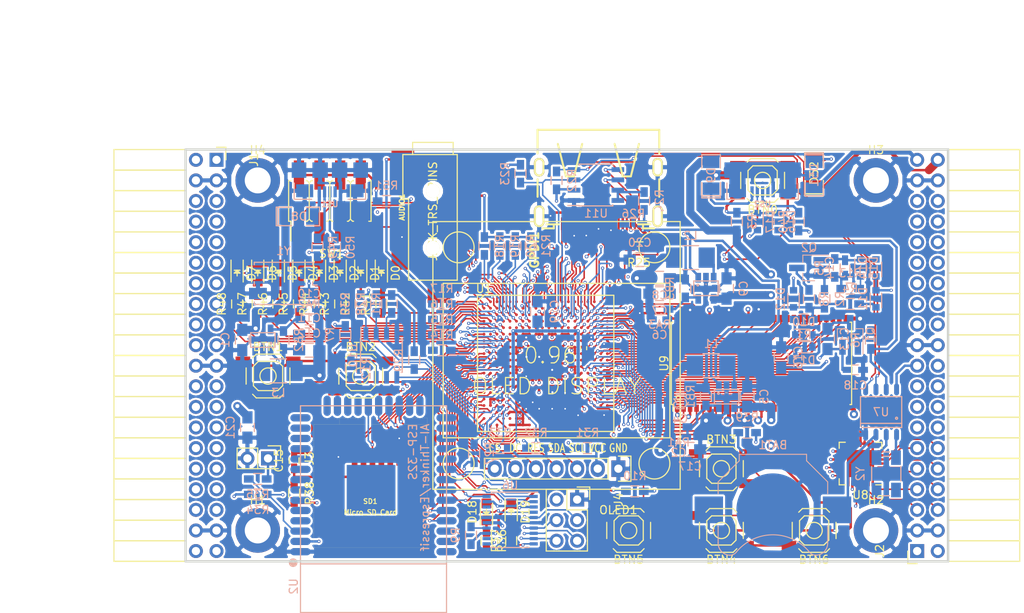
<source format=kicad_pcb>
(kicad_pcb (version 4) (host pcbnew 4.0.5+dfsg1-4)
  (layers (0 F.Cu signal) (1 In1.Cu signal) (2 In2.Cu signal) (31 B.Cu signal) (34 B.Paste user) (35 F.Paste user) (36 B.SilkS user) (37 F.SilkS user) (38 B.Mask user) (39 F.Mask user) (44 Edge.Cuts user))
  (net 0 "")
  (net 1 GND)
  (net 2 +5V)
  (net 3 /gpio/IN5V)
  (net 4 /gpio/OUT5V)
  (net 5 +3V3)
  (net 6 "Net-(L1-Pad1)")
  (net 7 "Net-(L2-Pad1)")
  (net 8 +1V2)
  (net 9 BTN_D)
  (net 10 BTN_F1)
  (net 11 BTN_F2)
  (net 12 BTN_L)
  (net 13 BTN_R)
  (net 14 BTN_U)
  (net 15 /power/FB1)
  (net 16 +2V5)
  (net 17 "Net-(L3-Pad1)")
  (net 18 /power/PWREN)
  (net 19 /power/FB3)
  (net 20 /power/FB2)
  (net 21 "Net-(D9-Pad1)")
  (net 22 /power/VBAT)
  (net 23 JTAG_TDI)
  (net 24 JTAG_TCK)
  (net 25 JTAG_TMS)
  (net 26 JTAG_TDO)
  (net 27 /power/WAKEUPn)
  (net 28 /power/WKUP)
  (net 29 /power/SHUT)
  (net 30 /power/WAKE)
  (net 31 /power/HOLD)
  (net 32 /power/WKn)
  (net 33 /power/OSCI_32k)
  (net 34 /power/OSCO_32k)
  (net 35 "Net-(Q2-Pad3)")
  (net 36 SHUTDOWN)
  (net 37 /analog/AUDIO_L)
  (net 38 /analog/AUDIO_R)
  (net 39 GPDI_5V_SCL)
  (net 40 GPDI_5V_SDA)
  (net 41 GPDI_SDA)
  (net 42 GPDI_SCL)
  (net 43 /gpdi/VREF2)
  (net 44 SD_CMD)
  (net 45 SD_CLK)
  (net 46 SD_D0)
  (net 47 SD_D1)
  (net 48 USB5V)
  (net 49 "Net-(BTN0-Pad1)")
  (net 50 GPDI_CEC)
  (net 51 nRESET)
  (net 52 FTDI_nDTR)
  (net 53 SDRAM_CKE)
  (net 54 SDRAM_A7)
  (net 55 SDRAM_D15)
  (net 56 SDRAM_BA1)
  (net 57 SDRAM_D7)
  (net 58 SDRAM_A6)
  (net 59 SDRAM_CLK)
  (net 60 SDRAM_D13)
  (net 61 SDRAM_BA0)
  (net 62 SDRAM_D6)
  (net 63 SDRAM_A5)
  (net 64 SDRAM_D14)
  (net 65 SDRAM_A11)
  (net 66 SDRAM_D12)
  (net 67 SDRAM_D5)
  (net 68 SDRAM_A4)
  (net 69 SDRAM_A10)
  (net 70 SDRAM_D11)
  (net 71 SDRAM_A3)
  (net 72 SDRAM_D4)
  (net 73 SDRAM_D10)
  (net 74 SDRAM_D9)
  (net 75 SDRAM_A9)
  (net 76 SDRAM_D3)
  (net 77 SDRAM_D8)
  (net 78 SDRAM_A8)
  (net 79 SDRAM_A2)
  (net 80 SDRAM_A1)
  (net 81 SDRAM_A0)
  (net 82 SDRAM_D2)
  (net 83 SDRAM_D1)
  (net 84 SDRAM_D0)
  (net 85 SDRAM_DQM0)
  (net 86 SDRAM_nCS)
  (net 87 SDRAM_nRAS)
  (net 88 SDRAM_DQM1)
  (net 89 SDRAM_nCAS)
  (net 90 SDRAM_nWE)
  (net 91 /flash/FLASH_nWP)
  (net 92 /flash/FLASH_nHOLD)
  (net 93 /flash/FLASH_MOSI)
  (net 94 /flash/FLASH_MISO)
  (net 95 /flash/FLASH_SCK)
  (net 96 /flash/FLASH_nCS)
  (net 97 /flash/FPGA_PROGRAMN)
  (net 98 /flash/FPGA_DONE)
  (net 99 /flash/FPGA_INITN)
  (net 100 OLED_RES)
  (net 101 OLED_DC)
  (net 102 OLED_CS)
  (net 103 WIFI_EN)
  (net 104 FTDI_nRTS)
  (net 105 FTDI_TXD)
  (net 106 FTDI_RXD)
  (net 107 WIFI_RXD)
  (net 108 WIFI_GPIO0)
  (net 109 WIFI_TXD)
  (net 110 GPDI_ETH-)
  (net 111 GPDI_ETH+)
  (net 112 GPDI_D2+)
  (net 113 GPDI_D2-)
  (net 114 GPDI_D1+)
  (net 115 GPDI_D1-)
  (net 116 GPDI_D0+)
  (net 117 GPDI_D0-)
  (net 118 GPDI_CLK+)
  (net 119 GPDI_CLK-)
  (net 120 USB_FTDI_D+)
  (net 121 USB_FTDI_D-)
  (net 122 J1_17-)
  (net 123 J1_17+)
  (net 124 J1_23-)
  (net 125 J1_23+)
  (net 126 J1_25-)
  (net 127 J1_25+)
  (net 128 J1_27-)
  (net 129 J1_27+)
  (net 130 J1_29-)
  (net 131 J1_29+)
  (net 132 J1_31-)
  (net 133 J1_31+)
  (net 134 J1_33-)
  (net 135 J1_33+)
  (net 136 J1_35-)
  (net 137 J1_35+)
  (net 138 J2_5-)
  (net 139 J2_5+)
  (net 140 J2_7-)
  (net 141 J2_7+)
  (net 142 J2_9-)
  (net 143 J2_9+)
  (net 144 J2_13-)
  (net 145 J2_13+)
  (net 146 J2_17-)
  (net 147 J2_17+)
  (net 148 J2_11-)
  (net 149 J2_11+)
  (net 150 J2_23-)
  (net 151 J2_23+)
  (net 152 J1_5-)
  (net 153 J1_5+)
  (net 154 J1_7-)
  (net 155 J1_7+)
  (net 156 J1_9-)
  (net 157 J1_9+)
  (net 158 J1_11-)
  (net 159 J1_11+)
  (net 160 J1_13-)
  (net 161 J1_13+)
  (net 162 J1_15-)
  (net 163 J1_15+)
  (net 164 J2_15-)
  (net 165 J2_15+)
  (net 166 J2_25-)
  (net 167 J2_25+)
  (net 168 J2_27-)
  (net 169 J2_27+)
  (net 170 J2_29-)
  (net 171 J2_29+)
  (net 172 J2_31-)
  (net 173 J2_31+)
  (net 174 J2_33-)
  (net 175 J2_33+)
  (net 176 J2_35-)
  (net 177 J2_35+)
  (net 178 SD_D3)
  (net 179 AUDIO_L3)
  (net 180 AUDIO_L2)
  (net 181 AUDIO_L1)
  (net 182 AUDIO_L0)
  (net 183 AUDIO_R3)
  (net 184 AUDIO_R2)
  (net 185 AUDIO_R1)
  (net 186 AUDIO_R0)
  (net 187 OLED_CLK)
  (net 188 OLED_MOSI)
  (net 189 LED0)
  (net 190 LED1)
  (net 191 LED2)
  (net 192 LED3)
  (net 193 LED4)
  (net 194 LED5)
  (net 195 LED6)
  (net 196 LED7)
  (net 197 BTN_PWRn)
  (net 198 "Net-(J3-Pad1)")
  (net 199 FTDI_nTXLED)
  (net 200 FTDI_nSLEEP)
  (net 201 /blinkey/LED_PWREN)
  (net 202 /blinkey/LED_TXLED)
  (net 203 FT3V3)
  (net 204 /sdcard/SD3V3)
  (net 205 SD_D2)
  (net 206 CLK_25MHz)
  (net 207 /blinkey/BTNPUL)
  (net 208 /blinkey/BTNPUR)
  (net 209 USB_FPGA_D+)
  (net 210 /power/FTDI_nSUSPEND)
  (net 211 /blinkey/ALED0)
  (net 212 /blinkey/ALED1)
  (net 213 /blinkey/ALED2)
  (net 214 /blinkey/ALED3)
  (net 215 /blinkey/ALED4)
  (net 216 /blinkey/ALED5)
  (net 217 /blinkey/ALED6)
  (net 218 /blinkey/ALED7)
  (net 219 /usb/FTD-)
  (net 220 /usb/FTD+)
  (net 221 ADC_MISO)
  (net 222 ADC_MOSI)
  (net 223 ADC_CSn)
  (net 224 ADC_SCLK)
  (net 225 "Net-(R51-Pad2)")
  (net 226 SW3)
  (net 227 SW2)
  (net 228 SW1)
  (net 229 SW0)
  (net 230 USB_FPGA_D-)
  (module Pin_Headers:Pin_Header_Straight_SMT_02x04 (layer F.Cu) (at 111.88 67.77)
    (fp_text reference SW1 (at 0.2 6.5) (layer F.SilkS))
    (fp_text value DIPSW)
    (pad 1 smd rect (at -3.81 3.2) (size 1.27 3.6) (layers F.Cu F.Paste F.Mask) (net 226 SW3))
    (pad 2 smd rect (at -1.27 3.2) (size 1.27 3.6) (layers F.Cu F.Paste F.Mask) (net 227 SW2))
    (pad 3 smd rect (at 1.27 3.2) (size 1.27 3.6) (layers F.Cu F.Paste F.Mask) (net 228 SW1))
    (pad 4 smd rect (at 3.81 3.2) (size 1.27 3.6) (layers F.Cu F.Paste F.Mask) (net 229 SW0))
    (pad 5 smd rect (at 3.81 -3.2) (size 1.27 3.6) (layers F.Cu F.Paste F.Mask) (net 225 "Net-(R51-Pad2)"))
    (pad 6 smd rect (at 1.27 -3.2) (size 1.27 3.6) (layers F.Cu F.Paste F.Mask) (net 225 "Net-(R51-Pad2)"))
    (pad 7 smd rect (at -1.27 -3.2) (size 1.27 3.6) (layers F.Cu F.Paste F.Mask) (net 225 "Net-(R51-Pad2)"))
    (pad 8 smd rect (at -3.81 -3.2) (size 1.27 3.6) (layers F.Cu F.Paste F.Mask) (net 225 "Net-(R51-Pad2)"))
  )
  (module lfe5bg381:BGA-381_pitch0.8mm_dia0.4mm (layer F.Cu) (at 138.48 87.8)
    (fp_text reference U1 (at -7.6 -9.2) (layer F.SilkS))
    (fp_text value LFE5U-25F-6BG381C)
    (pad A2 smd circle (at -6.8 -7.6) (size 0.35 0.35) (layers F.Cu F.Paste F.Mask) (net 129 J1_27+))
    (pad A3 smd circle (at -6 -7.6) (size 0.35 0.35) (layers F.Cu F.Paste F.Mask) (net 183 AUDIO_R3))
    (pad A4 smd circle (at -5.2 -7.6) (size 0.35 0.35) (layers F.Cu F.Paste F.Mask) (net 127 J1_25+))
    (pad A5 smd circle (at -4.4 -7.6) (size 0.35 0.35) (layers F.Cu F.Paste F.Mask) (net 126 J1_25-))
    (pad A6 smd circle (at -3.6 -7.6) (size 0.35 0.35) (layers F.Cu F.Paste F.Mask) (net 125 J1_23+))
    (pad A7 smd circle (at -2.8 -7.6) (size 0.35 0.35) (layers F.Cu F.Paste F.Mask) (net 161 J1_13+))
    (pad A8 smd circle (at -2 -7.6) (size 0.35 0.35) (layers F.Cu F.Paste F.Mask) (net 160 J1_13-))
    (pad A9 smd circle (at -1.2 -7.6) (size 0.35 0.35) (layers F.Cu F.Paste F.Mask) (net 156 J1_9-))
    (pad A10 smd circle (at -0.4 -7.6) (size 0.35 0.35) (layers F.Cu F.Paste F.Mask) (net 155 J1_7+))
    (pad A11 smd circle (at 0.4 -7.6) (size 0.35 0.35) (layers F.Cu F.Paste F.Mask) (net 154 J1_7-))
    (pad A12 smd circle (at 1.2 -7.6) (size 0.35 0.35) (layers F.Cu F.Paste F.Mask) (net 111 GPDI_ETH+))
    (pad A13 smd circle (at 2 -7.6) (size 0.35 0.35) (layers F.Cu F.Paste F.Mask) (net 110 GPDI_ETH-))
    (pad A14 smd circle (at 2.8 -7.6) (size 0.35 0.35) (layers F.Cu F.Paste F.Mask) (net 112 GPDI_D2+))
    (pad A15 smd circle (at 3.6 -7.6) (size 0.35 0.35) (layers F.Cu F.Paste F.Mask))
    (pad A16 smd circle (at 4.4 -7.6) (size 0.35 0.35) (layers F.Cu F.Paste F.Mask) (net 114 GPDI_D1+))
    (pad A17 smd circle (at 5.2 -7.6) (size 0.35 0.35) (layers F.Cu F.Paste F.Mask) (net 116 GPDI_D0+))
    (pad A18 smd circle (at 6 -7.6) (size 0.35 0.35) (layers F.Cu F.Paste F.Mask) (net 118 GPDI_CLK+))
    (pad A19 smd circle (at 6.8 -7.6) (size 0.35 0.35) (layers F.Cu F.Paste F.Mask) (net 50 GPDI_CEC))
    (pad B1 smd circle (at -7.6 -6.8) (size 0.35 0.35) (layers F.Cu F.Paste F.Mask) (net 128 J1_27-))
    (pad B2 smd circle (at -6.8 -6.8) (size 0.35 0.35) (layers F.Cu F.Paste F.Mask) (net 189 LED0))
    (pad B3 smd circle (at -6 -6.8) (size 0.35 0.35) (layers F.Cu F.Paste F.Mask) (net 182 AUDIO_L0))
    (pad B4 smd circle (at -5.2 -6.8) (size 0.35 0.35) (layers F.Cu F.Paste F.Mask) (net 130 J1_29-))
    (pad B5 smd circle (at -4.4 -6.8) (size 0.35 0.35) (layers F.Cu F.Paste F.Mask) (net 184 AUDIO_R2))
    (pad B6 smd circle (at -3.6 -6.8) (size 0.35 0.35) (layers F.Cu F.Paste F.Mask) (net 124 J1_23-))
    (pad B7 smd circle (at -2.8 -6.8) (size 0.35 0.35) (layers F.Cu F.Paste F.Mask) (net 1 GND))
    (pad B8 smd circle (at -2 -6.8) (size 0.35 0.35) (layers F.Cu F.Paste F.Mask) (net 162 J1_15-))
    (pad B9 smd circle (at -1.2 -6.8) (size 0.35 0.35) (layers F.Cu F.Paste F.Mask) (net 159 J1_11+))
    (pad B10 smd circle (at -0.4 -6.8) (size 0.35 0.35) (layers F.Cu F.Paste F.Mask) (net 157 J1_9+))
    (pad B11 smd circle (at 0.4 -6.8) (size 0.35 0.35) (layers F.Cu F.Paste F.Mask) (net 153 J1_5+))
    (pad B12 smd circle (at 1.2 -6.8) (size 0.35 0.35) (layers F.Cu F.Paste F.Mask))
    (pad B13 smd circle (at 2 -6.8) (size 0.35 0.35) (layers F.Cu F.Paste F.Mask) (net 175 J2_33+))
    (pad B14 smd circle (at 2.8 -6.8) (size 0.35 0.35) (layers F.Cu F.Paste F.Mask) (net 1 GND))
    (pad B15 smd circle (at 3.6 -6.8) (size 0.35 0.35) (layers F.Cu F.Paste F.Mask) (net 173 J2_31+))
    (pad B16 smd circle (at 4.4 -6.8) (size 0.35 0.35) (layers F.Cu F.Paste F.Mask) (net 115 GPDI_D1-))
    (pad B17 smd circle (at 5.2 -6.8) (size 0.35 0.35) (layers F.Cu F.Paste F.Mask) (net 169 J2_27+))
    (pad B18 smd circle (at 6 -6.8) (size 0.35 0.35) (layers F.Cu F.Paste F.Mask) (net 117 GPDI_D0-))
    (pad B19 smd circle (at 6.8 -6.8) (size 0.35 0.35) (layers F.Cu F.Paste F.Mask) (net 119 GPDI_CLK-))
    (pad B20 smd circle (at 7.6 -6.8) (size 0.35 0.35) (layers F.Cu F.Paste F.Mask) (net 41 GPDI_SDA))
    (pad C1 smd circle (at -7.6 -6) (size 0.35 0.35) (layers F.Cu F.Paste F.Mask) (net 191 LED2))
    (pad C2 smd circle (at -6.8 -6) (size 0.35 0.35) (layers F.Cu F.Paste F.Mask) (net 190 LED1))
    (pad C3 smd circle (at -6 -6) (size 0.35 0.35) (layers F.Cu F.Paste F.Mask) (net 181 AUDIO_L1))
    (pad C4 smd circle (at -5.2 -6) (size 0.35 0.35) (layers F.Cu F.Paste F.Mask) (net 131 J1_29+))
    (pad C5 smd circle (at -4.4 -6) (size 0.35 0.35) (layers F.Cu F.Paste F.Mask) (net 186 AUDIO_R0))
    (pad C6 smd circle (at -3.6 -6) (size 0.35 0.35) (layers F.Cu F.Paste F.Mask) (net 123 J1_17+))
    (pad C7 smd circle (at -2.8 -6) (size 0.35 0.35) (layers F.Cu F.Paste F.Mask) (net 122 J1_17-))
    (pad C8 smd circle (at -2 -6) (size 0.35 0.35) (layers F.Cu F.Paste F.Mask) (net 163 J1_15+))
    (pad C9 smd circle (at -1.2 -6) (size 0.35 0.35) (layers F.Cu F.Paste F.Mask))
    (pad C10 smd circle (at -0.4 -6) (size 0.35 0.35) (layers F.Cu F.Paste F.Mask) (net 158 J1_11-))
    (pad C11 smd circle (at 0.4 -6) (size 0.35 0.35) (layers F.Cu F.Paste F.Mask) (net 152 J1_5-))
    (pad C12 smd circle (at 1.2 -6) (size 0.35 0.35) (layers F.Cu F.Paste F.Mask) (net 42 GPDI_SCL))
    (pad C13 smd circle (at 2 -6) (size 0.35 0.35) (layers F.Cu F.Paste F.Mask) (net 174 J2_33-))
    (pad C14 smd circle (at 2.8 -6) (size 0.35 0.35) (layers F.Cu F.Paste F.Mask) (net 113 GPDI_D2-))
    (pad C15 smd circle (at 3.6 -6) (size 0.35 0.35) (layers F.Cu F.Paste F.Mask) (net 172 J2_31-))
    (pad C16 smd circle (at 4.4 -6) (size 0.35 0.35) (layers F.Cu F.Paste F.Mask) (net 171 J2_29+))
    (pad C17 smd circle (at 5.2 -6) (size 0.35 0.35) (layers F.Cu F.Paste F.Mask) (net 168 J2_27-))
    (pad C18 smd circle (at 6 -6) (size 0.35 0.35) (layers F.Cu F.Paste F.Mask) (net 151 J2_23+))
    (pad C19 smd circle (at 6.8 -6) (size 0.35 0.35) (layers F.Cu F.Paste F.Mask) (net 1 GND))
    (pad C20 smd circle (at 7.6 -6) (size 0.35 0.35) (layers F.Cu F.Paste F.Mask) (net 64 SDRAM_D14))
    (pad D1 smd circle (at -7.6 -5.2) (size 0.35 0.35) (layers F.Cu F.Paste F.Mask) (net 193 LED4))
    (pad D2 smd circle (at -6.8 -5.2) (size 0.35 0.35) (layers F.Cu F.Paste F.Mask) (net 192 LED3))
    (pad D3 smd circle (at -6 -5.2) (size 0.35 0.35) (layers F.Cu F.Paste F.Mask) (net 180 AUDIO_L2))
    (pad D4 smd circle (at -5.2 -5.2) (size 0.35 0.35) (layers F.Cu F.Paste F.Mask) (net 1 GND))
    (pad D5 smd circle (at -4.4 -5.2) (size 0.35 0.35) (layers F.Cu F.Paste F.Mask) (net 185 AUDIO_R1))
    (pad D6 smd circle (at -3.6 -5.2) (size 0.35 0.35) (layers F.Cu F.Paste F.Mask) (net 197 BTN_PWRn))
    (pad D7 smd circle (at -2.8 -5.2) (size 0.35 0.35) (layers F.Cu F.Paste F.Mask) (net 226 SW3))
    (pad D8 smd circle (at -2 -5.2) (size 0.35 0.35) (layers F.Cu F.Paste F.Mask) (net 227 SW2))
    (pad D9 smd circle (at -1.2 -5.2) (size 0.35 0.35) (layers F.Cu F.Paste F.Mask))
    (pad D10 smd circle (at -0.4 -5.2) (size 0.35 0.35) (layers F.Cu F.Paste F.Mask))
    (pad D11 smd circle (at 0.4 -5.2) (size 0.35 0.35) (layers F.Cu F.Paste F.Mask))
    (pad D12 smd circle (at 1.2 -5.2) (size 0.35 0.35) (layers F.Cu F.Paste F.Mask))
    (pad D13 smd circle (at 2 -5.2) (size 0.35 0.35) (layers F.Cu F.Paste F.Mask) (net 177 J2_35+))
    (pad D14 smd circle (at 2.8 -5.2) (size 0.35 0.35) (layers F.Cu F.Paste F.Mask))
    (pad D15 smd circle (at 3.6 -5.2) (size 0.35 0.35) (layers F.Cu F.Paste F.Mask) (net 167 J2_25+))
    (pad D16 smd circle (at 4.4 -5.2) (size 0.35 0.35) (layers F.Cu F.Paste F.Mask) (net 170 J2_29-))
    (pad D17 smd circle (at 5.2 -5.2) (size 0.35 0.35) (layers F.Cu F.Paste F.Mask) (net 150 J2_23-))
    (pad D18 smd circle (at 6 -5.2) (size 0.35 0.35) (layers F.Cu F.Paste F.Mask) (net 147 J2_17+))
    (pad D19 smd circle (at 6.8 -5.2) (size 0.35 0.35) (layers F.Cu F.Paste F.Mask) (net 55 SDRAM_D15))
    (pad D20 smd circle (at 7.6 -5.2) (size 0.35 0.35) (layers F.Cu F.Paste F.Mask) (net 60 SDRAM_D13))
    (pad E1 smd circle (at -7.6 -4.4) (size 0.35 0.35) (layers F.Cu F.Paste F.Mask) (net 195 LED6))
    (pad E2 smd circle (at -6.8 -4.4) (size 0.35 0.35) (layers F.Cu F.Paste F.Mask) (net 194 LED5))
    (pad E3 smd circle (at -6 -4.4) (size 0.35 0.35) (layers F.Cu F.Paste F.Mask) (net 132 J1_31-))
    (pad E4 smd circle (at -5.2 -4.4) (size 0.35 0.35) (layers F.Cu F.Paste F.Mask) (net 179 AUDIO_L3))
    (pad E5 smd circle (at -4.4 -4.4) (size 0.35 0.35) (layers F.Cu F.Paste F.Mask))
    (pad E6 smd circle (at -3.6 -4.4) (size 0.35 0.35) (layers F.Cu F.Paste F.Mask))
    (pad E7 smd circle (at -2.8 -4.4) (size 0.35 0.35) (layers F.Cu F.Paste F.Mask) (net 229 SW0))
    (pad E8 smd circle (at -2 -4.4) (size 0.35 0.35) (layers F.Cu F.Paste F.Mask) (net 228 SW1))
    (pad E9 smd circle (at -1.2 -4.4) (size 0.35 0.35) (layers F.Cu F.Paste F.Mask))
    (pad E10 smd circle (at -0.4 -4.4) (size 0.35 0.35) (layers F.Cu F.Paste F.Mask))
    (pad E11 smd circle (at 0.4 -4.4) (size 0.35 0.35) (layers F.Cu F.Paste F.Mask))
    (pad E12 smd circle (at 1.2 -4.4) (size 0.35 0.35) (layers F.Cu F.Paste F.Mask))
    (pad E13 smd circle (at 2 -4.4) (size 0.35 0.35) (layers F.Cu F.Paste F.Mask) (net 176 J2_35-))
    (pad E14 smd circle (at 2.8 -4.4) (size 0.35 0.35) (layers F.Cu F.Paste F.Mask))
    (pad E15 smd circle (at 3.6 -4.4) (size 0.35 0.35) (layers F.Cu F.Paste F.Mask) (net 166 J2_25-))
    (pad E16 smd circle (at 4.4 -4.4) (size 0.35 0.35) (layers F.Cu F.Paste F.Mask) (net 209 USB_FPGA_D+))
    (pad E17 smd circle (at 5.2 -4.4) (size 0.35 0.35) (layers F.Cu F.Paste F.Mask) (net 146 J2_17-))
    (pad E18 smd circle (at 6 -4.4) (size 0.35 0.35) (layers F.Cu F.Paste F.Mask) (net 72 SDRAM_D4))
    (pad E19 smd circle (at 6.8 -4.4) (size 0.35 0.35) (layers F.Cu F.Paste F.Mask) (net 66 SDRAM_D12))
    (pad E20 smd circle (at 7.6 -4.4) (size 0.35 0.35) (layers F.Cu F.Paste F.Mask) (net 70 SDRAM_D11))
    (pad F1 smd circle (at -7.6 -3.6) (size 0.35 0.35) (layers F.Cu F.Paste F.Mask) (net 103 WIFI_EN))
    (pad F2 smd circle (at -6.8 -3.6) (size 0.35 0.35) (layers F.Cu F.Paste F.Mask))
    (pad F3 smd circle (at -6 -3.6) (size 0.35 0.35) (layers F.Cu F.Paste F.Mask) (net 134 J1_33-))
    (pad F4 smd circle (at -5.2 -3.6) (size 0.35 0.35) (layers F.Cu F.Paste F.Mask) (net 133 J1_31+))
    (pad F5 smd circle (at -4.4 -3.6) (size 0.35 0.35) (layers F.Cu F.Paste F.Mask))
    (pad F6 smd circle (at -3.6 -3.6) (size 0.35 0.35) (layers F.Cu F.Paste F.Mask) (net 16 +2V5))
    (pad F7 smd circle (at -2.8 -3.6) (size 0.35 0.35) (layers F.Cu F.Paste F.Mask) (net 1 GND))
    (pad F8 smd circle (at -2 -3.6) (size 0.35 0.35) (layers F.Cu F.Paste F.Mask) (net 1 GND))
    (pad F9 smd circle (at -1.2 -3.6) (size 0.35 0.35) (layers F.Cu F.Paste F.Mask) (net 5 +3V3))
    (pad F10 smd circle (at -0.4 -3.6) (size 0.35 0.35) (layers F.Cu F.Paste F.Mask) (net 5 +3V3))
    (pad F11 smd circle (at 0.4 -3.6) (size 0.35 0.35) (layers F.Cu F.Paste F.Mask) (net 5 +3V3))
    (pad F12 smd circle (at 1.2 -3.6) (size 0.35 0.35) (layers F.Cu F.Paste F.Mask) (net 5 +3V3))
    (pad F13 smd circle (at 2 -3.6) (size 0.35 0.35) (layers F.Cu F.Paste F.Mask) (net 1 GND))
    (pad F14 smd circle (at 2.8 -3.6) (size 0.35 0.35) (layers F.Cu F.Paste F.Mask) (net 1 GND))
    (pad F15 smd circle (at 3.6 -3.6) (size 0.35 0.35) (layers F.Cu F.Paste F.Mask) (net 16 +2V5))
    (pad F16 smd circle (at 4.4 -3.6) (size 0.35 0.35) (layers F.Cu F.Paste F.Mask) (net 230 USB_FPGA_D-))
    (pad F17 smd circle (at 5.2 -3.6) (size 0.35 0.35) (layers F.Cu F.Paste F.Mask) (net 165 J2_15+))
    (pad F18 smd circle (at 6 -3.6) (size 0.35 0.35) (layers F.Cu F.Paste F.Mask) (net 67 SDRAM_D5))
    (pad F19 smd circle (at 6.8 -3.6) (size 0.35 0.35) (layers F.Cu F.Paste F.Mask) (net 73 SDRAM_D10))
    (pad F20 smd circle (at 7.6 -3.6) (size 0.35 0.35) (layers F.Cu F.Paste F.Mask) (net 74 SDRAM_D9))
    (pad G1 smd circle (at -7.6 -2.8) (size 0.35 0.35) (layers F.Cu F.Paste F.Mask))
    (pad G2 smd circle (at -6.8 -2.8) (size 0.35 0.35) (layers F.Cu F.Paste F.Mask) (net 206 CLK_25MHz))
    (pad G3 smd circle (at -6 -2.8) (size 0.35 0.35) (layers F.Cu F.Paste F.Mask) (net 135 J1_33+))
    (pad G4 smd circle (at -5.2 -2.8) (size 0.35 0.35) (layers F.Cu F.Paste F.Mask) (net 1 GND))
    (pad G5 smd circle (at -4.4 -2.8) (size 0.35 0.35) (layers F.Cu F.Paste F.Mask) (net 136 J1_35-))
    (pad G6 smd circle (at -3.6 -2.8) (size 0.35 0.35) (layers F.Cu F.Paste F.Mask) (net 1 GND))
    (pad G7 smd circle (at -2.8 -2.8) (size 0.35 0.35) (layers F.Cu F.Paste F.Mask) (net 1 GND))
    (pad G8 smd circle (at -2 -2.8) (size 0.35 0.35) (layers F.Cu F.Paste F.Mask) (net 1 GND))
    (pad G9 smd circle (at -1.2 -2.8) (size 0.35 0.35) (layers F.Cu F.Paste F.Mask) (net 1 GND))
    (pad G10 smd circle (at -0.4 -2.8) (size 0.35 0.35) (layers F.Cu F.Paste F.Mask) (net 1 GND))
    (pad G11 smd circle (at 0.4 -2.8) (size 0.35 0.35) (layers F.Cu F.Paste F.Mask) (net 1 GND))
    (pad G12 smd circle (at 1.2 -2.8) (size 0.35 0.35) (layers F.Cu F.Paste F.Mask) (net 1 GND))
    (pad G13 smd circle (at 2 -2.8) (size 0.35 0.35) (layers F.Cu F.Paste F.Mask) (net 1 GND))
    (pad G14 smd circle (at 2.8 -2.8) (size 0.35 0.35) (layers F.Cu F.Paste F.Mask) (net 1 GND))
    (pad G15 smd circle (at 3.6 -2.8) (size 0.35 0.35) (layers F.Cu F.Paste F.Mask) (net 1 GND))
    (pad G16 smd circle (at 4.4 -2.8) (size 0.35 0.35) (layers F.Cu F.Paste F.Mask))
    (pad G17 smd circle (at 5.2 -2.8) (size 0.35 0.35) (layers F.Cu F.Paste F.Mask) (net 1 GND))
    (pad G18 smd circle (at 6 -2.8) (size 0.35 0.35) (layers F.Cu F.Paste F.Mask) (net 164 J2_15-))
    (pad G19 smd circle (at 6.8 -2.8) (size 0.35 0.35) (layers F.Cu F.Paste F.Mask) (net 77 SDRAM_D8))
    (pad G20 smd circle (at 7.6 -2.8) (size 0.35 0.35) (layers F.Cu F.Paste F.Mask) (net 88 SDRAM_DQM1))
    (pad H1 smd circle (at -7.6 -2) (size 0.35 0.35) (layers F.Cu F.Paste F.Mask) (net 178 SD_D3))
    (pad H2 smd circle (at -6.8 -2) (size 0.35 0.35) (layers F.Cu F.Paste F.Mask) (net 205 SD_D2))
    (pad H3 smd circle (at -6 -2) (size 0.35 0.35) (layers F.Cu F.Paste F.Mask) (net 196 LED7))
    (pad H4 smd circle (at -5.2 -2) (size 0.35 0.35) (layers F.Cu F.Paste F.Mask) (net 137 J1_35+))
    (pad H5 smd circle (at -4.4 -2) (size 0.35 0.35) (layers F.Cu F.Paste F.Mask))
    (pad H6 smd circle (at -3.6 -2) (size 0.35 0.35) (layers F.Cu F.Paste F.Mask) (net 5 +3V3))
    (pad H7 smd circle (at -2.8 -2) (size 0.35 0.35) (layers F.Cu F.Paste F.Mask) (net 5 +3V3))
    (pad H8 smd circle (at -2 -2) (size 0.35 0.35) (layers F.Cu F.Paste F.Mask) (net 8 +1V2))
    (pad H9 smd circle (at -1.2 -2) (size 0.35 0.35) (layers F.Cu F.Paste F.Mask) (net 8 +1V2))
    (pad H10 smd circle (at -0.4 -2) (size 0.35 0.35) (layers F.Cu F.Paste F.Mask) (net 8 +1V2))
    (pad H11 smd circle (at 0.4 -2) (size 0.35 0.35) (layers F.Cu F.Paste F.Mask) (net 8 +1V2))
    (pad H12 smd circle (at 1.2 -2) (size 0.35 0.35) (layers F.Cu F.Paste F.Mask) (net 8 +1V2))
    (pad H13 smd circle (at 2 -2) (size 0.35 0.35) (layers F.Cu F.Paste F.Mask) (net 8 +1V2))
    (pad H14 smd circle (at 2.8 -2) (size 0.35 0.35) (layers F.Cu F.Paste F.Mask) (net 5 +3V3))
    (pad H15 smd circle (at 3.6 -2) (size 0.35 0.35) (layers F.Cu F.Paste F.Mask) (net 5 +3V3))
    (pad H16 smd circle (at 4.4 -2) (size 0.35 0.35) (layers F.Cu F.Paste F.Mask))
    (pad H17 smd circle (at 5.2 -2) (size 0.35 0.35) (layers F.Cu F.Paste F.Mask) (net 144 J2_13-))
    (pad H18 smd circle (at 6 -2) (size 0.35 0.35) (layers F.Cu F.Paste F.Mask) (net 145 J2_13+))
    (pad H19 smd circle (at 6.8 -2) (size 0.35 0.35) (layers F.Cu F.Paste F.Mask) (net 1 GND))
    (pad H20 smd circle (at 7.6 -2) (size 0.35 0.35) (layers F.Cu F.Paste F.Mask) (net 59 SDRAM_CLK))
    (pad J1 smd circle (at -7.6 -1.2) (size 0.35 0.35) (layers F.Cu F.Paste F.Mask) (net 45 SD_CLK))
    (pad J2 smd circle (at -6.8 -1.2) (size 0.35 0.35) (layers F.Cu F.Paste F.Mask) (net 1 GND))
    (pad J3 smd circle (at -6 -1.2) (size 0.35 0.35) (layers F.Cu F.Paste F.Mask) (net 44 SD_CMD))
    (pad J4 smd circle (at -5.2 -1.2) (size 0.35 0.35) (layers F.Cu F.Paste F.Mask))
    (pad J5 smd circle (at -4.4 -1.2) (size 0.35 0.35) (layers F.Cu F.Paste F.Mask))
    (pad J6 smd circle (at -3.6 -1.2) (size 0.35 0.35) (layers F.Cu F.Paste F.Mask) (net 5 +3V3))
    (pad J7 smd circle (at -2.8 -1.2) (size 0.35 0.35) (layers F.Cu F.Paste F.Mask) (net 1 GND))
    (pad J8 smd circle (at -2 -1.2) (size 0.35 0.35) (layers F.Cu F.Paste F.Mask) (net 8 +1V2))
    (pad J9 smd circle (at -1.2 -1.2) (size 0.35 0.35) (layers F.Cu F.Paste F.Mask) (net 1 GND))
    (pad J10 smd circle (at -0.4 -1.2) (size 0.35 0.35) (layers F.Cu F.Paste F.Mask) (net 1 GND))
    (pad J11 smd circle (at 0.4 -1.2) (size 0.35 0.35) (layers F.Cu F.Paste F.Mask) (net 1 GND))
    (pad J12 smd circle (at 1.2 -1.2) (size 0.35 0.35) (layers F.Cu F.Paste F.Mask) (net 1 GND))
    (pad J13 smd circle (at 2 -1.2) (size 0.35 0.35) (layers F.Cu F.Paste F.Mask) (net 8 +1V2))
    (pad J14 smd circle (at 2.8 -1.2) (size 0.35 0.35) (layers F.Cu F.Paste F.Mask) (net 1 GND))
    (pad J15 smd circle (at 3.6 -1.2) (size 0.35 0.35) (layers F.Cu F.Paste F.Mask) (net 5 +3V3))
    (pad J16 smd circle (at 4.4 -1.2) (size 0.35 0.35) (layers F.Cu F.Paste F.Mask))
    (pad J17 smd circle (at 5.2 -1.2) (size 0.35 0.35) (layers F.Cu F.Paste F.Mask))
    (pad J18 smd circle (at 6 -1.2) (size 0.35 0.35) (layers F.Cu F.Paste F.Mask) (net 76 SDRAM_D3))
    (pad J19 smd circle (at 6.8 -1.2) (size 0.35 0.35) (layers F.Cu F.Paste F.Mask) (net 53 SDRAM_CKE))
    (pad J20 smd circle (at 7.6 -1.2) (size 0.35 0.35) (layers F.Cu F.Paste F.Mask) (net 65 SDRAM_A11))
    (pad K1 smd circle (at -7.6 -0.4) (size 0.35 0.35) (layers F.Cu F.Paste F.Mask) (net 47 SD_D1))
    (pad K2 smd circle (at -6.8 -0.4) (size 0.35 0.35) (layers F.Cu F.Paste F.Mask) (net 46 SD_D0))
    (pad K3 smd circle (at -6 -0.4) (size 0.35 0.35) (layers F.Cu F.Paste F.Mask) (net 107 WIFI_RXD))
    (pad K4 smd circle (at -5.2 -0.4) (size 0.35 0.35) (layers F.Cu F.Paste F.Mask) (net 109 WIFI_TXD))
    (pad K5 smd circle (at -4.4 -0.4) (size 0.35 0.35) (layers F.Cu F.Paste F.Mask))
    (pad K6 smd circle (at -3.6 -0.4) (size 0.35 0.35) (layers F.Cu F.Paste F.Mask) (net 1 GND))
    (pad K7 smd circle (at -2.8 -0.4) (size 0.35 0.35) (layers F.Cu F.Paste F.Mask) (net 1 GND))
    (pad K8 smd circle (at -2 -0.4) (size 0.35 0.35) (layers F.Cu F.Paste F.Mask) (net 8 +1V2))
    (pad K9 smd circle (at -1.2 -0.4) (size 0.35 0.35) (layers F.Cu F.Paste F.Mask) (net 1 GND))
    (pad K10 smd circle (at -0.4 -0.4) (size 0.35 0.35) (layers F.Cu F.Paste F.Mask) (net 1 GND))
    (pad K11 smd circle (at 0.4 -0.4) (size 0.35 0.35) (layers F.Cu F.Paste F.Mask) (net 1 GND))
    (pad K12 smd circle (at 1.2 -0.4) (size 0.35 0.35) (layers F.Cu F.Paste F.Mask) (net 1 GND))
    (pad K13 smd circle (at 2 -0.4) (size 0.35 0.35) (layers F.Cu F.Paste F.Mask) (net 8 +1V2))
    (pad K14 smd circle (at 2.8 -0.4) (size 0.35 0.35) (layers F.Cu F.Paste F.Mask) (net 1 GND))
    (pad K15 smd circle (at 3.6 -0.4) (size 0.35 0.35) (layers F.Cu F.Paste F.Mask) (net 1 GND))
    (pad K16 smd circle (at 4.4 -0.4) (size 0.35 0.35) (layers F.Cu F.Paste F.Mask))
    (pad K17 smd circle (at 5.2 -0.4) (size 0.35 0.35) (layers F.Cu F.Paste F.Mask))
    (pad K18 smd circle (at 6 -0.4) (size 0.35 0.35) (layers F.Cu F.Paste F.Mask) (net 82 SDRAM_D2))
    (pad K19 smd circle (at 6.8 -0.4) (size 0.35 0.35) (layers F.Cu F.Paste F.Mask) (net 75 SDRAM_A9))
    (pad K20 smd circle (at 7.6 -0.4) (size 0.35 0.35) (layers F.Cu F.Paste F.Mask) (net 78 SDRAM_A8))
    (pad L1 smd circle (at -7.6 0.4) (size 0.35 0.35) (layers F.Cu F.Paste F.Mask))
    (pad L2 smd circle (at -6.8 0.4) (size 0.35 0.35) (layers F.Cu F.Paste F.Mask) (net 108 WIFI_GPIO0))
    (pad L3 smd circle (at -6 0.4) (size 0.35 0.35) (layers F.Cu F.Paste F.Mask))
    (pad L4 smd circle (at -5.2 0.4) (size 0.35 0.35) (layers F.Cu F.Paste F.Mask) (net 106 FTDI_RXD))
    (pad L5 smd circle (at -4.4 0.4) (size 0.35 0.35) (layers F.Cu F.Paste F.Mask))
    (pad L6 smd circle (at -3.6 0.4) (size 0.35 0.35) (layers F.Cu F.Paste F.Mask) (net 5 +3V3))
    (pad L7 smd circle (at -2.8 0.4) (size 0.35 0.35) (layers F.Cu F.Paste F.Mask) (net 5 +3V3))
    (pad L8 smd circle (at -2 0.4) (size 0.35 0.35) (layers F.Cu F.Paste F.Mask) (net 8 +1V2))
    (pad L9 smd circle (at -1.2 0.4) (size 0.35 0.35) (layers F.Cu F.Paste F.Mask) (net 1 GND))
    (pad L10 smd circle (at -0.4 0.4) (size 0.35 0.35) (layers F.Cu F.Paste F.Mask) (net 1 GND))
    (pad L11 smd circle (at 0.4 0.4) (size 0.35 0.35) (layers F.Cu F.Paste F.Mask) (net 1 GND))
    (pad L12 smd circle (at 1.2 0.4) (size 0.35 0.35) (layers F.Cu F.Paste F.Mask) (net 1 GND))
    (pad L13 smd circle (at 2 0.4) (size 0.35 0.35) (layers F.Cu F.Paste F.Mask) (net 8 +1V2))
    (pad L14 smd circle (at 2.8 0.4) (size 0.35 0.35) (layers F.Cu F.Paste F.Mask) (net 5 +3V3))
    (pad L15 smd circle (at 3.6 0.4) (size 0.35 0.35) (layers F.Cu F.Paste F.Mask) (net 5 +3V3))
    (pad L16 smd circle (at 4.4 0.4) (size 0.35 0.35) (layers F.Cu F.Paste F.Mask) (net 149 J2_11+))
    (pad L17 smd circle (at 5.2 0.4) (size 0.35 0.35) (layers F.Cu F.Paste F.Mask) (net 148 J2_11-))
    (pad L18 smd circle (at 6 0.4) (size 0.35 0.35) (layers F.Cu F.Paste F.Mask) (net 83 SDRAM_D1))
    (pad L19 smd circle (at 6.8 0.4) (size 0.35 0.35) (layers F.Cu F.Paste F.Mask) (net 54 SDRAM_A7))
    (pad L20 smd circle (at 7.6 0.4) (size 0.35 0.35) (layers F.Cu F.Paste F.Mask) (net 58 SDRAM_A6))
    (pad M1 smd circle (at -7.6 1.2) (size 0.35 0.35) (layers F.Cu F.Paste F.Mask) (net 105 FTDI_TXD))
    (pad M2 smd circle (at -6.8 1.2) (size 0.35 0.35) (layers F.Cu F.Paste F.Mask) (net 1 GND))
    (pad M3 smd circle (at -6 1.2) (size 0.35 0.35) (layers F.Cu F.Paste F.Mask) (net 104 FTDI_nRTS))
    (pad M4 smd circle (at -5.2 1.2) (size 0.35 0.35) (layers F.Cu F.Paste F.Mask))
    (pad M5 smd circle (at -4.4 1.2) (size 0.35 0.35) (layers F.Cu F.Paste F.Mask))
    (pad M6 smd circle (at -3.6 1.2) (size 0.35 0.35) (layers F.Cu F.Paste F.Mask) (net 5 +3V3))
    (pad M7 smd circle (at -2.8 1.2) (size 0.35 0.35) (layers F.Cu F.Paste F.Mask) (net 1 GND))
    (pad M8 smd circle (at -2 1.2) (size 0.35 0.35) (layers F.Cu F.Paste F.Mask) (net 8 +1V2))
    (pad M9 smd circle (at -1.2 1.2) (size 0.35 0.35) (layers F.Cu F.Paste F.Mask) (net 1 GND))
    (pad M10 smd circle (at -0.4 1.2) (size 0.35 0.35) (layers F.Cu F.Paste F.Mask) (net 1 GND))
    (pad M11 smd circle (at 0.4 1.2) (size 0.35 0.35) (layers F.Cu F.Paste F.Mask) (net 1 GND))
    (pad M12 smd circle (at 1.2 1.2) (size 0.35 0.35) (layers F.Cu F.Paste F.Mask) (net 1 GND))
    (pad M13 smd circle (at 2 1.2) (size 0.35 0.35) (layers F.Cu F.Paste F.Mask) (net 8 +1V2))
    (pad M14 smd circle (at 2.8 1.2) (size 0.35 0.35) (layers F.Cu F.Paste F.Mask) (net 1 GND))
    (pad M15 smd circle (at 3.6 1.2) (size 0.35 0.35) (layers F.Cu F.Paste F.Mask) (net 5 +3V3))
    (pad M16 smd circle (at 4.4 1.2) (size 0.35 0.35) (layers F.Cu F.Paste F.Mask) (net 1 GND))
    (pad M17 smd circle (at 5.2 1.2) (size 0.35 0.35) (layers F.Cu F.Paste F.Mask) (net 142 J2_9-))
    (pad M18 smd circle (at 6 1.2) (size 0.35 0.35) (layers F.Cu F.Paste F.Mask) (net 84 SDRAM_D0))
    (pad M19 smd circle (at 6.8 1.2) (size 0.35 0.35) (layers F.Cu F.Paste F.Mask) (net 63 SDRAM_A5))
    (pad M20 smd circle (at 7.6 1.2) (size 0.35 0.35) (layers F.Cu F.Paste F.Mask) (net 68 SDRAM_A4))
    (pad N1 smd circle (at -7.6 2) (size 0.35 0.35) (layers F.Cu F.Paste F.Mask) (net 52 FTDI_nDTR))
    (pad N2 smd circle (at -6.8 2) (size 0.35 0.35) (layers F.Cu F.Paste F.Mask) (net 102 OLED_CS))
    (pad N3 smd circle (at -6 2) (size 0.35 0.35) (layers F.Cu F.Paste F.Mask))
    (pad N4 smd circle (at -5.2 2) (size 0.35 0.35) (layers F.Cu F.Paste F.Mask))
    (pad N5 smd circle (at -4.4 2) (size 0.35 0.35) (layers F.Cu F.Paste F.Mask))
    (pad N6 smd circle (at -3.6 2) (size 0.35 0.35) (layers F.Cu F.Paste F.Mask) (net 1 GND))
    (pad N7 smd circle (at -2.8 2) (size 0.35 0.35) (layers F.Cu F.Paste F.Mask) (net 1 GND))
    (pad N8 smd circle (at -2 2) (size 0.35 0.35) (layers F.Cu F.Paste F.Mask) (net 8 +1V2))
    (pad N9 smd circle (at -1.2 2) (size 0.35 0.35) (layers F.Cu F.Paste F.Mask) (net 8 +1V2))
    (pad N10 smd circle (at -0.4 2) (size 0.35 0.35) (layers F.Cu F.Paste F.Mask) (net 8 +1V2))
    (pad N11 smd circle (at 0.4 2) (size 0.35 0.35) (layers F.Cu F.Paste F.Mask) (net 8 +1V2))
    (pad N12 smd circle (at 1.2 2) (size 0.35 0.35) (layers F.Cu F.Paste F.Mask) (net 8 +1V2))
    (pad N13 smd circle (at 2 2) (size 0.35 0.35) (layers F.Cu F.Paste F.Mask) (net 8 +1V2))
    (pad N14 smd circle (at 2.8 2) (size 0.35 0.35) (layers F.Cu F.Paste F.Mask) (net 1 GND))
    (pad N15 smd circle (at 3.6 2) (size 0.35 0.35) (layers F.Cu F.Paste F.Mask) (net 1 GND))
    (pad N16 smd circle (at 4.4 2) (size 0.35 0.35) (layers F.Cu F.Paste F.Mask) (net 143 J2_9+))
    (pad N17 smd circle (at 5.2 2) (size 0.35 0.35) (layers F.Cu F.Paste F.Mask) (net 141 J2_7+))
    (pad N18 smd circle (at 6 2) (size 0.35 0.35) (layers F.Cu F.Paste F.Mask) (net 62 SDRAM_D6))
    (pad N19 smd circle (at 6.8 2) (size 0.35 0.35) (layers F.Cu F.Paste F.Mask) (net 71 SDRAM_A3))
    (pad N20 smd circle (at 7.6 2) (size 0.35 0.35) (layers F.Cu F.Paste F.Mask) (net 79 SDRAM_A2))
    (pad P1 smd circle (at -7.6 2.8) (size 0.35 0.35) (layers F.Cu F.Paste F.Mask) (net 101 OLED_DC))
    (pad P2 smd circle (at -6.8 2.8) (size 0.35 0.35) (layers F.Cu F.Paste F.Mask) (net 100 OLED_RES))
    (pad P3 smd circle (at -6 2.8) (size 0.35 0.35) (layers F.Cu F.Paste F.Mask) (net 188 OLED_MOSI))
    (pad P4 smd circle (at -5.2 2.8) (size 0.35 0.35) (layers F.Cu F.Paste F.Mask) (net 187 OLED_CLK))
    (pad P5 smd circle (at -4.4 2.8) (size 0.35 0.35) (layers F.Cu F.Paste F.Mask))
    (pad P6 smd circle (at -3.6 2.8) (size 0.35 0.35) (layers F.Cu F.Paste F.Mask) (net 16 +2V5))
    (pad P7 smd circle (at -2.8 2.8) (size 0.35 0.35) (layers F.Cu F.Paste F.Mask) (net 1 GND))
    (pad P8 smd circle (at -2 2.8) (size 0.35 0.35) (layers F.Cu F.Paste F.Mask) (net 1 GND))
    (pad P9 smd circle (at -1.2 2.8) (size 0.35 0.35) (layers F.Cu F.Paste F.Mask) (net 5 +3V3))
    (pad P10 smd circle (at -0.4 2.8) (size 0.35 0.35) (layers F.Cu F.Paste F.Mask) (net 5 +3V3))
    (pad P11 smd circle (at 0.4 2.8) (size 0.35 0.35) (layers F.Cu F.Paste F.Mask) (net 1 GND))
    (pad P12 smd circle (at 1.2 2.8) (size 0.35 0.35) (layers F.Cu F.Paste F.Mask) (net 1 GND))
    (pad P13 smd circle (at 2 2.8) (size 0.35 0.35) (layers F.Cu F.Paste F.Mask) (net 1 GND))
    (pad P14 smd circle (at 2.8 2.8) (size 0.35 0.35) (layers F.Cu F.Paste F.Mask) (net 1 GND))
    (pad P15 smd circle (at 3.6 2.8) (size 0.35 0.35) (layers F.Cu F.Paste F.Mask) (net 16 +2V5))
    (pad P16 smd circle (at 4.4 2.8) (size 0.35 0.35) (layers F.Cu F.Paste F.Mask) (net 140 J2_7-))
    (pad P17 smd circle (at 5.2 2.8) (size 0.35 0.35) (layers F.Cu F.Paste F.Mask) (net 224 ADC_SCLK))
    (pad P18 smd circle (at 6 2.8) (size 0.35 0.35) (layers F.Cu F.Paste F.Mask) (net 57 SDRAM_D7))
    (pad P19 smd circle (at 6.8 2.8) (size 0.35 0.35) (layers F.Cu F.Paste F.Mask) (net 80 SDRAM_A1))
    (pad P20 smd circle (at 7.6 2.8) (size 0.35 0.35) (layers F.Cu F.Paste F.Mask) (net 81 SDRAM_A0))
    (pad R1 smd circle (at -7.6 3.6) (size 0.35 0.35) (layers F.Cu F.Paste F.Mask) (net 10 BTN_F1))
    (pad R2 smd circle (at -6.8 3.6) (size 0.35 0.35) (layers F.Cu F.Paste F.Mask) (net 96 /flash/FLASH_nCS))
    (pad R3 smd circle (at -6 3.6) (size 0.35 0.35) (layers F.Cu F.Paste F.Mask))
    (pad R4 smd circle (at -5.2 3.6) (size 0.35 0.35) (layers F.Cu F.Paste F.Mask) (net 1 GND))
    (pad R5 smd circle (at -4.4 3.6) (size 0.35 0.35) (layers F.Cu F.Paste F.Mask) (net 23 JTAG_TDI))
    (pad R16 smd circle (at 4.4 3.6) (size 0.35 0.35) (layers F.Cu F.Paste F.Mask) (net 222 ADC_MOSI))
    (pad R17 smd circle (at 5.2 3.6) (size 0.35 0.35) (layers F.Cu F.Paste F.Mask) (net 223 ADC_CSn))
    (pad R18 smd circle (at 6 3.6) (size 0.35 0.35) (layers F.Cu F.Paste F.Mask) (net 85 SDRAM_DQM0))
    (pad R19 smd circle (at 6.8 3.6) (size 0.35 0.35) (layers F.Cu F.Paste F.Mask) (net 1 GND))
    (pad R20 smd circle (at 7.6 3.6) (size 0.35 0.35) (layers F.Cu F.Paste F.Mask) (net 69 SDRAM_A10))
    (pad T1 smd circle (at -7.6 4.4) (size 0.35 0.35) (layers F.Cu F.Paste F.Mask) (net 11 BTN_F2))
    (pad T2 smd circle (at -6.8 4.4) (size 0.35 0.35) (layers F.Cu F.Paste F.Mask) (net 5 +3V3))
    (pad T3 smd circle (at -6 4.4) (size 0.35 0.35) (layers F.Cu F.Paste F.Mask) (net 5 +3V3))
    (pad T4 smd circle (at -5.2 4.4) (size 0.35 0.35) (layers F.Cu F.Paste F.Mask) (net 5 +3V3))
    (pad T5 smd circle (at -4.4 4.4) (size 0.35 0.35) (layers F.Cu F.Paste F.Mask) (net 24 JTAG_TCK))
    (pad T6 smd circle (at -3.6 4.4) (size 0.35 0.35) (layers F.Cu F.Paste F.Mask) (net 1 GND))
    (pad T7 smd circle (at -2.8 4.4) (size 0.35 0.35) (layers F.Cu F.Paste F.Mask) (net 1 GND))
    (pad T8 smd circle (at -2 4.4) (size 0.35 0.35) (layers F.Cu F.Paste F.Mask) (net 1 GND))
    (pad T9 smd circle (at -1.2 4.4) (size 0.35 0.35) (layers F.Cu F.Paste F.Mask) (net 1 GND))
    (pad T10 smd circle (at -0.4 4.4) (size 0.35 0.35) (layers F.Cu F.Paste F.Mask) (net 1 GND))
    (pad T11 smd circle (at 0.4 4.4) (size 0.35 0.35) (layers F.Cu F.Paste F.Mask))
    (pad T12 smd circle (at 1.2 4.4) (size 0.35 0.35) (layers F.Cu F.Paste F.Mask))
    (pad T13 smd circle (at 2 4.4) (size 0.35 0.35) (layers F.Cu F.Paste F.Mask))
    (pad T14 smd circle (at 2.8 4.4) (size 0.35 0.35) (layers F.Cu F.Paste F.Mask))
    (pad T15 smd circle (at 3.6 4.4) (size 0.35 0.35) (layers F.Cu F.Paste F.Mask))
    (pad T16 smd circle (at 4.4 4.4) (size 0.35 0.35) (layers F.Cu F.Paste F.Mask))
    (pad T17 smd circle (at 5.2 4.4) (size 0.35 0.35) (layers F.Cu F.Paste F.Mask) (net 89 SDRAM_nCAS))
    (pad T18 smd circle (at 6 4.4) (size 0.35 0.35) (layers F.Cu F.Paste F.Mask) (net 90 SDRAM_nWE))
    (pad T19 smd circle (at 6.8 4.4) (size 0.35 0.35) (layers F.Cu F.Paste F.Mask) (net 56 SDRAM_BA1))
    (pad T20 smd circle (at 7.6 4.4) (size 0.35 0.35) (layers F.Cu F.Paste F.Mask) (net 61 SDRAM_BA0))
    (pad U1 smd circle (at -7.6 5.2) (size 0.35 0.35) (layers F.Cu F.Paste F.Mask) (net 12 BTN_L))
    (pad U2 smd circle (at -6.8 5.2) (size 0.35 0.35) (layers F.Cu F.Paste F.Mask) (net 5 +3V3))
    (pad U3 smd circle (at -6 5.2) (size 0.35 0.35) (layers F.Cu F.Paste F.Mask) (net 95 /flash/FLASH_SCK))
    (pad U4 smd circle (at -5.2 5.2) (size 0.35 0.35) (layers F.Cu F.Paste F.Mask) (net 1 GND))
    (pad U5 smd circle (at -4.4 5.2) (size 0.35 0.35) (layers F.Cu F.Paste F.Mask) (net 25 JTAG_TMS))
    (pad U6 smd circle (at -3.6 5.2) (size 0.35 0.35) (layers F.Cu F.Paste F.Mask) (net 1 GND))
    (pad U7 smd circle (at -2.8 5.2) (size 0.35 0.35) (layers F.Cu F.Paste F.Mask) (net 1 GND))
    (pad U8 smd circle (at -2 5.2) (size 0.35 0.35) (layers F.Cu F.Paste F.Mask) (net 1 GND))
    (pad U9 smd circle (at -1.2 5.2) (size 0.35 0.35) (layers F.Cu F.Paste F.Mask) (net 1 GND))
    (pad U10 smd circle (at -0.4 5.2) (size 0.35 0.35) (layers F.Cu F.Paste F.Mask) (net 1 GND))
    (pad U11 smd circle (at 0.4 5.2) (size 0.35 0.35) (layers F.Cu F.Paste F.Mask) (net 1 GND))
    (pad U12 smd circle (at 1.2 5.2) (size 0.35 0.35) (layers F.Cu F.Paste F.Mask) (net 1 GND))
    (pad U13 smd circle (at 2 5.2) (size 0.35 0.35) (layers F.Cu F.Paste F.Mask) (net 1 GND))
    (pad U14 smd circle (at 2.8 5.2) (size 0.35 0.35) (layers F.Cu F.Paste F.Mask) (net 1 GND))
    (pad U15 smd circle (at 3.6 5.2) (size 0.35 0.35) (layers F.Cu F.Paste F.Mask))
    (pad U16 smd circle (at 4.4 5.2) (size 0.35 0.35) (layers F.Cu F.Paste F.Mask) (net 221 ADC_MISO))
    (pad U17 smd circle (at 5.2 5.2) (size 0.35 0.35) (layers F.Cu F.Paste F.Mask) (net 138 J2_5-))
    (pad U18 smd circle (at 6 5.2) (size 0.35 0.35) (layers F.Cu F.Paste F.Mask) (net 139 J2_5+))
    (pad U19 smd circle (at 6.8 5.2) (size 0.35 0.35) (layers F.Cu F.Paste F.Mask) (net 86 SDRAM_nCS))
    (pad U20 smd circle (at 7.6 5.2) (size 0.35 0.35) (layers F.Cu F.Paste F.Mask) (net 87 SDRAM_nRAS))
    (pad V1 smd circle (at -7.6 6) (size 0.35 0.35) (layers F.Cu F.Paste F.Mask) (net 9 BTN_D))
    (pad V2 smd circle (at -6.8 6) (size 0.35 0.35) (layers F.Cu F.Paste F.Mask) (net 94 /flash/FLASH_MISO))
    (pad V3 smd circle (at -6 6) (size 0.35 0.35) (layers F.Cu F.Paste F.Mask) (net 99 /flash/FPGA_INITN))
    (pad V4 smd circle (at -5.2 6) (size 0.35 0.35) (layers F.Cu F.Paste F.Mask) (net 26 JTAG_TDO))
    (pad V5 smd circle (at -4.4 6) (size 0.35 0.35) (layers F.Cu F.Paste F.Mask) (net 1 GND))
    (pad V6 smd circle (at -3.6 6) (size 0.35 0.35) (layers F.Cu F.Paste F.Mask) (net 1 GND))
    (pad V7 smd circle (at -2.8 6) (size 0.35 0.35) (layers F.Cu F.Paste F.Mask) (net 1 GND))
    (pad V8 smd circle (at -2 6) (size 0.35 0.35) (layers F.Cu F.Paste F.Mask) (net 1 GND))
    (pad V9 smd circle (at -1.2 6) (size 0.35 0.35) (layers F.Cu F.Paste F.Mask) (net 1 GND))
    (pad V10 smd circle (at -0.4 6) (size 0.35 0.35) (layers F.Cu F.Paste F.Mask) (net 1 GND))
    (pad V11 smd circle (at 0.4 6) (size 0.35 0.35) (layers F.Cu F.Paste F.Mask) (net 1 GND))
    (pad V12 smd circle (at 1.2 6) (size 0.35 0.35) (layers F.Cu F.Paste F.Mask) (net 1 GND))
    (pad V13 smd circle (at 2 6) (size 0.35 0.35) (layers F.Cu F.Paste F.Mask) (net 1 GND))
    (pad V14 smd circle (at 2.8 6) (size 0.35 0.35) (layers F.Cu F.Paste F.Mask) (net 1 GND))
    (pad V15 smd circle (at 3.6 6) (size 0.35 0.35) (layers F.Cu F.Paste F.Mask) (net 1 GND))
    (pad V16 smd circle (at 4.4 6) (size 0.35 0.35) (layers F.Cu F.Paste F.Mask) (net 1 GND))
    (pad V17 smd circle (at 5.2 6) (size 0.35 0.35) (layers F.Cu F.Paste F.Mask))
    (pad V18 smd circle (at 6 6) (size 0.35 0.35) (layers F.Cu F.Paste F.Mask))
    (pad V19 smd circle (at 6.8 6) (size 0.35 0.35) (layers F.Cu F.Paste F.Mask) (net 1 GND))
    (pad V20 smd circle (at 7.6 6) (size 0.35 0.35) (layers F.Cu F.Paste F.Mask) (net 1 GND))
    (pad W1 smd circle (at -7.6 6.8) (size 0.35 0.35) (layers F.Cu F.Paste F.Mask) (net 14 BTN_U))
    (pad W2 smd circle (at -6.8 6.8) (size 0.35 0.35) (layers F.Cu F.Paste F.Mask) (net 93 /flash/FLASH_MOSI))
    (pad W3 smd circle (at -6 6.8) (size 0.35 0.35) (layers F.Cu F.Paste F.Mask) (net 97 /flash/FPGA_PROGRAMN))
    (pad W4 smd circle (at -5.2 6.8) (size 0.35 0.35) (layers F.Cu F.Paste F.Mask))
    (pad W5 smd circle (at -4.4 6.8) (size 0.35 0.35) (layers F.Cu F.Paste F.Mask))
    (pad W6 smd circle (at -3.6 6.8) (size 0.35 0.35) (layers F.Cu F.Paste F.Mask) (net 1 GND))
    (pad W7 smd circle (at -2.8 6.8) (size 0.35 0.35) (layers F.Cu F.Paste F.Mask) (net 1 GND))
    (pad W8 smd circle (at -2 6.8) (size 0.35 0.35) (layers F.Cu F.Paste F.Mask))
    (pad W9 smd circle (at -1.2 6.8) (size 0.35 0.35) (layers F.Cu F.Paste F.Mask))
    (pad W10 smd circle (at -0.4 6.8) (size 0.35 0.35) (layers F.Cu F.Paste F.Mask))
    (pad W11 smd circle (at 0.4 6.8) (size 0.35 0.35) (layers F.Cu F.Paste F.Mask))
    (pad W12 smd circle (at 1.2 6.8) (size 0.35 0.35) (layers F.Cu F.Paste F.Mask) (net 1 GND))
    (pad W13 smd circle (at 2 6.8) (size 0.35 0.35) (layers F.Cu F.Paste F.Mask))
    (pad W14 smd circle (at 2.8 6.8) (size 0.35 0.35) (layers F.Cu F.Paste F.Mask))
    (pad W15 smd circle (at 3.6 6.8) (size 0.35 0.35) (layers F.Cu F.Paste F.Mask) (net 1 GND))
    (pad W16 smd circle (at 4.4 6.8) (size 0.35 0.35) (layers F.Cu F.Paste F.Mask) (net 1 GND))
    (pad W17 smd circle (at 5.2 6.8) (size 0.35 0.35) (layers F.Cu F.Paste F.Mask))
    (pad W18 smd circle (at 6 6.8) (size 0.35 0.35) (layers F.Cu F.Paste F.Mask))
    (pad W19 smd circle (at 6.8 6.8) (size 0.35 0.35) (layers F.Cu F.Paste F.Mask) (net 1 GND))
    (pad W20 smd circle (at 7.6 6.8) (size 0.35 0.35) (layers F.Cu F.Paste F.Mask))
    (pad Y2 smd circle (at -6.8 7.6) (size 0.35 0.35) (layers F.Cu F.Paste F.Mask) (net 13 BTN_R))
    (pad Y3 smd circle (at -6 7.6) (size 0.35 0.35) (layers F.Cu F.Paste F.Mask) (net 98 /flash/FPGA_DONE))
    (pad Y5 smd circle (at -4.4 7.6) (size 0.35 0.35) (layers F.Cu F.Paste F.Mask) (net 1 GND))
    (pad Y6 smd circle (at -3.6 7.6) (size 0.35 0.35) (layers F.Cu F.Paste F.Mask) (net 1 GND))
    (pad Y7 smd circle (at -2.8 7.6) (size 0.35 0.35) (layers F.Cu F.Paste F.Mask) (net 1 GND))
    (pad Y8 smd circle (at -2 7.6) (size 0.35 0.35) (layers F.Cu F.Paste F.Mask) (net 1 GND))
    (pad Y11 smd circle (at 0.4 7.6) (size 0.35 0.35) (layers F.Cu F.Paste F.Mask) (net 1 GND))
    (pad Y12 smd circle (at 1.2 7.6) (size 0.35 0.35) (layers F.Cu F.Paste F.Mask) (net 1 GND))
    (pad Y14 smd circle (at 2.8 7.6) (size 0.35 0.35) (layers F.Cu F.Paste F.Mask))
    (pad Y15 smd circle (at 3.6 7.6) (size 0.35 0.35) (layers F.Cu F.Paste F.Mask))
    (pad Y16 smd circle (at 4.4 7.6) (size 0.35 0.35) (layers F.Cu F.Paste F.Mask))
    (pad Y17 smd circle (at 5.2 7.6) (size 0.35 0.35) (layers F.Cu F.Paste F.Mask))
    (pad Y19 smd circle (at 6.8 7.6) (size 0.35 0.35) (layers F.Cu F.Paste F.Mask))
  )
  (module Keystone_3000_1x12mm-CoinCell:Keystone_3000_1x12mm-CoinCell (layer B.Cu) (at 166.49 105.87 180)
    (fp_text reference BAT1 (at 0 8 180) (layer B.SilkS) (effects (justify mirror)))
    (fp_text value CR1225)
    (pad 1 smd rect (at -7.9 0 180) (size 3.5 3.3) (layers B.Cu B.Paste B.Mask) (net 22 /power/VBAT))
    (pad 1 smd rect (at 7.9 0 180) (size 3.5 3.3) (layers B.Cu B.Paste B.Mask) (net 22 /power/VBAT))
    (pad 2 smd circle (at 0 0 180) (size 9 9) (layers B.Cu B.Mask) (net 1 GND))
  )
  (module SMD_Packages:SMD-1206_Pol (layer F.Cu) (at 171.57 64.341 90)
    (fp_text reference D52 (at 0 0 90) (layer F.SilkS))
    (fp_text value 2A)
    (pad 1 smd rect (at -1.651 0 90) (size 1.524 2.032) (layers F.Cu F.Paste F.Mask) (net 4 /gpio/OUT5V))
    (pad 2 smd rect (at 1.651 0 90) (size 1.524 2.032) (layers F.Cu F.Paste F.Mask) (net 2 +5V))
  )
  (module SMD_Packages:SMD-1206_Pol (layer B.Cu) (at 171.57 64.595 270)
    (fp_text reference D51 (at 0 0 270) (layer B.SilkS) (effects (justify mirror)))
    (fp_text value 2A)
    (pad 1 smd rect (at -1.651 0 270) (size 1.524 2.032) (layers B.Cu B.Paste B.Mask) (net 2 +5V))
    (pad 2 smd rect (at 1.651 0 270) (size 1.524 2.032) (layers B.Cu B.Paste B.Mask) (net 3 /gpio/IN5V))
  )
  (module micro-sd:MicroSD_TF02D (layer F.Cu) (at 116.87 110.52 180)
    (fp_text reference SD1 (at 0 5.7 180) (layer F.SilkS) (effects (font (size 0.59944 0.59944) (thickness 0.12446))))
    (fp_text value Micro_SD_Card (at 0 4.35 180) (layer F.SilkS) (effects (font (size 0.59944 0.59944) (thickness 0.12446))))
    (pad 1 smd rect (at 1.94 11 180) (size 0.7 1.8) (layers F.Cu F.Paste F.Mask) (net 205 SD_D2))
    (pad 2 smd rect (at 0.84 11 180) (size 0.7 1.8) (layers F.Cu F.Paste F.Mask) (net 178 SD_D3))
    (pad 3 smd rect (at -0.26 11 180) (size 0.7 1.8) (layers F.Cu F.Paste F.Mask) (net 44 SD_CMD))
    (pad 4 smd rect (at -1.36 11 180) (size 0.7 1.8) (layers F.Cu F.Paste F.Mask) (net 204 /sdcard/SD3V3))
    (pad 5 smd rect (at -2.46 11 180) (size 0.7 1.8) (layers F.Cu F.Paste F.Mask) (net 45 SD_CLK))
    (pad 6 smd rect (at -3.56 11 180) (size 0.7 1.8) (layers F.Cu F.Paste F.Mask) (net 1 GND))
    (pad 7 smd rect (at -4.66 11 180) (size 0.7 1.8) (layers F.Cu F.Paste F.Mask) (net 46 SD_D0))
    (pad 8 smd rect (at -5.76 11 180) (size 0.7 1.8) (layers F.Cu F.Paste F.Mask) (net 47 SD_D1))
    (pad S smd rect (at -5.05 0.4 180) (size 1.6 1.4) (layers F.Cu F.Paste F.Mask))
    (pad S smd rect (at 0.75 0.4 180) (size 1.8 1.4) (layers F.Cu F.Paste F.Mask))
    (pad G smd rect (at -7.45 13.55 180) (size 1.4 1.9) (layers F.Cu F.Paste F.Mask))
    (pad G smd rect (at 6.6 14.55 180) (size 1.4 1.9) (layers F.Cu F.Paste F.Mask))
  )
  (module Resistors_SMD:R_1210_HandSoldering (layer B.Cu) (at 158.87 88.09 180)
    (fp_text reference L1 (at 0 2.7 180) (layer B.SilkS) (effects (justify mirror)))
    (fp_text value 2.2uH)
    (pad 1 smd rect (at -2 0 180) (size 2 2.5) (layers B.Cu B.Paste B.Mask) (net 6 "Net-(L1-Pad1)"))
    (pad 2 smd rect (at 2 0 180) (size 2 2.5) (layers B.Cu B.Paste B.Mask) (net 8 +1V2))
  )
  (module TSOT-25:TSOT-25 (layer B.Cu) (at 160.775 91.9)
    (fp_text reference U3 (at 0 -0.5) (layer B.SilkS) (effects (font (size 0.15 0.15) (thickness 0.0375)) (justify mirror)))
    (fp_text value AP3429A)
    (pad 1 smd rect (at -0.95 -1.3) (size 0.7 1.2) (layers B.Cu B.Paste B.Mask) (net 18 /power/PWREN))
    (pad 2 smd rect (at 0 -1.3) (size 0.7 1.2) (layers B.Cu B.Paste B.Mask) (net 1 GND))
    (pad 3 smd rect (at 0.95 -1.3) (size 0.7 1.2) (layers B.Cu B.Paste B.Mask) (net 6 "Net-(L1-Pad1)"))
    (pad 4 smd rect (at 0.95 1.3) (size 0.7 1.2) (layers B.Cu B.Paste B.Mask) (net 2 +5V))
    (pad 5 smd rect (at -0.95 1.3) (size 0.7 1.2) (layers B.Cu B.Paste B.Mask) (net 15 /power/FB1))
  )
  (module Resistors_SMD:R_1210_HandSoldering (layer B.Cu) (at 156.33 74.755 180)
    (fp_text reference L2 (at 0 2.7 180) (layer B.SilkS) (effects (justify mirror)))
    (fp_text value 2.2uH)
    (pad 1 smd rect (at -2 0 180) (size 2 2.5) (layers B.Cu B.Paste B.Mask) (net 7 "Net-(L2-Pad1)"))
    (pad 2 smd rect (at 2 0 180) (size 2 2.5) (layers B.Cu B.Paste B.Mask) (net 5 +3V3))
  )
  (module TSOT-25:TSOT-25 (layer B.Cu) (at 158.235 78.535)
    (fp_text reference U4 (at 0 -0.5) (layer B.SilkS) (effects (font (size 0.15 0.15) (thickness 0.0375)) (justify mirror)))
    (fp_text value AP3429A)
    (pad 1 smd rect (at -0.95 -1.3) (size 0.7 1.2) (layers B.Cu B.Paste B.Mask) (net 18 /power/PWREN))
    (pad 2 smd rect (at 0 -1.3) (size 0.7 1.2) (layers B.Cu B.Paste B.Mask) (net 1 GND))
    (pad 3 smd rect (at 0.95 -1.3) (size 0.7 1.2) (layers B.Cu B.Paste B.Mask) (net 7 "Net-(L2-Pad1)"))
    (pad 4 smd rect (at 0.95 1.3) (size 0.7 1.2) (layers B.Cu B.Paste B.Mask) (net 2 +5V))
    (pad 5 smd rect (at -0.95 1.3) (size 0.7 1.2) (layers B.Cu B.Paste B.Mask) (net 19 /power/FB3))
  )
  (module Buttons_Switches_SMD:SW_SPST_SKQG (layer F.Cu) (at 104.26 89.36)
    (fp_text reference BTN1 (at 0 -3.6) (layer F.SilkS))
    (fp_text value FIRE1)
    (pad 1 smd rect (at -3.1 -1.85) (size 1.8 1.1) (layers F.Cu F.Paste F.Mask) (net 207 /blinkey/BTNPUL))
    (pad 1 smd rect (at 3.1 -1.85) (size 1.8 1.1) (layers F.Cu F.Paste F.Mask) (net 207 /blinkey/BTNPUL))
    (pad 2 smd rect (at -3.1 1.85) (size 1.8 1.1) (layers F.Cu F.Paste F.Mask) (net 10 BTN_F1))
    (pad 2 smd rect (at 3.1 1.85) (size 1.8 1.1) (layers F.Cu F.Paste F.Mask) (net 10 BTN_F1))
  )
  (module Buttons_Switches_SMD:SW_SPST_SKQG (layer F.Cu) (at 115.69 89.36)
    (fp_text reference BTN2 (at 0 -3.6) (layer F.SilkS))
    (fp_text value FIRE2)
    (pad 1 smd rect (at -3.1 -1.85) (size 1.8 1.1) (layers F.Cu F.Paste F.Mask) (net 207 /blinkey/BTNPUL))
    (pad 1 smd rect (at 3.1 -1.85) (size 1.8 1.1) (layers F.Cu F.Paste F.Mask) (net 207 /blinkey/BTNPUL))
    (pad 2 smd rect (at -3.1 1.85) (size 1.8 1.1) (layers F.Cu F.Paste F.Mask) (net 11 BTN_F2))
    (pad 2 smd rect (at 3.1 1.85) (size 1.8 1.1) (layers F.Cu F.Paste F.Mask) (net 11 BTN_F2))
  )
  (module Buttons_Switches_SMD:SW_SPST_SKQG (layer F.Cu) (at 160.14 100.79)
    (fp_text reference BTN3 (at 0 -3.6) (layer F.SilkS))
    (fp_text value UP)
    (pad 1 smd rect (at -3.1 -1.85) (size 1.8 1.1) (layers F.Cu F.Paste F.Mask) (net 208 /blinkey/BTNPUR))
    (pad 1 smd rect (at 3.1 -1.85) (size 1.8 1.1) (layers F.Cu F.Paste F.Mask) (net 208 /blinkey/BTNPUR))
    (pad 2 smd rect (at -3.1 1.85) (size 1.8 1.1) (layers F.Cu F.Paste F.Mask) (net 14 BTN_U))
    (pad 2 smd rect (at 3.1 1.85) (size 1.8 1.1) (layers F.Cu F.Paste F.Mask) (net 14 BTN_U))
  )
  (module Buttons_Switches_SMD:SW_SPST_SKQG (layer F.Cu) (at 160.14 108.41 180)
    (fp_text reference BTN4 (at 0 -3.6 180) (layer F.SilkS))
    (fp_text value DOWN)
    (pad 1 smd rect (at -3.1 -1.85 180) (size 1.8 1.1) (layers F.Cu F.Paste F.Mask) (net 208 /blinkey/BTNPUR))
    (pad 1 smd rect (at 3.1 -1.85 180) (size 1.8 1.1) (layers F.Cu F.Paste F.Mask) (net 208 /blinkey/BTNPUR))
    (pad 2 smd rect (at -3.1 1.85 180) (size 1.8 1.1) (layers F.Cu F.Paste F.Mask) (net 9 BTN_D))
    (pad 2 smd rect (at 3.1 1.85 180) (size 1.8 1.1) (layers F.Cu F.Paste F.Mask) (net 9 BTN_D))
  )
  (module Buttons_Switches_SMD:SW_SPST_SKQG (layer F.Cu) (at 148.71 108.41 180)
    (fp_text reference BTN5 (at 0 -3.6 180) (layer F.SilkS))
    (fp_text value LEFT)
    (pad 1 smd rect (at -3.1 -1.85 180) (size 1.8 1.1) (layers F.Cu F.Paste F.Mask) (net 208 /blinkey/BTNPUR))
    (pad 1 smd rect (at 3.1 -1.85 180) (size 1.8 1.1) (layers F.Cu F.Paste F.Mask) (net 208 /blinkey/BTNPUR))
    (pad 2 smd rect (at -3.1 1.85 180) (size 1.8 1.1) (layers F.Cu F.Paste F.Mask) (net 12 BTN_L))
    (pad 2 smd rect (at 3.1 1.85 180) (size 1.8 1.1) (layers F.Cu F.Paste F.Mask) (net 12 BTN_L))
  )
  (module Buttons_Switches_SMD:SW_SPST_SKQG (layer F.Cu) (at 171.57 108.41 180)
    (fp_text reference BTN6 (at 0 -3.6 180) (layer F.SilkS))
    (fp_text value RIGHT)
    (pad 1 smd rect (at -3.1 -1.85 180) (size 1.8 1.1) (layers F.Cu F.Paste F.Mask) (net 208 /blinkey/BTNPUR))
    (pad 1 smd rect (at 3.1 -1.85 180) (size 1.8 1.1) (layers F.Cu F.Paste F.Mask) (net 208 /blinkey/BTNPUR))
    (pad 2 smd rect (at -3.1 1.85 180) (size 1.8 1.1) (layers F.Cu F.Paste F.Mask) (net 13 BTN_R))
    (pad 2 smd rect (at 3.1 1.85 180) (size 1.8 1.1) (layers F.Cu F.Paste F.Mask) (net 13 BTN_R))
  )
  (module LEDs:LED_0805 (layer F.Cu) (at 118.23 76.66 270)
    (fp_text reference D0 (at 0 -1.75 270) (layer F.SilkS))
    (fp_text value LED)
    (pad 2 smd rect (at 1.04902 0 90) (size 1.19888 1.19888) (layers F.Cu F.Paste F.Mask) (net 211 /blinkey/ALED0))
    (pad 1 smd rect (at -1.04902 0 90) (size 1.19888 1.19888) (layers F.Cu F.Paste F.Mask) (net 1 GND))
  )
  (module LEDs:LED_0805 (layer F.Cu) (at 115.69 76.66 270)
    (fp_text reference D1 (at 0 -1.75 270) (layer F.SilkS))
    (fp_text value LED)
    (pad 2 smd rect (at 1.04902 0 90) (size 1.19888 1.19888) (layers F.Cu F.Paste F.Mask) (net 212 /blinkey/ALED1))
    (pad 1 smd rect (at -1.04902 0 90) (size 1.19888 1.19888) (layers F.Cu F.Paste F.Mask) (net 1 GND))
  )
  (module LEDs:LED_0805 (layer F.Cu) (at 113.15 76.66 270)
    (fp_text reference D2 (at 0 -1.75 270) (layer F.SilkS))
    (fp_text value LED)
    (pad 2 smd rect (at 1.04902 0 90) (size 1.19888 1.19888) (layers F.Cu F.Paste F.Mask) (net 213 /blinkey/ALED2))
    (pad 1 smd rect (at -1.04902 0 90) (size 1.19888 1.19888) (layers F.Cu F.Paste F.Mask) (net 1 GND))
  )
  (module LEDs:LED_0805 (layer F.Cu) (at 110.61 76.66 270)
    (fp_text reference D3 (at 0 -1.75 270) (layer F.SilkS))
    (fp_text value LED)
    (pad 2 smd rect (at 1.04902 0 90) (size 1.19888 1.19888) (layers F.Cu F.Paste F.Mask) (net 214 /blinkey/ALED3))
    (pad 1 smd rect (at -1.04902 0 90) (size 1.19888 1.19888) (layers F.Cu F.Paste F.Mask) (net 1 GND))
  )
  (module LEDs:LED_0805 (layer F.Cu) (at 108.07 76.66 270)
    (fp_text reference D4 (at 0 -1.75 270) (layer F.SilkS))
    (fp_text value LED)
    (pad 2 smd rect (at 1.04902 0 90) (size 1.19888 1.19888) (layers F.Cu F.Paste F.Mask) (net 215 /blinkey/ALED4))
    (pad 1 smd rect (at -1.04902 0 90) (size 1.19888 1.19888) (layers F.Cu F.Paste F.Mask) (net 1 GND))
  )
  (module LEDs:LED_0805 (layer F.Cu) (at 105.53 76.66 270)
    (fp_text reference D5 (at 0 -1.75 270) (layer F.SilkS))
    (fp_text value LED)
    (pad 2 smd rect (at 1.04902 0 90) (size 1.19888 1.19888) (layers F.Cu F.Paste F.Mask) (net 216 /blinkey/ALED5))
    (pad 1 smd rect (at -1.04902 0 90) (size 1.19888 1.19888) (layers F.Cu F.Paste F.Mask) (net 1 GND))
  )
  (module LEDs:LED_0805 (layer F.Cu) (at 102.99 76.66 270)
    (fp_text reference D6 (at 0 -1.75 270) (layer F.SilkS))
    (fp_text value LED)
    (pad 2 smd rect (at 1.04902 0 90) (size 1.19888 1.19888) (layers F.Cu F.Paste F.Mask) (net 217 /blinkey/ALED6))
    (pad 1 smd rect (at -1.04902 0 90) (size 1.19888 1.19888) (layers F.Cu F.Paste F.Mask) (net 1 GND))
  )
  (module LEDs:LED_0805 (layer F.Cu) (at 100.45 76.66 270)
    (fp_text reference D7 (at 0 -1.75 270) (layer F.SilkS))
    (fp_text value LED)
    (pad 2 smd rect (at 1.04902 0 90) (size 1.19888 1.19888) (layers F.Cu F.Paste F.Mask) (net 218 /blinkey/ALED7))
    (pad 1 smd rect (at -1.04902 0 90) (size 1.19888 1.19888) (layers F.Cu F.Paste F.Mask) (net 1 GND))
  )
  (module Resistors_SMD:R_1210_HandSoldering (layer B.Cu) (at 105.53 88.725)
    (fp_text reference L3 (at 0 2.7) (layer B.SilkS) (effects (justify mirror)))
    (fp_text value 2.2uH)
    (pad 1 smd rect (at -2 0) (size 2 2.5) (layers B.Cu B.Paste B.Mask) (net 17 "Net-(L3-Pad1)"))
    (pad 2 smd rect (at 2 0) (size 2 2.5) (layers B.Cu B.Paste B.Mask) (net 16 +2V5))
  )
  (module TSOT-25:TSOT-25 (layer B.Cu) (at 103.625 84.915 180)
    (fp_text reference U5 (at 0 -0.5 180) (layer B.SilkS) (effects (font (size 0.15 0.15) (thickness 0.0375)) (justify mirror)))
    (fp_text value AP3429A)
    (pad 1 smd rect (at -0.95 -1.3 180) (size 0.7 1.2) (layers B.Cu B.Paste B.Mask) (net 18 /power/PWREN))
    (pad 2 smd rect (at 0 -1.3 180) (size 0.7 1.2) (layers B.Cu B.Paste B.Mask) (net 1 GND))
    (pad 3 smd rect (at 0.95 -1.3 180) (size 0.7 1.2) (layers B.Cu B.Paste B.Mask) (net 17 "Net-(L3-Pad1)"))
    (pad 4 smd rect (at 0.95 1.3 180) (size 0.7 1.2) (layers B.Cu B.Paste B.Mask) (net 2 +5V))
    (pad 5 smd rect (at -0.95 1.3 180) (size 0.7 1.2) (layers B.Cu B.Paste B.Mask) (net 20 /power/FB2))
  )
  (module Capacitors_SMD:C_0805_HandSoldering (layer B.Cu) (at 101.085 84.915 270)
    (fp_text reference C1 (at 0 2.1 270) (layer B.SilkS) (effects (justify mirror)))
    (fp_text value 22uF)
    (pad 1 smd rect (at -1.25 0 270) (size 1.5 1.25) (layers B.Cu B.Paste B.Mask) (net 2 +5V))
    (pad 2 smd rect (at 1.25 0 270) (size 1.5 1.25) (layers B.Cu B.Paste B.Mask) (net 1 GND))
  )
  (module Capacitors_SMD:C_0805_HandSoldering (layer B.Cu) (at 155.06 90.63)
    (fp_text reference C3 (at 0 2.1) (layer B.SilkS) (effects (justify mirror)))
    (fp_text value 22uF)
    (pad 1 smd rect (at -1.25 0) (size 1.5 1.25) (layers B.Cu B.Paste B.Mask) (net 8 +1V2))
    (pad 2 smd rect (at 1.25 0) (size 1.5 1.25) (layers B.Cu B.Paste B.Mask) (net 1 GND))
  )
  (module Capacitors_SMD:C_0805_HandSoldering (layer B.Cu) (at 155.06 92.535)
    (fp_text reference C4 (at 0 2.1) (layer B.SilkS) (effects (justify mirror)))
    (fp_text value 22uF)
    (pad 1 smd rect (at -1.25 0) (size 1.5 1.25) (layers B.Cu B.Paste B.Mask) (net 8 +1V2))
    (pad 2 smd rect (at 1.25 0) (size 1.5 1.25) (layers B.Cu B.Paste B.Mask) (net 1 GND))
  )
  (module Capacitors_SMD:C_0805_HandSoldering (layer B.Cu) (at 163.315 91.9 90)
    (fp_text reference C5 (at 0 2.1 90) (layer B.SilkS) (effects (justify mirror)))
    (fp_text value 22uF)
    (pad 1 smd rect (at -1.25 0 90) (size 1.5 1.25) (layers B.Cu B.Paste B.Mask) (net 2 +5V))
    (pad 2 smd rect (at 1.25 0 90) (size 1.5 1.25) (layers B.Cu B.Paste B.Mask) (net 1 GND))
  )
  (module Capacitors_SMD:C_0805_HandSoldering (layer B.Cu) (at 152.52 79.2)
    (fp_text reference C7 (at 0 2.1) (layer B.SilkS) (effects (justify mirror)))
    (fp_text value 22uF)
    (pad 1 smd rect (at -1.25 0) (size 1.5 1.25) (layers B.Cu B.Paste B.Mask) (net 5 +3V3))
    (pad 2 smd rect (at 1.25 0) (size 1.5 1.25) (layers B.Cu B.Paste B.Mask) (net 1 GND))
  )
  (module Capacitors_SMD:C_0805_HandSoldering (layer B.Cu) (at 152.52 77.295)
    (fp_text reference C8 (at 0 2.1) (layer B.SilkS) (effects (justify mirror)))
    (fp_text value 22uF)
    (pad 1 smd rect (at -1.25 0) (size 1.5 1.25) (layers B.Cu B.Paste B.Mask) (net 5 +3V3))
    (pad 2 smd rect (at 1.25 0) (size 1.5 1.25) (layers B.Cu B.Paste B.Mask) (net 1 GND))
  )
  (module Capacitors_SMD:C_0805_HandSoldering (layer B.Cu) (at 160.775 78.565 90)
    (fp_text reference C9 (at 0 2.1 90) (layer B.SilkS) (effects (justify mirror)))
    (fp_text value 22uF)
    (pad 1 smd rect (at -1.25 0 90) (size 1.5 1.25) (layers B.Cu B.Paste B.Mask) (net 2 +5V))
    (pad 2 smd rect (at 1.25 0 90) (size 1.5 1.25) (layers B.Cu B.Paste B.Mask) (net 1 GND))
  )
  (module Capacitors_SMD:C_0805_HandSoldering (layer B.Cu) (at 109.34 84.28 180)
    (fp_text reference C11 (at 0 2.1 180) (layer B.SilkS) (effects (justify mirror)))
    (fp_text value 22uF)
    (pad 1 smd rect (at -1.25 0 180) (size 1.5 1.25) (layers B.Cu B.Paste B.Mask) (net 16 +2V5))
    (pad 2 smd rect (at 1.25 0 180) (size 1.5 1.25) (layers B.Cu B.Paste B.Mask) (net 1 GND))
  )
  (module Capacitors_SMD:C_0805_HandSoldering (layer B.Cu) (at 109.34 86.185 180)
    (fp_text reference C12 (at 0 2.1 180) (layer B.SilkS) (effects (justify mirror)))
    (fp_text value 22uF)
    (pad 1 smd rect (at -1.25 0 180) (size 1.5 1.25) (layers B.Cu B.Paste B.Mask) (net 16 +2V5))
    (pad 2 smd rect (at 1.25 0 180) (size 1.5 1.25) (layers B.Cu B.Paste B.Mask) (net 1 GND))
  )
  (module SMD_Packages:SMD-1206_Pol (layer B.Cu) (at 108.07 69.675)
    (fp_text reference D8 (at 0 0) (layer B.SilkS) (effects (justify mirror)))
    (fp_text value 2A)
    (pad 1 smd rect (at -1.651 0) (size 1.524 2.032) (layers B.Cu B.Paste B.Mask) (net 2 +5V))
    (pad 2 smd rect (at 1.651 0) (size 1.524 2.032) (layers B.Cu B.Paste B.Mask) (net 48 USB5V))
  )
  (module SMD_Packages:SMD-1206_Pol (layer B.Cu) (at 158.87 64.595 90)
    (fp_text reference D9 (at 0 0 90) (layer B.SilkS) (effects (justify mirror)))
    (fp_text value 2A)
    (pad 1 smd rect (at -1.651 0 90) (size 1.524 2.032) (layers B.Cu B.Paste B.Mask) (net 21 "Net-(D9-Pad1)"))
    (pad 2 smd rect (at 1.651 0 90) (size 1.524 2.032) (layers B.Cu B.Paste B.Mask) (net 2 +5V))
  )
  (module Power_Integrations:SO-8 (layer B.Cu) (at 179.825 93.805 180)
    (fp_text reference U7 (at 0 0 180) (layer B.SilkS) (effects (justify mirror)))
    (fp_text value PCF8523)
    (pad 1 smd oval (at -1.905 -2.794 180) (size 0.6096 1.4732) (layers B.Cu B.Paste B.Mask) (net 33 /power/OSCI_32k))
    (pad 2 smd oval (at -0.635 -2.794 180) (size 0.6096 1.4732) (layers B.Cu B.Paste B.Mask) (net 34 /power/OSCO_32k))
    (pad 3 smd oval (at 0.635 -2.794 180) (size 0.6096 1.4732) (layers B.Cu B.Paste B.Mask) (net 22 /power/VBAT))
    (pad 4 smd oval (at 1.905 -2.794 180) (size 0.6096 1.4732) (layers B.Cu B.Paste B.Mask) (net 1 GND))
    (pad 5 smd oval (at 1.905 2.794 180) (size 0.6096 1.4732) (layers B.Cu B.Paste B.Mask) (net 41 GPDI_SDA))
    (pad 6 smd oval (at 0.635 2.794 180) (size 0.6096 1.4732) (layers B.Cu B.Paste B.Mask) (net 42 GPDI_SCL))
    (pad 7 smd oval (at -0.635 2.794 180) (size 0.6096 1.4732) (layers B.Cu B.Paste B.Mask) (net 27 /power/WAKEUPn))
    (pad 8 smd oval (at -1.905 2.794 180) (size 0.6096 1.4732) (layers B.Cu B.Paste B.Mask) (net 5 +3V3))
  )
  (module Capacitors_SMD:C_0805_HandSoldering (layer B.Cu) (at 173.221 84.788 90)
    (fp_text reference C13 (at 0 2.1 90) (layer B.SilkS) (effects (justify mirror)))
    (fp_text value 2.2uF)
    (pad 1 smd rect (at -1.25 0 90) (size 1.5 1.25) (layers B.Cu B.Paste B.Mask) (net 2 +5V))
    (pad 2 smd rect (at 1.25 0 90) (size 1.5 1.25) (layers B.Cu B.Paste B.Mask) (net 28 /power/WKUP))
  )
  (module Diodes_SMD:D_0805 (layer B.Cu) (at 170.3 84.28)
    (fp_text reference D10 (at 0 -1.6) (layer B.SilkS) (effects (justify mirror)))
    (fp_text value 1N4148)
    (pad 1 smd rect (at -1.05 0) (size 0.8 0.9) (layers B.Cu B.Paste B.Mask) (net 30 /power/WAKE))
    (pad 2 smd rect (at 1.05 0) (size 0.8 0.9) (layers B.Cu B.Paste B.Mask) (net 28 /power/WKUP))
  )
  (module Diodes_SMD:D_0805 (layer B.Cu) (at 179.19 79.835 90)
    (fp_text reference D11 (at 0 -1.6 90) (layer B.SilkS) (effects (justify mirror)))
    (fp_text value 1N4148)
    (pad 1 smd rect (at -1.05 0 90) (size 0.8 0.9) (layers B.Cu B.Paste B.Mask) (net 31 /power/HOLD))
    (pad 2 smd rect (at 1.05 0 90) (size 0.8 0.9) (layers B.Cu B.Paste B.Mask) (net 5 +3V3))
  )
  (module Diodes_SMD:D_0805 (layer B.Cu) (at 177.285 76.025 270)
    (fp_text reference D15 (at 0 -1.6 270) (layer B.SilkS) (effects (justify mirror)))
    (fp_text value BAT42)
    (pad 1 smd rect (at -1.05 0 270) (size 0.8 0.9) (layers B.Cu B.Paste B.Mask) (net 29 /power/SHUT))
    (pad 2 smd rect (at 1.05 0 270) (size 0.8 0.9) (layers B.Cu B.Paste B.Mask) (net 36 SHUTDOWN))
  )
  (module Diodes_SMD:D_0805 (layer B.Cu) (at 169.03 79.835 90)
    (fp_text reference D12 (at 0 -1.6 90) (layer B.SilkS) (effects (justify mirror)))
    (fp_text value 1N4148)
    (pad 1 smd rect (at -1.05 0 90) (size 0.8 0.9) (layers B.Cu B.Paste B.Mask) (net 18 /power/PWREN))
    (pad 2 smd rect (at 1.05 0 90) (size 0.8 0.9) (layers B.Cu B.Paste B.Mask) (net 210 /power/FTDI_nSUSPEND))
  )
  (module audio-jack:CUI_SJ-43516-SMT (layer F.Cu) (at 124.58 69.04 270)
    (fp_text reference AUDIO1 (at -0.5 3.8 270) (layer F.SilkS) (effects (font (size 0.6096 0.6096) (thickness 0.1524))))
    (fp_text value JACK_TRS_6PINS (at 0 0 270) (layer F.SilkS))
    (pad 1 smd rect (at -6.4 3.7 270) (size 2.2 2.8) (layers F.Cu F.Paste F.Mask) (net 37 /analog/AUDIO_L))
    (pad 4 smd rect (at -3.6 3.7 270) (size 2.2 2.8) (layers F.Cu F.Paste F.Mask))
    (pad 2 smd rect (at 5.8 3.7 270) (size 2.8 2.8) (layers F.Cu F.Paste F.Mask) (net 1 GND))
    (pad 5 smd rect (at 9.9 -0.75 270) (size 2.8 2.8) (layers F.Cu F.Paste F.Mask))
    (pad 3 smd rect (at -1.7 -3.7 270) (size 2 2.8) (layers F.Cu F.Paste F.Mask) (net 38 /analog/AUDIO_R))
    (pad 6 smd rect (at -4.5 -3.7 270) (size 2 2.8) (layers F.Cu F.Paste F.Mask))
    (pad "" np_thru_hole circle (at -2.5 0 270) (size 1.7 1.7) (drill 1.7) (layers *.Cu *.Mask F.SilkS) (clearance 0.4))
    (pad "" np_thru_hole circle (at 4.5 0 270) (size 1.7 1.7) (drill 1.7) (layers *.Cu *.Mask F.SilkS) (clearance 0.4))
  )
  (module TSOP54:TSOP54 (layer F.Cu) (at 165.08 87.8 90)
    (fp_text reference U9 (at 0 -12 90) (layer F.SilkS))
    (fp_text value MT48LC16M16A2TG)
    (pad 28 smd rect (at 5.53 10.4 90) (size 0.9 0.56) (layers F.Cu F.Paste F.Mask) (net 1 GND))
    (pad 1 smd rect (at -5.53 -10.4 90) (size 0.9 0.56) (layers F.Cu F.Paste F.Mask) (net 5 +3V3))
    (pad 2 smd rect (at -5.53 -9.6 90) (size 0.9 0.56) (layers F.Cu F.Paste F.Mask) (net 84 SDRAM_D0))
    (pad 3 smd rect (at -5.53 -8.8 90) (size 0.9 0.56) (layers F.Cu F.Paste F.Mask) (net 5 +3V3))
    (pad 4 smd rect (at -5.53 -8 90) (size 0.9 0.56) (layers F.Cu F.Paste F.Mask) (net 83 SDRAM_D1))
    (pad 5 smd rect (at -5.53 -7.2 90) (size 0.9 0.56) (layers F.Cu F.Paste F.Mask) (net 82 SDRAM_D2))
    (pad 6 smd rect (at -5.53 -6.4 90) (size 0.9 0.56) (layers F.Cu F.Paste F.Mask) (net 1 GND))
    (pad 7 smd rect (at -5.53 -5.6 90) (size 0.9 0.56) (layers F.Cu F.Paste F.Mask) (net 76 SDRAM_D3))
    (pad 8 smd rect (at -5.53 -4.8 90) (size 0.9 0.56) (layers F.Cu F.Paste F.Mask) (net 72 SDRAM_D4))
    (pad 9 smd rect (at -5.53 -4 90) (size 0.9 0.56) (layers F.Cu F.Paste F.Mask) (net 5 +3V3))
    (pad 10 smd rect (at -5.53 -3.2 90) (size 0.9 0.56) (layers F.Cu F.Paste F.Mask) (net 67 SDRAM_D5))
    (pad 11 smd rect (at -5.53 -2.4 90) (size 0.9 0.56) (layers F.Cu F.Paste F.Mask) (net 62 SDRAM_D6))
    (pad 12 smd rect (at -5.53 -1.6 90) (size 0.9 0.56) (layers F.Cu F.Paste F.Mask) (net 1 GND))
    (pad 13 smd rect (at -5.53 -0.8 90) (size 0.9 0.56) (layers F.Cu F.Paste F.Mask) (net 57 SDRAM_D7))
    (pad 14 smd rect (at -5.53 0 90) (size 0.9 0.56) (layers F.Cu F.Paste F.Mask) (net 5 +3V3))
    (pad 15 smd rect (at -5.53 0.8 90) (size 0.9 0.56) (layers F.Cu F.Paste F.Mask) (net 85 SDRAM_DQM0))
    (pad 16 smd rect (at -5.53 1.6 90) (size 0.9 0.56) (layers F.Cu F.Paste F.Mask) (net 90 SDRAM_nWE))
    (pad 17 smd rect (at -5.53 2.4 90) (size 0.9 0.56) (layers F.Cu F.Paste F.Mask) (net 89 SDRAM_nCAS))
    (pad 18 smd rect (at -5.53 3.2 90) (size 0.9 0.56) (layers F.Cu F.Paste F.Mask) (net 87 SDRAM_nRAS))
    (pad 19 smd rect (at -5.53 4 90) (size 0.9 0.56) (layers F.Cu F.Paste F.Mask) (net 86 SDRAM_nCS))
    (pad 20 smd rect (at -5.53 4.8 90) (size 0.9 0.56) (layers F.Cu F.Paste F.Mask) (net 61 SDRAM_BA0))
    (pad 21 smd rect (at -5.53 5.6 90) (size 0.9 0.56) (layers F.Cu F.Paste F.Mask) (net 56 SDRAM_BA1))
    (pad 22 smd rect (at -5.53 6.4 90) (size 0.9 0.56) (layers F.Cu F.Paste F.Mask) (net 69 SDRAM_A10))
    (pad 23 smd rect (at -5.53 7.2 90) (size 0.9 0.56) (layers F.Cu F.Paste F.Mask) (net 81 SDRAM_A0))
    (pad 24 smd rect (at -5.53 8 90) (size 0.9 0.56) (layers F.Cu F.Paste F.Mask) (net 80 SDRAM_A1))
    (pad 25 smd rect (at -5.53 8.8 90) (size 0.9 0.56) (layers F.Cu F.Paste F.Mask) (net 79 SDRAM_A2))
    (pad 26 smd rect (at -5.53 9.6 90) (size 0.9 0.56) (layers F.Cu F.Paste F.Mask) (net 71 SDRAM_A3))
    (pad 27 smd rect (at -5.53 10.4 90) (size 0.9 0.56) (layers F.Cu F.Paste F.Mask) (net 5 +3V3))
    (pad 29 smd rect (at 5.53 9.6 90) (size 0.9 0.56) (layers F.Cu F.Paste F.Mask) (net 68 SDRAM_A4))
    (pad 30 smd rect (at 5.53 8.8 90) (size 0.9 0.56) (layers F.Cu F.Paste F.Mask) (net 63 SDRAM_A5))
    (pad 31 smd rect (at 5.53 8 90) (size 0.9 0.56) (layers F.Cu F.Paste F.Mask) (net 58 SDRAM_A6))
    (pad 32 smd rect (at 5.53 7.2 90) (size 0.9 0.56) (layers F.Cu F.Paste F.Mask) (net 54 SDRAM_A7))
    (pad 33 smd rect (at 5.53 6.4 90) (size 0.9 0.56) (layers F.Cu F.Paste F.Mask) (net 78 SDRAM_A8))
    (pad 34 smd rect (at 5.53 5.6 90) (size 0.9 0.56) (layers F.Cu F.Paste F.Mask) (net 75 SDRAM_A9))
    (pad 35 smd rect (at 5.53 4.8 90) (size 0.9 0.56) (layers F.Cu F.Paste F.Mask) (net 65 SDRAM_A11))
    (pad 36 smd rect (at 5.53 4 90) (size 0.9 0.56) (layers F.Cu F.Paste F.Mask))
    (pad 37 smd rect (at 5.53 3.2 90) (size 0.9 0.56) (layers F.Cu F.Paste F.Mask) (net 53 SDRAM_CKE))
    (pad 38 smd rect (at 5.53 2.4 90) (size 0.9 0.56) (layers F.Cu F.Paste F.Mask) (net 59 SDRAM_CLK))
    (pad 39 smd rect (at 5.53 1.6 90) (size 0.9 0.56) (layers F.Cu F.Paste F.Mask) (net 88 SDRAM_DQM1))
    (pad 40 smd rect (at 5.53 0.8 90) (size 0.9 0.56) (layers F.Cu F.Paste F.Mask))
    (pad 41 smd rect (at 5.53 0 90) (size 0.9 0.56) (layers F.Cu F.Paste F.Mask) (net 1 GND))
    (pad 42 smd rect (at 5.53 -0.8 90) (size 0.9 0.56) (layers F.Cu F.Paste F.Mask) (net 77 SDRAM_D8))
    (pad 43 smd rect (at 5.53 -1.6 90) (size 0.9 0.56) (layers F.Cu F.Paste F.Mask) (net 5 +3V3))
    (pad 44 smd rect (at 5.53 -2.4 90) (size 0.9 0.56) (layers F.Cu F.Paste F.Mask) (net 74 SDRAM_D9))
    (pad 45 smd rect (at 5.53 -3.2 90) (size 0.9 0.56) (layers F.Cu F.Paste F.Mask) (net 73 SDRAM_D10))
    (pad 46 smd rect (at 5.53 -4 90) (size 0.9 0.56) (layers F.Cu F.Paste F.Mask) (net 1 GND))
    (pad 47 smd rect (at 5.53 -4.8 90) (size 0.9 0.56) (layers F.Cu F.Paste F.Mask) (net 70 SDRAM_D11))
    (pad 48 smd rect (at 5.53 -5.6 90) (size 0.9 0.56) (layers F.Cu F.Paste F.Mask) (net 66 SDRAM_D12))
    (pad 49 smd rect (at 5.53 -6.4 90) (size 0.9 0.56) (layers F.Cu F.Paste F.Mask) (net 5 +3V3))
    (pad 50 smd rect (at 5.53 -7.2 90) (size 0.9 0.56) (layers F.Cu F.Paste F.Mask) (net 60 SDRAM_D13))
    (pad 51 smd rect (at 5.53 -8 90) (size 0.9 0.56) (layers F.Cu F.Paste F.Mask) (net 64 SDRAM_D14))
    (pad 52 smd rect (at 5.53 -8.8 90) (size 0.9 0.56) (layers F.Cu F.Paste F.Mask) (net 1 GND))
    (pad 53 smd rect (at 5.53 -9.6 90) (size 0.9 0.56) (layers F.Cu F.Paste F.Mask) (net 55 SDRAM_D15))
    (pad 54 smd rect (at 5.53 -10.4 90) (size 0.9 0.56) (layers F.Cu F.Paste F.Mask) (net 1 GND))
  )
  (module TO_SOT_Packages_SMD:SOT-23_Handsoldering (layer B.Cu) (at 176.015 84.28 90)
    (fp_text reference Q1 (at 0 2.5 90) (layer B.SilkS) (effects (justify mirror)))
    (fp_text value BC857)
    (pad 1 smd rect (at -1.5 0.95 90) (size 1.9 0.8) (layers B.Cu B.Paste B.Mask) (net 32 /power/WKn))
    (pad 2 smd rect (at -1.5 -0.95 90) (size 1.9 0.8) (layers B.Cu B.Paste B.Mask) (net 2 +5V))
    (pad 3 smd rect (at 1.5 0 90) (size 1.9 0.8) (layers B.Cu B.Paste B.Mask) (net 28 /power/WKUP))
  )
  (module TO_SOT_Packages_SMD:SOT-23_Handsoldering (layer B.Cu) (at 170.935 76.025 180)
    (fp_text reference Q2 (at 0 2.5 180) (layer B.SilkS) (effects (justify mirror)))
    (fp_text value 2N7002)
    (pad 1 smd rect (at -1.5 0.95 180) (size 1.9 0.8) (layers B.Cu B.Paste B.Mask) (net 29 /power/SHUT))
    (pad 2 smd rect (at -1.5 -0.95 180) (size 1.9 0.8) (layers B.Cu B.Paste B.Mask) (net 1 GND))
    (pad 3 smd rect (at 1.5 0 180) (size 1.9 0.8) (layers B.Cu B.Paste B.Mask) (net 35 "Net-(Q2-Pad3)"))
  )
  (module Capacitors_SMD:C_0603_HandSoldering (layer B.Cu) (at 154.86 96.91)
    (fp_text reference C2 (at 0 1.9) (layer B.SilkS) (effects (justify mirror)))
    (fp_text value 470pF)
    (pad 1 smd rect (at -0.95 0) (size 1.2 0.75) (layers B.Cu B.Paste B.Mask) (net 8 +1V2))
    (pad 2 smd rect (at 0.95 0) (size 1.2 0.75) (layers B.Cu B.Paste B.Mask) (net 15 /power/FB1))
  )
  (module Capacitors_SMD:C_0603_HandSoldering (layer B.Cu) (at 152.52 82.375)
    (fp_text reference C6 (at 0 1.9) (layer B.SilkS) (effects (justify mirror)))
    (fp_text value 470pF)
    (pad 1 smd rect (at -0.95 0) (size 1.2 0.75) (layers B.Cu B.Paste B.Mask) (net 5 +3V3))
    (pad 2 smd rect (at 0.95 0) (size 1.2 0.75) (layers B.Cu B.Paste B.Mask) (net 19 /power/FB3))
  )
  (module Capacitors_SMD:C_0603_HandSoldering (layer B.Cu) (at 109.34 81.105 180)
    (fp_text reference C10 (at 0 1.9 180) (layer B.SilkS) (effects (justify mirror)))
    (fp_text value 470pF)
    (pad 1 smd rect (at -0.95 0 180) (size 1.2 0.75) (layers B.Cu B.Paste B.Mask) (net 16 +2V5))
    (pad 2 smd rect (at 0.95 0 180) (size 1.2 0.75) (layers B.Cu B.Paste B.Mask) (net 20 /power/FB2))
  )
  (module Capacitors_SMD:C_0603_HandSoldering (layer B.Cu) (at 175.38 76.025 270)
    (fp_text reference C14 (at 0 1.9 270) (layer B.SilkS) (effects (justify mirror)))
    (fp_text value 100nF)
    (pad 1 smd rect (at -0.95 0 270) (size 1.2 0.75) (layers B.Cu B.Paste B.Mask) (net 29 /power/SHUT))
    (pad 2 smd rect (at 0.95 0 270) (size 1.2 0.75) (layers B.Cu B.Paste B.Mask) (net 1 GND))
  )
  (module Resistors_SMD:R_0603_HandSoldering (layer B.Cu) (at 170.3 82.375)
    (fp_text reference R1 (at 0 1.9) (layer B.SilkS) (effects (justify mirror)))
    (fp_text value 15k)
    (pad 1 smd rect (at -1.1 0) (size 1.2 0.9) (layers B.Cu B.Paste B.Mask) (net 30 /power/WAKE))
    (pad 2 smd rect (at 1.1 0) (size 1.2 0.9) (layers B.Cu B.Paste B.Mask) (net 18 /power/PWREN))
  )
  (module Resistors_SMD:R_0603_HandSoldering (layer B.Cu) (at 172.84 79.835 90)
    (fp_text reference R2 (at 0 1.9 90) (layer B.SilkS) (effects (justify mirror)))
    (fp_text value 47k)
    (pad 1 smd rect (at -1.1 0 90) (size 1.2 0.9) (layers B.Cu B.Paste B.Mask) (net 18 /power/PWREN))
    (pad 2 smd rect (at 1.1 0 90) (size 1.2 0.9) (layers B.Cu B.Paste B.Mask) (net 1 GND))
  )
  (module Resistors_SMD:R_0603_HandSoldering (layer B.Cu) (at 176.015 80.47 180)
    (fp_text reference R4 (at 0 1.9 180) (layer B.SilkS) (effects (justify mirror)))
    (fp_text value 15k)
    (pad 1 smd rect (at -1.1 0 180) (size 1.2 0.9) (layers B.Cu B.Paste B.Mask) (net 31 /power/HOLD))
    (pad 2 smd rect (at 1.1 0 180) (size 1.2 0.9) (layers B.Cu B.Paste B.Mask) (net 18 /power/PWREN))
  )
  (module Resistors_SMD:R_0603_HandSoldering (layer B.Cu) (at 174.11 76.025 270)
    (fp_text reference R5 (at 0 1.9 270) (layer B.SilkS) (effects (justify mirror)))
    (fp_text value 4.7M)
    (pad 1 smd rect (at -1.1 0 270) (size 1.2 0.9) (layers B.Cu B.Paste B.Mask) (net 29 /power/SHUT))
    (pad 2 smd rect (at 1.1 0 270) (size 1.2 0.9) (layers B.Cu B.Paste B.Mask) (net 1 GND))
  )
  (module Resistors_SMD:R_0603_HandSoldering (layer B.Cu) (at 178.555 84.915 270)
    (fp_text reference R6 (at 0 1.9 270) (layer B.SilkS) (effects (justify mirror)))
    (fp_text value 1k)
    (pad 1 smd rect (at -1.1 0 270) (size 1.2 0.9) (layers B.Cu B.Paste B.Mask) (net 32 /power/WKn))
    (pad 2 smd rect (at 1.1 0 270) (size 1.2 0.9) (layers B.Cu B.Paste B.Mask) (net 27 /power/WAKEUPn))
  )
  (module Resistors_SMD:R_0603_HandSoldering (layer B.Cu) (at 113.785 84.28 270)
    (fp_text reference R7 (at 0 1.9 270) (layer B.SilkS) (effects (justify mirror)))
    (fp_text value 220)
    (pad 1 smd rect (at -1.1 0 270) (size 1.2 0.9) (layers B.Cu B.Paste B.Mask) (net 5 +3V3))
    (pad 2 smd rect (at 1.1 0 270) (size 1.2 0.9) (layers B.Cu B.Paste B.Mask) (net 207 /blinkey/BTNPUL))
  )
  (module Resistors_SMD:R_0603_HandSoldering (layer B.Cu) (at 170.935 79.835 90)
    (fp_text reference R8 (at 0 1.9 90) (layer B.SilkS) (effects (justify mirror)))
    (fp_text value 1k)
    (pad 1 smd rect (at -1.1 0 90) (size 1.2 0.9) (layers B.Cu B.Paste B.Mask) (net 18 /power/PWREN))
    (pad 2 smd rect (at 1.1 0 90) (size 1.2 0.9) (layers B.Cu B.Paste B.Mask) (net 35 "Net-(Q2-Pad3)"))
  )
  (module Resistors_SMD:R_0603_HandSoldering (layer B.Cu) (at 129.28 109 270)
    (fp_text reference R9 (at 0 1.9 270) (layer B.SilkS) (effects (justify mirror)))
    (fp_text value 15k)
    (pad 1 smd rect (at -1.1 0 270) (size 1.2 0.9) (layers B.Cu B.Paste B.Mask) (net 51 nRESET))
    (pad 2 smd rect (at 1.1 0 270) (size 1.2 0.9) (layers B.Cu B.Paste B.Mask) (net 203 FT3V3))
  )
  (module Resistors_SMD:R_0603_HandSoldering (layer B.Cu) (at 149.472 103.584 180)
    (fp_text reference R10 (at 0 1.9 180) (layer B.SilkS) (effects (justify mirror)))
    (fp_text value 220)
    (pad 1 smd rect (at -1.1 0 180) (size 1.2 0.9) (layers B.Cu B.Paste B.Mask) (net 210 /power/FTDI_nSUSPEND))
    (pad 2 smd rect (at 1.1 0 180) (size 1.2 0.9) (layers B.Cu B.Paste B.Mask) (net 200 FTDI_nSLEEP))
  )
  (module Resistors_SMD:R_0603_HandSoldering (layer B.Cu) (at 176.015 78.565 180)
    (fp_text reference R13 (at 0 1.9 180) (layer B.SilkS) (effects (justify mirror)))
    (fp_text value 15k)
    (pad 1 smd rect (at -1.1 0 180) (size 1.2 0.9) (layers B.Cu B.Paste B.Mask) (net 36 SHUTDOWN))
    (pad 2 smd rect (at 1.1 0 180) (size 1.2 0.9) (layers B.Cu B.Paste B.Mask) (net 1 GND))
  )
  (module Resistors_SMD:R_0603_HandSoldering (layer B.Cu) (at 154.86 95.64)
    (fp_text reference RA1 (at 0 1.9) (layer B.SilkS) (effects (justify mirror)))
    (fp_text value 15k)
    (pad 1 smd rect (at -1.1 0) (size 1.2 0.9) (layers B.Cu B.Paste B.Mask) (net 8 +1V2))
    (pad 2 smd rect (at 1.1 0) (size 1.2 0.9) (layers B.Cu B.Paste B.Mask) (net 15 /power/FB1))
  )
  (module Resistors_SMD:R_0603_HandSoldering (layer B.Cu) (at 109.34 82.375 180)
    (fp_text reference RA2 (at 0 1.9 180) (layer B.SilkS) (effects (justify mirror)))
    (fp_text value 15k)
    (pad 1 smd rect (at -1.1 0 180) (size 1.2 0.9) (layers B.Cu B.Paste B.Mask) (net 16 +2V5))
    (pad 2 smd rect (at 1.1 0 180) (size 1.2 0.9) (layers B.Cu B.Paste B.Mask) (net 20 /power/FB2))
  )
  (module Resistors_SMD:R_0603_HandSoldering (layer B.Cu) (at 152.52 81.105)
    (fp_text reference RA3 (at 0 1.9) (layer B.SilkS) (effects (justify mirror)))
    (fp_text value 15k)
    (pad 1 smd rect (at -1.1 0) (size 1.2 0.9) (layers B.Cu B.Paste B.Mask) (net 5 +3V3))
    (pad 2 smd rect (at 1.1 0) (size 1.2 0.9) (layers B.Cu B.Paste B.Mask) (net 19 /power/FB3))
  )
  (module Resistors_SMD:R_0603_HandSoldering (layer B.Cu) (at 158.235 91.9 270)
    (fp_text reference RB1 (at 0 1.9 270) (layer B.SilkS) (effects (justify mirror)))
    (fp_text value 15k)
    (pad 1 smd rect (at -1.1 0 270) (size 1.2 0.9) (layers B.Cu B.Paste B.Mask) (net 1 GND))
    (pad 2 smd rect (at 1.1 0 270) (size 1.2 0.9) (layers B.Cu B.Paste B.Mask) (net 15 /power/FB1))
  )
  (module Resistors_SMD:R_0603_HandSoldering (layer B.Cu) (at 106.165 84.915 90)
    (fp_text reference RB2 (at 0 1.9 90) (layer B.SilkS) (effects (justify mirror)))
    (fp_text value 4.7k)
    (pad 1 smd rect (at -1.1 0 90) (size 1.2 0.9) (layers B.Cu B.Paste B.Mask) (net 1 GND))
    (pad 2 smd rect (at 1.1 0 90) (size 1.2 0.9) (layers B.Cu B.Paste B.Mask) (net 20 /power/FB2))
  )
  (module Resistors_SMD:R_0603_HandSoldering (layer B.Cu) (at 155.695 78.565 270)
    (fp_text reference RB3 (at 0 1.9 270) (layer B.SilkS) (effects (justify mirror)))
    (fp_text value 3.3k)
    (pad 1 smd rect (at -1.1 0 270) (size 1.2 0.9) (layers B.Cu B.Paste B.Mask) (net 1 GND))
    (pad 2 smd rect (at 1.1 0 270) (size 1.2 0.9) (layers B.Cu B.Paste B.Mask) (net 19 /power/FB3))
  )
  (module Resistors_SMD:R_0603_HandSoldering (layer B.Cu) (at 125.682 86.185 180)
    (fp_text reference R14 (at 0 1.9 180) (layer B.SilkS) (effects (justify mirror)))
    (fp_text value 800)
    (pad 1 smd rect (at -1.1 0 180) (size 1.2 0.9) (layers B.Cu B.Paste B.Mask) (net 179 AUDIO_L3))
    (pad 2 smd rect (at 1.1 0 180) (size 1.2 0.9) (layers B.Cu B.Paste B.Mask) (net 37 /analog/AUDIO_L))
  )
  (module Resistors_SMD:R_0603_HandSoldering (layer B.Cu) (at 125.682 84.279 180)
    (fp_text reference R15 (at 0 1.9 180) (layer B.SilkS) (effects (justify mirror)))
    (fp_text value 400)
    (pad 1 smd rect (at -1.1 0 180) (size 1.2 0.9) (layers B.Cu B.Paste B.Mask) (net 180 AUDIO_L2))
    (pad 2 smd rect (at 1.1 0 180) (size 1.2 0.9) (layers B.Cu B.Paste B.Mask) (net 37 /analog/AUDIO_L))
  )
  (module Resistors_SMD:R_0603_HandSoldering (layer B.Cu) (at 125.682 82.375 180)
    (fp_text reference R16 (at 0 1.9 180) (layer B.SilkS) (effects (justify mirror)))
    (fp_text value 200)
    (pad 1 smd rect (at -1.1 0 180) (size 1.2 0.9) (layers B.Cu B.Paste B.Mask) (net 181 AUDIO_L1))
    (pad 2 smd rect (at 1.1 0 180) (size 1.2 0.9) (layers B.Cu B.Paste B.Mask) (net 37 /analog/AUDIO_L))
  )
  (module Resistors_SMD:R_0603_HandSoldering (layer B.Cu) (at 125.682 80.47 180)
    (fp_text reference R17 (at 0 1.9 180) (layer B.SilkS) (effects (justify mirror)))
    (fp_text value 100)
    (pad 1 smd rect (at -1.1 0 180) (size 1.2 0.9) (layers B.Cu B.Paste B.Mask) (net 182 AUDIO_L0))
    (pad 2 smd rect (at 1.1 0 180) (size 1.2 0.9) (layers B.Cu B.Paste B.Mask) (net 37 /analog/AUDIO_L))
  )
  (module Resistors_SMD:R_0603_HandSoldering (layer B.Cu) (at 130.93 73.317 90)
    (fp_text reference R18 (at 0 1.9 90) (layer B.SilkS) (effects (justify mirror)))
    (fp_text value 800)
    (pad 1 smd rect (at -1.1 0 90) (size 1.2 0.9) (layers B.Cu B.Paste B.Mask) (net 183 AUDIO_R3))
    (pad 2 smd rect (at 1.1 0 90) (size 1.2 0.9) (layers B.Cu B.Paste B.Mask) (net 38 /analog/AUDIO_R))
  )
  (module Resistors_SMD:R_0603_HandSoldering (layer B.Cu) (at 132.835 73.317 90)
    (fp_text reference R19 (at 0 1.9 90) (layer B.SilkS) (effects (justify mirror)))
    (fp_text value 400)
    (pad 1 smd rect (at -1.1 0 90) (size 1.2 0.9) (layers B.Cu B.Paste B.Mask) (net 184 AUDIO_R2))
    (pad 2 smd rect (at 1.1 0 90) (size 1.2 0.9) (layers B.Cu B.Paste B.Mask) (net 38 /analog/AUDIO_R))
  )
  (module Resistors_SMD:R_0603_HandSoldering (layer B.Cu) (at 134.74 73.317 90)
    (fp_text reference R20 (at 0 1.9 90) (layer B.SilkS) (effects (justify mirror)))
    (fp_text value 200)
    (pad 1 smd rect (at -1.1 0 90) (size 1.2 0.9) (layers B.Cu B.Paste B.Mask) (net 185 AUDIO_R1))
    (pad 2 smd rect (at 1.1 0 90) (size 1.2 0.9) (layers B.Cu B.Paste B.Mask) (net 38 /analog/AUDIO_R))
  )
  (module Resistors_SMD:R_0603_HandSoldering (layer B.Cu) (at 136.645 73.317 90)
    (fp_text reference R21 (at 0 1.9 90) (layer B.SilkS) (effects (justify mirror)))
    (fp_text value 100)
    (pad 1 smd rect (at -1.1 0 90) (size 1.2 0.9) (layers B.Cu B.Paste B.Mask) (net 186 AUDIO_R0))
    (pad 2 smd rect (at 1.1 0 90) (size 1.2 0.9) (layers B.Cu B.Paste B.Mask) (net 38 /analog/AUDIO_R))
  )
  (module hdmi-swm-19:hdmi-swm-19 (layer F.Cu) (at 144.98 65.05)
    (fp_text reference GPDI1 (at -7.874 8.763 90) (layer F.SilkS) (effects (font (size 1.016 1.016) (thickness 0.254))))
    (fp_text value MICRO-GPDI-D)
    (pad 0 thru_hole oval (at 7.3 4.6) (size 1.3 2.7) (drill oval 0.8 2.2) (layers *.Cu *.Mask F.SilkS) (net 1 GND))
    (pad 0 thru_hole oval (at -7.3 4.6) (size 1.3 2.7) (drill oval 0.8 2.2) (layers *.Cu *.Mask F.SilkS) (net 1 GND))
    (pad 0 thru_hole oval (at -7.3 -1.45) (size 1.3 2.3) (drill oval 0.8 1.8) (layers *.Cu *.Mask F.SilkS) (net 1 GND))
    (pad 1 smd rect (at -4.5 5.55 90) (size 1.6 0.25) (layers F.Cu F.Paste F.Mask) (net 110 GPDI_ETH-))
    (pad 2 smd rect (at -4 5.55 90) (size 1.6 0.25) (layers F.Cu F.Paste F.Mask) (net 111 GPDI_ETH+))
    (pad 3 smd rect (at -3.5 5.55 90) (size 1.6 0.25) (layers F.Cu F.Paste F.Mask) (net 112 GPDI_D2+))
    (pad 4 smd rect (at -3 5.55 90) (size 1.6 0.25) (layers F.Cu F.Paste F.Mask) (net 1 GND))
    (pad 5 smd rect (at -2.5 5.55 90) (size 1.6 0.25) (layers F.Cu F.Paste F.Mask) (net 113 GPDI_D2-))
    (pad 6 smd rect (at -2 5.55 90) (size 1.6 0.25) (layers F.Cu F.Paste F.Mask) (net 114 GPDI_D1+))
    (pad 7 smd rect (at -1.5 5.55 90) (size 1.6 0.25) (layers F.Cu F.Paste F.Mask) (net 1 GND))
    (pad 8 smd rect (at -1 5.55 90) (size 1.6 0.25) (layers F.Cu F.Paste F.Mask) (net 115 GPDI_D1-))
    (pad 9 smd rect (at -0.5 5.55 90) (size 1.6 0.25) (layers F.Cu F.Paste F.Mask) (net 116 GPDI_D0+))
    (pad 10 smd rect (at 0 5.55 90) (size 1.6 0.25) (layers F.Cu F.Paste F.Mask) (net 1 GND))
    (pad 11 smd rect (at 0.5 5.55 90) (size 1.6 0.25) (layers F.Cu F.Paste F.Mask) (net 117 GPDI_D0-))
    (pad 12 smd rect (at 1 5.55 90) (size 1.6 0.25) (layers F.Cu F.Paste F.Mask) (net 118 GPDI_CLK+))
    (pad 13 smd rect (at 1.5 5.55 90) (size 1.6 0.25) (layers F.Cu F.Paste F.Mask) (net 1 GND))
    (pad 14 smd rect (at 2 5.55 90) (size 1.6 0.25) (layers F.Cu F.Paste F.Mask) (net 119 GPDI_CLK-))
    (pad 15 smd rect (at 2.5 5.55 90) (size 1.6 0.25) (layers F.Cu F.Paste F.Mask) (net 50 GPDI_CEC))
    (pad 16 smd rect (at 3 5.55 90) (size 1.6 0.25) (layers F.Cu F.Paste F.Mask) (net 1 GND))
    (pad 17 smd rect (at 3.5 5.55 90) (size 1.6 0.25) (layers F.Cu F.Paste F.Mask) (net 39 GPDI_5V_SCL))
    (pad 18 smd rect (at 4 5.55 90) (size 1.6 0.25) (layers F.Cu F.Paste F.Mask) (net 40 GPDI_5V_SDA))
    (pad 19 smd rect (at 4.5 5.55 90) (size 1.6 0.25) (layers F.Cu F.Paste F.Mask) (net 2 +5V))
    (pad 0 thru_hole oval (at 7.3 -1.45) (size 1.3 2.3) (drill oval 0.8 1.8) (layers *.Cu *.Mask F.SilkS) (net 1 GND))
  )
  (module Housings_SOIC:SOIC-8_3.9x4.9mm_Pitch1.27mm (layer B.Cu) (at 118.23 86.82 270)
    (fp_text reference U10 (at 0 3.5 270) (layer B.SilkS) (effects (justify mirror)))
    (fp_text value S25FL164K0XMFI011)
    (pad 1 smd rect (at -2.7 1.905 270) (size 1.55 0.6) (layers B.Cu B.Paste B.Mask) (net 96 /flash/FLASH_nCS))
    (pad 2 smd rect (at -2.7 0.635 270) (size 1.55 0.6) (layers B.Cu B.Paste B.Mask) (net 94 /flash/FLASH_MISO))
    (pad 3 smd rect (at -2.7 -0.635 270) (size 1.55 0.6) (layers B.Cu B.Paste B.Mask) (net 91 /flash/FLASH_nWP))
    (pad 4 smd rect (at -2.7 -1.905 270) (size 1.55 0.6) (layers B.Cu B.Paste B.Mask) (net 1 GND))
    (pad 5 smd rect (at 2.7 -1.905 270) (size 1.55 0.6) (layers B.Cu B.Paste B.Mask) (net 93 /flash/FLASH_MOSI))
    (pad 6 smd rect (at 2.7 -0.635 270) (size 1.55 0.6) (layers B.Cu B.Paste B.Mask) (net 95 /flash/FLASH_SCK))
    (pad 7 smd rect (at 2.7 0.635 270) (size 1.55 0.6) (layers B.Cu B.Paste B.Mask) (net 92 /flash/FLASH_nHOLD))
    (pad 8 smd rect (at 2.7 1.905 270) (size 1.55 0.6) (layers B.Cu B.Paste B.Mask) (net 5 +3V3))
  )
  (module Capacitors_SMD:C_0603_HandSoldering (layer B.Cu) (at 176.65 88.598)
    (fp_text reference C18 (at 0 1.9) (layer B.SilkS) (effects (justify mirror)))
    (fp_text value 100nF)
    (pad 1 smd rect (at -0.95 0) (size 1.2 0.75) (layers B.Cu B.Paste B.Mask) (net 2 +5V))
    (pad 2 smd rect (at 0.95 0) (size 1.2 0.75) (layers B.Cu B.Paste B.Mask) (net 1 GND))
  )
  (module Housings_SOIC:SOIC-8_3.9x4.9mm_Pitch1.27mm (layer B.Cu) (at 144.68 65.8)
    (fp_text reference U11 (at 0 3.5) (layer B.SilkS) (effects (justify mirror)))
    (fp_text value PCA9306DCTR)
    (pad 1 smd rect (at -2.7 1.905) (size 1.55 0.6) (layers B.Cu B.Paste B.Mask) (net 1 GND))
    (pad 2 smd rect (at -2.7 0.635) (size 1.55 0.6) (layers B.Cu B.Paste B.Mask) (net 5 +3V3))
    (pad 3 smd rect (at -2.7 -0.635) (size 1.55 0.6) (layers B.Cu B.Paste B.Mask) (net 42 GPDI_SCL))
    (pad 4 smd rect (at -2.7 -1.905) (size 1.55 0.6) (layers B.Cu B.Paste B.Mask) (net 41 GPDI_SDA))
    (pad 5 smd rect (at 2.7 -1.905) (size 1.55 0.6) (layers B.Cu B.Paste B.Mask) (net 40 GPDI_5V_SDA))
    (pad 6 smd rect (at 2.7 -0.635) (size 1.55 0.6) (layers B.Cu B.Paste B.Mask) (net 39 GPDI_5V_SCL))
    (pad 7 smd rect (at 2.7 0.635) (size 1.55 0.6) (layers B.Cu B.Paste B.Mask) (net 43 /gpdi/VREF2))
    (pad 8 smd rect (at 2.7 1.905) (size 1.55 0.6) (layers B.Cu B.Paste B.Mask) (net 43 /gpdi/VREF2))
  )
  (module Diodes_SMD:D_0805 (layer B.Cu) (at 170.3 85.804 180)
    (fp_text reference D13 (at 0 -1.6 180) (layer B.SilkS) (effects (justify mirror)))
    (fp_text value 1N4148)
    (pad 1 smd rect (at -1.05 0 180) (size 0.8 0.9) (layers B.Cu B.Paste B.Mask) (net 28 /power/WKUP))
    (pad 2 smd rect (at 1.05 0 180) (size 0.8 0.9) (layers B.Cu B.Paste B.Mask) (net 1 GND))
  )
  (module Diodes_SMD:D_0805 (layer B.Cu) (at 179.19 76.025 90)
    (fp_text reference D14 (at 0 -1.6 90) (layer B.SilkS) (effects (justify mirror)))
    (fp_text value 1N4148)
    (pad 1 smd rect (at -1.05 0 90) (size 0.8 0.9) (layers B.Cu B.Paste B.Mask) (net 5 +3V3))
    (pad 2 smd rect (at 1.05 0 90) (size 0.8 0.9) (layers B.Cu B.Paste B.Mask) (net 29 /power/SHUT))
  )
  (module ESP32-footprints-Lib:ESP-32S (layer B.Cu) (at 117.313 101.513)
    (fp_text reference U2 (at -9.9 13.8 90) (layer B.SilkS) (effects (justify mirror)))
    (fp_text value ESP-32S)
    (fp_text user AI-Thinker/Espressif (at 6.3 1.6 270) (layer B.SilkS) (effects (justify mirror)))
    (fp_text user ESP-32S (at 4.8 -2.8 270) (layer B.SilkS) (effects (justify mirror)))
    (pad 38 smd oval (at 8.947434 9.517338 180) (size 2.5 0.9) (layers B.Cu B.Paste B.Mask))
    (pad 37 smd oval (at 8.947434 8.247338 180) (size 2.5 0.9) (layers B.Cu B.Paste B.Mask))
    (pad 36 smd oval (at 8.947434 6.977338 180) (size 2.5 0.9) (layers B.Cu B.Paste B.Mask))
    (pad 35 smd oval (at 8.947434 5.707338 180) (size 2.5 0.9) (layers B.Cu B.Paste B.Mask) (net 109 WIFI_TXD))
    (pad 34 smd oval (at 8.947434 4.437338 180) (size 2.5 0.9) (layers B.Cu B.Paste B.Mask) (net 107 WIFI_RXD))
    (pad 33 smd oval (at 8.947434 3.167338 180) (size 2.5 0.9) (layers B.Cu B.Paste B.Mask) (net 25 JTAG_TMS))
    (pad 32 smd oval (at 8.947434 1.897338 180) (size 2.5 0.9) (layers B.Cu B.Paste B.Mask) (net 26 JTAG_TDO))
    (pad 31 smd oval (at 8.947434 0.627338 180) (size 2.5 0.9) (layers B.Cu B.Paste B.Mask) (net 23 JTAG_TDI))
    (pad 30 smd oval (at 8.947434 -0.642662 180) (size 2.5 0.9) (layers B.Cu B.Paste B.Mask) (net 24 JTAG_TCK))
    (pad 29 smd oval (at 8.947434 -1.912662 180) (size 2.5 0.9) (layers B.Cu B.Paste B.Mask))
    (pad 28 smd oval (at 8.947434 -3.182662 180) (size 2.5 0.9) (layers B.Cu B.Paste B.Mask))
    (pad 27 smd oval (at 8.947434 -4.452662 180) (size 2.5 0.9) (layers B.Cu B.Paste B.Mask))
    (pad 26 smd oval (at 8.947434 -5.722662 180) (size 2.5 0.9) (layers B.Cu B.Paste B.Mask))
    (pad 25 smd oval (at 8.947434 -6.992662 180) (size 2.5 0.9) (layers B.Cu B.Paste B.Mask) (net 108 WIFI_GPIO0))
    (pad 24 smd oval (at 5.662434 -8.482662 180) (size 0.9 2.5) (layers B.Cu B.Paste B.Mask))
    (pad 23 smd oval (at 4.392434 -8.482662 180) (size 0.9 2.5) (layers B.Cu B.Paste B.Mask))
    (pad 22 smd oval (at 3.122434 -8.482662 180) (size 0.9 2.5) (layers B.Cu B.Paste B.Mask) (net 47 SD_D1))
    (pad 21 smd oval (at 1.852434 -8.482662 180) (size 0.9 2.5) (layers B.Cu B.Paste B.Mask) (net 46 SD_D0))
    (pad 20 smd oval (at 0.582434 -8.482662 180) (size 0.9 2.5) (layers B.Cu B.Paste B.Mask) (net 45 SD_CLK))
    (pad 19 smd oval (at -0.687566 -8.482662 180) (size 0.9 2.5) (layers B.Cu B.Paste B.Mask) (net 44 SD_CMD))
    (pad 18 smd oval (at -1.957566 -8.482662 180) (size 0.9 2.5) (layers B.Cu B.Paste B.Mask))
    (pad 17 smd oval (at -3.227566 -8.482662 180) (size 0.9 2.5) (layers B.Cu B.Paste B.Mask))
    (pad 16 smd oval (at -4.497566 -8.482662 180) (size 0.9 2.5) (layers B.Cu B.Paste B.Mask))
    (pad 15 smd oval (at -5.767566 -8.482662 180) (size 0.9 2.5) (layers B.Cu B.Paste B.Mask))
    (pad 14 smd oval (at -9.052566 -6.992662 180) (size 2.5 0.9) (layers B.Cu B.Paste B.Mask))
    (pad 13 smd oval (at -9.052566 -5.722662 180) (size 2.5 0.9) (layers B.Cu B.Paste B.Mask))
    (pad 12 smd oval (at -9.052566 -4.452662 180) (size 2.5 0.9) (layers B.Cu B.Paste B.Mask))
    (pad 11 smd oval (at -9.052566 -3.182662 180) (size 2.5 0.9) (layers B.Cu B.Paste B.Mask))
    (pad 10 smd oval (at -9.052566 -1.912662 180) (size 2.5 0.9) (layers B.Cu B.Paste B.Mask))
    (pad 9 smd oval (at -9.052566 -0.642662 180) (size 2.5 0.9) (layers B.Cu B.Paste B.Mask))
    (pad 8 smd oval (at -9.052566 0.627338 180) (size 2.5 0.9) (layers B.Cu B.Paste B.Mask))
    (pad 7 smd oval (at -9.052566 1.897338 180) (size 2.5 0.9) (layers B.Cu B.Paste B.Mask))
    (pad 6 smd oval (at -9.052566 3.167338 180) (size 2.5 0.9) (layers B.Cu B.Paste B.Mask))
    (pad 5 smd oval (at -9.052566 4.437338 180) (size 2.5 0.9) (layers B.Cu B.Paste B.Mask))
    (pad 4 smd oval (at -9.052566 5.707338 180) (size 2.5 0.9) (layers B.Cu B.Paste B.Mask))
    (pad 3 smd oval (at -9.052566 6.977338 180) (size 2.5 0.9) (layers B.Cu B.Paste B.Mask) (net 103 WIFI_EN))
    (pad 2 smd oval (at -9.052566 8.247338 180) (size 2.5 0.9) (layers B.Cu B.Paste B.Mask) (net 5 +3V3))
    (pad 1 smd oval (at -9.052566 9.517338 180) (size 2.5 0.9) (layers B.Cu B.Paste B.Mask) (net 1 GND))
    (pad 39 smd rect (at -0.352566 1.817338 180) (size 6 6) (layers B.Cu B.Paste B.Mask))
  )
  (module Socket_Strips:Socket_Strip_Angled_2x20 (layer F.Cu) (at 97.91 62.69 270)
    (fp_text reference J1 (at 0 -4.6 270) (layer F.SilkS))
    (fp_text value CONN_02X20)
    (pad 1 thru_hole rect (at 0 0 270) (size 1.7272 1.7272) (drill 1.016) (layers *.Cu *.Mask) (net 5 +3V3))
    (pad 2 thru_hole oval (at 0 2.54 270) (size 1.7272 1.7272) (drill 1.016) (layers *.Cu *.Mask) (net 5 +3V3))
    (pad 3 thru_hole oval (at 2.54 0 270) (size 1.7272 1.7272) (drill 1.016) (layers *.Cu *.Mask) (net 1 GND))
    (pad 4 thru_hole oval (at 2.54 2.54 270) (size 1.7272 1.7272) (drill 1.016) (layers *.Cu *.Mask) (net 1 GND))
    (pad 5 thru_hole oval (at 5.08 0 270) (size 1.7272 1.7272) (drill 1.016) (layers *.Cu *.Mask) (net 152 J1_5-))
    (pad 6 thru_hole oval (at 5.08 2.54 270) (size 1.7272 1.7272) (drill 1.016) (layers *.Cu *.Mask) (net 153 J1_5+))
    (pad 7 thru_hole oval (at 7.62 0 270) (size 1.7272 1.7272) (drill 1.016) (layers *.Cu *.Mask) (net 154 J1_7-))
    (pad 8 thru_hole oval (at 7.62 2.54 270) (size 1.7272 1.7272) (drill 1.016) (layers *.Cu *.Mask) (net 155 J1_7+))
    (pad 9 thru_hole oval (at 10.16 0 270) (size 1.7272 1.7272) (drill 1.016) (layers *.Cu *.Mask) (net 156 J1_9-))
    (pad 10 thru_hole oval (at 10.16 2.54 270) (size 1.7272 1.7272) (drill 1.016) (layers *.Cu *.Mask) (net 157 J1_9+))
    (pad 11 thru_hole oval (at 12.7 0 270) (size 1.7272 1.7272) (drill 1.016) (layers *.Cu *.Mask) (net 158 J1_11-))
    (pad 12 thru_hole oval (at 12.7 2.54 270) (size 1.7272 1.7272) (drill 1.016) (layers *.Cu *.Mask) (net 159 J1_11+))
    (pad 13 thru_hole oval (at 15.24 0 270) (size 1.7272 1.7272) (drill 1.016) (layers *.Cu *.Mask) (net 160 J1_13-))
    (pad 14 thru_hole oval (at 15.24 2.54 270) (size 1.7272 1.7272) (drill 1.016) (layers *.Cu *.Mask) (net 161 J1_13+))
    (pad 15 thru_hole oval (at 17.78 0 270) (size 1.7272 1.7272) (drill 1.016) (layers *.Cu *.Mask) (net 162 J1_15-))
    (pad 16 thru_hole oval (at 17.78 2.54 270) (size 1.7272 1.7272) (drill 1.016) (layers *.Cu *.Mask) (net 163 J1_15+))
    (pad 17 thru_hole oval (at 20.32 0 270) (size 1.7272 1.7272) (drill 1.016) (layers *.Cu *.Mask) (net 122 J1_17-))
    (pad 18 thru_hole oval (at 20.32 2.54 270) (size 1.7272 1.7272) (drill 1.016) (layers *.Cu *.Mask) (net 123 J1_17+))
    (pad 19 thru_hole oval (at 22.86 0 270) (size 1.7272 1.7272) (drill 1.016) (layers *.Cu *.Mask) (net 5 +3V3))
    (pad 20 thru_hole oval (at 22.86 2.54 270) (size 1.7272 1.7272) (drill 1.016) (layers *.Cu *.Mask) (net 5 +3V3))
    (pad 21 thru_hole oval (at 25.4 0 270) (size 1.7272 1.7272) (drill 1.016) (layers *.Cu *.Mask) (net 1 GND))
    (pad 22 thru_hole oval (at 25.4 2.54 270) (size 1.7272 1.7272) (drill 1.016) (layers *.Cu *.Mask) (net 1 GND))
    (pad 23 thru_hole oval (at 27.94 0 270) (size 1.7272 1.7272) (drill 1.016) (layers *.Cu *.Mask) (net 124 J1_23-))
    (pad 24 thru_hole oval (at 27.94 2.54 270) (size 1.7272 1.7272) (drill 1.016) (layers *.Cu *.Mask) (net 125 J1_23+))
    (pad 25 thru_hole oval (at 30.48 0 270) (size 1.7272 1.7272) (drill 1.016) (layers *.Cu *.Mask) (net 126 J1_25-))
    (pad 26 thru_hole oval (at 30.48 2.54 270) (size 1.7272 1.7272) (drill 1.016) (layers *.Cu *.Mask) (net 127 J1_25+))
    (pad 27 thru_hole oval (at 33.02 0 270) (size 1.7272 1.7272) (drill 1.016) (layers *.Cu *.Mask) (net 128 J1_27-))
    (pad 28 thru_hole oval (at 33.02 2.54 270) (size 1.7272 1.7272) (drill 1.016) (layers *.Cu *.Mask) (net 129 J1_27+))
    (pad 29 thru_hole oval (at 35.56 0 270) (size 1.7272 1.7272) (drill 1.016) (layers *.Cu *.Mask) (net 130 J1_29-))
    (pad 30 thru_hole oval (at 35.56 2.54 270) (size 1.7272 1.7272) (drill 1.016) (layers *.Cu *.Mask) (net 131 J1_29+))
    (pad 31 thru_hole oval (at 38.1 0 270) (size 1.7272 1.7272) (drill 1.016) (layers *.Cu *.Mask) (net 132 J1_31-))
    (pad 32 thru_hole oval (at 38.1 2.54 270) (size 1.7272 1.7272) (drill 1.016) (layers *.Cu *.Mask) (net 133 J1_31+))
    (pad 33 thru_hole oval (at 40.64 0 270) (size 1.7272 1.7272) (drill 1.016) (layers *.Cu *.Mask) (net 134 J1_33-))
    (pad 34 thru_hole oval (at 40.64 2.54 270) (size 1.7272 1.7272) (drill 1.016) (layers *.Cu *.Mask) (net 135 J1_33+))
    (pad 35 thru_hole oval (at 43.18 0 270) (size 1.7272 1.7272) (drill 1.016) (layers *.Cu *.Mask) (net 136 J1_35-))
    (pad 36 thru_hole oval (at 43.18 2.54 270) (size 1.7272 1.7272) (drill 1.016) (layers *.Cu *.Mask) (net 137 J1_35+))
    (pad 37 thru_hole oval (at 45.72 0 270) (size 1.7272 1.7272) (drill 1.016) (layers *.Cu *.Mask) (net 1 GND))
    (pad 38 thru_hole oval (at 45.72 2.54 270) (size 1.7272 1.7272) (drill 1.016) (layers *.Cu *.Mask) (net 1 GND))
    (pad 39 thru_hole oval (at 48.26 0 270) (size 1.7272 1.7272) (drill 1.016) (layers *.Cu *.Mask) (net 5 +3V3))
    (pad 40 thru_hole oval (at 48.26 2.54 270) (size 1.7272 1.7272) (drill 1.016) (layers *.Cu *.Mask) (net 5 +3V3))
  )
  (module Socket_Strips:Socket_Strip_Angled_2x20 (layer F.Cu) (at 184.27 110.95 90)
    (fp_text reference J2 (at 0 -4.6 90) (layer F.SilkS))
    (fp_text value CONN_02X20)
    (pad 1 thru_hole rect (at 0 0 90) (size 1.7272 1.7272) (drill 1.016) (layers *.Cu *.Mask) (net 5 +3V3))
    (pad 2 thru_hole oval (at 0 2.54 90) (size 1.7272 1.7272) (drill 1.016) (layers *.Cu *.Mask) (net 5 +3V3))
    (pad 3 thru_hole oval (at 2.54 0 90) (size 1.7272 1.7272) (drill 1.016) (layers *.Cu *.Mask) (net 1 GND))
    (pad 4 thru_hole oval (at 2.54 2.54 90) (size 1.7272 1.7272) (drill 1.016) (layers *.Cu *.Mask) (net 1 GND))
    (pad 5 thru_hole oval (at 5.08 0 90) (size 1.7272 1.7272) (drill 1.016) (layers *.Cu *.Mask) (net 138 J2_5-))
    (pad 6 thru_hole oval (at 5.08 2.54 90) (size 1.7272 1.7272) (drill 1.016) (layers *.Cu *.Mask) (net 139 J2_5+))
    (pad 7 thru_hole oval (at 7.62 0 90) (size 1.7272 1.7272) (drill 1.016) (layers *.Cu *.Mask) (net 140 J2_7-))
    (pad 8 thru_hole oval (at 7.62 2.54 90) (size 1.7272 1.7272) (drill 1.016) (layers *.Cu *.Mask) (net 141 J2_7+))
    (pad 9 thru_hole oval (at 10.16 0 90) (size 1.7272 1.7272) (drill 1.016) (layers *.Cu *.Mask) (net 142 J2_9-))
    (pad 10 thru_hole oval (at 10.16 2.54 90) (size 1.7272 1.7272) (drill 1.016) (layers *.Cu *.Mask) (net 143 J2_9+))
    (pad 11 thru_hole oval (at 12.7 0 90) (size 1.7272 1.7272) (drill 1.016) (layers *.Cu *.Mask) (net 148 J2_11-))
    (pad 12 thru_hole oval (at 12.7 2.54 90) (size 1.7272 1.7272) (drill 1.016) (layers *.Cu *.Mask) (net 149 J2_11+))
    (pad 13 thru_hole oval (at 15.24 0 90) (size 1.7272 1.7272) (drill 1.016) (layers *.Cu *.Mask) (net 144 J2_13-))
    (pad 14 thru_hole oval (at 15.24 2.54 90) (size 1.7272 1.7272) (drill 1.016) (layers *.Cu *.Mask) (net 145 J2_13+))
    (pad 15 thru_hole oval (at 17.78 0 90) (size 1.7272 1.7272) (drill 1.016) (layers *.Cu *.Mask) (net 164 J2_15-))
    (pad 16 thru_hole oval (at 17.78 2.54 90) (size 1.7272 1.7272) (drill 1.016) (layers *.Cu *.Mask) (net 165 J2_15+))
    (pad 17 thru_hole oval (at 20.32 0 90) (size 1.7272 1.7272) (drill 1.016) (layers *.Cu *.Mask) (net 146 J2_17-))
    (pad 18 thru_hole oval (at 20.32 2.54 90) (size 1.7272 1.7272) (drill 1.016) (layers *.Cu *.Mask) (net 147 J2_17+))
    (pad 19 thru_hole oval (at 22.86 0 90) (size 1.7272 1.7272) (drill 1.016) (layers *.Cu *.Mask) (net 5 +3V3))
    (pad 20 thru_hole oval (at 22.86 2.54 90) (size 1.7272 1.7272) (drill 1.016) (layers *.Cu *.Mask) (net 5 +3V3))
    (pad 21 thru_hole oval (at 25.4 0 90) (size 1.7272 1.7272) (drill 1.016) (layers *.Cu *.Mask) (net 1 GND))
    (pad 22 thru_hole oval (at 25.4 2.54 90) (size 1.7272 1.7272) (drill 1.016) (layers *.Cu *.Mask) (net 1 GND))
    (pad 23 thru_hole oval (at 27.94 0 90) (size 1.7272 1.7272) (drill 1.016) (layers *.Cu *.Mask) (net 150 J2_23-))
    (pad 24 thru_hole oval (at 27.94 2.54 90) (size 1.7272 1.7272) (drill 1.016) (layers *.Cu *.Mask) (net 151 J2_23+))
    (pad 25 thru_hole oval (at 30.48 0 90) (size 1.7272 1.7272) (drill 1.016) (layers *.Cu *.Mask) (net 166 J2_25-))
    (pad 26 thru_hole oval (at 30.48 2.54 90) (size 1.7272 1.7272) (drill 1.016) (layers *.Cu *.Mask) (net 167 J2_25+))
    (pad 27 thru_hole oval (at 33.02 0 90) (size 1.7272 1.7272) (drill 1.016) (layers *.Cu *.Mask) (net 168 J2_27-))
    (pad 28 thru_hole oval (at 33.02 2.54 90) (size 1.7272 1.7272) (drill 1.016) (layers *.Cu *.Mask) (net 169 J2_27+))
    (pad 29 thru_hole oval (at 35.56 0 90) (size 1.7272 1.7272) (drill 1.016) (layers *.Cu *.Mask) (net 170 J2_29-))
    (pad 30 thru_hole oval (at 35.56 2.54 90) (size 1.7272 1.7272) (drill 1.016) (layers *.Cu *.Mask) (net 171 J2_29+))
    (pad 31 thru_hole oval (at 38.1 0 90) (size 1.7272 1.7272) (drill 1.016) (layers *.Cu *.Mask) (net 172 J2_31-))
    (pad 32 thru_hole oval (at 38.1 2.54 90) (size 1.7272 1.7272) (drill 1.016) (layers *.Cu *.Mask) (net 173 J2_31+))
    (pad 33 thru_hole oval (at 40.64 0 90) (size 1.7272 1.7272) (drill 1.016) (layers *.Cu *.Mask) (net 174 J2_33-))
    (pad 34 thru_hole oval (at 40.64 2.54 90) (size 1.7272 1.7272) (drill 1.016) (layers *.Cu *.Mask) (net 175 J2_33+))
    (pad 35 thru_hole oval (at 43.18 0 90) (size 1.7272 1.7272) (drill 1.016) (layers *.Cu *.Mask) (net 176 J2_35-))
    (pad 36 thru_hole oval (at 43.18 2.54 90) (size 1.7272 1.7272) (drill 1.016) (layers *.Cu *.Mask) (net 177 J2_35+))
    (pad 37 thru_hole oval (at 45.72 0 90) (size 1.7272 1.7272) (drill 1.016) (layers *.Cu *.Mask) (net 1 GND))
    (pad 38 thru_hole oval (at 45.72 2.54 90) (size 1.7272 1.7272) (drill 1.016) (layers *.Cu *.Mask) (net 1 GND))
    (pad 39 thru_hole oval (at 48.26 0 90) (size 1.7272 1.7272) (drill 1.016) (layers *.Cu *.Mask) (net 3 /gpio/IN5V))
    (pad 40 thru_hole oval (at 48.26 2.54 90) (size 1.7272 1.7272) (drill 1.016) (layers *.Cu *.Mask) (net 4 /gpio/OUT5V))
  )
  (module Mounting_Holes:MountingHole_3.2mm_M3_ISO14580_Pad (layer F.Cu) (at 102.99 108.41)
    (fp_text reference H1 (at 0 -3.75) (layer F.SilkS))
    (fp_text value HOLE)
    (pad 1 thru_hole circle (at 0 0) (size 5.5 5.5) (drill 3.2) (layers *.Cu *.Mask) (net 1 GND))
  )
  (module Mounting_Holes:MountingHole_3.2mm_M3_ISO14580_Pad (layer F.Cu) (at 179.19 108.41)
    (fp_text reference H2 (at 0 -3.75) (layer F.SilkS))
    (fp_text value HOLE)
    (pad 1 thru_hole circle (at 0 0) (size 5.5 5.5) (drill 3.2) (layers *.Cu *.Mask) (net 1 GND))
  )
  (module Mounting_Holes:MountingHole_3.2mm_M3_ISO14580_Pad (layer F.Cu) (at 179.19 65.23)
    (fp_text reference H3 (at 0 -3.75) (layer F.SilkS))
    (fp_text value HOLE)
    (pad 1 thru_hole circle (at 0 0) (size 5.5 5.5) (drill 3.2) (layers *.Cu *.Mask) (net 1 GND))
  )
  (module Mounting_Holes:MountingHole_3.2mm_M3_ISO14580_Pad (layer F.Cu) (at 102.99 65.23)
    (fp_text reference H4 (at 0 -3.75) (layer F.SilkS))
    (fp_text value HOLE)
    (pad 1 thru_hole circle (at 0 0) (size 5.5 5.5) (drill 3.2) (layers *.Cu *.Mask) (net 1 GND))
  )
  (module Buttons_Switches_SMD:SW_SPST_SKQG (layer F.Cu) (at 165.22 65.23 180)
    (fp_text reference BTN0 (at 0 -3.6 180) (layer F.SilkS))
    (fp_text value POWER)
    (pad 1 smd rect (at -3.1 -1.85 180) (size 1.8 1.1) (layers F.Cu F.Paste F.Mask) (net 49 "Net-(BTN0-Pad1)"))
    (pad 1 smd rect (at 3.1 -1.85 180) (size 1.8 1.1) (layers F.Cu F.Paste F.Mask) (net 49 "Net-(BTN0-Pad1)"))
    (pad 2 smd rect (at -3.1 1.85 180) (size 1.8 1.1) (layers F.Cu F.Paste F.Mask) (net 1 GND))
    (pad 2 smd rect (at 3.1 1.85 180) (size 1.8 1.1) (layers F.Cu F.Paste F.Mask) (net 1 GND))
  )
  (module Diodes_SMD:D_0805 (layer B.Cu) (at 167.125 70.31 270)
    (fp_text reference D16 (at 0 -1.6 270) (layer B.SilkS) (effects (justify mirror)))
    (fp_text value 1N4148)
    (pad 1 smd rect (at -1.05 0 270) (size 0.8 0.9) (layers B.Cu B.Paste B.Mask) (net 49 "Net-(BTN0-Pad1)"))
    (pad 2 smd rect (at 1.05 0 270) (size 0.8 0.9) (layers B.Cu B.Paste B.Mask) (net 27 /power/WAKEUPn))
  )
  (module Diodes_SMD:D_0805 (layer B.Cu) (at 164.585 70.31 270)
    (fp_text reference D17 (at 0 -1.6 270) (layer B.SilkS) (effects (justify mirror)))
    (fp_text value 1N4148)
    (pad 1 smd rect (at -1.05 0 270) (size 0.8 0.9) (layers B.Cu B.Paste B.Mask) (net 49 "Net-(BTN0-Pad1)"))
    (pad 2 smd rect (at 1.05 0 270) (size 0.8 0.9) (layers B.Cu B.Paste B.Mask) (net 197 BTN_PWRn))
  )
  (module Resistors_SMD:R_0603_HandSoldering (layer B.Cu) (at 162.045 70.31 90)
    (fp_text reference R3 (at 0 1.9 90) (layer B.SilkS) (effects (justify mirror)))
    (fp_text value 4.7k)
    (pad 1 smd rect (at -1.1 0 90) (size 1.2 0.9) (layers B.Cu B.Paste B.Mask) (net 2 +5V))
    (pad 2 smd rect (at 1.1 0 90) (size 1.2 0.9) (layers B.Cu B.Paste B.Mask) (net 49 "Net-(BTN0-Pad1)"))
  )
  (module Resistors_SMD:R_0603_HandSoldering (layer B.Cu) (at 139.82 65.23 90)
    (fp_text reference R22 (at 0 1.9 90) (layer B.SilkS) (effects (justify mirror)))
    (fp_text value 2.2k)
    (pad 1 smd rect (at -1.1 0 90) (size 1.2 0.9) (layers B.Cu B.Paste B.Mask) (net 5 +3V3))
    (pad 2 smd rect (at 1.1 0 90) (size 1.2 0.9) (layers B.Cu B.Paste B.Mask) (net 41 GPDI_SDA))
  )
  (module Resistors_SMD:R_0603_HandSoldering (layer B.Cu) (at 135.375 64.4 270)
    (fp_text reference R23 (at 0 1.9 270) (layer B.SilkS) (effects (justify mirror)))
    (fp_text value 2.2k)
    (pad 1 smd rect (at -1.1 0 270) (size 1.2 0.9) (layers B.Cu B.Paste B.Mask) (net 5 +3V3))
    (pad 2 smd rect (at 1.1 0 270) (size 1.2 0.9) (layers B.Cu B.Paste B.Mask) (net 42 GPDI_SCL))
  )
  (module Resistors_SMD:R_0603_HandSoldering (layer B.Cu) (at 150.615 67.77 90)
    (fp_text reference R24 (at 0 1.9 90) (layer B.SilkS) (effects (justify mirror)))
    (fp_text value 100k)
    (pad 1 smd rect (at -1.1 0 90) (size 1.2 0.9) (layers B.Cu B.Paste B.Mask) (net 2 +5V))
    (pad 2 smd rect (at 1.1 0 90) (size 1.2 0.9) (layers B.Cu B.Paste B.Mask) (net 43 /gpdi/VREF2))
  )
  (module Resistors_SMD:R_0603_HandSoldering (layer F.Cu) (at 149.98 73.485 180)
    (fp_text reference R25 (at 0 -1.9 180) (layer F.SilkS))
    (fp_text value 470)
    (pad 1 smd rect (at -1.1 0 180) (size 1.2 0.9) (layers F.Cu F.Paste F.Mask) (net 2 +5V))
    (pad 2 smd rect (at 1.1 0 180) (size 1.2 0.9) (layers F.Cu F.Paste F.Mask) (net 39 GPDI_5V_SCL))
  )
  (module Resistors_SMD:R_0603_HandSoldering (layer B.Cu) (at 149.28 70.6 180)
    (fp_text reference R26 (at 0 1.27 180) (layer B.SilkS) (effects (justify mirror)))
    (fp_text value 470)
    (pad 1 smd rect (at -1.1 0 180) (size 1.2 0.9) (layers B.Cu B.Paste B.Mask) (net 2 +5V))
    (pad 2 smd rect (at 1.1 0 180) (size 1.2 0.9) (layers B.Cu B.Paste B.Mask) (net 40 GPDI_5V_SDA))
  )
  (module Housings_SSOP:SSOP-20_4.4x6.5mm_Pitch0.65mm (layer B.Cu) (at 134.105 107.14 180)
    (fp_text reference U6 (at 0 4.3 180) (layer B.SilkS) (effects (justify mirror)))
    (fp_text value FT231XS)
    (pad 1 smd rect (at -2.9 2.925 180) (size 1 0.4) (layers B.Cu B.Paste B.Mask) (net 52 FTDI_nDTR))
    (pad 2 smd rect (at -2.9 2.275 180) (size 1 0.4) (layers B.Cu B.Paste B.Mask) (net 104 FTDI_nRTS))
    (pad 3 smd rect (at -2.9 1.625 180) (size 1 0.4) (layers B.Cu B.Paste B.Mask) (net 203 FT3V3))
    (pad 4 smd rect (at -2.9 0.975 180) (size 1 0.4) (layers B.Cu B.Paste B.Mask) (net 106 FTDI_RXD))
    (pad 5 smd rect (at -2.9 0.325 180) (size 1 0.4) (layers B.Cu B.Paste B.Mask) (net 23 JTAG_TDI))
    (pad 6 smd rect (at -2.9 -0.325 180) (size 1 0.4) (layers B.Cu B.Paste B.Mask) (net 1 GND))
    (pad 7 smd rect (at -2.9 -0.975 180) (size 1 0.4) (layers B.Cu B.Paste B.Mask) (net 24 JTAG_TCK))
    (pad 8 smd rect (at -2.9 -1.625 180) (size 1 0.4) (layers B.Cu B.Paste B.Mask) (net 25 JTAG_TMS))
    (pad 9 smd rect (at -2.9 -2.275 180) (size 1 0.4) (layers B.Cu B.Paste B.Mask) (net 26 JTAG_TDO))
    (pad 10 smd rect (at -2.9 -2.925 180) (size 1 0.4) (layers B.Cu B.Paste B.Mask) (net 199 FTDI_nTXLED))
    (pad 11 smd rect (at 2.9 -2.925 180) (size 1 0.4) (layers B.Cu B.Paste B.Mask) (net 120 USB_FTDI_D+))
    (pad 12 smd rect (at 2.9 -2.275 180) (size 1 0.4) (layers B.Cu B.Paste B.Mask) (net 121 USB_FTDI_D-))
    (pad 13 smd rect (at 2.9 -1.625 180) (size 1 0.4) (layers B.Cu B.Paste B.Mask) (net 203 FT3V3))
    (pad 14 smd rect (at 2.9 -0.975 180) (size 1 0.4) (layers B.Cu B.Paste B.Mask) (net 51 nRESET))
    (pad 15 smd rect (at 2.9 -0.325 180) (size 1 0.4) (layers B.Cu B.Paste B.Mask) (net 2 +5V))
    (pad 16 smd rect (at 2.9 0.325 180) (size 1 0.4) (layers B.Cu B.Paste B.Mask) (net 1 GND))
    (pad 17 smd rect (at 2.9 0.975 180) (size 1 0.4) (layers B.Cu B.Paste B.Mask))
    (pad 18 smd rect (at 2.9 1.625 180) (size 1 0.4) (layers B.Cu B.Paste B.Mask))
    (pad 19 smd rect (at 2.9 2.275 180) (size 1 0.4) (layers B.Cu B.Paste B.Mask) (net 200 FTDI_nSLEEP))
    (pad 20 smd rect (at 2.9 2.925 180) (size 1 0.4) (layers B.Cu B.Paste B.Mask) (net 105 FTDI_TXD))
  )
  (module Resistors_SMD:R_0603_HandSoldering (layer B.Cu) (at 119.5 80.47 270)
    (fp_text reference R11 (at 0 1.9 270) (layer B.SilkS) (effects (justify mirror)))
    (fp_text value 10k)
    (pad 1 smd rect (at -1.1 0 270) (size 1.2 0.9) (layers B.Cu B.Paste B.Mask) (net 5 +3V3))
    (pad 2 smd rect (at 1.1 0 270) (size 1.2 0.9) (layers B.Cu B.Paste B.Mask) (net 91 /flash/FLASH_nWP))
  )
  (module Resistors_SMD:R_0603_HandSoldering (layer B.Cu) (at 114.48 88.4 90)
    (fp_text reference R12 (at 0 1.9 90) (layer B.SilkS) (effects (justify mirror)))
    (fp_text value 10k)
    (pad 1 smd rect (at -1.1 0 90) (size 1.2 0.9) (layers B.Cu B.Paste B.Mask) (net 5 +3V3))
    (pad 2 smd rect (at 1.1 0 90) (size 1.2 0.9) (layers B.Cu B.Paste B.Mask) (net 92 /flash/FLASH_nHOLD))
  )
  (module Resistors_SMD:R_0603_HandSoldering (layer B.Cu) (at 129.66 98.885 90)
    (fp_text reference R27 (at 0 1.9 90) (layer B.SilkS) (effects (justify mirror)))
    (fp_text value 10k)
    (pad 1 smd rect (at -1.1 0 90) (size 1.2 0.9) (layers B.Cu B.Paste B.Mask) (net 5 +3V3))
    (pad 2 smd rect (at 1.1 0 90) (size 1.2 0.9) (layers B.Cu B.Paste B.Mask) (net 93 /flash/FLASH_MOSI))
  )
  (module Resistors_SMD:R_0603_HandSoldering (layer B.Cu) (at 117.595 80.47 270)
    (fp_text reference R28 (at 0 1.9 270) (layer B.SilkS) (effects (justify mirror)))
    (fp_text value 10k)
    (pad 1 smd rect (at -1.1 0 270) (size 1.2 0.9) (layers B.Cu B.Paste B.Mask) (net 5 +3V3))
    (pad 2 smd rect (at 1.1 0 270) (size 1.2 0.9) (layers B.Cu B.Paste B.Mask) (net 94 /flash/FLASH_MISO))
  )
  (module Resistors_SMD:R_0603_HandSoldering (layer B.Cu) (at 122.28 87.4 270)
    (fp_text reference R29 (at 0 1.9 270) (layer B.SilkS) (effects (justify mirror)))
    (fp_text value 1k)
    (pad 1 smd rect (at -1.1 0 270) (size 1.2 0.9) (layers B.Cu B.Paste B.Mask) (net 5 +3V3))
    (pad 2 smd rect (at 1.1 0 270) (size 1.2 0.9) (layers B.Cu B.Paste B.Mask) (net 95 /flash/FLASH_SCK))
  )
  (module Resistors_SMD:R_0603_HandSoldering (layer B.Cu) (at 115.69 80.47 270)
    (fp_text reference R30 (at 0 1.9 270) (layer B.SilkS) (effects (justify mirror)))
    (fp_text value 4.7k)
    (pad 1 smd rect (at -1.1 0 270) (size 1.2 0.9) (layers B.Cu B.Paste B.Mask) (net 5 +3V3))
    (pad 2 smd rect (at 1.1 0 270) (size 1.2 0.9) (layers B.Cu B.Paste B.Mask) (net 96 /flash/FLASH_nCS))
  )
  (module Resistors_SMD:R_0603_HandSoldering (layer B.Cu) (at 143.63 98.25 180)
    (fp_text reference R31 (at 0 1.9 180) (layer B.SilkS) (effects (justify mirror)))
    (fp_text value 10k)
    (pad 1 smd rect (at -1.1 0 180) (size 1.2 0.9) (layers B.Cu B.Paste B.Mask) (net 5 +3V3))
    (pad 2 smd rect (at 1.1 0 180) (size 1.2 0.9) (layers B.Cu B.Paste B.Mask) (net 97 /flash/FPGA_PROGRAMN))
  )
  (module Resistors_SMD:R_0603_HandSoldering (layer B.Cu) (at 137.28 98.25 180)
    (fp_text reference R32 (at 0 1.9 180) (layer B.SilkS) (effects (justify mirror)))
    (fp_text value 10k)
    (pad 1 smd rect (at -1.1 0 180) (size 1.2 0.9) (layers B.Cu B.Paste B.Mask) (net 5 +3V3))
    (pad 2 smd rect (at 1.1 0 180) (size 1.2 0.9) (layers B.Cu B.Paste B.Mask) (net 98 /flash/FPGA_DONE))
  )
  (module Resistors_SMD:R_0603_HandSoldering (layer B.Cu) (at 132.835 98.25 180)
    (fp_text reference R33 (at 0 1.9 180) (layer B.SilkS) (effects (justify mirror)))
    (fp_text value 10k)
    (pad 1 smd rect (at -1.1 0 180) (size 1.2 0.9) (layers B.Cu B.Paste B.Mask) (net 5 +3V3))
    (pad 2 smd rect (at 1.1 0 180) (size 1.2 0.9) (layers B.Cu B.Paste B.Mask) (net 99 /flash/FPGA_INITN))
  )
  (module Resistors_SMD:R_0603_HandSoldering (layer B.Cu) (at 102.99 103.965)
    (fp_text reference R34 (at 0 1.9) (layer B.SilkS) (effects (justify mirror)))
    (fp_text value 15k)
    (pad 1 smd rect (at -1.1 0) (size 1.2 0.9) (layers B.Cu B.Paste B.Mask) (net 5 +3V3))
    (pad 2 smd rect (at 1.1 0) (size 1.2 0.9) (layers B.Cu B.Paste B.Mask) (net 103 WIFI_EN))
  )
  (module abs25:Crystal_SMD_ABS25 (layer B.Cu) (at 180.46 101.425 270)
    (fp_text reference Y2 (at 0 3.2 270) (layer B.SilkS) (effects (justify mirror)))
    (fp_text value 32768Hz)
    (pad 4 smd rect (at -2 1.2 270) (size 1.8 1.2) (layers B.Cu B.Paste B.Mask) (net 34 /power/OSCO_32k))
    (pad 3 smd rect (at 2 1.2 270) (size 1.8 1.2) (layers B.Cu B.Paste B.Mask))
    (pad 2 smd rect (at 2 -1.2 270) (size 1.8 1.2) (layers B.Cu B.Paste B.Mask))
    (pad 1 smd rect (at -2 -1.2 270) (size 1.8 1.2) (layers B.Cu B.Paste B.Mask) (net 33 /power/OSCI_32k))
  )
  (module oscxo:Crystal_SMD_7050_4Pads (layer B.Cu) (at 106.165 77.93 180)
    (fp_text reference Y1 (at 0 4 180) (layer B.SilkS) (effects (justify mirror)))
    (fp_text value FNETHE025)
    (pad 1 smd rect (at -3.15 -1.25 180) (size 2.2 1.4) (layers B.Cu B.Paste B.Mask) (net 5 +3V3))
    (pad 2 smd rect (at 3.15 -1.25 180) (size 2.2 1.4) (layers B.Cu B.Paste B.Mask) (net 1 GND))
    (pad 3 smd rect (at 3.15 1.25 180) (size 2.2 1.4) (layers B.Cu B.Paste B.Mask) (net 206 CLK_25MHz))
    (pad 4 smd rect (at -3.15 1.25 180) (size 2.2 1.4) (layers B.Cu B.Paste B.Mask) (net 5 +3V3))
  )
  (module Socket_Strips:Socket_Strip_Straight_2x01 (layer F.Cu) (at 104.26 99.52 270)
    (fp_text reference J3 (at 0 -5.1 270) (layer F.SilkS))
    (fp_text value WIFI_OFF)
    (pad 1 thru_hole rect (at 0 0 270) (size 1.7272 1.7272) (drill 1.016) (layers *.Cu *.Mask) (net 198 "Net-(J3-Pad1)"))
    (pad 2 thru_hole oval (at 0 2.54 270) (size 1.7272 1.7272) (drill 1.016) (layers *.Cu *.Mask) (net 1 GND))
  )
  (module oled:oled_13xx (layer F.Cu) (at 139.82 100.79 180)
    (fp_text reference OLED1 (at -7.62 -5.1 180) (layer F.SilkS))
    (fp_text value SSD_1331)
    (fp_text user CS (at 7.62 2.54 180) (layer F.SilkS) (effects (font (size 1 0.75))))
    (fp_text user DC (at 5.08 2.54 180) (layer F.SilkS) (effects (font (size 1 0.75))))
    (fp_text user RES (at 2.54 2.54 180) (layer F.SilkS) (effects (font (size 1 0.75))))
    (fp_text user SDA (at 0 2.54 180) (layer F.SilkS) (effects (font (size 1 0.75))))
    (fp_text user SCL (at -2.54 2.54 180) (layer F.SilkS) (effects (font (size 1 0.75))))
    (fp_text user VCC (at -5.08 2.54 180) (layer F.SilkS) (effects (font (size 1 0.75))))
    (fp_text user GND (at -7.62 2.54 180) (layer F.SilkS) (effects (font (size 1 0.75))))
    (fp_text user 0.96" (at 0 13.97 180) (layer F.SilkS) (effects (font (size 2 2))))
    (fp_text user "OLED DISPLAY" (at 0 10.16 180) (layer F.SilkS) (effects (font (size 2 2))))
    (pad 1 thru_hole rect (at -7.62 0 180) (size 1.7272 2.032) (drill 1.016) (layers *.Cu *.Mask) (net 1 GND))
    (pad 2 thru_hole oval (at -5.08 0 180) (size 1.7272 2.032) (drill 1.016) (layers *.Cu *.Mask) (net 5 +3V3))
    (pad 3 thru_hole oval (at -2.54 0 180) (size 1.7272 2.032) (drill 1.016) (layers *.Cu *.Mask) (net 187 OLED_CLK))
    (pad 4 thru_hole oval (at 0 0 180) (size 1.7272 2.032) (drill 1.016) (layers *.Cu *.Mask) (net 188 OLED_MOSI))
    (pad 5 thru_hole oval (at 2.54 0 180) (size 1.7272 2.032) (drill 1.016) (layers *.Cu *.Mask) (net 100 OLED_RES))
    (pad 6 thru_hole oval (at 5.08 0 180) (size 1.7272 2.032) (drill 1.016) (layers *.Cu *.Mask) (net 101 OLED_DC))
    (pad 7 thru_hole oval (at 7.62 0 180) (size 1.7272 2.032) (drill 1.016) (layers *.Cu *.Mask) (net 102 OLED_CS))
  )
  (module Resistors_SMD:R_0603_HandSoldering (layer B.Cu) (at 102.99 102.06)
    (fp_text reference R35 (at 0 1.9) (layer B.SilkS) (effects (justify mirror)))
    (fp_text value 470)
    (pad 1 smd rect (at -1.1 0) (size 1.2 0.9) (layers B.Cu B.Paste B.Mask) (net 103 WIFI_EN))
    (pad 2 smd rect (at 1.1 0) (size 1.2 0.9) (layers B.Cu B.Paste B.Mask) (net 198 "Net-(J3-Pad1)"))
  )
  (module LEDs:LED_0805 (layer F.Cu) (at 131.184 106.124 90)
    (fp_text reference D18 (at 0 -1.75 90) (layer F.SilkS))
    (fp_text value LED)
    (pad 2 smd rect (at 1.04902 0 270) (size 1.19888 1.19888) (layers F.Cu F.Paste F.Mask) (net 200 FTDI_nSLEEP))
    (pad 1 smd rect (at -1.04902 0 270) (size 1.19888 1.19888) (layers F.Cu F.Paste F.Mask) (net 201 /blinkey/LED_PWREN))
  )
  (module LEDs:LED_0805 (layer F.Cu) (at 134.232 106.124 270)
    (fp_text reference D19 (at 0 -1.75 270) (layer F.SilkS))
    (fp_text value LED)
    (pad 2 smd rect (at 1.04902 0 90) (size 1.19888 1.19888) (layers F.Cu F.Paste F.Mask) (net 202 /blinkey/LED_TXLED))
    (pad 1 smd rect (at -1.04902 0 90) (size 1.19888 1.19888) (layers F.Cu F.Paste F.Mask) (net 203 FT3V3))
  )
  (module Resistors_SMD:R_0603_HandSoldering (layer F.Cu) (at 131.184 109.68 270)
    (fp_text reference R36 (at 0 -1.9 270) (layer F.SilkS))
    (fp_text value 330)
    (pad 1 smd rect (at -1.1 0 270) (size 1.2 0.9) (layers F.Cu F.Paste F.Mask) (net 201 /blinkey/LED_PWREN))
    (pad 2 smd rect (at 1.1 0 270) (size 1.2 0.9) (layers F.Cu F.Paste F.Mask) (net 1 GND))
  )
  (module Resistors_SMD:R_0603_HandSoldering (layer F.Cu) (at 134.232 109.68 90)
    (fp_text reference R37 (at 0 -1.9 90) (layer F.SilkS))
    (fp_text value 330)
    (pad 1 smd rect (at -1.1 0 90) (size 1.2 0.9) (layers F.Cu F.Paste F.Mask) (net 199 FTDI_nTXLED))
    (pad 2 smd rect (at 1.1 0 90) (size 1.2 0.9) (layers F.Cu F.Paste F.Mask) (net 202 /blinkey/LED_TXLED))
  )
  (module Capacitors_SMD:C_0603_HandSoldering (layer F.Cu) (at 107.48 99.8 90)
    (fp_text reference C15 (at 0 -1.9 90) (layer F.SilkS))
    (fp_text value 22uF)
    (pad 1 smd rect (at -0.95 0 90) (size 1.2 0.75) (layers F.Cu F.Paste F.Mask) (net 204 /sdcard/SD3V3))
    (pad 2 smd rect (at 0.95 0 90) (size 1.2 0.75) (layers F.Cu F.Paste F.Mask) (net 1 GND))
  )
  (module Resistors_SMD:R_0603_HandSoldering (layer F.Cu) (at 107.48 103.8 270)
    (fp_text reference R38 (at 0 -1.9 270) (layer F.SilkS))
    (fp_text value 1R0)
    (pad 1 smd rect (at -1.1 0 270) (size 1.2 0.9) (layers F.Cu F.Paste F.Mask) (net 204 /sdcard/SD3V3))
    (pad 2 smd rect (at 1.1 0 270) (size 1.2 0.9) (layers F.Cu F.Paste F.Mask) (net 5 +3V3))
  )
  (module usb_otg:USB-MICRO-B-FCI-10118192-0001LF (layer B.Cu) (at 111.88 63.96)
    (fp_text reference US1 (at 0 4.2) (layer B.SilkS) (effects (font (size 0.7 0.7)) (justify mirror)))
    (fp_text value USB_FTDI hide)
    (pad 6 smd rect (at -3.1 2.55) (size 2.1 1.6) (layers B.Cu B.Paste B.Mask) (net 1 GND))
    (pad 6 smd rect (at 3.1 2.55) (size 2.1 1.6) (layers B.Cu B.Paste B.Mask) (net 1 GND))
    (pad 6 smd rect (at -1.2 0) (size 1.9 1.9) (layers B.Cu B.Paste B.Mask) (net 1 GND))
    (pad 6 smd rect (at 1.2 0) (size 1.9 1.9) (layers B.Cu B.Paste B.Mask) (net 1 GND))
    (pad 1 smd rect (at -1.3 2.675) (size 0.4 1.35) (layers B.Cu B.Paste B.Mask) (net 48 USB5V))
    (pad 2 smd rect (at -0.65 2.675) (size 0.4 1.35) (layers B.Cu B.Paste B.Mask) (net 219 /usb/FTD-))
    (pad 3 smd rect (at 0 2.675) (size 0.4 1.35) (layers B.Cu B.Paste B.Mask) (net 220 /usb/FTD+))
    (pad 4 smd rect (at 0.65 2.675) (size 0.4 1.35) (layers B.Cu B.Paste B.Mask))
    (pad 5 smd rect (at 1.3 2.675) (size 0.4 1.35) (layers B.Cu B.Paste B.Mask) (net 1 GND))
    (pad 6 smd rect (at -3.8 0) (size 1.8 1.9) (layers B.Cu B.Paste B.Mask) (net 1 GND))
    (pad 6 smd rect (at 3.8 0) (size 1.8 1.9) (layers B.Cu B.Paste B.Mask) (net 1 GND))
  )
  (module usb_otg:USB-MICRO-B-FCI-10118192-0001LF (layer B.Cu) (at 165.22 63.96)
    (fp_text reference US2 (at 0 4.2) (layer B.SilkS) (effects (font (size 0.7 0.7)) (justify mirror)))
    (fp_text value USB_FPGA hide)
    (pad 6 smd rect (at -3.1 2.55) (size 2.1 1.6) (layers B.Cu B.Paste B.Mask) (net 1 GND))
    (pad 6 smd rect (at 3.1 2.55) (size 2.1 1.6) (layers B.Cu B.Paste B.Mask) (net 1 GND))
    (pad 6 smd rect (at -1.2 0) (size 1.9 1.9) (layers B.Cu B.Paste B.Mask) (net 1 GND))
    (pad 6 smd rect (at 1.2 0) (size 1.9 1.9) (layers B.Cu B.Paste B.Mask) (net 1 GND))
    (pad 1 smd rect (at -1.3 2.675) (size 0.4 1.35) (layers B.Cu B.Paste B.Mask) (net 21 "Net-(D9-Pad1)"))
    (pad 2 smd rect (at -0.65 2.675) (size 0.4 1.35) (layers B.Cu B.Paste B.Mask) (net 230 USB_FPGA_D-))
    (pad 3 smd rect (at 0 2.675) (size 0.4 1.35) (layers B.Cu B.Paste B.Mask) (net 209 USB_FPGA_D+))
    (pad 4 smd rect (at 0.65 2.675) (size 0.4 1.35) (layers B.Cu B.Paste B.Mask))
    (pad 5 smd rect (at 1.3 2.675) (size 0.4 1.35) (layers B.Cu B.Paste B.Mask) (net 1 GND))
    (pad 6 smd rect (at -3.8 0) (size 1.8 1.9) (layers B.Cu B.Paste B.Mask) (net 1 GND))
    (pad 6 smd rect (at 3.8 0) (size 1.8 1.9) (layers B.Cu B.Paste B.Mask) (net 1 GND))
  )
  (module Capacitors_SMD:C_0805_HandSoldering (layer B.Cu) (at 167.506 87.074 90)
    (fp_text reference C16 (at 0 2.1 90) (layer B.SilkS) (effects (justify mirror)))
    (fp_text value 2.2uF)
    (pad 1 smd rect (at -1.25 0 90) (size 1.5 1.25) (layers B.Cu B.Paste B.Mask) (net 5 +3V3))
    (pad 2 smd rect (at 1.25 0 90) (size 1.5 1.25) (layers B.Cu B.Paste B.Mask) (net 1 GND))
  )
  (module Resistors_SMD:R_0603_HandSoldering (layer B.Cu) (at 163.315 96.345 180)
    (fp_text reference R39 (at 0 1.9 180) (layer B.SilkS) (effects (justify mirror)))
    (fp_text value 220)
    (pad 1 smd rect (at -1.1 0 180) (size 1.2 0.9) (layers B.Cu B.Paste B.Mask) (net 5 +3V3))
    (pad 2 smd rect (at 1.1 0 180) (size 1.2 0.9) (layers B.Cu B.Paste B.Mask) (net 208 /blinkey/BTNPUR))
  )
  (module Resistors_SMD:R_0603_HandSoldering (layer B.Cu) (at 169.665 70.31 270)
    (fp_text reference R40 (at 0 1.9 270) (layer B.SilkS) (effects (justify mirror)))
    (fp_text value 1.5k)
    (pad 1 smd rect (at -1.1 0 270) (size 1.2 0.9) (layers B.Cu B.Paste B.Mask) (net 209 USB_FPGA_D+))
    (pad 2 smd rect (at 1.1 0 270) (size 1.2 0.9) (layers B.Cu B.Paste B.Mask) (net 5 +3V3))
  )
  (module Socket_Strips:Socket_Strip_Straight_2x03 (layer F.Cu) (at 142.36 104.6 270)
    (fp_text reference J4 (at 0 -5.1 270) (layer F.SilkS))
    (fp_text value CONN_02X03)
    (pad 1 thru_hole rect (at 0 0 270) (size 1.7272 1.7272) (drill 1.016) (layers *.Cu *.Mask) (net 1 GND))
    (pad 2 thru_hole oval (at 0 2.54 270) (size 1.7272 1.7272) (drill 1.016) (layers *.Cu *.Mask) (net 5 +3V3))
    (pad 3 thru_hole oval (at 2.54 0 270) (size 1.7272 1.7272) (drill 1.016) (layers *.Cu *.Mask) (net 23 JTAG_TDI))
    (pad 4 thru_hole oval (at 2.54 2.54 270) (size 1.7272 1.7272) (drill 1.016) (layers *.Cu *.Mask) (net 24 JTAG_TCK))
    (pad 5 thru_hole oval (at 5.08 0 270) (size 1.7272 1.7272) (drill 1.016) (layers *.Cu *.Mask) (net 25 JTAG_TMS))
    (pad 6 thru_hole oval (at 5.08 2.54 270) (size 1.7272 1.7272) (drill 1.016) (layers *.Cu *.Mask) (net 26 JTAG_TDO))
  )
  (module Resistors_SMD:R_0603_HandSoldering (layer F.Cu) (at 118.23 80.47 90)
    (fp_text reference R41 (at 0 -1.9 90) (layer F.SilkS))
    (fp_text value 330)
    (pad 1 smd rect (at -1.1 0 90) (size 1.2 0.9) (layers F.Cu F.Paste F.Mask) (net 189 LED0))
    (pad 2 smd rect (at 1.1 0 90) (size 1.2 0.9) (layers F.Cu F.Paste F.Mask) (net 211 /blinkey/ALED0))
  )
  (module Resistors_SMD:R_0603_HandSoldering (layer F.Cu) (at 115.69 80.47 90)
    (fp_text reference R42 (at 0 -1.9 90) (layer F.SilkS))
    (fp_text value 330)
    (pad 1 smd rect (at -1.1 0 90) (size 1.2 0.9) (layers F.Cu F.Paste F.Mask) (net 190 LED1))
    (pad 2 smd rect (at 1.1 0 90) (size 1.2 0.9) (layers F.Cu F.Paste F.Mask) (net 212 /blinkey/ALED1))
  )
  (module Resistors_SMD:R_0603_HandSoldering (layer F.Cu) (at 113.15 80.47 90)
    (fp_text reference R43 (at 0 -1.9 90) (layer F.SilkS))
    (fp_text value 330)
    (pad 1 smd rect (at -1.1 0 90) (size 1.2 0.9) (layers F.Cu F.Paste F.Mask) (net 191 LED2))
    (pad 2 smd rect (at 1.1 0 90) (size 1.2 0.9) (layers F.Cu F.Paste F.Mask) (net 213 /blinkey/ALED2))
  )
  (module Resistors_SMD:R_0603_HandSoldering (layer F.Cu) (at 110.61 80.47 90)
    (fp_text reference R44 (at 0 -1.9 90) (layer F.SilkS))
    (fp_text value 330)
    (pad 1 smd rect (at -1.1 0 90) (size 1.2 0.9) (layers F.Cu F.Paste F.Mask) (net 192 LED3))
    (pad 2 smd rect (at 1.1 0 90) (size 1.2 0.9) (layers F.Cu F.Paste F.Mask) (net 214 /blinkey/ALED3))
  )
  (module Resistors_SMD:R_0603_HandSoldering (layer F.Cu) (at 108.07 80.47 90)
    (fp_text reference R45 (at 0 -1.9 90) (layer F.SilkS))
    (fp_text value 330)
    (pad 1 smd rect (at -1.1 0 90) (size 1.2 0.9) (layers F.Cu F.Paste F.Mask) (net 193 LED4))
    (pad 2 smd rect (at 1.1 0 90) (size 1.2 0.9) (layers F.Cu F.Paste F.Mask) (net 215 /blinkey/ALED4))
  )
  (module Resistors_SMD:R_0603_HandSoldering (layer F.Cu) (at 105.53 80.47 90)
    (fp_text reference R46 (at 0 -1.9 90) (layer F.SilkS))
    (fp_text value 330)
    (pad 1 smd rect (at -1.1 0 90) (size 1.2 0.9) (layers F.Cu F.Paste F.Mask) (net 194 LED5))
    (pad 2 smd rect (at 1.1 0 90) (size 1.2 0.9) (layers F.Cu F.Paste F.Mask) (net 216 /blinkey/ALED5))
  )
  (module Resistors_SMD:R_0603_HandSoldering (layer F.Cu) (at 102.99 80.47 90)
    (fp_text reference R47 (at 0 -1.9 90) (layer F.SilkS))
    (fp_text value 330)
    (pad 1 smd rect (at -1.1 0 90) (size 1.2 0.9) (layers F.Cu F.Paste F.Mask) (net 195 LED6))
    (pad 2 smd rect (at 1.1 0 90) (size 1.2 0.9) (layers F.Cu F.Paste F.Mask) (net 217 /blinkey/ALED6))
  )
  (module Resistors_SMD:R_0603_HandSoldering (layer F.Cu) (at 100.45 80.47 90)
    (fp_text reference R48 (at 0 -1.9 90) (layer F.SilkS))
    (fp_text value 330)
    (pad 1 smd rect (at -1.1 0 90) (size 1.2 0.9) (layers F.Cu F.Paste F.Mask) (net 196 LED7))
    (pad 2 smd rect (at 1.1 0 90) (size 1.2 0.9) (layers F.Cu F.Paste F.Mask) (net 218 /blinkey/ALED7))
  )
  (module Capacitors_SMD:C_0805_HandSoldering (layer B.Cu) (at 156.28 98.4)
    (fp_text reference C17 (at 0 2.1) (layer B.SilkS) (effects (justify mirror)))
    (fp_text value 2.2uF)
    (pad 1 smd rect (at -1.25 0) (size 1.5 1.25) (layers B.Cu B.Paste B.Mask) (net 8 +1V2))
    (pad 2 smd rect (at 1.25 0) (size 1.5 1.25) (layers B.Cu B.Paste B.Mask) (net 1 GND))
  )
  (module Capacitors_SMD:C_0805_HandSoldering (layer B.Cu) (at 137.48 81.4 90)
    (fp_text reference C19 (at 0 2.1 90) (layer B.SilkS) (effects (justify mirror)))
    (fp_text value 2.2uF)
    (pad 1 smd rect (at -1.25 0 90) (size 1.5 1.25) (layers B.Cu B.Paste B.Mask) (net 16 +2V5))
    (pad 2 smd rect (at 1.25 0 90) (size 1.5 1.25) (layers B.Cu B.Paste B.Mask) (net 1 GND))
  )
  (module Capacitors_SMD:C_0805_HandSoldering (layer B.Cu) (at 150.08 75 180)
    (fp_text reference C20 (at 0 2.1 180) (layer B.SilkS) (effects (justify mirror)))
    (fp_text value 2.2uF)
    (pad 1 smd rect (at -1.25 0 180) (size 1.5 1.25) (layers B.Cu B.Paste B.Mask) (net 5 +3V3))
    (pad 2 smd rect (at 1.25 0 180) (size 1.5 1.25) (layers B.Cu B.Paste B.Mask) (net 1 GND))
  )
  (module Capacitors_SMD:C_0805_HandSoldering (layer B.Cu) (at 101.72 95.71 270)
    (fp_text reference C21 (at 0 2.1 270) (layer B.SilkS) (effects (justify mirror)))
    (fp_text value 22uF)
    (pad 1 smd rect (at -1.25 0 270) (size 1.5 1.25) (layers B.Cu B.Paste B.Mask) (net 5 +3V3))
    (pad 2 smd rect (at 1.25 0 270) (size 1.5 1.25) (layers B.Cu B.Paste B.Mask) (net 1 GND))
  )
  (module Resistors_SMD:R_0603_HandSoldering (layer B.Cu) (at 110.356 73.485 90)
    (fp_text reference R49 (at 0 1.9 90) (layer B.SilkS) (effects (justify mirror)))
    (fp_text value 27)
    (pad 1 smd rect (at -1.1 0 90) (size 1.2 0.9) (layers B.Cu B.Paste B.Mask) (net 121 USB_FTDI_D-))
    (pad 2 smd rect (at 1.1 0 90) (size 1.2 0.9) (layers B.Cu B.Paste B.Mask) (net 219 /usb/FTD-))
  )
  (module Resistors_SMD:R_0603_HandSoldering (layer B.Cu) (at 112.515 73.485 90)
    (fp_text reference R50 (at 0 1.9 90) (layer B.SilkS) (effects (justify mirror)))
    (fp_text value 27)
    (pad 1 smd rect (at -1.1 0 90) (size 1.2 0.9) (layers B.Cu B.Paste B.Mask) (net 120 USB_FTDI_D+))
    (pad 2 smd rect (at 1.1 0 90) (size 1.2 0.9) (layers B.Cu B.Paste B.Mask) (net 220 /usb/FTD+))
  )
  (module Housings_DFN_QFN:QFN-28-1EP_5x5mm_Pitch0.5mm (layer F.Cu) (at 177.285 100.155 180)
    (fp_text reference U8 (at 0 -3.875 180) (layer F.SilkS))
    (fp_text value MAX11123)
    (pad 1 smd oval (at -2.45 -1.5 180) (size 0.85 0.3) (layers F.Cu F.Paste F.Mask) (net 141 J2_7+))
    (pad 2 smd oval (at -2.45 -1 180) (size 0.85 0.3) (layers F.Cu F.Paste F.Mask) (net 142 J2_9-))
    (pad 3 smd oval (at -2.45 -0.5 180) (size 0.85 0.3) (layers F.Cu F.Paste F.Mask) (net 143 J2_9+))
    (pad 4 smd oval (at -2.45 0 180) (size 0.85 0.3) (layers F.Cu F.Paste F.Mask) (net 148 J2_11-))
    (pad 5 smd oval (at -2.45 0.5 180) (size 0.85 0.3) (layers F.Cu F.Paste F.Mask) (net 149 J2_11+))
    (pad 6 smd oval (at -2.45 1 180) (size 0.85 0.3) (layers F.Cu F.Paste F.Mask) (net 1 GND))
    (pad 7 smd oval (at -2.45 1.5 180) (size 0.85 0.3) (layers F.Cu F.Paste F.Mask) (net 1 GND))
    (pad 8 smd oval (at -1.5 2.45 270) (size 0.85 0.3) (layers F.Cu F.Paste F.Mask) (net 1 GND))
    (pad 9 smd oval (at -1 2.45 270) (size 0.85 0.3) (layers F.Cu F.Paste F.Mask) (net 1 GND))
    (pad 10 smd oval (at -0.5 2.45 270) (size 0.85 0.3) (layers F.Cu F.Paste F.Mask) (net 1 GND))
    (pad 11 smd oval (at 0 2.45 270) (size 0.85 0.3) (layers F.Cu F.Paste F.Mask) (net 1 GND))
    (pad 12 smd oval (at 0.5 2.45 270) (size 0.85 0.3) (layers F.Cu F.Paste F.Mask))
    (pad 13 smd oval (at 1 2.45 270) (size 0.85 0.3) (layers F.Cu F.Paste F.Mask) (net 1 GND))
    (pad 14 smd oval (at 1.5 2.45 270) (size 0.85 0.3) (layers F.Cu F.Paste F.Mask) (net 1 GND))
    (pad 15 smd oval (at 2.45 1.5 180) (size 0.85 0.3) (layers F.Cu F.Paste F.Mask) (net 5 +3V3))
    (pad 16 smd oval (at 2.45 1 180) (size 0.85 0.3) (layers F.Cu F.Paste F.Mask) (net 1 GND))
    (pad 17 smd oval (at 2.45 0.5 180) (size 0.85 0.3) (layers F.Cu F.Paste F.Mask) (net 5 +3V3))
    (pad 18 smd oval (at 2.45 0 180) (size 0.85 0.3) (layers F.Cu F.Paste F.Mask) (net 5 +3V3))
    (pad 19 smd oval (at 2.45 -0.5 180) (size 0.85 0.3) (layers F.Cu F.Paste F.Mask) (net 224 ADC_SCLK))
    (pad 20 smd oval (at 2.45 -1 180) (size 0.85 0.3) (layers F.Cu F.Paste F.Mask) (net 223 ADC_CSn))
    (pad 21 smd oval (at 2.45 -1.5 180) (size 0.85 0.3) (layers F.Cu F.Paste F.Mask) (net 222 ADC_MOSI))
    (pad 22 smd oval (at 1.5 -2.45 270) (size 0.85 0.3) (layers F.Cu F.Paste F.Mask) (net 1 GND))
    (pad 23 smd oval (at 1 -2.45 270) (size 0.85 0.3) (layers F.Cu F.Paste F.Mask) (net 5 +3V3))
    (pad 24 smd oval (at 0.5 -2.45 270) (size 0.85 0.3) (layers F.Cu F.Paste F.Mask) (net 221 ADC_MISO))
    (pad 25 smd oval (at 0 -2.45 270) (size 0.85 0.3) (layers F.Cu F.Paste F.Mask))
    (pad 26 smd oval (at -0.5 -2.45 270) (size 0.85 0.3) (layers F.Cu F.Paste F.Mask) (net 138 J2_5-))
    (pad 27 smd oval (at -1 -2.45 270) (size 0.85 0.3) (layers F.Cu F.Paste F.Mask) (net 139 J2_5+))
    (pad 28 smd oval (at -1.5 -2.45 270) (size 0.85 0.3) (layers F.Cu F.Paste F.Mask) (net 140 J2_7-))
    (pad 29 smd rect (at 0.8375 0.8375 180) (size 1.675 1.675) (layers F.Cu F.Paste F.Mask) (net 1 GND))
    (pad 29 smd rect (at 0.8375 -0.8375 180) (size 1.675 1.675) (layers F.Cu F.Paste F.Mask) (net 1 GND))
    (pad 29 smd rect (at -0.8375 0.8375 180) (size 1.675 1.675) (layers F.Cu F.Paste F.Mask) (net 1 GND))
    (pad 29 smd rect (at -0.8375 -0.8375 180) (size 1.675 1.675) (layers F.Cu F.Paste F.Mask) (net 1 GND))
  )
  (module Resistors_SMD:R_0603_HandSoldering (layer B.Cu) (at 118.865 67.77 180)
    (fp_text reference R51 (at 0 1.9 180) (layer B.SilkS) (effects (justify mirror)))
    (fp_text value 220)
    (pad 1 smd rect (at -1.1 0 180) (size 1.2 0.9) (layers B.Cu B.Paste B.Mask) (net 5 +3V3))
    (pad 2 smd rect (at 1.1 0 180) (size 1.2 0.9) (layers B.Cu B.Paste B.Mask) (net 225 "Net-(R51-Pad2)"))
  )
  (gr_line (start 94.1 61.42) (end 94.1 112.22) (layer Edge.Cuts) (width 0.3))
  (gr_line (start 188.08 61.42) (end 94.1 61.42) (layer Edge.Cuts) (width 0.3))
  (gr_line (start 188.08 112.22) (end 188.08 61.42) (layer Edge.Cuts) (width 0.3))
  (gr_line (start 94.1 112.22) (end 188.08 112.22) (layer Edge.Cuts) (width 0.3))
  (segment (start 143.68 85) (end 144.08 84.6) (width 0.3) (layer F.Cu) (net 1))
  (via (at 144.10201 84.6) (size 0.4) (drill 0.2) (layers F.Cu B.Cu) (net 1))
  (segment (start 144.08 84.6) (end 144.10201 84.6) (width 0.3) (layer F.Cu) (net 1))
  (segment (start 151.33 63.6) (end 152.28 63.6) (width 0.3) (layer B.Cu) (net 1))
  (segment (start 148.725433 62.4) (end 149.074445 62.050988) (width 0.3) (layer B.Cu) (net 1))
  (segment (start 138.63 63.6) (end 139.83 62.4) (width 0.3) (layer B.Cu) (net 1))
  (segment (start 139.83 62.4) (end 148.725433 62.4) (width 0.3) (layer B.Cu) (net 1))
  (segment (start 137.68 63.6) (end 138.63 63.6) (width 0.3) (layer B.Cu) (net 1))
  (segment (start 149.074445 62.050988) (end 149.780988 62.050988) (width 0.3) (layer B.Cu) (net 1))
  (segment (start 149.780988 62.050988) (end 151.33 63.6) (width 0.3) (layer B.Cu) (net 1))
  (segment (start 144.995724 70.615724) (end 144.995724 70.925675) (width 0.3) (layer F.Cu) (net 1))
  (via (at 144.995724 71.208517) (size 0.4) (drill 0.2) (layers F.Cu B.Cu) (net 1))
  (segment (start 144.98 70.6) (end 144.995724 70.615724) (width 0.3) (layer F.Cu) (net 1))
  (segment (start 147.987361 70.607361) (end 147.987361 71.09906) (width 0.3) (layer F.Cu) (net 1))
  (segment (start 147.987361 71.09906) (end 147.987361 71.381902) (width 0.3) (layer F.Cu) (net 1))
  (segment (start 144.995724 70.925675) (end 144.995724 71.208517) (width 0.3) (layer F.Cu) (net 1))
  (segment (start 146.526413 70.646413) (end 146.526413 71.09906) (width 0.3) (layer F.Cu) (net 1))
  (segment (start 147.98 70.6) (end 147.987361 70.607361) (width 0.3) (layer F.Cu) (net 1))
  (segment (start 146.48 70.6) (end 146.526413 70.646413) (width 0.3) (layer F.Cu) (net 1))
  (via (at 147.987361 71.381902) (size 0.4) (drill 0.2) (layers F.Cu B.Cu) (net 1))
  (via (at 146.526413 71.381902) (size 0.4) (drill 0.2) (layers F.Cu B.Cu) (net 1))
  (segment (start 146.526413 71.09906) (end 146.526413 71.381902) (width 0.3) (layer F.Cu) (net 1))
  (via (at 132.880424 84.561218) (size 0.4) (drill 0.2) (layers F.Cu B.Cu) (net 1))
  (segment (start 132.880424 84.600424) (end 132.880424 84.561218) (width 0.3) (layer F.Cu) (net 1))
  (segment (start 133.28 85) (end 132.880424 84.600424) (width 0.3) (layer F.Cu) (net 1))
  (segment (start 135.68 80.752513) (end 135.629789 80.702302) (width 0.3) (layer F.Cu) (net 1))
  (segment (start 135.629789 80.702302) (end 135.567436 80.702302) (width 0.3) (layer F.Cu) (net 1))
  (segment (start 135.68 81) (end 135.68 80.752513) (width 0.3) (layer F.Cu) (net 1))
  (via (at 135.567436 80.702302) (size 0.4) (drill 0.2) (layers F.Cu B.Cu) (net 1))
  (segment (start 132.85799 82.17799) (end 132.810347 82.17799) (width 0.3) (layer F.Cu) (net 1))
  (via (at 132.810347 82.17799) (size 0.4) (drill 0.2) (layers F.Cu B.Cu) (net 1))
  (segment (start 133.28 82.6) (end 132.85799 82.17799) (width 0.3) (layer F.Cu) (net 1))
  (segment (start 145.65799 91.02201) (end 145.713035 91.02201) (width 0.3) (layer F.Cu) (net 1))
  (segment (start 145.28 91.4) (end 145.65799 91.02201) (width 0.3) (layer F.Cu) (net 1))
  (via (at 145.713035 91.02201) (size 0.4) (drill 0.2) (layers F.Cu B.Cu) (net 1))
  (segment (start 145.68 93.8) (end 145.68 94.17799) (width 0.3) (layer F.Cu) (net 1))
  (via (at 145.68 94.17799) (size 0.4) (drill 0.2) (layers F.Cu B.Cu) (net 1))
  (segment (start 178.785 97.705) (end 178.785 98.655) (width 0.3) (layer F.Cu) (net 1))
  (segment (start 178.785 98.655) (end 178.1225 99.3175) (width 0.3) (layer F.Cu) (net 1))
  (segment (start 176.285 97.705) (end 175.785 97.705) (width 0.3) (layer F.Cu) (net 1))
  (segment (start 175.785 102.605) (end 175.785 101.655) (width 0.3) (layer F.Cu) (net 1))
  (segment (start 175.785 101.655) (end 176.4475 100.9925) (width 0.3) (layer F.Cu) (net 1))
  (segment (start 178.1225 99.3175) (end 178.1225 100.9925) (width 0.3) (layer F.Cu) (net 1))
  (segment (start 176.4475 99.3175) (end 178.1225 99.3175) (width 0.3) (layer F.Cu) (net 1))
  (segment (start 176.4475 100.9925) (end 178.1225 100.9925) (width 0.3) (layer F.Cu) (net 1))
  (segment (start 177.285 95.71) (end 177.285 95.964) (width 0.3) (layer B.Cu) (net 1))
  (segment (start 177.285 95.964) (end 177.92 96.599) (width 0.3) (layer B.Cu) (net 1))
  (segment (start 177.285 97.705) (end 177.285 95.71) (width 0.3) (layer F.Cu) (net 1))
  (via (at 177.285 95.71) (size 0.4) (drill 0.2) (layers F.Cu B.Cu) (net 1))
  (segment (start 178.1225 99.3175) (end 178.285 99.155) (width 0.3) (layer F.Cu) (net 1))
  (segment (start 178.285 99.155) (end 179.735 99.155) (width 0.3) (layer F.Cu) (net 1))
  (segment (start 179.735 98.655) (end 179.735 99.155) (width 0.3) (layer F.Cu) (net 1))
  (segment (start 177.785 97.705) (end 177.92 97.705) (width 0.3) (layer F.Cu) (net 1))
  (segment (start 177.92 97.705) (end 178.285 97.705) (width 0.3) (layer F.Cu) (net 1))
  (segment (start 178.285 97.705) (end 178.785 97.705) (width 0.3) (layer F.Cu) (net 1))
  (segment (start 177.285 97.705) (end 177.785 97.705) (width 0.3) (layer F.Cu) (net 1))
  (segment (start 175.785 97.705) (end 175.785 98.655) (width 0.3) (layer F.Cu) (net 1))
  (segment (start 175.785 98.655) (end 176.4475 99.3175) (width 0.3) (layer F.Cu) (net 1))
  (segment (start 174.835 99.155) (end 176.285 99.155) (width 0.3) (layer F.Cu) (net 1))
  (segment (start 176.285 99.155) (end 176.4475 99.3175) (width 0.3) (layer F.Cu) (net 1))
  (segment (start 177.24126 82.27) (end 177.229911 82.281349) (width 0.3) (layer F.Cu) (net 1))
  (via (at 177.229911 82.281349) (size 1) (drill 0.5) (layers F.Cu B.Cu) (net 1))
  (segment (start 167.506 85.824) (end 169.23 85.824) (width 0.3) (layer B.Cu) (net 1))
  (segment (start 169.23 85.824) (end 169.25 85.804) (width 0.3) (layer B.Cu) (net 1))
  (segment (start 169.25 85.804) (end 170.046 85.804) (width 0.3) (layer B.Cu) (net 1))
  (via (at 170.046 85.804) (size 0.4) (drill 0.2) (layers F.Cu B.Cu) (net 1))
  (segment (start 164.941831 81.330571) (end 164.741832 81.130572) (width 0.3) (layer F.Cu) (net 1))
  (segment (start 165.08 81.46874) (end 164.941831 81.330571) (width 0.3) (layer F.Cu) (net 1))
  (segment (start 165.08 82.27) (end 165.08 81.46874) (width 0.3) (layer F.Cu) (net 1))
  (via (at 164.741832 81.130572) (size 0.6) (drill 0.3) (layers F.Cu B.Cu) (net 1))
  (segment (start 120.77 73.03) (end 120.77 72.215) (width 0.3) (layer F.Cu) (net 1))
  (via (at 120.77 72.215) (size 0.4) (drill 0.2) (layers F.Cu B.Cu) (net 1))
  (segment (start 120.88 74.84) (end 120.88 73.14) (width 0.3) (layer F.Cu) (net 1))
  (segment (start 120.88 73.14) (end 120.77 73.03) (width 0.3) (layer F.Cu) (net 1))
  (segment (start 118.23 75.61098) (end 120.10902 75.61098) (width 0.3) (layer F.Cu) (net 1))
  (segment (start 120.10902 75.61098) (end 120.88 74.84) (width 0.3) (layer F.Cu) (net 1))
  (segment (start 131.184 110.78) (end 132.36846 110.78) (width 0.3) (layer F.Cu) (net 1))
  (segment (start 132.36846 110.78) (end 133.21446 109.934) (width 0.3) (layer F.Cu) (net 1))
  (segment (start 133.21446 109.934) (end 133.216 109.934) (width 0.3) (layer F.Cu) (net 1))
  (via (at 133.216 109.934) (size 0.4) (drill 0.2) (layers F.Cu B.Cu) (net 1))
  (segment (start 142.28 69.2) (end 141.88 69.2) (width 0.3) (layer F.Cu) (net 1))
  (segment (start 141.98 69.3) (end 141.88 69.2) (width 0.3) (layer F.Cu) (net 1))
  (segment (start 141.88 69.2) (end 139.48 69.2) (width 0.3) (layer F.Cu) (net 1))
  (segment (start 141.98 70.6) (end 141.98 69.3) (width 0.3) (layer F.Cu) (net 1))
  (segment (start 161.08 81.228126) (end 161.067993 81.216119) (width 0.3) (layer F.Cu) (net 1))
  (segment (start 161.08 82.27) (end 161.08 81.228126) (width 0.3) (layer F.Cu) (net 1))
  (via (at 161.067993 81.216119) (size 0.6) (drill 0.3) (layers F.Cu B.Cu) (net 1))
  (segment (start 175.48 82.27) (end 177.24126 82.27) (width 0.5) (layer F.Cu) (net 1))
  (segment (start 158.68 94.406303) (end 158.433686 94.652617) (width 0.3) (layer F.Cu) (net 1))
  (segment (start 158.433686 94.652617) (end 158.233687 94.852616) (width 0.3) (layer F.Cu) (net 1))
  (segment (start 158.68 93.33) (end 158.68 94.406303) (width 0.3) (layer F.Cu) (net 1))
  (via (at 158.233687 94.852616) (size 1) (drill 0.5) (layers F.Cu B.Cu) (net 1))
  (segment (start 163.192747 94.620186) (end 162.992748 94.820185) (width 0.3) (layer F.Cu) (net 1))
  (segment (start 163.48 94.332933) (end 163.192747 94.620186) (width 0.3) (layer F.Cu) (net 1))
  (segment (start 163.48 93.33) (end 163.48 94.332933) (width 0.3) (layer F.Cu) (net 1))
  (via (at 162.992748 94.820185) (size 1) (drill 0.5) (layers F.Cu B.Cu) (net 1))
  (segment (start 143.48 72.024382) (end 143.485784 72.030166) (width 0.3) (layer F.Cu) (net 1))
  (segment (start 143.48 70.6) (end 143.48 72.024382) (width 0.3) (layer F.Cu) (net 1))
  (via (at 143.485784 72.030166) (size 0.4) (drill 0.2) (layers F.Cu B.Cu) (net 1))
  (segment (start 141.98 72.043145) (end 141.993027 72.056172) (width 0.3) (layer F.Cu) (net 1))
  (segment (start 141.98 70.6) (end 141.98 72.043145) (width 0.3) (layer F.Cu) (net 1))
  (via (at 141.993027 72.056172) (size 0.4) (drill 0.2) (layers F.Cu B.Cu) (net 1))
  (segment (start 156.28 82.27) (end 156.28 81.210838) (width 0.3) (layer F.Cu) (net 1))
  (via (at 156.28 81.210838) (size 0.6) (drill 0.3) (layers F.Cu B.Cu) (net 1))
  (via (at 112.935911 99.344089) (size 0.4) (drill 0.2) (layers F.Cu B.Cu) (net 1))
  (segment (start 112.735912 99.14409) (end 112.935911 99.344089) (width 0.3) (layer F.Cu) (net 1))
  (segment (start 107.48 98.85) (end 112.441822 98.85) (width 0.3) (layer F.Cu) (net 1))
  (segment (start 112.441822 98.85) (end 112.735912 99.14409) (width 0.3) (layer F.Cu) (net 1))
  (segment (start 131.331357 86.251357) (end 131.254529 86.251357) (width 0.3) (layer F.Cu) (net 1))
  (segment (start 131.68 86.6) (end 131.331357 86.251357) (width 0.3) (layer F.Cu) (net 1))
  (via (at 131.254529 86.251357) (size 0.4) (drill 0.2) (layers F.Cu B.Cu) (net 1))
  (segment (start 168.32 63.38) (end 162.12 63.38) (width 1) (layer F.Cu) (net 1))
  (segment (start 162.12 63.38) (end 162.12 64.23) (width 1) (layer F.Cu) (net 1))
  (segment (start 162.12 64.23) (end 161.755 64.595) (width 1) (layer F.Cu) (net 1))
  (segment (start 161.755 64.595) (end 159.485 64.595) (width 1) (layer F.Cu) (net 1))
  (segment (start 159.485 64.595) (end 159.48 64.6) (width 0.3) (layer F.Cu) (net 1))
  (via (at 159.48 64.6) (size 1) (drill 0.5) (layers F.Cu B.Cu) (net 1))
  (segment (start 141.28 81) (end 140.88 81.4) (width 0.3) (layer F.Cu) (net 1))
  (via (at 140.88 81.4) (size 0.4) (drill 0.2) (layers F.Cu B.Cu) (net 1))
  (segment (start 135.685174 89.394826) (end 135.802332 89.394826) (width 0.3) (layer F.Cu) (net 1))
  (segment (start 135.68 89.4) (end 135.685174 89.394826) (width 0.3) (layer F.Cu) (net 1))
  (via (at 136.085174 89.394826) (size 0.4) (drill 0.2) (layers F.Cu B.Cu) (net 1))
  (segment (start 135.802332 89.394826) (end 136.085174 89.394826) (width 0.3) (layer F.Cu) (net 1))
  (segment (start 135.054999 84.825001) (end 137.08 84.825001) (width 0.3) (layer F.Cu) (net 1))
  (segment (start 137.28 85) (end 137.105001 84.825001) (width 0.3) (layer F.Cu) (net 1))
  (segment (start 137.105001 84.825001) (end 137.08 84.825001) (width 0.3) (layer F.Cu) (net 1))
  (segment (start 138.28 85.088351) (end 137.368351 85.088351) (width 0.3) (layer F.Cu) (net 1))
  (segment (start 137.368351 85.088351) (end 137.28 85) (width 0.3) (layer F.Cu) (net 1))
  (segment (start 139.68 86.6) (end 139.28 87) (width 0.3) (layer F.Cu) (net 1))
  (segment (start 139.68 88.2) (end 139.68 89) (width 0.3) (layer F.Cu) (net 1))
  (segment (start 139.68 87.4) (end 139.68 88.2) (width 0.3) (layer F.Cu) (net 1))
  (segment (start 139.68 86.6) (end 139.68 87.4) (width 0.3) (layer F.Cu) (net 1))
  (segment (start 137.28 88.2) (end 137.28 89) (width 0.3) (layer F.Cu) (net 1))
  (segment (start 137.28 87.4) (end 137.28 88.2) (width 0.3) (layer F.Cu) (net 1))
  (segment (start 137.28 86.6) (end 137.28 87.4) (width 0.3) (layer F.Cu) (net 1))
  (segment (start 138.88 87.4) (end 138.88 88.2) (width 0.3) (layer F.Cu) (net 1))
  (segment (start 138.88 86.6) (end 138.88 87.4) (width 0.3) (layer F.Cu) (net 1))
  (segment (start 138.08 87.4) (end 138.08 86.6) (width 0.3) (layer F.Cu) (net 1))
  (segment (start 138.08 88.2) (end 138.08 87.4) (width 0.3) (layer F.Cu) (net 1))
  (segment (start 138.08 89) (end 138.08 88.2) (width 0.3) (layer F.Cu) (net 1))
  (segment (start 138.08 88.2) (end 138.88 88.2) (width 0.3) (layer F.Cu) (net 1))
  (segment (start 138.08 87.4) (end 138.88 87.4) (width 0.3) (layer F.Cu) (net 1))
  (segment (start 137.28 87.4) (end 138.08 87.4) (width 0.3) (layer F.Cu) (net 1))
  (segment (start 145.454999 81.625001) (end 145.68 81.4) (width 0.3) (layer F.Cu) (net 1))
  (via (at 145.68 81.4) (size 0.4) (drill 0.2) (layers F.Cu B.Cu) (net 1))
  (segment (start 145.28 81.8) (end 145.454999 81.625001) (width 0.3) (layer F.Cu) (net 1))
  (segment (start 139.08 69.6) (end 137.73 69.6) (width 0.3) (layer B.Cu) (net 1))
  (segment (start 137.73 69.6) (end 137.68 69.65) (width 0.3) (layer B.Cu) (net 1))
  (segment (start 139.48 69.2) (end 139.08 69.6) (width 0.3) (layer F.Cu) (net 1))
  (via (at 139.08 69.6) (size 0.4) (drill 0.2) (layers F.Cu B.Cu) (net 1))
  (segment (start 137.68 63.6) (end 137.68 63) (width 0.3) (layer B.Cu) (net 1))
  (via (at 120.43 97.05) (size 0.4) (drill 0.2) (layers F.Cu B.Cu) (net 1))
  (segment (start 120.43 99.52) (end 120.43 97.05) (width 0.3) (layer F.Cu) (net 1))
  (segment (start 153.43 81.6) (end 150.08 81.6) (width 0.3) (layer F.Cu) (net 1))
  (via (at 150.08 81.6) (size 0.4) (drill 0.2) (layers F.Cu B.Cu) (net 1))
  (segment (start 154.68 82.27) (end 154.1 82.27) (width 0.3) (layer F.Cu) (net 1))
  (segment (start 154.1 82.27) (end 153.43 81.6) (width 0.3) (layer F.Cu) (net 1))
  (segment (start 166.52 66.635) (end 168.195 66.635) (width 0.3) (layer B.Cu) (net 1))
  (segment (start 168.195 66.635) (end 168.32 66.51) (width 0.3) (layer B.Cu) (net 1))
  (segment (start 134.345 107.465) (end 133.695 106.815) (width 0.3) (layer B.Cu) (net 1))
  (segment (start 133.695 106.815) (end 131.205 106.815) (width 0.3) (layer B.Cu) (net 1))
  (segment (start 137.005 107.465) (end 134.345 107.465) (width 0.3) (layer B.Cu) (net 1))
  (segment (start 170.08 64.6) (end 170.68 64.6) (width 0.3) (layer B.Cu) (net 1))
  (segment (start 169.02 63.96) (end 169.44 63.96) (width 0.3) (layer B.Cu) (net 1))
  (segment (start 169.44 63.96) (end 170.08 64.6) (width 0.3) (layer B.Cu) (net 1))
  (segment (start 169.02 63.96) (end 169.24 63.96) (width 0.3) (layer B.Cu) (net 1))
  (segment (start 160.48 64.6) (end 159.48 64.6) (width 0.3) (layer B.Cu) (net 1))
  (segment (start 161.12 63.96) (end 160.48 64.6) (width 0.3) (layer B.Cu) (net 1))
  (segment (start 161.42 63.96) (end 161.12 63.96) (width 0.3) (layer B.Cu) (net 1))
  (segment (start 169.24 63.96) (end 169.88 64.6) (width 0.3) (layer B.Cu) (net 1))
  (segment (start 161.42 63.96) (end 169.02 63.96) (width 2) (layer B.Cu) (net 1))
  (segment (start 162.12 66.51) (end 162.12 64.66) (width 2) (layer B.Cu) (net 1))
  (segment (start 162.12 64.66) (end 161.42 63.96) (width 0.3) (layer B.Cu) (net 1))
  (segment (start 168.32 66.51) (end 168.32 64.66) (width 2) (layer B.Cu) (net 1))
  (segment (start 168.32 64.66) (end 169.02 63.96) (width 0.3) (layer B.Cu) (net 1))
  (segment (start 141.48 89.8) (end 141.48 89.2) (width 0.3) (layer F.Cu) (net 1))
  (segment (start 141.48 89.2) (end 141.28 89) (width 0.3) (layer F.Cu) (net 1))
  (segment (start 141.28 89.8) (end 141.48 89.8) (width 0.3) (layer F.Cu) (net 1))
  (segment (start 141.48 89.8) (end 142.08 89.8) (width 0.3) (layer F.Cu) (net 1))
  (segment (start 141.454999 90.425001) (end 141.454999 89.825001) (width 0.3) (layer F.Cu) (net 1))
  (segment (start 141.454999 89.825001) (end 141.48 89.8) (width 0.3) (layer F.Cu) (net 1))
  (via (at 131.28 89.4) (size 0.4) (drill 0.2) (layers F.Cu B.Cu) (net 1))
  (segment (start 131.68 89) (end 131.28 89.4) (width 0.3) (layer F.Cu) (net 1))
  (segment (start 133.699841 94.180159) (end 133.690245 94.180159) (width 0.3) (layer F.Cu) (net 1))
  (segment (start 134.08 93.8) (end 133.699841 94.180159) (width 0.3) (layer F.Cu) (net 1))
  (via (at 133.690245 94.180159) (size 0.4) (drill 0.2) (layers F.Cu B.Cu) (net 1))
  (segment (start 102.21 84.915) (end 103.625 84.915) (width 0.3) (layer B.Cu) (net 1))
  (segment (start 103.625 84.915) (end 105.215 84.915) (width 0.3) (layer B.Cu) (net 1))
  (segment (start 103.625 86.215) (end 103.625 84.915) (width 0.3) (layer B.Cu) (net 1))
  (segment (start 105.215 84.915) (end 106.165 85.865) (width 0.3) (layer B.Cu) (net 1))
  (segment (start 106.165 85.865) (end 106.165 86.015) (width 0.3) (layer B.Cu) (net 1))
  (segment (start 101.085 86.165) (end 101.085 86.04) (width 0.3) (layer B.Cu) (net 1))
  (segment (start 101.085 86.04) (end 102.21 84.915) (width 0.3) (layer B.Cu) (net 1))
  (segment (start 106.165 86.015) (end 107.92 86.015) (width 0.3) (layer B.Cu) (net 1))
  (segment (start 107.92 86.015) (end 108.09 86.185) (width 0.3) (layer B.Cu) (net 1))
  (segment (start 139.085645 91.132701) (end 139.312644 91.3597) (width 0.3) (layer F.Cu) (net 1))
  (segment (start 138.88 90.927056) (end 139.085645 91.132701) (width 0.3) (layer F.Cu) (net 1))
  (segment (start 138.88 90.6) (end 138.88 90.927056) (width 0.3) (layer F.Cu) (net 1))
  (segment (start 139.085645 91.132701) (end 139.312644 91.3597) (width 0.3) (layer B.Cu) (net 1))
  (segment (start 138.48 89.4) (end 138.48 90.527056) (width 0.3) (layer B.Cu) (net 1))
  (segment (start 139.28 88.6) (end 138.48 89.4) (width 0.3) (layer B.Cu) (net 1))
  (segment (start 138.48 90.527056) (end 139.085645 91.132701) (width 0.3) (layer B.Cu) (net 1))
  (via (at 139.312644 91.3597) (size 0.454) (drill 0.254) (layers F.Cu B.Cu) (net 1))
  (segment (start 140.874194 90.605806) (end 140.874194 91.150511) (width 0.3) (layer F.Cu) (net 1))
  (segment (start 140.88 90.6) (end 140.874194 90.605806) (width 0.3) (layer F.Cu) (net 1))
  (segment (start 140.874194 91.150511) (end 140.874194 91.433353) (width 0.3) (layer F.Cu) (net 1))
  (via (at 140.874194 91.433353) (size 0.4) (drill 0.2) (layers F.Cu B.Cu) (net 1))
  (segment (start 140.48 90.6) (end 140.88 90.6) (width 0.3) (layer F.Cu) (net 1))
  (segment (start 140.88 90.6) (end 141.28 90.6) (width 0.3) (layer F.Cu) (net 1))
  (segment (start 139.68 90.6) (end 140.48 90.6) (width 0.3) (layer F.Cu) (net 1))
  (segment (start 138.88 90.6) (end 139.68 90.6) (width 0.3) (layer F.Cu) (net 1))
  (segment (start 153.77 77.295) (end 155.525 77.295) (width 1) (layer B.Cu) (net 1))
  (segment (start 155.525 77.295) (end 155.695 77.465) (width 0.3) (layer B.Cu) (net 1))
  (segment (start 153.77 79.2) (end 153.77 77.295) (width 1) (layer B.Cu) (net 1))
  (segment (start 174.11 77.125) (end 174.745 77.125) (width 0.3) (layer B.Cu) (net 1))
  (segment (start 174.745 77.125) (end 175.23 77.125) (width 0.3) (layer B.Cu) (net 1))
  (segment (start 174.915 78.565) (end 174.915 77.295) (width 0.3) (layer B.Cu) (net 1))
  (segment (start 174.915 77.295) (end 174.745 77.125) (width 0.3) (layer B.Cu) (net 1))
  (segment (start 172.84 78.735) (end 172.84 77.38) (width 0.3) (layer B.Cu) (net 1))
  (segment (start 172.84 77.38) (end 172.435 76.975) (width 0.3) (layer B.Cu) (net 1))
  (segment (start 175.23 77.125) (end 175.38 76.975) (width 0.3) (layer B.Cu) (net 1))
  (segment (start 172.435 76.975) (end 173.96 76.975) (width 0.3) (layer B.Cu) (net 1))
  (segment (start 173.96 76.975) (end 174.11 77.125) (width 0.3) (layer B.Cu) (net 1))
  (segment (start 145.28 85.8) (end 145.65799 85.42201) (width 0.3) (layer F.Cu) (net 1))
  (via (at 145.68 85.42201) (size 0.4) (drill 0.2) (layers F.Cu B.Cu) (net 1))
  (segment (start 145.65799 85.42201) (end 145.68 85.42201) (width 0.3) (layer F.Cu) (net 1))
  (segment (start 141.28 85) (end 141.28 84.8) (width 0.3) (layer F.Cu) (net 1))
  (segment (start 141.28 84.2) (end 141.28 85) (width 0.3) (layer F.Cu) (net 1))
  (segment (start 140.48 84.2) (end 141.28 84.2) (width 0.3) (layer F.Cu) (net 1))
  (segment (start 141.28 84.8) (end 141.28 84.2) (width 0.3) (layer F.Cu) (net 1))
  (segment (start 141.905001 84.825001) (end 141.305001 84.825001) (width 0.3) (layer F.Cu) (net 1))
  (segment (start 141.305001 84.825001) (end 141.28 84.8) (width 0.3) (layer F.Cu) (net 1))
  (segment (start 140.48 85) (end 140.48 84.2) (width 0.3) (layer F.Cu) (net 1))
  (segment (start 139.68 85) (end 139.68 84.898347) (width 0.3) (layer F.Cu) (net 1))
  (segment (start 139.68 84.898347) (end 139.753346 84.825001) (width 0.3) (layer F.Cu) (net 1))
  (segment (start 138.28 85.088351) (end 138.68 85.088351) (width 0.3) (layer F.Cu) (net 1))
  (segment (start 138.28 85.088351) (end 139.489996 85.088351) (width 0.3) (layer F.Cu) (net 1))
  (segment (start 138.08 85) (end 138.191649 85) (width 0.3) (layer F.Cu) (net 1))
  (segment (start 138.191649 85) (end 138.28 85.088351) (width 0.3) (layer F.Cu) (net 1))
  (segment (start 138.88 85) (end 138.768351 85) (width 0.3) (layer F.Cu) (net 1))
  (segment (start 138.768351 85) (end 138.68 85.088351) (width 0.3) (layer F.Cu) (net 1))
  (segment (start 135.68 84.2) (end 135.68 84.8) (width 0.3) (layer F.Cu) (net 1))
  (segment (start 135.68 84.8) (end 135.68 85) (width 0.3) (layer F.Cu) (net 1))
  (segment (start 135.054999 84.825001) (end 135.654999 84.825001) (width 0.3) (layer F.Cu) (net 1))
  (segment (start 135.654999 84.825001) (end 135.68 84.8) (width 0.3) (layer F.Cu) (net 1))
  (segment (start 136.48 85) (end 136.48 84.2) (width 0.3) (layer F.Cu) (net 1))
  (segment (start 134.88 85) (end 135.054999 84.825001) (width 0.3) (layer F.Cu) (net 1))
  (segment (start 138.88 87.4) (end 139.68 87.4) (width 0.3) (layer F.Cu) (net 1))
  (segment (start 138.88 88.2) (end 138.88 89) (width 0.3) (layer F.Cu) (net 1))
  (segment (start 138.88 88.2) (end 139.68 88.2) (width 0.3) (layer F.Cu) (net 1))
  (segment (start 137.28 88.2) (end 138.08 88.2) (width 0.3) (layer F.Cu) (net 1))
  (segment (start 141.28 90.6) (end 141.454999 90.425001) (width 0.3) (layer F.Cu) (net 1))
  (segment (start 142.28 69.2) (end 143.48 69.2) (width 0.3) (layer F.Cu) (net 1))
  (segment (start 143.48 69.2) (end 144.98 69.2) (width 0.3) (layer F.Cu) (net 1))
  (segment (start 143.48 70.6) (end 143.48 69.2) (width 0.3) (layer F.Cu) (net 1))
  (segment (start 144.98 69.2) (end 146.48 69.2) (width 0.3) (layer F.Cu) (net 1))
  (segment (start 144.98 70.6) (end 144.98 69.2) (width 0.3) (layer F.Cu) (net 1))
  (segment (start 146.48 69.2) (end 147.78 69.2) (width 0.3) (layer F.Cu) (net 1))
  (segment (start 146.48 70.6) (end 146.48 69.2) (width 0.3) (layer F.Cu) (net 1))
  (segment (start 147.98 69.4) (end 147.98 70.6) (width 0.3) (layer F.Cu) (net 1))
  (segment (start 147.78 69.2) (end 147.98 69.4) (width 0.3) (layer F.Cu) (net 1))
  (segment (start 115.69 75.61098) (end 118.23 75.61098) (width 0.5) (layer F.Cu) (net 1))
  (segment (start 113.15 75.61098) (end 115.69 75.61098) (width 0.5) (layer F.Cu) (net 1))
  (segment (start 110.61 75.61098) (end 113.15 75.61098) (width 0.5) (layer F.Cu) (net 1))
  (segment (start 108.07 75.61098) (end 110.61 75.61098) (width 0.5) (layer F.Cu) (net 1))
  (segment (start 105.53 75.61098) (end 108.07 75.61098) (width 0.5) (layer F.Cu) (net 1))
  (segment (start 102.99 75.61098) (end 105.53 75.61098) (width 0.5) (layer F.Cu) (net 1))
  (segment (start 100.45 75.61098) (end 102.99 75.61098) (width 0.5) (layer F.Cu) (net 1))
  (segment (start 142.08 89.8) (end 142.88 89) (width 0.3) (layer F.Cu) (net 1))
  (segment (start 145.68 93.8) (end 145.28 93.8) (width 0.3) (layer F.Cu) (net 1))
  (segment (start 146.08 93.8) (end 145.68 93.8) (width 0.3) (layer F.Cu) (net 1))
  (segment (start 135.68 89.4) (end 135.68 89.8) (width 0.3) (layer F.Cu) (net 1))
  (segment (start 135.68 89) (end 135.68 89.4) (width 0.3) (layer F.Cu) (net 1))
  (via (at 135.28 95) (size 0.4) (drill 0.2) (layers F.Cu B.Cu) (net 1))
  (segment (start 135.28 95.4) (end 135.68 95.4) (width 0.3) (layer F.Cu) (net 1))
  (segment (start 134.88 95.4) (end 135.28 95.4) (width 0.3) (layer F.Cu) (net 1))
  (segment (start 135.28 95.4) (end 135.28 95) (width 0.3) (layer F.Cu) (net 1))
  (via (at 135.28 94.2) (size 0.4) (drill 0.2) (layers F.Cu B.Cu) (net 1))
  (segment (start 135.28 93.8) (end 135.68 93.8) (width 0.3) (layer F.Cu) (net 1))
  (segment (start 134.88 93.8) (end 135.28 93.8) (width 0.3) (layer F.Cu) (net 1))
  (segment (start 135.28 93.8) (end 135.28 94.2) (width 0.3) (layer F.Cu) (net 1))
  (via (at 142.48 94.2) (size 0.4) (drill 0.2) (layers F.Cu B.Cu) (net 1))
  (segment (start 142.48 93.8) (end 142.08 93.8) (width 0.3) (layer F.Cu) (net 1))
  (segment (start 142.88 93.8) (end 142.48 93.8) (width 0.3) (layer F.Cu) (net 1))
  (segment (start 142.48 93.8) (end 142.48 94.2) (width 0.3) (layer F.Cu) (net 1))
  (via (at 140.88 93.4) (size 0.4) (drill 0.2) (layers F.Cu B.Cu) (net 1))
  (segment (start 140.88 93) (end 141.28 93) (width 0.3) (layer F.Cu) (net 1))
  (segment (start 140.48 93) (end 140.88 93) (width 0.3) (layer F.Cu) (net 1))
  (segment (start 140.88 93) (end 140.88 93.4) (width 0.3) (layer F.Cu) (net 1))
  (via (at 139.28 93.4) (size 0.4) (drill 0.2) (layers F.Cu B.Cu) (net 1))
  (segment (start 139.28 93) (end 138.88 93) (width 0.3) (layer F.Cu) (net 1))
  (segment (start 139.68 93) (end 139.28 93) (width 0.3) (layer F.Cu) (net 1))
  (segment (start 139.28 93) (end 139.28 93.4) (width 0.3) (layer F.Cu) (net 1))
  (via (at 137.68 93.4) (size 0.4) (drill 0.2) (layers F.Cu B.Cu) (net 1))
  (segment (start 137.68 93) (end 137.28 93) (width 0.3) (layer F.Cu) (net 1))
  (segment (start 137.68 93) (end 137.68 93.4) (width 0.3) (layer F.Cu) (net 1))
  (segment (start 138.08 93) (end 137.68 93) (width 0.3) (layer F.Cu) (net 1))
  (via (at 136.08 93.4) (size 0.4) (drill 0.2) (layers F.Cu B.Cu) (net 1))
  (segment (start 136.08 93) (end 135.68 93) (width 0.3) (layer F.Cu) (net 1))
  (segment (start 136.48 93) (end 136.08 93) (width 0.3) (layer F.Cu) (net 1))
  (segment (start 136.08 93) (end 136.08 93.4) (width 0.3) (layer F.Cu) (net 1))
  (via (at 136.88 92.6) (size 0.4) (drill 0.2) (layers F.Cu B.Cu) (net 1))
  (segment (start 136.88 93) (end 136.48 93) (width 0.3) (layer F.Cu) (net 1))
  (segment (start 137.28 93) (end 136.88 93) (width 0.3) (layer F.Cu) (net 1))
  (segment (start 136.88 93) (end 136.88 92.6) (width 0.3) (layer F.Cu) (net 1))
  (via (at 135.28 92.6) (size 0.4) (drill 0.2) (layers F.Cu B.Cu) (net 1))
  (segment (start 135.28 93) (end 135.68 93) (width 0.3) (layer F.Cu) (net 1))
  (segment (start 134.88 93) (end 135.28 93) (width 0.3) (layer F.Cu) (net 1))
  (segment (start 135.28 93) (end 135.28 92.6) (width 0.3) (layer F.Cu) (net 1))
  (segment (start 133.28 91.4) (end 132.88 91.8) (width 0.3) (layer F.Cu) (net 1))
  (via (at 132.88 91.8) (size 0.4) (drill 0.2) (layers F.Cu B.Cu) (net 1))
  (via (at 132.88 93.4) (size 0.4) (drill 0.2) (layers F.Cu B.Cu) (net 1))
  (segment (start 133.28 93) (end 132.88 93.4) (width 0.3) (layer F.Cu) (net 1))
  (segment (start 139.753346 84.825001) (end 141.905001 84.825001) (width 0.3) (layer F.Cu) (net 1))
  (segment (start 139.489996 85.088351) (end 139.753346 84.825001) (width 0.3) (layer F.Cu) (net 1))
  (segment (start 141.905001 84.825001) (end 142.08 85) (width 0.3) (layer F.Cu) (net 1))
  (segment (start 137.68 86.2) (end 137.68 86.6) (width 0.3) (layer B.Cu) (net 1))
  (segment (start 136.08 84.6) (end 137.68 86.2) (width 0.3) (layer B.Cu) (net 1))
  (segment (start 159.85 78.365) (end 158.235 78.365) (width 0.3) (layer B.Cu) (net 1))
  (segment (start 158.235 78.365) (end 156.445 78.365) (width 0.3) (layer B.Cu) (net 1))
  (segment (start 158.235 77.235) (end 158.235 78.365) (width 0.3) (layer B.Cu) (net 1))
  (segment (start 160.775 77.315) (end 160.775 77.44) (width 0.3) (layer B.Cu) (net 1))
  (segment (start 160.775 77.44) (end 159.85 78.365) (width 0.3) (layer B.Cu) (net 1))
  (segment (start 156.445 78.365) (end 155.695 77.615) (width 0.3) (layer B.Cu) (net 1))
  (segment (start 155.695 77.615) (end 155.695 77.465) (width 0.3) (layer B.Cu) (net 1))
  (segment (start 156.31 90.63) (end 156.31 92.535) (width 1) (layer B.Cu) (net 1))
  (segment (start 158.235 90.8) (end 156.48 90.8) (width 1) (layer B.Cu) (net 1))
  (segment (start 156.48 90.8) (end 156.31 90.63) (width 0.3) (layer B.Cu) (net 1))
  (segment (start 163.315 90.65) (end 163.315 90.834602) (width 0.3) (layer B.Cu) (net 1))
  (segment (start 163.315 90.834602) (end 162.249602 91.9) (width 0.3) (layer B.Cu) (net 1))
  (segment (start 162.249602 91.9) (end 160.775 91.9) (width 0.3) (layer B.Cu) (net 1))
  (segment (start 101.085 86.165) (end 101.085 85.929893) (width 0.3) (layer B.Cu) (net 1))
  (segment (start 106.165 85.944374) (end 106.165 86.015) (width 0.3) (layer B.Cu) (net 1))
  (segment (start 159.185 91.9) (end 160.775 91.9) (width 0.3) (layer B.Cu) (net 1))
  (segment (start 160.775 90.6) (end 160.775 91.9) (width 0.3) (layer B.Cu) (net 1))
  (segment (start 158.235 90.8) (end 158.235 90.95) (width 0.3) (layer B.Cu) (net 1))
  (segment (start 158.235 90.95) (end 159.185 91.9) (width 0.3) (layer B.Cu) (net 1))
  (segment (start 108.09 84.28) (end 108.09 86.185) (width 0.3) (layer B.Cu) (net 1))
  (segment (start 107.625 84.745) (end 108.09 84.28) (width 0.3) (layer B.Cu) (net 1))
  (segment (start 108.07 84.26) (end 108.09 84.28) (width 0.3) (layer B.Cu) (net 1))
  (segment (start 141.037856 87) (end 141.042859 86.994997) (width 0.3) (layer B.Cu) (net 1))
  (segment (start 139.28 87) (end 141.037856 87) (width 0.3) (layer B.Cu) (net 1))
  (segment (start 141.042859 86.837141) (end 141.042859 86.994997) (width 0.3) (layer F.Cu) (net 1))
  (segment (start 141.28 86.6) (end 141.042859 86.837141) (width 0.3) (layer F.Cu) (net 1))
  (via (at 141.042859 86.994997) (size 0.454) (drill 0.254) (layers F.Cu B.Cu) (net 1))
  (via (at 139.28 87) (size 0.454) (drill 0.254) (layers F.Cu B.Cu) (net 1))
  (segment (start 135.684597 86.995403) (end 135.789964 86.995403) (width 0.3) (layer F.Cu) (net 1))
  (segment (start 135.68 87) (end 135.684597 86.995403) (width 0.3) (layer F.Cu) (net 1))
  (segment (start 136.432016 86.995403) (end 136.11099 86.995403) (width 0.3) (layer B.Cu) (net 1))
  (segment (start 137.284597 86.995403) (end 136.432016 86.995403) (width 0.3) (layer B.Cu) (net 1))
  (segment (start 137.68 86.6) (end 137.284597 86.995403) (width 0.3) (layer B.Cu) (net 1))
  (via (at 136.11099 86.995403) (size 0.454) (drill 0.254) (layers F.Cu B.Cu) (net 1))
  (segment (start 135.789964 86.995403) (end 136.11099 86.995403) (width 0.3) (layer F.Cu) (net 1))
  (segment (start 137.68 86.6) (end 137.68 87) (width 0.3) (layer B.Cu) (net 1))
  (segment (start 135.68 87) (end 135.68 86.6) (width 0.3) (layer F.Cu) (net 1))
  (segment (start 135.68 87.4) (end 135.68 87) (width 0.3) (layer F.Cu) (net 1))
  (segment (start 138.88 90.6) (end 138.88 91.09188) (width 0.3) (layer F.Cu) (net 1))
  (segment (start 138.88 91.09188) (end 138.08 91.89188) (width 0.3) (layer F.Cu) (net 1))
  (segment (start 138.08 91.89188) (end 138.08 92.2) (width 0.3) (layer F.Cu) (net 1))
  (segment (start 136.48 90.6) (end 136.48 92.2) (width 0.3) (layer F.Cu) (net 1))
  (segment (start 139.68 89) (end 139.28 88.6) (width 0.3) (layer F.Cu) (net 1))
  (via (at 139.28 88.6) (size 0.454) (drill 0.254) (layers F.Cu B.Cu) (net 1))
  (via (at 137.68 87) (size 0.454) (drill 0.254) (layers F.Cu B.Cu) (net 1))
  (segment (start 137.28 86.6) (end 137.68 87) (width 0.3) (layer F.Cu) (net 1))
  (segment (start 136.48 84.2) (end 136.08 84.6) (width 0.3) (layer F.Cu) (net 1))
  (via (at 136.08 84.6) (size 0.454) (drill 0.254) (layers F.Cu B.Cu) (net 1))
  (segment (start 141.28 86.6) (end 141.28 87.4) (width 0.3) (layer F.Cu) (net 1))
  (segment (start 142.08 87.4) (end 141.28 87.4) (width 0.3) (layer F.Cu) (net 1))
  (segment (start 135.68 84.2) (end 136.48 84.2) (width 0.3) (layer F.Cu) (net 1))
  (segment (start 134.88 87.4) (end 135.68 87.4) (width 0.3) (layer F.Cu) (net 1))
  (segment (start 138.88 86.6) (end 139.68 86.6) (width 0.3) (layer F.Cu) (net 1))
  (segment (start 138.08 86.6) (end 138.88 86.6) (width 0.3) (layer F.Cu) (net 1))
  (segment (start 137.28 86.6) (end 138.08 86.6) (width 0.3) (layer F.Cu) (net 1))
  (segment (start 138.88 89) (end 139.68 89) (width 0.3) (layer F.Cu) (net 1))
  (segment (start 138.08 89) (end 138.88 89) (width 0.3) (layer F.Cu) (net 1))
  (segment (start 137.28 89) (end 138.08 89) (width 0.3) (layer F.Cu) (net 1))
  (segment (start 135.68 89.8) (end 134.88 89.8) (width 0.3) (layer F.Cu) (net 1))
  (segment (start 135.68 90.6) (end 135.68 89.8) (width 0.3) (layer F.Cu) (net 1))
  (segment (start 135.68 90.6) (end 136.48 90.6) (width 0.3) (layer F.Cu) (net 1))
  (segment (start 140.48 93) (end 139.68 93) (width 0.3) (layer F.Cu) (net 1))
  (segment (start 139.68 93.8) (end 140.48 93.8) (width 0.3) (layer F.Cu) (net 1))
  (segment (start 139.68 93.8) (end 139.68 94.6) (width 0.3) (layer F.Cu) (net 1))
  (segment (start 139.68 95.4) (end 139.68 94.6) (width 0.3) (layer F.Cu) (net 1))
  (segment (start 138.88 95.4) (end 139.68 95.4) (width 0.3) (layer F.Cu) (net 1))
  (segment (start 135.68 95.4) (end 136.48 95.4) (width 0.3) (layer F.Cu) (net 1))
  (segment (start 135.68 95.4) (end 135.68 94.6) (width 0.3) (layer F.Cu) (net 1))
  (segment (start 134.88 95.4) (end 134.08 95.4) (width 0.3) (layer F.Cu) (net 1))
  (segment (start 134.88 94.6) (end 134.88 95.4) (width 0.3) (layer F.Cu) (net 1))
  (segment (start 134.08 93.8) (end 134.88 93.8) (width 0.3) (layer F.Cu) (net 1))
  (segment (start 134.88 94.6) (end 134.88 93.8) (width 0.3) (layer F.Cu) (net 1))
  (segment (start 135.68 94.6) (end 134.88 94.6) (width 0.3) (layer F.Cu) (net 1))
  (segment (start 135.68 93.8) (end 135.68 94.6) (width 0.3) (layer F.Cu) (net 1))
  (segment (start 134.88 93) (end 134.88 93.8) (width 0.3) (layer F.Cu) (net 1))
  (segment (start 134.88 92.2) (end 134.88 93) (width 0.3) (layer F.Cu) (net 1))
  (segment (start 135.68 92.2) (end 134.88 92.2) (width 0.3) (layer F.Cu) (net 1))
  (segment (start 135.68 93.8) (end 136.48 93.8) (width 0.3) (layer F.Cu) (net 1))
  (segment (start 135.68 93) (end 135.68 93.8) (width 0.3) (layer F.Cu) (net 1))
  (segment (start 135.68 92.2) (end 135.68 93) (width 0.3) (layer F.Cu) (net 1))
  (segment (start 135.68 92.2) (end 136.48 92.2) (width 0.3) (layer F.Cu) (net 1))
  (segment (start 136.48 92.2) (end 137.28 92.2) (width 0.3) (layer F.Cu) (net 1))
  (segment (start 137.28 93.8) (end 137.28 93) (width 0.3) (layer F.Cu) (net 1))
  (segment (start 136.48 93.8) (end 137.28 93.8) (width 0.3) (layer F.Cu) (net 1))
  (segment (start 136.48 93) (end 136.48 93.8) (width 0.3) (layer F.Cu) (net 1))
  (segment (start 136.48 92.2) (end 136.48 93) (width 0.3) (layer F.Cu) (net 1))
  (segment (start 137.28 92.2) (end 138.08 92.2) (width 0.3) (layer F.Cu) (net 1))
  (segment (start 137.28 93.8) (end 138.08 93.8) (width 0.3) (layer F.Cu) (net 1))
  (segment (start 137.28 92.2) (end 137.28 93) (width 0.3) (layer F.Cu) (net 1))
  (segment (start 138.08 92.2) (end 138.08 93) (width 0.3) (layer F.Cu) (net 1))
  (segment (start 138.08 93) (end 138.88 93) (width 0.3) (layer F.Cu) (net 1))
  (segment (start 138.08 93.8) (end 138.08 93) (width 0.3) (layer F.Cu) (net 1))
  (segment (start 138.88 93.8) (end 138.08 93.8) (width 0.3) (layer F.Cu) (net 1))
  (segment (start 138.88 93) (end 138.88 93.8) (width 0.3) (layer F.Cu) (net 1))
  (segment (start 139.68 93.8) (end 139.68 93) (width 0.3) (layer F.Cu) (net 1))
  (segment (start 138.88 93.8) (end 139.68 93.8) (width 0.3) (layer F.Cu) (net 1))
  (segment (start 140.48 93) (end 140.48 93.8) (width 0.3) (layer F.Cu) (net 1))
  (segment (start 141.28 93) (end 141.28 93.8) (width 0.3) (layer F.Cu) (net 1))
  (segment (start 141.28 93.8) (end 142.08 93.8) (width 0.3) (layer F.Cu) (net 1))
  (segment (start 140.48 93.8) (end 141.28 93.8) (width 0.3) (layer F.Cu) (net 1))
  (segment (start 142.08 94.6) (end 142.88 94.6) (width 0.3) (layer F.Cu) (net 1))
  (segment (start 142.08 93.8) (end 142.08 94.6) (width 0.3) (layer F.Cu) (net 1))
  (segment (start 142.88 94.6) (end 142.88 93.8) (width 0.3) (layer F.Cu) (net 1))
  (segment (start 145.28 93.8) (end 145.28 94.6) (width 0.3) (layer F.Cu) (net 1))
  (segment (start 150.657223 71.581901) (end 150.457224 71.381902) (width 0.3) (layer F.Cu) (net 2))
  (segment (start 150.740066 71.381902) (end 150.457224 71.381902) (width 0.3) (layer B.Cu) (net 2))
  (segment (start 151.08 72.735) (end 151.08 72.004678) (width 0.3) (layer F.Cu) (net 2))
  (segment (start 151.08 72.004678) (end 150.657223 71.581901) (width 0.3) (layer F.Cu) (net 2))
  (segment (start 151.08 71.4) (end 151.061902 71.381902) (width 0.3) (layer B.Cu) (net 2))
  (segment (start 151.061902 71.381902) (end 150.740066 71.381902) (width 0.3) (layer B.Cu) (net 2))
  (via (at 150.457224 71.381902) (size 0.4) (drill 0.2) (layers F.Cu B.Cu) (net 2))
  (via (at 166.233987 97.964769) (size 1) (drill 0.5) (layers F.Cu B.Cu) (net 2))
  (segment (start 172.289562 87.094438) (end 172.289562 87.124051) (width 0.3) (layer B.Cu) (net 2))
  (segment (start 173.221 86.163) (end 172.289562 87.094438) (width 0.3) (layer B.Cu) (net 2))
  (segment (start 173.221 86.038) (end 173.221 86.163) (width 0.3) (layer B.Cu) (net 2))
  (via (at 172.289562 87.124051) (size 0.4) (drill 0.2) (layers F.Cu B.Cu) (net 2))
  (segment (start 175.065 88.598) (end 175.065 85.78) (width 0.3) (layer B.Cu) (net 2))
  (segment (start 175.7 88.598) (end 175.065 88.598) (width 0.3) (layer B.Cu) (net 2))
  (segment (start 162.045 71.41) (end 162.045 73.01) (width 1) (layer B.Cu) (net 2))
  (segment (start 160.79 79.8) (end 161.201106 79.388894) (width 1) (layer B.Cu) (net 2))
  (segment (start 165.543904 79.388894) (end 166.25101 79.388894) (width 1) (layer B.Cu) (net 2))
  (segment (start 165.861063 76.826063) (end 166.25101 76.826063) (width 1) (layer B.Cu) (net 2))
  (segment (start 162.045 73.01) (end 165.861063 76.826063) (width 1) (layer B.Cu) (net 2))
  (segment (start 161.201106 79.388894) (end 165.543904 79.388894) (width 1) (layer B.Cu) (net 2))
  (via (at 166.25101 79.388894) (size 1) (drill 0.5) (layers F.Cu B.Cu) (net 2))
  (via (at 166.25101 76.826063) (size 1) (drill 0.5) (layers F.Cu B.Cu) (net 2))
  (segment (start 106.419 69.929) (end 106.407114 69.940886) (width 1) (layer B.Cu) (net 2))
  (segment (start 102.769569 81.37578) (end 102.769569 83.448514) (width 1) (layer B.Cu) (net 2))
  (segment (start 102.769569 83.448514) (end 102.731849 83.486234) (width 1) (layer B.Cu) (net 2))
  (segment (start 106.407114 69.940886) (end 106.407114 79.810969) (width 1) (layer B.Cu) (net 2))
  (segment (start 106.407114 79.810969) (end 104.842303 81.37578) (width 1) (layer B.Cu) (net 2))
  (segment (start 104.842303 81.37578) (end 102.769569 81.37578) (width 1) (layer B.Cu) (net 2))
  (segment (start 132.957011 107.639891) (end 133.15701 107.83989) (width 0.4) (layer B.Cu) (net 2))
  (segment (start 131.205 107.465) (end 132.78212 107.465) (width 0.4) (layer B.Cu) (net 2))
  (segment (start 132.78212 107.465) (end 132.957011 107.639891) (width 0.4) (layer B.Cu) (net 2))
  (via (at 133.15701 107.83989) (size 0.4) (drill 0.2) (layers F.Cu B.Cu) (net 2))
  (segment (start 102.553083 83.665) (end 102.731849 83.486234) (width 0.3) (layer B.Cu) (net 2))
  (segment (start 101.085 83.665) (end 102.553083 83.665) (width 0.3) (layer B.Cu) (net 2))
  (via (at 102.731849 83.486234) (size 1) (drill 0.5) (layers F.Cu B.Cu) (net 2))
  (segment (start 151.08 73.485) (end 151.08 72.735) (width 0.3) (layer F.Cu) (net 2))
  (segment (start 151.08 72.2) (end 151.08 72.735) (width 0.3) (layer F.Cu) (net 2))
  (segment (start 149.48 70.6) (end 151.08 72.2) (width 0.3) (layer F.Cu) (net 2))
  (segment (start 151.164012 71.315988) (end 158.407951 71.315988) (width 0.3) (layer B.Cu) (net 2))
  (segment (start 151.08 71.4) (end 151.164012 71.315988) (width 0.3) (layer B.Cu) (net 2))
  (segment (start 158.407951 71.315988) (end 158.501963 71.41) (width 0.3) (layer B.Cu) (net 2))
  (segment (start 158.87 62.944) (end 157.554 62.944) (width 0.3) (layer B.Cu) (net 2))
  (segment (start 157.554 62.944) (end 156.306476 64.191524) (width 1) (layer B.Cu) (net 2))
  (segment (start 156.306476 64.191524) (end 156.306476 69.214513) (width 1) (layer B.Cu) (net 2))
  (segment (start 156.306476 69.214513) (end 158.501963 71.41) (width 1) (layer B.Cu) (net 2))
  (segment (start 158.501963 71.41) (end 162.045 71.41) (width 1) (layer B.Cu) (net 2))
  (segment (start 106.419 69.675) (end 106.419 69.929) (width 0.3) (layer B.Cu) (net 2))
  (segment (start 100.572432 83.665) (end 100.424079 83.813353) (width 0.3) (layer B.Cu) (net 2))
  (segment (start 101.085 83.665) (end 100.572432 83.665) (width 0.3) (layer B.Cu) (net 2))
  (segment (start 173.68 62.6) (end 171.914 62.6) (width 0.3) (layer B.Cu) (net 2))
  (segment (start 171.914 62.6) (end 171.57 62.944) (width 0.3) (layer B.Cu) (net 2))
  (segment (start 172.976 62.6) (end 173.68 62.6) (width 0.3) (layer F.Cu) (net 2))
  (via (at 173.68 62.6) (size 0.4) (drill 0.2) (layers F.Cu B.Cu) (net 2))
  (segment (start 171.57 62.69) (end 172.886 62.69) (width 0.3) (layer F.Cu) (net 2))
  (segment (start 172.886 62.69) (end 172.976 62.6) (width 0.3) (layer F.Cu) (net 2))
  (segment (start 171.57 62.944) (end 171.224 62.944) (width 0.3) (layer B.Cu) (net 2))
  (segment (start 171.224 62.944) (end 170.28 62) (width 0.3) (layer B.Cu) (net 2))
  (segment (start 159.136 62.944) (end 158.87 62.944) (width 0.3) (layer B.Cu) (net 2))
  (segment (start 170.28 62) (end 160.08 62) (width 0.3) (layer B.Cu) (net 2))
  (segment (start 160.08 62) (end 159.136 62.944) (width 0.3) (layer B.Cu) (net 2))
  (segment (start 160.79 79.8) (end 160.775 79.815) (width 0.3) (layer B.Cu) (net 2))
  (via (at 166.28 94.8) (size 1) (drill 0.5) (layers F.Cu B.Cu) (net 2))
  (segment (start 163.315 93.15) (end 166.28 93.15) (width 1) (layer B.Cu) (net 2))
  (segment (start 166.28 93.15) (end 166.28 94.8) (width 1) (layer B.Cu) (net 2))
  (segment (start 160.775 79.94) (end 160.775 79.815) (width 0.3) (layer B.Cu) (net 2))
  (segment (start 164.925 93.15) (end 164.24 93.15) (width 0.3) (layer B.Cu) (net 2))
  (segment (start 164.24 93.15) (end 163.315 93.15) (width 0.3) (layer B.Cu) (net 2))
  (segment (start 101.085 83.665) (end 101.085 83.79) (width 0.3) (layer B.Cu) (net 2))
  (segment (start 151.08 71.4) (end 151.08 70.83812) (width 0.3) (layer B.Cu) (net 2))
  (segment (start 151.08 70.83812) (end 150.615 70.37312) (width 0.3) (layer B.Cu) (net 2))
  (segment (start 150.615 70.37312) (end 150.615 69.99599) (width 0.3) (layer B.Cu) (net 2))
  (segment (start 150.615 69.99599) (end 150.615 68.87) (width 0.3) (layer B.Cu) (net 2))
  (segment (start 159.185 79.835) (end 160.755 79.835) (width 1) (layer B.Cu) (net 2))
  (segment (start 160.755 79.835) (end 160.775 79.815) (width 0.3) (layer B.Cu) (net 2))
  (segment (start 161.725 93.2) (end 163.265 93.2) (width 0.3) (layer B.Cu) (net 2))
  (segment (start 163.265 93.2) (end 163.315 93.15) (width 0.3) (layer B.Cu) (net 2))
  (segment (start 173.221 86.038) (end 174.807 86.038) (width 0.3) (layer B.Cu) (net 2))
  (segment (start 174.807 86.038) (end 175.065 85.78) (width 0.3) (layer B.Cu) (net 2))
  (segment (start 101.085 83.665) (end 102.625 83.665) (width 1) (layer B.Cu) (net 2))
  (segment (start 102.625 83.665) (end 102.675 83.615) (width 0.3) (layer B.Cu) (net 2))
  (segment (start 171.57 66.246) (end 171.824 66.246) (width 0.3) (layer B.Cu) (net 3))
  (segment (start 171.824 66.246) (end 176.27 61.8) (width 0.5) (layer B.Cu) (net 3))
  (segment (start 176.27 61.8) (end 183.38 61.8) (width 0.5) (layer B.Cu) (net 3))
  (segment (start 183.38 61.8) (end 184.27 62.69) (width 0.5) (layer B.Cu) (net 3))
  (segment (start 171.57 65.992) (end 172.886 65.992) (width 0.3) (layer F.Cu) (net 4))
  (segment (start 183.245038 63.965038) (end 185.722827 63.965038) (width 0.3) (layer F.Cu) (net 4))
  (segment (start 172.886 65.992) (end 177.078 61.8) (width 0.5) (layer F.Cu) (net 4))
  (segment (start 186.81 62.877865) (end 186.81 62.69) (width 0.3) (layer F.Cu) (net 4))
  (segment (start 177.078 61.8) (end 181.08 61.8) (width 0.5) (layer F.Cu) (net 4))
  (segment (start 181.08 61.8) (end 183.245038 63.965038) (width 0.5) (layer F.Cu) (net 4))
  (segment (start 185.722827 63.965038) (end 186.81 62.877865) (width 1) (layer F.Cu) (net 4))
  (segment (start 116.654336 79.155664) (end 116.654336 79.060832) (width 0.3) (layer B.Cu) (net 5))
  (via (at 116.654336 78.77799) (size 0.4) (drill 0.2) (layers F.Cu B.Cu) (net 5))
  (segment (start 115.69 79.37) (end 116.44 79.37) (width 0.3) (layer B.Cu) (net 5))
  (segment (start 116.44 79.37) (end 116.654336 79.155664) (width 0.3) (layer B.Cu) (net 5))
  (segment (start 116.654336 79.060832) (end 116.654336 78.77799) (width 0.3) (layer B.Cu) (net 5))
  (segment (start 121.702032 67.732834) (end 121.902031 67.532835) (width 0.3) (layer B.Cu) (net 5))
  (segment (start 121.664866 67.77) (end 121.702032 67.732834) (width 0.3) (layer B.Cu) (net 5))
  (via (at 121.902031 67.532835) (size 0.4) (drill 0.2) (layers F.Cu B.Cu) (net 5))
  (segment (start 119.965 67.77) (end 121.664866 67.77) (width 0.3) (layer B.Cu) (net 5))
  (segment (start 173.623469 99.655) (end 173.620534 99.657935) (width 0.3) (layer F.Cu) (net 5))
  (segment (start 174.835 99.655) (end 173.623469 99.655) (width 0.3) (layer F.Cu) (net 5))
  (via (at 173.620534 99.657935) (size 0.4) (drill 0.2) (layers F.Cu B.Cu) (net 5))
  (segment (start 173.931856 98.655) (end 173.902378 98.625522) (width 0.3) (layer F.Cu) (net 5))
  (segment (start 174.835 98.655) (end 173.931856 98.655) (width 0.3) (layer F.Cu) (net 5))
  (via (at 173.902378 98.625522) (size 0.4) (drill 0.2) (layers F.Cu B.Cu) (net 5))
  (segment (start 176.28 103.335) (end 176.285 103.33) (width 0.3) (layer F.Cu) (net 5))
  (via (at 176.285 103.33) (size 0.4) (drill 0.2) (layers F.Cu B.Cu) (net 5))
  (segment (start 176.285 102.605) (end 176.285 103.33) (width 0.3) (layer F.Cu) (net 5))
  (segment (start 174.835 99.655) (end 174.835 100.155) (width 0.3) (layer F.Cu) (net 5))
  (segment (start 176.26 93.33) (end 176.474303 93.544303) (width 0.5) (layer F.Cu) (net 5))
  (segment (start 176.474303 93.544303) (end 176.474303 94.069095) (width 0.5) (layer F.Cu) (net 5))
  (segment (start 175.48 93.33) (end 176.26 93.33) (width 0.5) (layer F.Cu) (net 5))
  (via (at 176.474303 94.069095) (size 1) (drill 0.5) (layers F.Cu B.Cu) (net 5))
  (segment (start 181.73 89.106) (end 182.746 88.09) (width 0.3) (layer B.Cu) (net 5))
  (segment (start 182.746 88.09) (end 184.27 88.09) (width 0.3) (layer B.Cu) (net 5))
  (segment (start 181.73 91.011) (end 181.73 89.106) (width 0.3) (layer B.Cu) (net 5))
  (segment (start 172.352 88.324) (end 173.094 87.582) (width 0.3) (layer B.Cu) (net 5))
  (via (at 173.094 87.582) (size 0.4) (drill 0.2) (layers F.Cu B.Cu) (net 5))
  (segment (start 167.506 88.324) (end 172.352 88.324) (width 0.3) (layer B.Cu) (net 5))
  (segment (start 164.415 96.345) (end 164.415 97.478945) (width 0.3) (layer B.Cu) (net 5))
  (segment (start 164.415 97.478945) (end 164.387711 97.506234) (width 0.3) (layer B.Cu) (net 5))
  (via (at 164.387711 97.506234) (size 0.4) (drill 0.2) (layers F.Cu B.Cu) (net 5))
  (segment (start 100.479904 93.094904) (end 100.479904 93.063904) (width 0.3) (layer B.Cu) (net 5))
  (segment (start 101.72 94.335) (end 100.479904 93.094904) (width 1) (layer B.Cu) (net 5))
  (segment (start 101.72 94.46) (end 101.72 94.335) (width 0.3) (layer B.Cu) (net 5))
  (via (at 100.479904 93.063904) (size 1) (drill 0.5) (layers F.Cu B.Cu) (net 5))
  (segment (start 151.33 75) (end 151.33 77.235) (width 0.3) (layer B.Cu) (net 5))
  (segment (start 151.33 77.235) (end 151.27 77.295) (width 0.3) (layer B.Cu) (net 5))
  (segment (start 109.315 77.93) (end 109.315 79.18) (width 0.3) (layer B.Cu) (net 5))
  (segment (start 109.315 76.68) (end 109.315 77.93) (width 0.3) (layer B.Cu) (net 5))
  (via (at 109.315 77.93) (size 0.4) (drill 0.2) (layers F.Cu B.Cu) (net 5))
  (segment (start 138.38 98.25) (end 138.38 98.686358) (width 0.3) (layer B.Cu) (net 5))
  (segment (start 138.38 98.686358) (end 138.55 98.856358) (width 0.3) (layer B.Cu) (net 5))
  (segment (start 138.55 98.856358) (end 138.55 99.266) (width 0.3) (layer B.Cu) (net 5))
  (segment (start 135.101 99.266) (end 138.55 99.266) (width 0.3) (layer B.Cu) (net 5))
  (segment (start 138.55 99.266) (end 144.73 99.266) (width 0.3) (layer B.Cu) (net 5))
  (segment (start 144.73 98.25) (end 144.73 99.266) (width 0.3) (layer B.Cu) (net 5))
  (segment (start 144.73 99.266) (end 144.73 99.4) (width 0.3) (layer B.Cu) (net 5))
  (segment (start 133.935 98.25) (end 134.085 98.25) (width 0.3) (layer B.Cu) (net 5))
  (segment (start 134.085 98.25) (end 135.101 99.266) (width 0.3) (layer B.Cu) (net 5))
  (segment (start 163.48 81.178635) (end 163.42203 81.120665) (width 0.3) (layer F.Cu) (net 5))
  (segment (start 163.48 82.27) (end 163.48 81.178635) (width 0.3) (layer F.Cu) (net 5))
  (via (at 163.42203 81.120665) (size 0.6) (drill 0.3) (layers F.Cu B.Cu) (net 5))
  (segment (start 154.68 93.33) (end 154.68 94.125071) (width 0.3) (layer F.Cu) (net 5))
  (via (at 154.726292 94.171363) (size 0.6) (drill 0.3) (layers F.Cu B.Cu) (net 5))
  (segment (start 154.68 94.125071) (end 154.726292 94.171363) (width 0.3) (layer F.Cu) (net 5))
  (segment (start 156.28 94.177886) (end 156.077107 94.380779) (width 0.3) (layer F.Cu) (net 5))
  (segment (start 156.28 93.33) (end 156.28 94.177886) (width 0.3) (layer F.Cu) (net 5))
  (via (at 156.077107 94.380779) (size 0.6) (drill 0.3) (layers F.Cu B.Cu) (net 5))
  (segment (start 161.08 94.678931) (end 160.908408 94.850523) (width 0.5) (layer F.Cu) (net 5))
  (segment (start 161.08 93.33) (end 161.08 94.678931) (width 0.5) (layer F.Cu) (net 5))
  (via (at 160.908408 94.850523) (size 1) (drill 0.5) (layers F.Cu B.Cu) (net 5))
  (via (at 158.68 81.210838) (size 0.6) (drill 0.3) (layers F.Cu B.Cu) (net 5))
  (segment (start 158.68 82.27) (end 158.68 81.210838) (width 0.3) (layer F.Cu) (net 5))
  (segment (start 170.765 71.41) (end 170.935 71.58) (width 0.3) (layer B.Cu) (net 5))
  (via (at 170.935 71.58) (size 0.4) (drill 0.2) (layers F.Cu B.Cu) (net 5))
  (segment (start 169.665 71.41) (end 170.765 71.41) (width 0.3) (layer B.Cu) (net 5))
  (segment (start 144.73 99.4) (end 144.73 100.62) (width 0.3) (layer B.Cu) (net 5))
  (segment (start 113.785 83.18) (end 112.685 83.18) (width 0.3) (layer B.Cu) (net 5))
  (segment (start 112.685 83.18) (end 112.515 83.01) (width 0.3) (layer B.Cu) (net 5))
  (via (at 112.515 83.01) (size 0.4) (drill 0.2) (layers F.Cu B.Cu) (net 5))
  (segment (start 133.98 63.3) (end 133.88 63.4) (width 0.3) (layer B.Cu) (net 5))
  (via (at 133.88 63.4) (size 0.4) (drill 0.2) (layers F.Cu B.Cu) (net 5))
  (segment (start 135.375 63.3) (end 133.98 63.3) (width 0.3) (layer B.Cu) (net 5))
  (via (at 148.639876 77.124934) (size 0.4) (drill 0.2) (layers F.Cu B.Cu) (net 5))
  (segment (start 122.28 86.3) (end 122.28 81.4) (width 0.3) (layer B.Cu) (net 5))
  (segment (start 122.28 81.4) (end 120.25 79.37) (width 0.3) (layer B.Cu) (net 5))
  (segment (start 120.25 79.37) (end 119.5 79.37) (width 0.3) (layer B.Cu) (net 5))
  (segment (start 134.88 86.6) (end 135.28 86.2) (width 0.3) (layer F.Cu) (net 5))
  (segment (start 135.28 85.8) (end 135.28 86.2) (width 0.3) (layer F.Cu) (net 5))
  (via (at 181.065 78.785) (size 0.4) (drill 0.2) (layers F.Cu B.Cu) (net 5))
  (segment (start 179.19 78.785) (end 181.065 78.785) (width 0.3) (layer B.Cu) (net 5))
  (segment (start 128.44133 100.513039) (end 128.44133 100.795881) (width 0.3) (layer B.Cu) (net 5))
  (segment (start 128.44133 100.45367) (end 128.44133 100.513039) (width 0.3) (layer B.Cu) (net 5))
  (segment (start 129.66 99.985) (end 128.91 99.985) (width 0.3) (layer B.Cu) (net 5))
  (segment (start 128.91 99.985) (end 128.44133 100.45367) (width 0.3) (layer B.Cu) (net 5))
  (via (at 128.44133 100.795881) (size 0.4) (drill 0.2) (layers F.Cu B.Cu) (net 5))
  (segment (start 134.88 85.8) (end 134.88 86.6) (width 0.3) (layer F.Cu) (net 5))
  (via (at 110.529662 109.760338) (size 0.4) (drill 0.2) (layers F.Cu B.Cu) (net 5))
  (segment (start 108.260434 109.760338) (end 110.529662 109.760338) (width 0.3) (layer B.Cu) (net 5))
  (segment (start 179.19 77.075) (end 179.19 78.785) (width 0.3) (layer B.Cu) (net 5))
  (segment (start 108.33 105) (end 110.28 105) (width 0.3) (layer F.Cu) (net 5))
  (via (at 110.28 105) (size 0.4) (drill 0.2) (layers F.Cu B.Cu) (net 5))
  (segment (start 107.48 104.9) (end 108.23 104.9) (width 0.3) (layer F.Cu) (net 5))
  (segment (start 108.23 104.9) (end 108.33 105) (width 0.3) (layer F.Cu) (net 5))
  (segment (start 100.315 103.965) (end 100.08 104.2) (width 0.3) (layer B.Cu) (net 5))
  (segment (start 101.89 103.965) (end 100.315 103.965) (width 0.3) (layer B.Cu) (net 5))
  (via (at 100.08 104.2) (size 0.4) (drill 0.2) (layers F.Cu B.Cu) (net 5))
  (segment (start 117.595 79.37) (end 119.5 79.37) (width 0.3) (layer B.Cu) (net 5))
  (segment (start 115.69 79.37) (end 117.595 79.37) (width 0.3) (layer B.Cu) (net 5))
  (segment (start 114.48 89.5) (end 113.78 89.5) (width 0.3) (layer B.Cu) (net 5))
  (segment (start 113.78 89.5) (end 113.08 88.8) (width 0.3) (layer B.Cu) (net 5))
  (via (at 113.08 88.8) (size 0.4) (drill 0.2) (layers F.Cu B.Cu) (net 5))
  (segment (start 114.48 89.5) (end 116.305 89.5) (width 0.3) (layer B.Cu) (net 5))
  (segment (start 116.305 89.5) (end 116.325 89.52) (width 0.3) (layer B.Cu) (net 5))
  (segment (start 144.9 98.25) (end 144.73 98.25) (width 0.3) (layer B.Cu) (net 5))
  (segment (start 138.38 98.25) (end 138.53 98.25) (width 0.3) (layer B.Cu) (net 5))
  (segment (start 144.73 100.62) (end 144.9 100.79) (width 0.3) (layer B.Cu) (net 5))
  (segment (start 135.325 63.35) (end 135.375 63.3) (width 0.3) (layer B.Cu) (net 5))
  (segment (start 139.82 66.33) (end 141.875 66.33) (width 0.3) (layer B.Cu) (net 5))
  (segment (start 141.875 66.33) (end 141.98 66.435) (width 0.3) (layer B.Cu) (net 5))
  (via (at 139.82 67.77) (size 0.4) (drill 0.2) (layers F.Cu B.Cu) (net 5))
  (segment (start 139.82 66.33) (end 139.82 67.77) (width 0.3) (layer B.Cu) (net 5))
  (segment (start 164.853769 94.625548) (end 164.65377 94.825547) (width 0.3) (layer F.Cu) (net 5))
  (segment (start 165.08 94.399317) (end 164.853769 94.625548) (width 0.3) (layer F.Cu) (net 5))
  (segment (start 165.08 93.33) (end 165.08 94.399317) (width 0.3) (layer F.Cu) (net 5))
  (via (at 164.65377 94.825547) (size 1) (drill 0.5) (layers F.Cu B.Cu) (net 5))
  (segment (start 151.27 77.295) (end 151.264735 77.289735) (width 1) (layer B.Cu) (net 5))
  (segment (start 151.264735 77.289735) (end 149.993577 77.289735) (width 2) (layer B.Cu) (net 5))
  (segment (start 149.993577 77.289735) (end 149.710735 77.289735) (width 1) (layer B.Cu) (net 5))
  (via (at 149.710735 77.289735) (size 1) (drill 0.5) (layers F.Cu B.Cu) (net 5))
  (segment (start 151.27 77.295) (end 151.27 76.37) (width 1) (layer B.Cu) (net 5))
  (segment (start 152.885 74.755) (end 153.03 74.755) (width 0.3) (layer B.Cu) (net 5))
  (segment (start 151.27 76.37) (end 152.885 74.755) (width 1) (layer B.Cu) (net 5))
  (segment (start 153.03 74.755) (end 154.33 74.755) (width 1) (layer B.Cu) (net 5))
  (segment (start 137.665894 91.119604) (end 137.665894 91.402446) (width 0.3) (layer F.Cu) (net 5))
  (segment (start 137.665894 90.814106) (end 137.665894 91.119604) (width 0.3) (layer F.Cu) (net 5))
  (segment (start 137.68 90.8) (end 137.665894 90.814106) (width 0.3) (layer F.Cu) (net 5))
  (via (at 137.665894 91.402446) (size 0.4) (drill 0.2) (layers F.Cu B.Cu) (net 5))
  (segment (start 137.68 90.8) (end 137.88 90.8) (width 0.3) (layer F.Cu) (net 5))
  (segment (start 137.48 90.8) (end 137.68 90.8) (width 0.3) (layer F.Cu) (net 5))
  (segment (start 137.88 90.8) (end 138.08 90.6) (width 0.3) (layer F.Cu) (net 5))
  (segment (start 137.28 90.6) (end 137.48 90.8) (width 0.3) (layer F.Cu) (net 5))
  (segment (start 132.88 92.6) (end 133.28 92.2) (width 0.3) (layer F.Cu) (net 5))
  (segment (start 132.48 92.2) (end 132.88 92.6) (width 0.3) (layer F.Cu) (net 5))
  (segment (start 134.990464 88.618602) (end 135.273306 88.618602) (width 0.3) (layer F.Cu) (net 5))
  (segment (start 134.898602 88.618602) (end 134.990464 88.618602) (width 0.3) (layer F.Cu) (net 5))
  (segment (start 134.88 88.6) (end 134.898602 88.618602) (width 0.3) (layer F.Cu) (net 5))
  (via (at 135.273306 88.618602) (size 0.4) (drill 0.2) (layers F.Cu B.Cu) (net 5))
  (segment (start 139.272517 84.328507) (end 139.272517 84.611349) (width 0.3) (layer F.Cu) (net 5))
  (segment (start 139.272517 84.207483) (end 139.272517 84.328507) (width 0.3) (layer F.Cu) (net 5))
  (via (at 139.272517 84.611349) (size 0.4) (drill 0.2) (layers F.Cu B.Cu) (net 5))
  (segment (start 139.28 84.2) (end 139.272517 84.207483) (width 0.3) (layer F.Cu) (net 5))
  (segment (start 137.680556 84.200556) (end 137.680556 84.251243) (width 0.3) (layer F.Cu) (net 5))
  (segment (start 137.68 84.2) (end 137.680556 84.200556) (width 0.3) (layer F.Cu) (net 5))
  (via (at 137.680556 84.534085) (size 0.4) (drill 0.2) (layers F.Cu B.Cu) (net 5))
  (segment (start 137.680556 84.251243) (end 137.680556 84.534085) (width 0.3) (layer F.Cu) (net 5))
  (segment (start 142.08 88.6) (end 142.08 89) (width 0.3) (layer F.Cu) (net 5))
  (segment (start 142.08 88.2) (end 142.08 88.6) (width 0.3) (layer F.Cu) (net 5))
  (via (at 141.68 86.2) (size 0.4) (drill 0.2) (layers F.Cu B.Cu) (net 5))
  (segment (start 141.68 85.8) (end 141.68 86.2) (width 0.3) (layer F.Cu) (net 5))
  (via (at 135.28 86.2) (size 0.4) (drill 0.2) (layers F.Cu B.Cu) (net 5))
  (segment (start 135.28 85.8) (end 135.68 85.8) (width 0.3) (layer F.Cu) (net 5))
  (segment (start 134.88 85.8) (end 135.28 85.8) (width 0.3) (layer F.Cu) (net 5))
  (via (at 132.88 92.6) (size 0.4) (drill 0.2) (layers F.Cu B.Cu) (net 5))
  (via (at 132.08 92.6) (size 0.4) (drill 0.2) (layers F.Cu B.Cu) (net 5))
  (segment (start 132.08 92.2) (end 132.48 92.2) (width 0.3) (layer F.Cu) (net 5))
  (segment (start 131.68 92.2) (end 132.08 92.2) (width 0.3) (layer F.Cu) (net 5))
  (segment (start 132.08 92.2) (end 132.08 92.6) (width 0.3) (layer F.Cu) (net 5))
  (segment (start 131.68 93) (end 131.68 92.2) (width 0.3) (layer F.Cu) (net 5))
  (segment (start 134.88 88.6) (end 134.88 89) (width 0.3) (layer F.Cu) (net 5))
  (segment (start 134.88 88.2) (end 134.88 88.6) (width 0.3) (layer F.Cu) (net 5))
  (via (at 141.68 88.6) (size 0.4) (drill 0.2) (layers F.Cu B.Cu) (net 5))
  (segment (start 141.68 88.2) (end 142.08 88.2) (width 0.3) (layer F.Cu) (net 5))
  (segment (start 141.28 88.2) (end 141.68 88.2) (width 0.3) (layer F.Cu) (net 5))
  (segment (start 141.68 88.2) (end 141.68 88.6) (width 0.3) (layer F.Cu) (net 5))
  (via (at 141.68 85.4) (size 0.4) (drill 0.2) (layers F.Cu B.Cu) (net 5))
  (segment (start 141.68 85.8) (end 142.08 85.8) (width 0.3) (layer F.Cu) (net 5))
  (segment (start 141.28 85.8) (end 141.68 85.8) (width 0.3) (layer F.Cu) (net 5))
  (segment (start 141.68 85.8) (end 141.68 85.4) (width 0.3) (layer F.Cu) (net 5))
  (segment (start 139.28 84.2) (end 139.68 84.2) (width 0.3) (layer F.Cu) (net 5))
  (segment (start 138.88 84.2) (end 139.28 84.2) (width 0.3) (layer F.Cu) (net 5))
  (segment (start 137.68 84.2) (end 138.08 84.2) (width 0.3) (layer F.Cu) (net 5))
  (segment (start 137.28 84.2) (end 137.68 84.2) (width 0.3) (layer F.Cu) (net 5))
  (segment (start 151.42 81.105) (end 151.42 82.225) (width 1) (layer B.Cu) (net 5))
  (segment (start 151.42 82.225) (end 151.57 82.375) (width 0.3) (layer B.Cu) (net 5))
  (segment (start 151.27 79.2) (end 151.27 80.955) (width 1) (layer B.Cu) (net 5))
  (segment (start 151.27 80.955) (end 151.42 81.105) (width 0.3) (layer B.Cu) (net 5))
  (segment (start 151.27 77.295) (end 151.27 79.2) (width 1) (layer B.Cu) (net 5))
  (segment (start 151.79 76.775) (end 151.27 77.295) (width 0.3) (layer B.Cu) (net 5))
  (segment (start 142.08 85.8) (end 142.08 86.6) (width 0.3) (layer F.Cu) (net 5))
  (segment (start 134.88 88.2) (end 135.68 88.2) (width 0.3) (layer F.Cu) (net 5))
  (segment (start 160.87 88.09) (end 161.725 88.945) (width 0.3) (layer B.Cu) (net 6))
  (segment (start 161.725 88.945) (end 161.725 90.6) (width 0.3) (layer B.Cu) (net 6))
  (segment (start 159.185 77.235) (end 159.185 75.61) (width 0.3) (layer B.Cu) (net 7))
  (segment (start 159.185 75.61) (end 158.33 74.755) (width 0.3) (layer B.Cu) (net 7))
  (segment (start 155.03 98.4) (end 154.905 98.4) (width 0.3) (layer B.Cu) (net 8))
  (segment (start 154.905 98.4) (end 153.733519 97.228519) (width 0.3) (layer B.Cu) (net 8))
  (segment (start 153.733519 97.228519) (end 153.733519 96.686345) (width 0.3) (layer B.Cu) (net 8))
  (segment (start 153.701005 95.301005) (end 153.81 95.41) (width 1) (layer B.Cu) (net 8))
  (segment (start 153.701005 92.643995) (end 153.701005 95.301005) (width 1) (layer B.Cu) (net 8))
  (segment (start 153.81 92.535) (end 153.701005 92.643995) (width 1) (layer B.Cu) (net 8))
  (segment (start 153.81 95.41) (end 154.11 95.71) (width 0.3) (layer B.Cu) (net 8))
  (segment (start 154.11 95.71) (end 154.11 96.385) (width 0.3) (layer B.Cu) (net 8))
  (segment (start 136.654999 86.8) (end 136.654999 87.2) (width 0.3) (layer F.Cu) (net 8))
  (segment (start 136.654999 86.6) (end 136.654999 86.8) (width 0.3) (layer F.Cu) (net 8))
  (segment (start 136.654999 86.8) (end 136.654999 86.774999) (width 0.3) (layer F.Cu) (net 8))
  (segment (start 136.654999 86.774999) (end 136.48 86.6) (width 0.3) (layer F.Cu) (net 8))
  (segment (start 136.654999 87.2) (end 136.654999 88.2) (width 0.3) (layer F.Cu) (net 8))
  (segment (start 136.48 87.4) (end 136.654999 87.225001) (width 0.3) (layer F.Cu) (net 8))
  (segment (start 136.654999 87.225001) (end 136.654999 87.2) (width 0.3) (layer F.Cu) (net 8))
  (segment (start 153.121046 98.01997) (end 152.621047 98.519969) (width 1.5) (layer B.Cu) (net 8))
  (segment (start 153.733519 97.407497) (end 153.121046 98.01997) (width 1.5) (layer B.Cu) (net 8))
  (segment (start 153.733519 96.686345) (end 153.733519 97.407497) (width 1.5) (layer B.Cu) (net 8))
  (via (at 152.621047 98.519969) (size 1) (drill 0.5) (layers F.Cu B.Cu) (net 8))
  (segment (start 136.885174 89.911984) (end 136.885174 90.194826) (width 0.3) (layer F.Cu) (net 8))
  (segment (start 136.88 89.8) (end 136.885174 89.805174) (width 0.3) (layer F.Cu) (net 8))
  (via (at 136.885174 90.194826) (size 0.4) (drill 0.2) (layers F.Cu B.Cu) (net 8))
  (segment (start 136.885174 89.805174) (end 136.885174 89.911984) (width 0.3) (layer F.Cu) (net 8))
  (segment (start 138.08 89.625001) (end 138.88 89.625001) (width 0.3) (layer F.Cu) (net 8))
  (segment (start 138.88 89.625001) (end 139.28 89.625001) (width 0.3) (layer F.Cu) (net 8))
  (segment (start 138.88 89.8) (end 138.88 89.625001) (width 0.3) (layer F.Cu) (net 8))
  (segment (start 138.08 89.8) (end 138.08 89.625001) (width 0.3) (layer F.Cu) (net 8))
  (segment (start 137.054999 89.625001) (end 137.28 89.625001) (width 0.3) (layer F.Cu) (net 8))
  (segment (start 137.28 89.625001) (end 137.68 89.625001) (width 0.3) (layer F.Cu) (net 8))
  (segment (start 137.28 89.8) (end 137.28 89.625001) (width 0.3) (layer F.Cu) (net 8))
  (segment (start 137.68 89.625001) (end 138.08 89.625001) (width 0.3) (layer F.Cu) (net 8))
  (segment (start 136.48 89) (end 136.654999 89) (width 0.3) (layer F.Cu) (net 8))
  (segment (start 136.654999 88.2) (end 136.654999 89) (width 0.3) (layer F.Cu) (net 8))
  (segment (start 136.48 88.2) (end 136.654999 88.2) (width 0.3) (layer F.Cu) (net 8))
  (segment (start 140.09489 89.840148) (end 140.09489 90.12299) (width 0.3) (layer F.Cu) (net 8))
  (segment (start 140.09489 89.639891) (end 140.09489 89.840148) (width 0.3) (layer F.Cu) (net 8))
  (segment (start 140.08 89.625001) (end 140.09489 89.639891) (width 0.3) (layer F.Cu) (net 8))
  (via (at 140.09489 90.12299) (size 0.4) (drill 0.2) (layers F.Cu B.Cu) (net 8))
  (segment (start 139.28 89.625001) (end 139.28 90.12299) (width 0.3) (layer F.Cu) (net 8))
  (via (at 139.28 90.12299) (size 0.4) (drill 0.2) (layers F.Cu B.Cu) (net 8))
  (segment (start 139.28 89.625001) (end 139.68 89.625001) (width 0.3) (layer F.Cu) (net 8))
  (segment (start 139.68 89.625001) (end 140.08 89.625001) (width 0.3) (layer F.Cu) (net 8))
  (segment (start 140.08 89.625001) (end 140.305001 89.625001) (width 0.3) (layer F.Cu) (net 8))
  (segment (start 156.87 88.09) (end 155.57 88.09) (width 1) (layer B.Cu) (net 8))
  (segment (start 155.57 88.09) (end 153.81 89.85) (width 1) (layer B.Cu) (net 8))
  (segment (start 153.81 89.85) (end 153.81 90.63) (width 1) (layer B.Cu) (net 8))
  (segment (start 139.68 89.8) (end 139.68 89.625001) (width 0.3) (layer F.Cu) (net 8))
  (segment (start 140.305001 89.4) (end 140.305001 89) (width 0.3) (layer F.Cu) (net 8))
  (segment (start 140.305001 89) (end 140.305001 88.2) (width 0.3) (layer F.Cu) (net 8))
  (segment (start 140.48 89) (end 140.305001 89) (width 0.3) (layer F.Cu) (net 8))
  (segment (start 140.305001 88.2) (end 140.305001 87.8) (width 0.3) (layer F.Cu) (net 8))
  (segment (start 140.48 88.2) (end 140.305001 88.2) (width 0.3) (layer F.Cu) (net 8))
  (segment (start 140.305001 87.8) (end 140.305001 87.4) (width 0.3) (layer F.Cu) (net 8))
  (segment (start 140.305001 87.4) (end 140.305001 86.6) (width 0.3) (layer F.Cu) (net 8))
  (segment (start 140.48 87.4) (end 140.305001 87.4) (width 0.3) (layer F.Cu) (net 8))
  (segment (start 140.305001 86.6) (end 140.305001 85.974999) (width 0.3) (layer F.Cu) (net 8))
  (segment (start 140.48 86.6) (end 140.305001 86.6) (width 0.3) (layer F.Cu) (net 8))
  (segment (start 140.48 85.8) (end 139.48 85.8) (width 0.3) (layer F.Cu) (net 8))
  (segment (start 139.48 85.8) (end 138.68 85.8) (width 0.3) (layer F.Cu) (net 8))
  (segment (start 139.68 85.8) (end 139.48 85.8) (width 0.3) (layer F.Cu) (net 8))
  (segment (start 138.68 85.8) (end 137.88 85.8) (width 0.3) (layer F.Cu) (net 8))
  (segment (start 138.88 85.8) (end 138.68 85.8) (width 0.3) (layer F.Cu) (net 8))
  (segment (start 137.88 85.8) (end 137.08 85.8) (width 0.3) (layer F.Cu) (net 8))
  (segment (start 138.08 85.8) (end 137.88 85.8) (width 0.3) (layer F.Cu) (net 8))
  (segment (start 137.08 85.8) (end 136.48 85.8) (width 0.3) (layer F.Cu) (net 8))
  (segment (start 137.28 85.8) (end 137.08 85.8) (width 0.3) (layer F.Cu) (net 8))
  (segment (start 136.654999 85.974999) (end 136.654999 86.6) (width 0.3) (layer F.Cu) (net 8))
  (segment (start 136.654999 89) (end 136.654999 89.625001) (width 0.3) (layer F.Cu) (net 8))
  (via (at 140.88 89.4) (size 0.4) (drill 0.2) (layers F.Cu B.Cu) (net 8))
  (segment (start 140.305001 89.4) (end 140.88 89.4) (width 0.3) (layer F.Cu) (net 8))
  (via (at 137.68 90.17299) (size 0.4) (drill 0.2) (layers F.Cu B.Cu) (net 8))
  (segment (start 137.68 89.625001) (end 137.68 90.17299) (width 0.3) (layer F.Cu) (net 8))
  (segment (start 136.88 89.8) (end 137.054999 89.625001) (width 0.3) (layer F.Cu) (net 8))
  (segment (start 140.305001 89.625001) (end 140.48 89.8) (width 0.3) (layer F.Cu) (net 8))
  (segment (start 140.305001 87.8) (end 140.88 87.8) (width 0.3) (layer F.Cu) (net 8))
  (via (at 140.88 87.8) (size 0.4) (drill 0.2) (layers F.Cu B.Cu) (net 8))
  (segment (start 140.305001 89.625001) (end 140.305001 89.4) (width 0.3) (layer F.Cu) (net 8))
  (segment (start 140.48 85.8) (end 140.88 85.4) (width 0.3) (layer F.Cu) (net 8))
  (via (at 140.88 85.4) (size 0.4) (drill 0.2) (layers F.Cu B.Cu) (net 8))
  (segment (start 136.48 89.8) (end 136.88 89.8) (width 0.3) (layer F.Cu) (net 8))
  (via (at 136.08 85.4) (size 0.454) (drill 0.254) (layers F.Cu B.Cu) (net 8))
  (segment (start 136.48 85.8) (end 136.08 85.4) (width 0.3) (layer F.Cu) (net 8))
  (segment (start 153.81 92.535) (end 153.81 90.63) (width 1) (layer B.Cu) (net 8))
  (segment (start 153.695 90.515) (end 153.81 90.63) (width 0.3) (layer B.Cu) (net 8))
  (segment (start 140.305001 85.974999) (end 140.48 85.8) (width 0.3) (layer F.Cu) (net 8))
  (segment (start 136.48 85.8) (end 136.654999 85.974999) (width 0.3) (layer F.Cu) (net 8))
  (segment (start 136.654999 89.625001) (end 136.48 89.8) (width 0.3) (layer F.Cu) (net 8))
  (segment (start 148.488968 98.358968) (end 147.062304 98.358968) (width 0.19) (layer F.Cu) (net 9))
  (segment (start 134.101837 97.439899) (end 132.070901 97.439899) (width 0.19) (layer F.Cu) (net 9))
  (segment (start 147.062304 98.358968) (end 145.302445 96.599106) (width 0.19) (layer F.Cu) (net 9))
  (segment (start 157.04 106.56) (end 156.69 106.56) (width 0.19) (layer F.Cu) (net 9))
  (segment (start 156.69 106.56) (end 148.488968 98.358968) (width 0.19) (layer F.Cu) (net 9))
  (segment (start 145.302445 96.599106) (end 134.94263 96.599106) (width 0.19) (layer F.Cu) (net 9))
  (segment (start 134.94263 96.599106) (end 134.101837 97.439899) (width 0.19) (layer F.Cu) (net 9))
  (segment (start 131.207825 96.576823) (end 130.706357 96.576823) (width 0.19) (layer F.Cu) (net 9))
  (segment (start 132.070901 97.439899) (end 131.207825 96.576823) (width 0.19) (layer F.Cu) (net 9))
  (segment (start 130.706357 96.576823) (end 130.04155 95.912016) (width 0.19) (layer F.Cu) (net 9))
  (segment (start 130.04155 95.912016) (end 130.04155 94.63845) (width 0.19) (layer F.Cu) (net 9))
  (segment (start 130.04155 94.63845) (end 130.88 93.8) (width 0.19) (layer F.Cu) (net 9))
  (segment (start 163.24 106.56) (end 157.04 106.56) (width 0.19) (layer F.Cu) (net 9))
  (via (at 129.842442 91.487871) (size 0.4) (drill 0.2) (layers F.Cu B.Cu) (net 10))
  (segment (start 130.88 91.4) (end 129.930313 91.4) (width 0.19) (layer F.Cu) (net 10))
  (segment (start 129.930313 91.4) (end 129.842442 91.487871) (width 0.19) (layer F.Cu) (net 10))
  (segment (start 101.16 91.21) (end 101.9 91.95) (width 0.19) (layer F.Cu) (net 10))
  (segment (start 101.9 91.95) (end 106.27 91.95) (width 0.19) (layer F.Cu) (net 10))
  (segment (start 106.27 91.95) (end 107.01 91.21) (width 0.19) (layer F.Cu) (net 10))
  (segment (start 107.01 91.21) (end 107.36 91.21) (width 0.19) (layer F.Cu) (net 10))
  (segment (start 107.36 91.21) (end 108.45 91.21) (width 0.19) (layer F.Cu) (net 10))
  (segment (start 108.45 91.21) (end 109.57023 90.08977) (width 0.19) (layer F.Cu) (net 10))
  (segment (start 109.57023 90.08977) (end 120.865937 90.08977) (width 0.19) (layer F.Cu) (net 10))
  (segment (start 120.865937 90.08977) (end 121.208625 90.432458) (width 0.19) (layer F.Cu) (net 10))
  (segment (start 121.208625 90.432458) (end 121.408624 90.632457) (width 0.19) (layer F.Cu) (net 10))
  (via (at 121.408624 90.632457) (size 0.4) (drill 0.2) (layers F.Cu B.Cu) (net 10))
  (segment (start 130.88 92.2) (end 130.540228 92.539772) (width 0.19) (layer F.Cu) (net 11))
  (segment (start 130.12126 92.539772) (end 129.838418 92.539772) (width 0.19) (layer F.Cu) (net 11))
  (segment (start 130.540228 92.539772) (end 130.12126 92.539772) (width 0.19) (layer F.Cu) (net 11))
  (via (at 129.838418 92.539772) (size 0.4) (drill 0.2) (layers F.Cu B.Cu) (net 11))
  (segment (start 118.79 91.21) (end 120.67 91.21) (width 0.19) (layer F.Cu) (net 11))
  (segment (start 120.67 91.21) (end 120.88 91) (width 0.19) (layer F.Cu) (net 11))
  (via (at 120.88 91) (size 0.4) (drill 0.2) (layers F.Cu B.Cu) (net 11))
  (segment (start 112.59 91.21) (end 118.79 91.21) (width 0.19) (layer F.Cu) (net 11))
  (segment (start 130.88 93) (end 130.632513 93) (width 0.19) (layer F.Cu) (net 12))
  (segment (start 145.61 106.56) (end 150.615 106.56) (width 0.19) (layer F.Cu) (net 12))
  (segment (start 150.615 106.56) (end 151.81 106.56) (width 0.19) (layer F.Cu) (net 12))
  (segment (start 129.702002 96.020789) (end 130.575047 96.893834) (width 0.19) (layer F.Cu) (net 12))
  (segment (start 129.702002 93.226237) (end 129.702002 96.020789) (width 0.19) (layer F.Cu) (net 12))
  (segment (start 148.357659 98.675979) (end 150.54 100.85832) (width 0.19) (layer F.Cu) (net 12))
  (segment (start 145.171135 96.916117) (end 145.453236 97.198218) (width 0.19) (layer F.Cu) (net 12))
  (segment (start 130.632513 93) (end 130.577883 92.94537) (width 0.19) (layer F.Cu) (net 12))
  (segment (start 150.54 100.85832) (end 150.54 106.485) (width 0.19) (layer F.Cu) (net 12))
  (segment (start 130.577883 92.94537) (end 129.982869 92.94537) (width 0.19) (layer F.Cu) (net 12))
  (segment (start 145.453236 97.198218) (end 146.930994 98.675979) (width 0.19) (layer F.Cu) (net 12))
  (segment (start 131.939591 97.75691) (end 134.233147 97.75691) (width 0.19) (layer F.Cu) (net 12))
  (segment (start 129.982869 92.94537) (end 129.702002 93.226237) (width 0.19) (layer F.Cu) (net 12))
  (segment (start 130.575047 96.893834) (end 131.076515 96.893834) (width 0.19) (layer F.Cu) (net 12))
  (segment (start 131.076515 96.893834) (end 131.939591 97.75691) (width 0.19) (layer F.Cu) (net 12))
  (segment (start 134.233147 97.75691) (end 135.07394 96.916117) (width 0.19) (layer F.Cu) (net 12))
  (segment (start 135.07394 96.916117) (end 145.171135 96.916117) (width 0.19) (layer F.Cu) (net 12))
  (segment (start 146.930994 98.675979) (end 148.357659 98.675979) (width 0.19) (layer F.Cu) (net 12))
  (segment (start 150.54 106.485) (end 150.615 106.56) (width 0.19) (layer F.Cu) (net 12))
  (segment (start 131.68 95.4) (end 131.68 96.142798) (width 0.19) (layer F.Cu) (net 13))
  (segment (start 132.343079 96.805877) (end 133.839217 96.805877) (width 0.19) (layer F.Cu) (net 13))
  (segment (start 131.68 96.142798) (end 132.343079 96.805877) (width 0.19) (layer F.Cu) (net 13))
  (segment (start 168.47 105.348656) (end 168.47 106.56) (width 0.19) (layer F.Cu) (net 13))
  (segment (start 133.839217 96.805877) (end 134.68001 95.965084) (width 0.19) (layer F.Cu) (net 13))
  (segment (start 134.68001 95.965084) (end 145.565065 95.965084) (width 0.19) (layer F.Cu) (net 13))
  (segment (start 145.565065 95.965084) (end 147.324924 97.724946) (width 0.19) (layer F.Cu) (net 13))
  (segment (start 147.324924 97.724946) (end 148.824076 97.724946) (width 0.19) (layer F.Cu) (net 13))
  (segment (start 148.824076 97.724946) (end 151.898308 100.799179) (width 0.19) (layer F.Cu) (net 13))
  (segment (start 163.920523 100.799179) (end 168.47 105.348656) (width 0.19) (layer F.Cu) (net 13))
  (segment (start 151.898308 100.799179) (end 163.920523 100.799179) (width 0.19) (layer F.Cu) (net 13))
  (segment (start 174.67 106.56) (end 168.47 106.56) (width 0.19) (layer F.Cu) (net 13))
  (segment (start 157.04 102.64) (end 153.290809 102.64) (width 0.19) (layer F.Cu) (net 14))
  (segment (start 163.24 102.64) (end 157.04 102.64) (width 0.19) (layer F.Cu) (net 14))
  (segment (start 147.193614 98.041957) (end 147.007913 97.856256) (width 0.19) (layer F.Cu) (net 14))
  (segment (start 134.81132 96.282095) (end 133.970527 97.122888) (width 0.19) (layer F.Cu) (net 14))
  (segment (start 130.800127 96.222272) (end 130.358561 95.780706) (width 0.19) (layer F.Cu) (net 14))
  (segment (start 130.358561 95.121439) (end 130.705001 94.774999) (width 0.19) (layer F.Cu) (net 14))
  (segment (start 132.202211 97.122888) (end 131.301595 96.222272) (width 0.19) (layer F.Cu) (net 14))
  (segment (start 130.358561 95.780706) (end 130.358561 95.121439) (width 0.19) (layer F.Cu) (net 14))
  (segment (start 145.433755 96.282095) (end 134.81132 96.282095) (width 0.19) (layer F.Cu) (net 14))
  (segment (start 148.692766 98.041957) (end 147.193614 98.041957) (width 0.19) (layer F.Cu) (net 14))
  (segment (start 147.007913 97.856256) (end 145.433755 96.282095) (width 0.19) (layer F.Cu) (net 14))
  (segment (start 130.705001 94.774999) (end 130.88 94.6) (width 0.19) (layer F.Cu) (net 14))
  (segment (start 133.970527 97.122888) (end 132.202211 97.122888) (width 0.19) (layer F.Cu) (net 14))
  (segment (start 153.290809 102.64) (end 148.692766 98.041957) (width 0.19) (layer F.Cu) (net 14))
  (segment (start 131.301595 96.222272) (end 130.800127 96.222272) (width 0.19) (layer F.Cu) (net 14))
  (segment (start 156.01 95.71) (end 156.524914 95.71) (width 0.3) (layer B.Cu) (net 15))
  (segment (start 156.524914 95.71) (end 157.145126 95.089788) (width 0.3) (layer B.Cu) (net 15))
  (segment (start 157.145126 95.089788) (end 157.145126 94.239874) (width 0.3) (layer B.Cu) (net 15))
  (segment (start 157.145126 94.239874) (end 158.235 93.15) (width 0.3) (layer B.Cu) (net 15))
  (segment (start 158.235 93.15) (end 158.235 93) (width 0.3) (layer B.Cu) (net 15))
  (segment (start 155.96 95.64) (end 155.96 96.76) (width 0.3) (layer B.Cu) (net 15))
  (segment (start 155.96 96.76) (end 155.81 96.91) (width 0.3) (layer B.Cu) (net 15))
  (segment (start 158.235 93) (end 159.625 93) (width 0.3) (layer B.Cu) (net 15))
  (segment (start 159.625 93) (end 159.825 93.2) (width 0.3) (layer B.Cu) (net 15))
  (segment (start 134.48 83.8) (end 137.48 83.8) (width 0.4) (layer B.Cu) (net 16))
  (segment (start 137.48 82.65) (end 137.48 83.8) (width 0.3) (layer B.Cu) (net 16))
  (segment (start 137.48 83.8) (end 142.48 83.8) (width 0.4) (layer B.Cu) (net 16))
  (segment (start 110.055172 88.725) (end 107.53 88.725) (width 1.5) (layer B.Cu) (net 16))
  (segment (start 110.617371 89.287199) (end 110.055172 88.725) (width 1.5) (layer B.Cu) (net 16))
  (segment (start 110.59 89.259828) (end 110.617371 89.287199) (width 0.3) (layer B.Cu) (net 16))
  (segment (start 110.59 86.185) (end 110.59 89.259828) (width 1.5) (layer B.Cu) (net 16))
  (via (at 110.617371 89.287199) (size 1) (drill 0.5) (layers F.Cu B.Cu) (net 16))
  (segment (start 142.48 83.8) (end 142.48 91) (width 0.4) (layer B.Cu) (net 16))
  (segment (start 134.48 91) (end 134.48 83.8) (width 0.4) (layer B.Cu) (net 16))
  (via (at 142.48 91) (size 0.4) (drill 0.2) (layers F.Cu B.Cu) (net 16))
  (segment (start 142.08 90.6) (end 142.48 91) (width 0.3) (layer F.Cu) (net 16))
  (segment (start 142.254999 84.025001) (end 142.48 83.8) (width 0.3) (layer F.Cu) (net 16))
  (via (at 142.48 83.8) (size 0.4) (drill 0.2) (layers F.Cu B.Cu) (net 16))
  (segment (start 142.08 84.2) (end 142.254999 84.025001) (width 0.3) (layer F.Cu) (net 16))
  (via (at 134.48 83.8) (size 0.4) (drill 0.2) (layers F.Cu B.Cu) (net 16))
  (segment (start 134.88 84.2) (end 134.48 83.8) (width 0.3) (layer F.Cu) (net 16))
  (via (at 134.48 91) (size 0.4) (drill 0.2) (layers F.Cu B.Cu) (net 16))
  (segment (start 134.88 90.6) (end 134.48 91) (width 0.3) (layer F.Cu) (net 16))
  (segment (start 110.44 82.375) (end 110.44 81.255) (width 1) (layer B.Cu) (net 16))
  (segment (start 110.44 81.255) (end 110.29 81.105) (width 0.3) (layer B.Cu) (net 16))
  (segment (start 110.59 84.28) (end 110.59 82.525) (width 1) (layer B.Cu) (net 16))
  (segment (start 110.59 82.525) (end 110.44 82.375) (width 0.3) (layer B.Cu) (net 16))
  (segment (start 110.59 86.185) (end 110.59 84.28) (width 1) (layer B.Cu) (net 16))
  (segment (start 110.07 86.705) (end 110.59 86.185) (width 0.3) (layer B.Cu) (net 16))
  (segment (start 102.675 86.215) (end 102.675 87.87) (width 0.3) (layer B.Cu) (net 17))
  (segment (start 102.675 87.87) (end 103.53 88.725) (width 0.3) (layer B.Cu) (net 17))
  (segment (start 156.28 72) (end 156.961278 72.681278) (width 0.3) (layer B.Cu) (net 18))
  (segment (start 156.961278 72.681278) (end 160.290639 72.681278) (width 0.3) (layer B.Cu) (net 18))
  (segment (start 160.290639 72.681278) (end 165.212434 77.603073) (width 0.3) (layer B.Cu) (net 18))
  (segment (start 165.212434 77.603073) (end 167.18355 77.603073) (width 0.3) (layer B.Cu) (net 18))
  (segment (start 167.18355 77.603073) (end 167.18355 81.105) (width 0.3) (layer B.Cu) (net 18))
  (segment (start 156.28 72) (end 156.088913 71.808913) (width 0.3) (layer B.Cu) (net 18))
  (segment (start 156.088913 71.808913) (end 155.762842 71.808913) (width 0.3) (layer B.Cu) (net 18))
  (segment (start 155.762842 71.808913) (end 155.48 71.808913) (width 0.3) (layer B.Cu) (net 18))
  (via (at 155.48 71.808913) (size 0.4) (drill 0.2) (layers F.Cu B.Cu) (net 18))
  (via (at 117.749531 69.139021) (size 0.4) (drill 0.2) (layers F.Cu B.Cu) (net 18))
  (segment (start 105.462439 87.352439) (end 105.462439 87.482966) (width 0.3) (layer B.Cu) (net 18))
  (segment (start 104.575 86.465) (end 105.462439 87.352439) (width 0.3) (layer B.Cu) (net 18))
  (segment (start 104.575 86.215) (end 104.575 86.465) (width 0.3) (layer B.Cu) (net 18))
  (via (at 105.462439 87.482966) (size 0.4) (drill 0.2) (layers F.Cu B.Cu) (net 18))
  (segment (start 167.18355 81.105) (end 167.18355 82.51855) (width 0.3) (layer B.Cu) (net 18))
  (segment (start 169.03 80.885) (end 167.40355 80.885) (width 0.3) (layer B.Cu) (net 18))
  (segment (start 167.40355 80.885) (end 167.18355 81.105) (width 0.3) (layer B.Cu) (net 18))
  (segment (start 166.265 83.6) (end 167.265 82.6) (width 0.3) (layer B.Cu) (net 18))
  (segment (start 167.18355 82.51855) (end 167.265 82.6) (width 0.3) (layer B.Cu) (net 18))
  (segment (start 156.28 75.98) (end 156.28 72) (width 0.3) (layer B.Cu) (net 18))
  (segment (start 157.285 77.235) (end 157.285 76.985) (width 0.3) (layer B.Cu) (net 18))
  (segment (start 157.285 76.985) (end 156.28 75.98) (width 0.3) (layer B.Cu) (net 18))
  (segment (start 159.825 90.6) (end 159.825 90.345) (width 0.3) (layer B.Cu) (net 18))
  (segment (start 159.825 90.345) (end 158.88 89.4) (width 0.3) (layer B.Cu) (net 18))
  (segment (start 158.88 89.4) (end 158.88 85.8) (width 0.3) (layer B.Cu) (net 18))
  (segment (start 158.88 85.8) (end 161.08 83.6) (width 0.3) (layer B.Cu) (net 18))
  (segment (start 161.08 83.6) (end 166.265 83.6) (width 0.3) (layer B.Cu) (net 18))
  (segment (start 168.98 80.885) (end 169.03 80.885) (width 0.3) (layer B.Cu) (net 18))
  (segment (start 169.03 80.885) (end 170.885 80.885) (width 0.3) (layer B.Cu) (net 18))
  (segment (start 170.885 80.885) (end 170.935 80.935) (width 0.3) (layer B.Cu) (net 18))
  (segment (start 170.935 80.935) (end 171.57 80.935) (width 0.3) (layer B.Cu) (net 18))
  (segment (start 171.57 80.935) (end 172.84 80.935) (width 0.3) (layer B.Cu) (net 18))
  (segment (start 171.4 82.375) (end 171.4 81.105) (width 0.3) (layer B.Cu) (net 18))
  (segment (start 171.4 81.105) (end 171.57 80.935) (width 0.3) (layer B.Cu) (net 18))
  (segment (start 174.915 80.47) (end 173.305 80.47) (width 0.3) (layer B.Cu) (net 18))
  (segment (start 173.305 80.47) (end 172.84 80.935) (width 0.3) (layer B.Cu) (net 18))
  (segment (start 153.62 81.105) (end 154.432087 81.105) (width 0.3) (layer B.Cu) (net 19))
  (segment (start 154.432087 81.105) (end 155.695 79.842087) (width 0.3) (layer B.Cu) (net 19))
  (segment (start 155.695 79.842087) (end 155.695 79.665) (width 0.3) (layer B.Cu) (net 19))
  (segment (start 153.62 81.105) (end 153.62 82.225) (width 0.3) (layer B.Cu) (net 19))
  (segment (start 153.62 82.225) (end 153.47 82.375) (width 0.3) (layer B.Cu) (net 19))
  (segment (start 155.695 79.665) (end 157.115 79.665) (width 0.3) (layer B.Cu) (net 19))
  (segment (start 157.115 79.665) (end 157.285 79.835) (width 0.3) (layer B.Cu) (net 19))
  (segment (start 155.525 79.835) (end 155.695 79.665) (width 0.3) (layer B.Cu) (net 19))
  (segment (start 108.24 82.375) (end 107.605 82.375) (width 0.3) (layer B.Cu) (net 20))
  (segment (start 107.605 82.375) (end 106.165 83.815) (width 0.3) (layer B.Cu) (net 20))
  (segment (start 104.575 83.615) (end 105.965 83.615) (width 0.3) (layer B.Cu) (net 20))
  (segment (start 105.965 83.615) (end 106.165 83.815) (width 0.3) (layer B.Cu) (net 20))
  (segment (start 104.775 83.815) (end 104.575 83.615) (width 0.3) (layer B.Cu) (net 20))
  (segment (start 108.07 82.545) (end 108.24 82.375) (width 0.3) (layer B.Cu) (net 20))
  (segment (start 108.39 81.105) (end 108.39 82.225) (width 0.3) (layer B.Cu) (net 20))
  (segment (start 108.39 82.225) (end 108.24 82.375) (width 0.3) (layer B.Cu) (net 20))
  (segment (start 163.92 66.635) (end 163.92 67.587717) (width 0.3) (layer B.Cu) (net 21))
  (segment (start 163.92 67.587717) (end 163.418882 68.088835) (width 0.3) (layer B.Cu) (net 21))
  (segment (start 163.418882 68.088835) (end 159.332837 68.088835) (width 0.3) (layer B.Cu) (net 21))
  (segment (start 159.332837 68.088835) (end 158.87 67.625998) (width 0.3) (layer B.Cu) (net 21))
  (segment (start 158.87 67.625998) (end 158.87 66.246) (width 0.3) (layer B.Cu) (net 21))
  (segment (start 174.39 105.87) (end 175.730225 104.529775) (width 0.3) (layer B.Cu) (net 22))
  (segment (start 175.730225 104.529775) (end 175.730225 100.058775) (width 0.3) (layer B.Cu) (net 22))
  (segment (start 175.730225 100.058775) (end 179.19 96.599) (width 0.3) (layer B.Cu) (net 22))
  (segment (start 174.11 108.41) (end 174.11 106.15) (width 0.3) (layer B.Cu) (net 22))
  (segment (start 174.11 106.15) (end 174.39 105.87) (width 0.3) (layer B.Cu) (net 22))
  (via (at 174.11 108.41) (size 0.4) (drill 0.2) (layers F.Cu B.Cu) (net 22))
  (segment (start 158.87 108.41) (end 174.11 108.41) (width 0.3) (layer F.Cu) (net 22))
  (segment (start 158.59 108.13) (end 158.87 108.41) (width 0.3) (layer B.Cu) (net 22))
  (via (at 158.87 108.41) (size 0.4) (drill 0.2) (layers F.Cu B.Cu) (net 22))
  (segment (start 158.59 105.87) (end 158.59 108.13) (width 0.3) (layer B.Cu) (net 22))
  (segment (start 137.005 106.815) (end 137.695 106.815) (width 0.19) (layer B.Cu) (net 23))
  (segment (start 137.695 106.815) (end 138.636731 105.873269) (width 0.19) (layer B.Cu) (net 23))
  (segment (start 138.636731 105.873269) (end 141.093269 105.873269) (width 0.19) (layer B.Cu) (net 23))
  (segment (start 141.093269 105.873269) (end 142.36 107.14) (width 0.19) (layer B.Cu) (net 23))
  (segment (start 131.793914 102.752225) (end 133.753388 102.752225) (width 0.19) (layer B.Cu) (net 23))
  (segment (start 130.542027 101.500338) (end 131.793914 102.752225) (width 0.19) (layer B.Cu) (net 23))
  (segment (start 128.791195 101.500338) (end 130.542027 101.500338) (width 0.19) (layer B.Cu) (net 23))
  (segment (start 128.151195 102.140338) (end 128.791195 101.500338) (width 0.19) (layer B.Cu) (net 23))
  (segment (start 133.753388 102.752225) (end 134.074414 102.752225) (width 0.19) (layer B.Cu) (net 23))
  (segment (start 126.260434 102.140338) (end 128.151195 102.140338) (width 0.19) (layer B.Cu) (net 23))
  (segment (start 136.003146 106.815) (end 135.884156 106.69601) (width 0.19) (layer B.Cu) (net 23))
  (segment (start 137.005 106.815) (end 136.003146 106.815) (width 0.19) (layer B.Cu) (net 23))
  (via (at 135.884156 106.69601) (size 0.4) (drill 0.2) (layers F.Cu B.Cu) (net 23))
  (segment (start 137.2887 97.255899) (end 137.2887 97.538741) (width 0.19) (layer B.Cu) (net 23))
  (segment (start 137.2887 95.4087) (end 137.2887 97.255899) (width 0.19) (layer B.Cu) (net 23))
  (via (at 137.2887 97.538741) (size 0.4) (drill 0.2) (layers F.Cu B.Cu) (net 23))
  (segment (start 133.68 91.8) (end 137.2887 95.4087) (width 0.19) (layer B.Cu) (net 23))
  (via (at 133.68 91.8) (size 0.4) (drill 0.2) (layers F.Cu B.Cu) (net 23))
  (segment (start 134.08 91.4) (end 133.68 91.8) (width 0.19) (layer F.Cu) (net 23))
  (via (at 134.074414 102.752225) (size 0.454) (drill 0.254) (layers F.Cu B.Cu) (net 23))
  (segment (start 137.005 108.115) (end 138.298299 108.115) (width 0.19) (layer B.Cu) (net 24))
  (segment (start 138.298299 108.115) (end 139.273299 107.14) (width 0.19) (layer B.Cu) (net 24))
  (segment (start 139.273299 107.14) (end 139.82 107.14) (width 0.19) (layer B.Cu) (net 24))
  (segment (start 126.260434 100.870338) (end 127.060434 100.870338) (width 0.19) (layer B.Cu) (net 24))
  (segment (start 133.128263 102.232615) (end 133.449289 102.232615) (width 0.19) (layer B.Cu) (net 24))
  (segment (start 128.662889 101.180323) (end 130.670332 101.180323) (width 0.19) (layer B.Cu) (net 24))
  (segment (start 131.722624 102.232615) (end 133.128263 102.232615) (width 0.19) (layer B.Cu) (net 24))
  (segment (start 128.332874 101.510338) (end 128.662889 101.180323) (width 0.19) (layer B.Cu) (net 24))
  (segment (start 127.060434 100.870338) (end 127.700434 101.510338) (width 0.19) (layer B.Cu) (net 24))
  (segment (start 127.700434 101.510338) (end 128.332874 101.510338) (width 0.19) (layer B.Cu) (net 24))
  (segment (start 130.670332 101.180323) (end 131.722624 102.232615) (width 0.19) (layer B.Cu) (net 24))
  (segment (start 134.856098 97.30243) (end 134.885459 97.331791) (width 0.19) (layer B.Cu) (net 24))
  (segment (start 134.856098 93.776098) (end 134.856098 97.30243) (width 0.19) (layer B.Cu) (net 24))
  (segment (start 133.68 92.6) (end 134.856098 93.776098) (width 0.19) (layer B.Cu) (net 24))
  (segment (start 134.885459 97.331791) (end 135.085458 97.53179) (width 0.19) (layer B.Cu) (net 24))
  (via (at 135.085458 97.53179) (size 0.4) (drill 0.2) (layers F.Cu B.Cu) (net 24))
  (segment (start 137.005 108.115) (end 135.947547 108.115) (width 0.19) (layer B.Cu) (net 24))
  (segment (start 135.947547 108.115) (end 135.855186 108.022639) (width 0.19) (layer B.Cu) (net 24))
  (via (at 135.855186 108.022639) (size 0.4) (drill 0.2) (layers F.Cu B.Cu) (net 24))
  (via (at 133.449289 102.232615) (size 0.454) (drill 0.254) (layers F.Cu B.Cu) (net 24))
  (via (at 133.68 92.6) (size 0.4) (drill 0.2) (layers F.Cu B.Cu) (net 24))
  (segment (start 134.08 92.2) (end 133.68 92.6) (width 0.19) (layer F.Cu) (net 24))
  (segment (start 137.005 108.765) (end 138.363482 108.765) (width 0.19) (layer B.Cu) (net 25))
  (segment (start 138.363482 108.765) (end 138.696143 108.432339) (width 0.19) (layer B.Cu) (net 25))
  (segment (start 138.696143 108.432339) (end 141.112339 108.432339) (width 0.19) (layer B.Cu) (net 25))
  (segment (start 141.112339 108.432339) (end 141.496401 108.816401) (width 0.19) (layer B.Cu) (net 25))
  (segment (start 141.496401 108.816401) (end 142.36 109.68) (width 0.19) (layer B.Cu) (net 25))
  (segment (start 133.268244 97.295512) (end 132.75267 97.811086) (width 0.19) (layer B.Cu) (net 25))
  (segment (start 133.268244 93.819906) (end 133.268244 97.295512) (width 0.19) (layer B.Cu) (net 25))
  (segment (start 133.685668 93.402482) (end 133.268244 93.819906) (width 0.19) (layer B.Cu) (net 25))
  (via (at 132.75267 98.17892) (size 0.4) (drill 0.2) (layers F.Cu B.Cu) (net 25))
  (segment (start 132.75267 97.811086) (end 132.75267 97.896078) (width 0.19) (layer B.Cu) (net 25))
  (segment (start 132.75267 97.896078) (end 132.75267 98.17892) (width 0.19) (layer B.Cu) (net 25))
  (segment (start 132.918584 104.8) (end 132.099569 103.980985) (width 0.19) (layer F.Cu) (net 25))
  (segment (start 128.892955 104.714568) (end 128.610113 104.714568) (width 0.19) (layer F.Cu) (net 25))
  (segment (start 132.099569 103.980985) (end 129.626538 103.980985) (width 0.19) (layer F.Cu) (net 25))
  (segment (start 129.626538 103.980985) (end 128.892955 104.714568) (width 0.19) (layer F.Cu) (net 25))
  (segment (start 128.575883 104.680338) (end 128.610113 104.714568) (width 0.19) (layer B.Cu) (net 25))
  (segment (start 126.260434 104.680338) (end 128.575883 104.680338) (width 0.19) (layer B.Cu) (net 25))
  (via (at 128.610113 104.714568) (size 0.4) (drill 0.2) (layers F.Cu B.Cu) (net 25))
  (via (at 132.918584 104.8) (size 0.4) (drill 0.2) (layers F.Cu B.Cu) (net 25))
  (segment (start 137.005 108.765) (end 135.88064 108.765) (width 0.19) (layer B.Cu) (net 25))
  (segment (start 135.88064 108.765) (end 135.853254 108.792386) (width 0.19) (layer B.Cu) (net 25))
  (via (at 135.853254 108.792386) (size 0.4) (drill 0.2) (layers F.Cu B.Cu) (net 25))
  (segment (start 133.685668 93.394332) (end 133.685668 93.402482) (width 0.19) (layer F.Cu) (net 25))
  (segment (start 134.08 93) (end 133.685668 93.394332) (width 0.19) (layer F.Cu) (net 25))
  (via (at 133.685668 93.402482) (size 0.4) (drill 0.2) (layers F.Cu B.Cu) (net 25))
  (segment (start 137.005 109.415) (end 139.555 109.415) (width 0.19) (layer B.Cu) (net 26))
  (segment (start 139.555 109.415) (end 139.82 109.68) (width 0.19) (layer B.Cu) (net 26))
  (segment (start 129.973842 103.410338) (end 130.714529 102.669651) (width 0.19) (layer B.Cu) (net 26))
  (segment (start 126.260434 103.410338) (end 129.973842 103.410338) (width 0.19) (layer B.Cu) (net 26))
  (segment (start 130.714529 102.669651) (end 130.914528 102.469652) (width 0.19) (layer B.Cu) (net 26))
  (via (at 130.914528 102.469652) (size 0.4) (drill 0.2) (layers F.Cu B.Cu) (net 26))
  (via (at 131.039363 97.487286) (size 0.4) (drill 0.2) (layers F.Cu B.Cu) (net 26))
  (segment (start 131.56518 96.961469) (end 131.239362 97.287287) (width 0.19) (layer B.Cu) (net 26))
  (segment (start 131.239362 97.287287) (end 131.039363 97.487286) (width 0.19) (layer B.Cu) (net 26))
  (segment (start 131.56518 95.478127) (end 131.56518 96.961469) (width 0.19) (layer B.Cu) (net 26))
  (segment (start 132.846234 94.197073) (end 131.56518 95.478127) (width 0.19) (layer B.Cu) (net 26))
  (segment (start 135.521071 109.415) (end 135.471949 109.365878) (width 0.19) (layer B.Cu) (net 26))
  (segment (start 137.005 109.415) (end 135.521071 109.415) (width 0.19) (layer B.Cu) (net 26))
  (via (at 135.471949 109.365878) (size 0.4) (drill 0.2) (layers F.Cu B.Cu) (net 26))
  (segment (start 133.28 93.8) (end 132.882927 94.197073) (width 0.19) (layer F.Cu) (net 26))
  (via (at 132.846234 94.197073) (size 0.4) (drill 0.2) (layers F.Cu B.Cu) (net 26))
  (segment (start 132.882927 94.197073) (end 132.846234 94.197073) (width 0.19) (layer F.Cu) (net 26))
  (segment (start 167.125 71.36) (end 167.175 71.36) (width 0.3) (layer B.Cu) (net 27))
  (segment (start 167.175 71.36) (end 168.502202 72.687202) (width 0.3) (layer B.Cu) (net 27))
  (segment (start 168.502202 72.687202) (end 180.932202 72.687202) (width 0.3) (layer B.Cu) (net 27))
  (segment (start 181.73 73.485) (end 181.73 84.915) (width 0.3) (layer B.Cu) (net 27))
  (segment (start 180.932202 72.687202) (end 181.73 73.485) (width 0.3) (layer B.Cu) (net 27))
  (segment (start 181.73 84.915) (end 180.63 86.015) (width 0.3) (layer B.Cu) (net 27))
  (segment (start 180.63 86.015) (end 178.555 86.015) (width 0.3) (layer B.Cu) (net 27))
  (segment (start 180.46 91.011) (end 180.46 89.489868) (width 0.3) (layer B.Cu) (net 27))
  (segment (start 180.46 89.489868) (end 178.555 87.584868) (width 0.3) (layer B.Cu) (net 27))
  (segment (start 178.555 87.584868) (end 178.555 86.015) (width 0.3) (layer B.Cu) (net 27))
  (segment (start 176.015 82.78) (end 173.979 82.78) (width 0.3) (layer B.Cu) (net 28))
  (segment (start 173.979 82.78) (end 173.221 83.538) (width 0.3) (layer B.Cu) (net 28))
  (segment (start 171.35 84.28) (end 172.479 84.28) (width 0.3) (layer B.Cu) (net 28))
  (segment (start 172.479 84.28) (end 173.221 83.538) (width 0.3) (layer B.Cu) (net 28))
  (segment (start 171.35 84.28) (end 171.35 85.804) (width 0.3) (layer B.Cu) (net 28))
  (segment (start 177.285 74.975) (end 179.19 74.975) (width 0.3) (layer B.Cu) (net 29))
  (segment (start 175.38 75.075) (end 177.185 75.075) (width 0.3) (layer B.Cu) (net 29))
  (segment (start 177.185 75.075) (end 177.285 74.975) (width 0.3) (layer B.Cu) (net 29))
  (segment (start 174.11 74.925) (end 175.23 74.925) (width 0.3) (layer B.Cu) (net 29))
  (segment (start 175.23 74.925) (end 175.38 75.075) (width 0.3) (layer B.Cu) (net 29))
  (segment (start 172.435 75.075) (end 173.96 75.075) (width 0.3) (layer B.Cu) (net 29))
  (segment (start 173.96 75.075) (end 174.11 74.925) (width 0.3) (layer B.Cu) (net 29))
  (segment (start 169.2 82.375) (end 169.2 84.23) (width 0.3) (layer B.Cu) (net 30))
  (segment (start 169.2 84.23) (end 169.25 84.28) (width 0.3) (layer B.Cu) (net 30))
  (segment (start 177.115 80.47) (end 178.775 80.47) (width 0.3) (layer B.Cu) (net 31))
  (segment (start 178.775 80.47) (end 179.19 80.885) (width 0.3) (layer B.Cu) (net 31))
  (segment (start 176.965 85.78) (end 176.965 85.405) (width 0.3) (layer B.Cu) (net 32))
  (segment (start 176.965 85.405) (end 178.555 83.815) (width 0.3) (layer B.Cu) (net 32))
  (segment (start 181.66 99.425) (end 181.66 96.669) (width 0.3) (layer B.Cu) (net 33))
  (segment (start 181.66 96.669) (end 181.73 96.599) (width 0.3) (layer B.Cu) (net 33))
  (segment (start 180.48 97.905) (end 180.46 97.885) (width 0.3) (layer B.Cu) (net 34))
  (segment (start 180.46 97.885) (end 180.46 96.599) (width 0.3) (layer B.Cu) (net 34))
  (segment (start 179.26 99.425) (end 179.26 99.125) (width 0.3) (layer B.Cu) (net 34))
  (segment (start 179.26 99.125) (end 180.48 97.905) (width 0.3) (layer B.Cu) (net 34))
  (segment (start 170.3 77.93) (end 170.3 77.59) (width 0.3) (layer B.Cu) (net 35))
  (segment (start 170.3 77.59) (end 169.435 76.725) (width 0.3) (layer B.Cu) (net 35))
  (segment (start 169.435 76.725) (end 169.435 76.025) (width 0.3) (layer B.Cu) (net 35))
  (segment (start 170.935 78.565) (end 170.3 77.93) (width 0.3) (layer B.Cu) (net 35))
  (segment (start 170.935 78.735) (end 170.935 78.565) (width 0.3) (layer B.Cu) (net 35))
  (segment (start 177.285 77.075) (end 177.285 78.395) (width 0.19) (layer B.Cu) (net 36))
  (segment (start 177.285 78.395) (end 177.115 78.565) (width 0.19) (layer B.Cu) (net 36))
  (segment (start 120.88 62.64) (end 118.87766 62.64) (width 0.3) (layer F.Cu) (net 37))
  (segment (start 118.85869 62.941812) (end 118.85869 62.65897) (width 0.3) (layer B.Cu) (net 37))
  (segment (start 118.85869 73.99669) (end 118.85869 62.941812) (width 0.3) (layer B.Cu) (net 37))
  (segment (start 124.582 79.72) (end 118.85869 73.99669) (width 0.3) (layer B.Cu) (net 37))
  (segment (start 124.582 80.47) (end 124.582 79.72) (width 0.3) (layer B.Cu) (net 37))
  (segment (start 118.87766 62.64) (end 118.85869 62.65897) (width 0.3) (layer F.Cu) (net 37))
  (via (at 118.85869 62.65897) (size 0.4) (drill 0.2) (layers F.Cu B.Cu) (net 37))
  (segment (start 124.582 84.279) (end 124.582 86.185) (width 0.3) (layer B.Cu) (net 37))
  (segment (start 124.582 82.375) (end 124.582 84.279) (width 0.3) (layer B.Cu) (net 37))
  (segment (start 124.582 80.47) (end 124.582 82.375) (width 0.3) (layer B.Cu) (net 37))
  (segment (start 130.927442 67.119621) (end 128.500379 67.119621) (width 0.3) (layer F.Cu) (net 38))
  (segment (start 128.500379 67.119621) (end 128.28 67.34) (width 0.3) (layer F.Cu) (net 38))
  (segment (start 130.93 67.122179) (end 130.927442 67.119621) (width 0.3) (layer B.Cu) (net 38))
  (segment (start 130.93 72.217) (end 130.93 67.122179) (width 0.3) (layer B.Cu) (net 38))
  (via (at 130.927442 67.119621) (size 0.4) (drill 0.2) (layers F.Cu B.Cu) (net 38))
  (segment (start 134.74 72.217) (end 136.645 72.217) (width 0.3) (layer B.Cu) (net 38))
  (segment (start 132.835 72.217) (end 134.74 72.217) (width 0.3) (layer B.Cu) (net 38))
  (segment (start 130.93 72.217) (end 132.835 72.217) (width 0.3) (layer B.Cu) (net 38))
  (segment (start 145.876086 65.165) (end 145.851858 65.189228) (width 0.19) (layer B.Cu) (net 39))
  (segment (start 147.38 65.165) (end 145.876086 65.165) (width 0.19) (layer B.Cu) (net 39))
  (segment (start 146.078857 65.416227) (end 145.851858 65.189228) (width 0.19) (layer F.Cu) (net 39))
  (segment (start 148.48 67.81737) (end 146.078857 65.416227) (width 0.19) (layer F.Cu) (net 39))
  (segment (start 148.48 70.6) (end 148.48 67.81737) (width 0.19) (layer F.Cu) (net 39))
  (via (at 145.851858 65.189228) (size 0.454) (drill 0.254) (layers F.Cu B.Cu) (net 39))
  (segment (start 148.48 70.6) (end 148.48 73.085) (width 0.19) (layer F.Cu) (net 39))
  (segment (start 148.48 73.085) (end 148.88 73.485) (width 0.19) (layer F.Cu) (net 39))
  (segment (start 148.991194 70.611194) (end 148.991194 71.09906) (width 0.19) (layer F.Cu) (net 40))
  (segment (start 148.98 70.6) (end 148.991194 70.611194) (width 0.19) (layer F.Cu) (net 40))
  (segment (start 148.991194 71.261194) (end 148.991194 71.381902) (width 0.19) (layer B.Cu) (net 40))
  (segment (start 148.33 70.6) (end 148.991194 71.261194) (width 0.19) (layer B.Cu) (net 40))
  (via (at 148.991194 71.381902) (size 0.4) (drill 0.2) (layers F.Cu B.Cu) (net 40))
  (segment (start 148.991194 71.09906) (end 148.991194 71.381902) (width 0.19) (layer F.Cu) (net 40))
  (segment (start 148.18 70.6) (end 148.33 70.6) (width 0.19) (layer B.Cu) (net 40))
  (segment (start 145.899578 63.895) (end 145.873729 63.920849) (width 0.19) (layer B.Cu) (net 40))
  (segment (start 147.38 63.895) (end 145.899578 63.895) (width 0.19) (layer B.Cu) (net 40))
  (segment (start 146.100728 64.147848) (end 145.873729 63.920849) (width 0.19) (layer F.Cu) (net 40))
  (segment (start 148.98 67.02712) (end 146.100728 64.147848) (width 0.19) (layer F.Cu) (net 40))
  (segment (start 148.98 70.6) (end 148.98 67.02712) (width 0.19) (layer F.Cu) (net 40))
  (via (at 145.873729 63.920849) (size 0.454) (drill 0.254) (layers F.Cu B.Cu) (net 40))
  (segment (start 169.00799 62.22799) (end 169.48 62.7) (width 0.19) (layer F.Cu) (net 41))
  (segment (start 169.48 66.527923) (end 178.98 76.027923) (width 0.19) (layer F.Cu) (net 41))
  (segment (start 148.705016 62.95) (end 150.23 62.95) (width 0.19) (layer F.Cu) (net 41))
  (segment (start 148.692508 62.962508) (end 148.705016 62.95) (width 0.19) (layer F.Cu) (net 41))
  (segment (start 146.404852 62.962508) (end 148.692508 62.962508) (width 0.19) (layer F.Cu) (net 41))
  (segment (start 150.23 62.95) (end 150.95201 62.22799) (width 0.19) (layer F.Cu) (net 41))
  (segment (start 178.98 76.027923) (end 178.98 82.335908) (width 0.19) (layer F.Cu) (net 41))
  (segment (start 150.95201 62.22799) (end 169.00799 62.22799) (width 0.19) (layer F.Cu) (net 41))
  (segment (start 169.48 62.7) (end 169.48 66.527923) (width 0.19) (layer F.Cu) (net 41))
  (segment (start 178.665908 89.431061) (end 178.665908 89.713903) (width 0.19) (layer F.Cu) (net 41))
  (segment (start 178.98 82.335908) (end 179.110133 82.466041) (width 0.19) (layer F.Cu) (net 41))
  (segment (start 179.110133 82.466041) (end 179.110133 88.986836) (width 0.19) (layer F.Cu) (net 41))
  (segment (start 179.110133 88.986836) (end 178.665908 89.431061) (width 0.19) (layer F.Cu) (net 41))
  (segment (start 152.28 72.580116) (end 149.98 70.280116) (width 0.19) (layer F.Cu) (net 41))
  (segment (start 146.404852 62.962508) (end 144.550678 62.962508) (width 0.19) (layer F.Cu) (net 41))
  (segment (start 143.850665 63.662521) (end 143.650666 63.86252) (width 0.19) (layer F.Cu) (net 41))
  (segment (start 152.28 74.4) (end 152.28 72.580116) (width 0.19) (layer F.Cu) (net 41))
  (segment (start 149.98 66.537656) (end 146.404852 62.962508) (width 0.19) (layer F.Cu) (net 41))
  (segment (start 144.550678 62.962508) (end 143.850665 63.662521) (width 0.19) (layer F.Cu) (net 41))
  (segment (start 149.98 70.280116) (end 149.98 66.537656) (width 0.19) (layer F.Cu) (net 41))
  (segment (start 177.92 91.011) (end 177.92 90.5792) (width 0.19) (layer B.Cu) (net 41))
  (via (at 178.665908 89.713903) (size 0.4) (drill 0.2) (layers F.Cu B.Cu) (net 41))
  (segment (start 178.665908 89.833292) (end 178.665908 89.713903) (width 0.19) (layer B.Cu) (net 41))
  (segment (start 177.92 90.5792) (end 178.665908 89.833292) (width 0.19) (layer B.Cu) (net 41))
  (segment (start 141.98 63.895) (end 143.618186 63.895) (width 0.19) (layer B.Cu) (net 41))
  (segment (start 143.618186 63.895) (end 143.650666 63.86252) (width 0.19) (layer B.Cu) (net 41))
  (via (at 143.650666 63.86252) (size 0.4) (drill 0.2) (layers F.Cu B.Cu) (net 41))
  (segment (start 146.08 81) (end 147.48 81) (width 0.19) (layer F.Cu) (net 41))
  (segment (start 147.48 81) (end 148.217875 80.262125) (width 0.19) (layer F.Cu) (net 41))
  (segment (start 148.217875 80.262125) (end 148.217875 75.462125) (width 0.19) (layer F.Cu) (net 41))
  (segment (start 148.217875 75.462125) (end 149.28 74.4) (width 0.19) (layer F.Cu) (net 41))
  (segment (start 149.28 74.4) (end 152.28 74.4) (width 0.19) (layer F.Cu) (net 41))
  (segment (start 141.98 63.895) (end 140.055 63.895) (width 0.19) (layer B.Cu) (net 41))
  (segment (start 140.055 63.895) (end 139.82 64.13) (width 0.19) (layer B.Cu) (net 41))
  (segment (start 179.575976 89.117807) (end 179.375977 89.317806) (width 0.19) (layer F.Cu) (net 42))
  (segment (start 179.19 89.503783) (end 179.375977 89.317806) (width 0.19) (layer B.Cu) (net 42))
  (segment (start 149.303407 62.52799) (end 149.920418 61.910979) (width 0.19) (layer F.Cu) (net 42))
  (segment (start 179.374794 75.974397) (end 179.374794 82.282381) (width 0.19) (layer F.Cu) (net 42))
  (segment (start 170.29701 66.896613) (end 179.374794 75.974397) (width 0.19) (layer F.Cu) (net 42))
  (segment (start 170.29701 62.968689) (end 170.29701 66.896613) (width 0.19) (layer F.Cu) (net 42))
  (segment (start 149.920418 61.910979) (end 169.2393 61.910979) (width 0.19) (layer F.Cu) (net 42))
  (segment (start 179.19 91.011) (end 179.19 89.503783) (width 0.19) (layer B.Cu) (net 42))
  (segment (start 179.374794 82.282381) (end 179.575976 82.483563) (width 0.19) (layer F.Cu) (net 42))
  (via (at 179.375977 89.317806) (size 0.4) (drill 0.2) (layers F.Cu B.Cu) (net 42))
  (segment (start 169.2393 61.910979) (end 170.29701 62.968689) (width 0.19) (layer F.Cu) (net 42))
  (segment (start 179.575976 82.483563) (end 179.575976 89.117807) (width 0.19) (layer F.Cu) (net 42))
  (segment (start 149.103408 62.727989) (end 149.303407 62.52799) (width 0.19) (layer B.Cu) (net 42))
  (segment (start 145.332011 62.777989) (end 149.053408 62.777989) (width 0.19) (layer B.Cu) (net 42))
  (segment (start 142.945 65.165) (end 145.332011 62.777989) (width 0.19) (layer B.Cu) (net 42))
  (segment (start 141.98 65.165) (end 142.945 65.165) (width 0.19) (layer B.Cu) (net 42))
  (segment (start 149.053408 62.777989) (end 149.103408 62.727989) (width 0.19) (layer B.Cu) (net 42))
  (via (at 149.303407 62.52799) (size 0.4) (drill 0.2) (layers F.Cu B.Cu) (net 42))
  (segment (start 140.035989 81.4) (end 140.035989 74.995691) (width 0.19) (layer B.Cu) (net 42))
  (segment (start 140.035989 74.995691) (end 140.513618 74.518062) (width 0.19) (layer B.Cu) (net 42))
  (segment (start 140.513618 74.518062) (end 140.513618 73.234098) (width 0.19) (layer B.Cu) (net 42))
  (segment (start 140.513618 73.234098) (end 140.08 72.80048) (width 0.19) (layer B.Cu) (net 42))
  (segment (start 140.08 72.80048) (end 140.08 69) (width 0.19) (layer B.Cu) (net 42))
  (segment (start 140.08 69) (end 138.115 67.035) (width 0.19) (layer B.Cu) (net 42))
  (segment (start 138.115 67.035) (end 138.115 65.5) (width 0.19) (layer B.Cu) (net 42))
  (segment (start 139.68 81.8) (end 140.035989 81.444011) (width 0.19) (layer F.Cu) (net 42))
  (via (at 140.035989 81.4) (size 0.4) (drill 0.2) (layers F.Cu B.Cu) (net 42))
  (segment (start 140.035989 81.444011) (end 140.035989 81.4) (width 0.19) (layer F.Cu) (net 42))
  (segment (start 135.375 65.5) (end 138.115 65.5) (width 0.19) (layer B.Cu) (net 42))
  (segment (start 138.115 65.5) (end 138.45 65.165) (width 0.19) (layer B.Cu) (net 42))
  (segment (start 138.45 65.165) (end 141.98 65.165) (width 0.19) (layer B.Cu) (net 42))
  (segment (start 147.38 67.705) (end 147.38 66.435) (width 0.3) (layer B.Cu) (net 43))
  (segment (start 150.615 66.67) (end 147.615 66.67) (width 0.3) (layer B.Cu) (net 43))
  (segment (start 147.615 66.67) (end 147.38 66.435) (width 0.3) (layer B.Cu) (net 43))
  (segment (start 132.15215 86.27215) (end 132.077895 86.27215) (width 0.19) (layer F.Cu) (net 44))
  (segment (start 131.101796 87.248249) (end 131.877896 86.472149) (width 0.19) (layer B.Cu) (net 44))
  (segment (start 129.095296 87.04825) (end 129.295295 87.248249) (width 0.19) (layer B.Cu) (net 44))
  (segment (start 131.877896 86.472149) (end 132.077895 86.27215) (width 0.19) (layer B.Cu) (net 44))
  (segment (start 129.295295 87.248249) (end 131.101796 87.248249) (width 0.19) (layer B.Cu) (net 44))
  (via (at 132.077895 86.27215) (size 0.4) (drill 0.2) (layers F.Cu B.Cu) (net 44))
  (segment (start 132.48 86.6) (end 132.15215 86.27215) (width 0.19) (layer F.Cu) (net 44))
  (segment (start 117.121665 96.479539) (end 126.662171 86.939033) (width 0.19) (layer F.Cu) (net 44))
  (segment (start 128.812454 87.04825) (end 129.095296 87.04825) (width 0.19) (layer F.Cu) (net 44))
  (segment (start 128.703237 86.939033) (end 128.812454 87.04825) (width 0.19) (layer F.Cu) (net 44))
  (segment (start 117.121665 97.817265) (end 117.121665 96.479539) (width 0.19) (layer F.Cu) (net 44))
  (segment (start 126.662171 86.939033) (end 128.703237 86.939033) (width 0.19) (layer F.Cu) (net 44))
  (via (at 129.095296 87.04825) (size 0.4) (drill 0.2) (layers F.Cu B.Cu) (net 44))
  (segment (start 116.921666 97.617266) (end 117.121665 97.817265) (width 0.19) (layer B.Cu) (net 44))
  (segment (start 116.625434 97.321034) (end 116.921666 97.617266) (width 0.19) (layer B.Cu) (net 44))
  (segment (start 117.13 99.52) (end 117.13 97.8256) (width 0.19) (layer F.Cu) (net 44))
  (segment (start 116.625434 93.030338) (end 116.625434 97.321034) (width 0.19) (layer B.Cu) (net 44))
  (segment (start 117.13 97.8256) (end 117.121665 97.817265) (width 0.19) (layer F.Cu) (net 44))
  (via (at 117.121665 97.817265) (size 0.4) (drill 0.2) (layers F.Cu B.Cu) (net 44))
  (segment (start 130.88 86.6) (end 130.284125 86.6) (width 0.19) (layer F.Cu) (net 45))
  (segment (start 118.843798 95.205727) (end 118.843798 95.21538) (width 0.19) (layer F.Cu) (net 45))
  (segment (start 126.793481 87.256044) (end 118.843798 95.205727) (width 0.19) (layer F.Cu) (net 45))
  (segment (start 129.413874 87.470251) (end 128.68684 87.470251) (width 0.19) (layer F.Cu) (net 45))
  (segment (start 128.68684 87.470251) (end 128.472633 87.256044) (width 0.19) (layer F.Cu) (net 45))
  (segment (start 118.843798 95.21538) (end 118.843798 95.498222) (width 0.19) (layer F.Cu) (net 45))
  (segment (start 128.472633 87.256044) (end 126.793481 87.256044) (width 0.19) (layer F.Cu) (net 45))
  (segment (start 130.284125 86.6) (end 129.413874 87.470251) (width 0.19) (layer F.Cu) (net 45))
  (segment (start 119.33 95.984424) (end 119.043797 95.698221) (width 0.19) (layer F.Cu) (net 45))
  (segment (start 119.33 99.52) (end 119.33 95.984424) (width 0.19) (layer F.Cu) (net 45))
  (segment (start 118.643799 95.298223) (end 118.843798 95.498222) (width 0.19) (layer B.Cu) (net 45))
  (segment (start 117.895434 94.549858) (end 118.643799 95.298223) (width 0.19) (layer B.Cu) (net 45))
  (segment (start 117.895434 93.030338) (end 117.895434 94.549858) (width 0.19) (layer B.Cu) (net 45))
  (segment (start 119.043797 95.698221) (end 118.843798 95.498222) (width 0.19) (layer F.Cu) (net 45))
  (via (at 118.843798 95.498222) (size 0.4) (drill 0.2) (layers F.Cu B.Cu) (net 45))
  (segment (start 126.924791 87.573055) (end 119.978162 94.519684) (width 0.19) (layer F.Cu) (net 46))
  (segment (start 131.28 87) (end 130.332446 87) (width 0.19) (layer F.Cu) (net 46))
  (segment (start 128.341323 87.573055) (end 126.924791 87.573055) (width 0.19) (layer F.Cu) (net 46))
  (segment (start 129.545184 87.787262) (end 128.55553 87.787262) (width 0.19) (layer F.Cu) (net 46))
  (segment (start 130.332446 87) (end 129.545184 87.787262) (width 0.19) (layer F.Cu) (net 46))
  (segment (start 131.68 87.4) (end 131.28 87) (width 0.19) (layer F.Cu) (net 46))
  (segment (start 119.978162 94.519684) (end 119.978162 95.091925) (width 0.19) (layer F.Cu) (net 46))
  (segment (start 119.978162 95.091925) (end 119.978162 95.412951) (width 0.19) (layer F.Cu) (net 46))
  (segment (start 128.55553 87.787262) (end 128.341323 87.573055) (width 0.19) (layer F.Cu) (net 46))
  (segment (start 119.751163 95.185952) (end 119.978162 95.412951) (width 0.19) (layer B.Cu) (net 46))
  (via (at 119.978162 95.412951) (size 0.454) (drill 0.254) (layers F.Cu B.Cu) (net 46))
  (segment (start 120.205161 95.63995) (end 119.978162 95.412951) (width 0.19) (layer F.Cu) (net 46))
  (segment (start 121.53 96.964789) (end 120.205161 95.63995) (width 0.19) (layer F.Cu) (net 46))
  (segment (start 119.165434 93.030338) (end 119.165434 94.600223) (width 0.19) (layer B.Cu) (net 46))
  (segment (start 119.165434 94.600223) (end 119.751163 95.185952) (width 0.19) (layer B.Cu) (net 46))
  (segment (start 121.53 99.52) (end 121.53 96.964789) (width 0.19) (layer F.Cu) (net 46))
  (segment (start 129.676494 88.104273) (end 128.233206 88.104273) (width 0.19) (layer F.Cu) (net 47))
  (segment (start 130.380766 87.4) (end 129.676494 88.104273) (width 0.19) (layer F.Cu) (net 47))
  (segment (start 120.634035 94.312132) (end 120.634035 94.656578) (width 0.19) (layer F.Cu) (net 47))
  (segment (start 120.634035 94.656578) (end 120.634035 94.977604) (width 0.19) (layer F.Cu) (net 47))
  (segment (start 130.88 87.4) (end 130.380766 87.4) (width 0.19) (layer F.Cu) (net 47))
  (segment (start 128.233206 88.104273) (end 128.018999 87.890066) (width 0.19) (layer F.Cu) (net 47))
  (segment (start 128.018999 87.890066) (end 127.056101 87.890066) (width 0.19) (layer F.Cu) (net 47))
  (segment (start 127.056101 87.890066) (end 120.634035 94.312132) (width 0.19) (layer F.Cu) (net 47))
  (via (at 120.634035 94.977604) (size 0.454) (drill 0.254) (layers F.Cu B.Cu) (net 47))
  (segment (start 122.63 99.52) (end 122.63 96.973569) (width 0.19) (layer F.Cu) (net 47))
  (segment (start 120.435434 93.030338) (end 120.435434 94.779003) (width 0.19) (layer B.Cu) (net 47))
  (segment (start 122.63 96.973569) (end 120.861034 95.204603) (width 0.19) (layer F.Cu) (net 47))
  (segment (start 120.861034 95.204603) (end 120.634035 94.977604) (width 0.19) (layer F.Cu) (net 47))
  (segment (start 120.435434 94.779003) (end 120.634035 94.977604) (width 0.19) (layer B.Cu) (net 47))
  (segment (start 110.58 66.635) (end 110.58 68.816) (width 0.4) (layer B.Cu) (net 48))
  (segment (start 110.58 68.816) (end 109.721 69.675) (width 0.4) (layer B.Cu) (net 48))
  (segment (start 168.119171 69.082009) (end 168.31917 68.88201) (width 0.3) (layer B.Cu) (net 49))
  (segment (start 167.94118 69.26) (end 168.119171 69.082009) (width 0.3) (layer B.Cu) (net 49))
  (segment (start 167.125 69.26) (end 167.94118 69.26) (width 0.3) (layer B.Cu) (net 49))
  (segment (start 168.32 68.88118) (end 168.31917 68.88201) (width 0.3) (layer F.Cu) (net 49))
  (segment (start 168.32 67.08) (end 168.32 68.88118) (width 0.3) (layer F.Cu) (net 49))
  (via (at 168.31917 68.88201) (size 0.4) (drill 0.2) (layers F.Cu B.Cu) (net 49))
  (segment (start 160.775 69.04) (end 160.775 68.425) (width 0.3) (layer F.Cu) (net 49))
  (segment (start 160.775 68.425) (end 162.12 67.08) (width 0.3) (layer F.Cu) (net 49))
  (segment (start 160.945 69.21) (end 160.775 69.04) (width 0.3) (layer B.Cu) (net 49))
  (via (at 160.775 69.04) (size 0.4) (drill 0.2) (layers F.Cu B.Cu) (net 49))
  (segment (start 162.045 69.21) (end 160.945 69.21) (width 0.3) (layer B.Cu) (net 49))
  (segment (start 164.585 69.26) (end 167.125 69.26) (width 0.3) (layer B.Cu) (net 49))
  (segment (start 162.045 69.21) (end 164.535 69.21) (width 0.3) (layer B.Cu) (net 49))
  (segment (start 164.535 69.21) (end 164.585 69.26) (width 0.3) (layer B.Cu) (net 49))
  (segment (start 147.48 70.6) (end 147.48 77.539168) (width 0.19) (layer F.Cu) (net 50))
  (segment (start 147.48 77.539168) (end 147.48 77.82201) (width 0.19) (layer F.Cu) (net 50))
  (via (at 147.48 77.82201) (size 0.4) (drill 0.2) (layers F.Cu B.Cu) (net 50))
  (segment (start 146.387166 78.201833) (end 146.387166 77.918991) (width 0.19) (layer F.Cu) (net 50))
  (segment (start 145.28 80.2) (end 146.387166 79.092834) (width 0.19) (layer F.Cu) (net 50))
  (segment (start 146.387166 79.092834) (end 146.387166 78.201833) (width 0.19) (layer F.Cu) (net 50))
  (via (at 146.387166 77.918991) (size 0.4) (drill 0.2) (layers F.Cu B.Cu) (net 50))
  (segment (start 131.205 108.115) (end 129.495 108.115) (width 0.19) (layer B.Cu) (net 51))
  (segment (start 129.495 108.115) (end 129.28 107.9) (width 0.19) (layer B.Cu) (net 51))
  (segment (start 131.453853 103.296209) (end 131.070118 102.912474) (width 0.19) (layer F.Cu) (net 52))
  (segment (start 131.070118 102.912474) (end 129.952358 102.912474) (width 0.19) (layer F.Cu) (net 52))
  (segment (start 129.952358 102.912474) (end 127.272943 100.233059) (width 0.19) (layer F.Cu) (net 52))
  (segment (start 127.272095 91.205284) (end 128.141475 90.335904) (width 0.19) (layer F.Cu) (net 52))
  (segment (start 127.272943 100.233059) (end 127.272943 94.060808) (width 0.19) (layer F.Cu) (net 52))
  (segment (start 127.272943 94.060808) (end 127.272095 94.05996) (width 0.19) (layer F.Cu) (net 52))
  (segment (start 127.272095 94.05996) (end 127.272095 91.205284) (width 0.19) (layer F.Cu) (net 52))
  (segment (start 128.141475 90.335904) (end 129.052633 90.335904) (width 0.19) (layer F.Cu) (net 52))
  (segment (start 130.632513 89.8) (end 130.88 89.8) (width 0.19) (layer F.Cu) (net 52))
  (segment (start 129.052633 90.335904) (end 129.502549 89.885988) (width 0.19) (layer F.Cu) (net 52))
  (segment (start 129.502549 89.885988) (end 130.546525 89.885988) (width 0.19) (layer F.Cu) (net 52))
  (segment (start 130.546525 89.885988) (end 130.632513 89.8) (width 0.19) (layer F.Cu) (net 52))
  (segment (start 131.736695 103.296209) (end 131.453853 103.296209) (width 0.19) (layer B.Cu) (net 52))
  (segment (start 132.487676 103.296209) (end 131.736695 103.296209) (width 0.19) (layer B.Cu) (net 52))
  (segment (start 133.406467 104.215) (end 132.487676 103.296209) (width 0.19) (layer B.Cu) (net 52))
  (segment (start 137.005 104.215) (end 133.406467 104.215) (width 0.19) (layer B.Cu) (net 52))
  (via (at 131.453853 103.296209) (size 0.4) (drill 0.2) (layers F.Cu B.Cu) (net 52))
  (segment (start 137.005 104.215) (end 136.705 104.215) (width 0.19) (layer B.Cu) (net 52))
  (segment (start 146.441738 86.000768) (end 165.221281 86.000768) (width 0.19) (layer F.Cu) (net 53))
  (segment (start 168.28 82.942049) (end 168.28 82.91) (width 0.19) (layer F.Cu) (net 53))
  (segment (start 168.28 82.91) (end 168.28 82.27) (width 0.19) (layer F.Cu) (net 53))
  (segment (start 165.221281 86.000768) (end 168.28 82.942049) (width 0.19) (layer F.Cu) (net 53))
  (segment (start 146.245505 86.197001) (end 146.441738 86.000768) (width 0.19) (layer F.Cu) (net 53))
  (segment (start 145.28 86.6) (end 145.682999 86.197001) (width 0.19) (layer F.Cu) (net 53))
  (segment (start 145.682999 86.197001) (end 146.245505 86.197001) (width 0.19) (layer F.Cu) (net 53))
  (segment (start 172.28 82.91) (end 172.28 82.27) (width 0.19) (layer F.Cu) (net 54))
  (segment (start 145.68 87.8) (end 146.225446 87.8) (width 0.19) (layer F.Cu) (net 54))
  (segment (start 167.921188 87.268812) (end 172.28 82.91) (width 0.19) (layer F.Cu) (net 54))
  (segment (start 146.992034 87.268812) (end 167.921188 87.268812) (width 0.19) (layer F.Cu) (net 54))
  (segment (start 146.500286 87.76056) (end 146.992034 87.268812) (width 0.19) (layer F.Cu) (net 54))
  (segment (start 146.264886 87.76056) (end 146.500286 87.76056) (width 0.19) (layer F.Cu) (net 54))
  (segment (start 146.225446 87.8) (end 146.264886 87.76056) (width 0.19) (layer F.Cu) (net 54))
  (segment (start 145.28 88.2) (end 145.68 87.8) (width 0.19) (layer F.Cu) (net 54))
  (segment (start 155.48 82.27) (end 155.48 81.2) (width 0.19) (layer F.Cu) (net 55))
  (segment (start 155.08 80.8) (end 150.08 80.8) (width 0.19) (layer F.Cu) (net 55))
  (segment (start 147.186067 81.955651) (end 146.93872 82.202999) (width 0.19) (layer F.Cu) (net 55))
  (segment (start 155.48 81.2) (end 155.08 80.8) (width 0.19) (layer F.Cu) (net 55))
  (segment (start 150.08 80.8) (end 148.924349 81.955651) (width 0.19) (layer F.Cu) (net 55))
  (segment (start 148.924349 81.955651) (end 147.186067 81.955651) (width 0.19) (layer F.Cu) (net 55))
  (segment (start 146.93872 82.202999) (end 145.677001 82.202999) (width 0.19) (layer F.Cu) (net 55))
  (segment (start 145.677001 82.202999) (end 145.28 82.6) (width 0.19) (layer F.Cu) (net 55))
  (segment (start 168.111911 90.121911) (end 170.68 92.69) (width 0.19) (layer F.Cu) (net 56))
  (segment (start 145.68 91.8) (end 146.883615 91.8) (width 0.19) (layer F.Cu) (net 56))
  (segment (start 170.68 92.69) (end 170.68 93.33) (width 0.19) (layer F.Cu) (net 56))
  (segment (start 147.495218 91.188397) (end 149.22376 91.188397) (width 0.19) (layer F.Cu) (net 56))
  (segment (start 150.290246 90.121911) (end 168.111911 90.121911) (width 0.19) (layer F.Cu) (net 56))
  (segment (start 146.883615 91.8) (end 147.495218 91.188397) (width 0.19) (layer F.Cu) (net 56))
  (segment (start 145.28 92.2) (end 145.68 91.8) (width 0.19) (layer F.Cu) (net 56))
  (segment (start 149.22376 91.188397) (end 150.290246 90.121911) (width 0.19) (layer F.Cu) (net 56))
  (segment (start 145.074929 91.008466) (end 144.891634 91.008466) (width 0.19) (layer B.Cu) (net 57))
  (segment (start 148.653935 94.231949) (end 149.087633 93.79825) (width 0.19) (layer B.Cu) (net 57))
  (segment (start 148.653935 95.24901) (end 148.653935 94.231949) (width 0.19) (layer B.Cu) (net 57))
  (segment (start 149.087633 93.79825) (end 149.087633 92.214367) (width 0.19) (layer B.Cu) (net 57))
  (segment (start 149.087633 92.214367) (end 148.317277 91.444011) (width 0.19) (layer B.Cu) (net 57))
  (segment (start 145.510474 91.444011) (end 145.074929 91.008466) (width 0.19) (layer B.Cu) (net 57))
  (segment (start 148.317277 91.444011) (end 145.510474 91.444011) (width 0.19) (layer B.Cu) (net 57))
  (segment (start 144.888466 91.008466) (end 144.891634 91.008466) (width 0.19) (layer F.Cu) (net 57))
  (segment (start 144.48 90.6) (end 144.888466 91.008466) (width 0.19) (layer F.Cu) (net 57))
  (via (at 144.891634 91.008466) (size 0.4) (drill 0.2) (layers F.Cu B.Cu) (net 57))
  (segment (start 163.930988 92.340988) (end 151.209416 92.340988) (width 0.19) (layer F.Cu) (net 57))
  (segment (start 148.653935 94.927984) (end 148.653935 95.24901) (width 0.19) (layer F.Cu) (net 57))
  (segment (start 148.653935 94.680266) (end 148.653935 94.927984) (width 0.19) (layer F.Cu) (net 57))
  (segment (start 149.926727 93.407474) (end 148.653935 94.680266) (width 0.19) (layer F.Cu) (net 57))
  (segment (start 151.209416 92.340988) (end 150.14293 93.407474) (width 0.19) (layer F.Cu) (net 57))
  (segment (start 164.28 93.33) (end 164.28 92.69) (width 0.19) (layer F.Cu) (net 57))
  (segment (start 150.14293 93.407474) (end 149.926727 93.407474) (width 0.19) (layer F.Cu) (net 57))
  (segment (start 164.28 92.69) (end 163.930988 92.340988) (width 0.19) (layer F.Cu) (net 57))
  (via (at 148.653935 95.24901) (size 0.454) (drill 0.254) (layers F.Cu B.Cu) (net 57))
  (segment (start 147.123344 87.585823) (end 168.888739 87.585823) (width 0.19) (layer F.Cu) (net 58))
  (segment (start 146.631596 88.077571) (end 147.123344 87.585823) (width 0.19) (layer F.Cu) (net 58))
  (segment (start 146.396196 88.077571) (end 146.631596 88.077571) (width 0.19) (layer F.Cu) (net 58))
  (segment (start 173.08 82.91) (end 173.08 82.27) (width 0.19) (layer F.Cu) (net 58))
  (segment (start 146.273767 88.2) (end 146.396196 88.077571) (width 0.19) (layer F.Cu) (net 58))
  (segment (start 146.08 88.2) (end 146.273767 88.2) (width 0.19) (layer F.Cu) (net 58))
  (segment (start 173.08 83.394562) (end 173.08 82.91) (width 0.19) (layer F.Cu) (net 58))
  (segment (start 168.888739 87.585823) (end 173.08 83.394562) (width 0.19) (layer F.Cu) (net 58))
  (segment (start 146.196243 85.683757) (end 164.752418 85.683757) (width 0.19) (layer F.Cu) (net 59))
  (segment (start 167.48 82.956175) (end 167.48 82.91) (width 0.19) (layer F.Cu) (net 59))
  (segment (start 164.752418 85.683757) (end 167.48 82.956175) (width 0.19) (layer F.Cu) (net 59))
  (segment (start 167.48 82.91) (end 167.48 82.27) (width 0.19) (layer F.Cu) (net 59))
  (segment (start 146.08 85.8) (end 146.196243 85.683757) (width 0.19) (layer F.Cu) (net 59))
  (segment (start 149.089786 82.272662) (end 150.281803 83.46468) (width 0.19) (layer F.Cu) (net 60))
  (segment (start 157.32532 83.46468) (end 157.88 82.91) (width 0.19) (layer F.Cu) (net 60))
  (segment (start 157.88 82.91) (end 157.88 82.27) (width 0.19) (layer F.Cu) (net 60))
  (segment (start 150.281803 83.46468) (end 157.32532 83.46468) (width 0.19) (layer F.Cu) (net 60))
  (segment (start 146.990039 82.6) (end 147.317378 82.272662) (width 0.19) (layer F.Cu) (net 60))
  (segment (start 146.08 82.6) (end 146.990039 82.6) (width 0.19) (layer F.Cu) (net 60))
  (segment (start 147.317378 82.272662) (end 149.089786 82.272662) (width 0.19) (layer F.Cu) (net 60))
  (segment (start 146.327487 92.2) (end 146.401171 92.126316) (width 0.19) (layer F.Cu) (net 61))
  (segment (start 150.421556 90.438922) (end 167.628922 90.438922) (width 0.19) (layer F.Cu) (net 61))
  (segment (start 149.35507 91.505408) (end 150.421556 90.438922) (width 0.19) (layer F.Cu) (net 61))
  (segment (start 167.628922 90.438922) (end 169.88 92.69) (width 0.19) (layer F.Cu) (net 61))
  (segment (start 147.626528 91.505408) (end 149.35507 91.505408) (width 0.19) (layer F.Cu) (net 61))
  (segment (start 169.88 92.69) (end 169.88 93.33) (width 0.19) (layer F.Cu) (net 61))
  (segment (start 146.401171 92.126316) (end 147.00562 92.126316) (width 0.19) (layer F.Cu) (net 61))
  (segment (start 146.08 92.2) (end 146.327487 92.2) (width 0.19) (layer F.Cu) (net 61))
  (segment (start 147.00562 92.126316) (end 147.626528 91.505408) (width 0.19) (layer F.Cu) (net 61))
  (segment (start 145.150086 90.164455) (end 144.867244 90.164455) (width 0.19) (layer B.Cu) (net 62))
  (segment (start 144.48 89.8) (end 144.844455 90.164455) (width 0.19) (layer F.Cu) (net 62))
  (segment (start 144.844455 90.164455) (end 144.867244 90.164455) (width 0.19) (layer F.Cu) (net 62))
  (segment (start 145.210512 90.224881) (end 145.150086 90.164455) (width 0.19) (layer B.Cu) (net 62))
  (segment (start 149.751857 94.246868) (end 149.751857 91.981951) (width 0.19) (layer B.Cu) (net 62))
  (segment (start 147.994787 90.224881) (end 145.210512 90.224881) (width 0.19) (layer B.Cu) (net 62))
  (segment (start 149.619858 94.378867) (end 149.751857 94.246868) (width 0.19) (layer B.Cu) (net 62))
  (via (at 144.867244 90.164455) (size 0.4) (drill 0.2) (layers F.Cu B.Cu) (net 62))
  (segment (start 149.751857 91.981951) (end 147.994787 90.224881) (width 0.19) (layer B.Cu) (net 62))
  (segment (start 162.68 92.69) (end 162.647999 92.657999) (width 0.19) (layer F.Cu) (net 62))
  (segment (start 151.340726 92.657999) (end 149.846857 94.151868) (width 0.19) (layer F.Cu) (net 62))
  (segment (start 149.846857 94.151868) (end 149.619858 94.378867) (width 0.19) (layer F.Cu) (net 62))
  (segment (start 162.68 93.33) (end 162.68 92.69) (width 0.19) (layer F.Cu) (net 62))
  (segment (start 162.647999 92.657999) (end 151.340726 92.657999) (width 0.19) (layer F.Cu) (net 62))
  (via (at 149.619858 94.378867) (size 0.454) (drill 0.254) (layers F.Cu B.Cu) (net 62))
  (segment (start 173.88 83.042883) (end 173.88 82.91) (width 0.19) (layer F.Cu) (net 63))
  (segment (start 169.020049 87.902834) (end 173.88 83.042883) (width 0.19) (layer F.Cu) (net 63))
  (segment (start 145.28 89) (end 145.68 88.6) (width 0.19) (layer F.Cu) (net 63))
  (segment (start 147.254654 87.902834) (end 169.020049 87.902834) (width 0.19) (layer F.Cu) (net 63))
  (segment (start 173.88 82.91) (end 173.88 82.27) (width 0.19) (layer F.Cu) (net 63))
  (segment (start 146.527506 88.394582) (end 146.762906 88.394582) (width 0.19) (layer F.Cu) (net 63))
  (segment (start 146.762906 88.394582) (end 147.254654 87.902834) (width 0.19) (layer F.Cu) (net 63))
  (segment (start 146.322088 88.6) (end 146.527506 88.394582) (width 0.19) (layer F.Cu) (net 63))
  (segment (start 145.68 88.6) (end 146.322088 88.6) (width 0.19) (layer F.Cu) (net 63))
  (segment (start 146.08 81.8) (end 146.254999 81.625001) (width 0.19) (layer F.Cu) (net 64))
  (segment (start 146.254999 81.625001) (end 148.806678 81.625001) (width 0.19) (layer F.Cu) (net 64))
  (segment (start 148.806678 81.625001) (end 149.961679 80.47) (width 0.19) (layer F.Cu) (net 64))
  (segment (start 149.961679 80.47) (end 156.59171 80.47) (width 0.19) (layer F.Cu) (net 64))
  (segment (start 156.59171 80.47) (end 157.08 80.95829) (width 0.19) (layer F.Cu) (net 64))
  (segment (start 157.08 80.95829) (end 157.08 81.63) (width 0.19) (layer F.Cu) (net 64))
  (segment (start 157.08 81.63) (end 157.08 82.27) (width 0.19) (layer F.Cu) (net 64))
  (segment (start 157.08 82.27) (end 157.08 82.599602) (width 0.19) (layer F.Cu) (net 64))
  (segment (start 169.88 82.91) (end 169.88 82.27) (width 0.19) (layer F.Cu) (net 65))
  (segment (start 146.598104 86.317779) (end 167.201352 86.317779) (width 0.19) (layer F.Cu) (net 65))
  (segment (start 169.88 83.639131) (end 169.88 82.91) (width 0.19) (layer F.Cu) (net 65))
  (segment (start 167.201352 86.317779) (end 169.88 83.639131) (width 0.19) (layer F.Cu) (net 65))
  (segment (start 146.08 86.6) (end 146.315883 86.6) (width 0.19) (layer F.Cu) (net 65))
  (segment (start 146.315883 86.6) (end 146.598104 86.317779) (width 0.19) (layer F.Cu) (net 65))
  (segment (start 148.773091 83.177342) (end 149.546144 83.177342) (width 0.19) (layer F.Cu) (net 66))
  (segment (start 150.150493 83.781691) (end 158.608309 83.781691) (width 0.19) (layer F.Cu) (net 66))
  (segment (start 158.608309 83.781691) (end 159.48 82.91) (width 0.19) (layer F.Cu) (net 66))
  (segment (start 149.546144 83.177342) (end 150.150493 83.781691) (width 0.19) (layer F.Cu) (net 66))
  (segment (start 148.553651 82.923035) (end 148.553651 82.957902) (width 0.19) (layer F.Cu) (net 66))
  (segment (start 159.48 82.91) (end 159.48 82.27) (width 0.19) (layer F.Cu) (net 66))
  (segment (start 148.220289 82.589673) (end 148.553651 82.923035) (width 0.19) (layer F.Cu) (net 66))
  (segment (start 145.28 83.4) (end 145.682999 82.997001) (width 0.19) (layer F.Cu) (net 66))
  (segment (start 147.448687 82.589673) (end 148.220289 82.589673) (width 0.19) (layer F.Cu) (net 66))
  (segment (start 147.041359 82.997001) (end 147.448687 82.589673) (width 0.19) (layer F.Cu) (net 66))
  (segment (start 145.682999 82.997001) (end 147.041359 82.997001) (width 0.19) (layer F.Cu) (net 66))
  (segment (start 148.553651 82.957902) (end 148.773091 83.177342) (width 0.19) (layer F.Cu) (net 66))
  (segment (start 161.88 94.947495) (end 161.88 94.638959) (width 0.19) (layer F.Cu) (net 67))
  (segment (start 150.895161 97.104924) (end 159.722571 97.104924) (width 0.19) (layer F.Cu) (net 67))
  (segment (start 159.722571 97.104924) (end 161.88 94.947495) (width 0.19) (layer F.Cu) (net 67))
  (segment (start 161.88 93.33) (end 161.88 94.638959) (width 0.2) (layer F.Cu) (net 67))
  (segment (start 149.053712 84.789964) (end 149.053712 89.042202) (width 0.19) (layer B.Cu) (net 67))
  (segment (start 151.336912 95.961687) (end 150.972914 96.325685) (width 0.19) (layer B.Cu) (net 67))
  (segment (start 149.090802 84.752874) (end 149.053712 84.789964) (width 0.19) (layer B.Cu) (net 67))
  (segment (start 149.090802 84.34775) (end 149.090802 84.752874) (width 0.19) (layer B.Cu) (net 67))
  (segment (start 148.609074 83.866022) (end 149.090802 84.34775) (width 0.19) (layer B.Cu) (net 67))
  (segment (start 151.336912 91.325401) (end 151.336912 95.961687) (width 0.19) (layer B.Cu) (net 67))
  (segment (start 144.890381 83.866022) (end 148.609074 83.866022) (width 0.19) (layer B.Cu) (net 67))
  (segment (start 149.053712 89.042202) (end 151.336912 91.325401) (width 0.19) (layer B.Cu) (net 67))
  (segment (start 150.895161 96.783898) (end 150.895161 97.104924) (width 0.2) (layer B.Cu) (net 67))
  (segment (start 150.972914 96.706145) (end 150.895161 96.783898) (width 0.2) (layer B.Cu) (net 67))
  (segment (start 150.972914 96.325685) (end 150.972914 96.706145) (width 0.2) (layer B.Cu) (net 67))
  (via (at 150.895161 97.104924) (size 0.454) (drill 0.254) (layers F.Cu B.Cu) (net 67))
  (segment (start 144.48 84.2) (end 144.813978 83.866022) (width 0.2) (layer F.Cu) (net 67))
  (via (at 144.890381 83.866022) (size 0.4) (drill 0.2) (layers F.Cu B.Cu) (net 67))
  (segment (start 144.813978 83.866022) (end 144.890381 83.866022) (width 0.2) (layer F.Cu) (net 67))
  (segment (start 169.417298 88.219845) (end 174.68 82.957143) (width 0.19) (layer F.Cu) (net 68))
  (segment (start 174.68 82.91) (end 174.68 82.27) (width 0.19) (layer F.Cu) (net 68))
  (segment (start 148.975386 88.746846) (end 149.502386 88.219845) (width 0.19) (layer F.Cu) (net 68))
  (segment (start 174.68 82.957143) (end 174.68 82.91) (width 0.19) (layer F.Cu) (net 68))
  (segment (start 146.37041 89) (end 146.623564 88.746845) (width 0.19) (layer F.Cu) (net 68))
  (segment (start 146.623564 88.746845) (end 148.975386 88.746846) (width 0.19) (layer F.Cu) (net 68))
  (segment (start 146.08 89) (end 146.37041 89) (width 0.19) (layer F.Cu) (net 68))
  (segment (start 149.502386 88.219845) (end 169.417298 88.219845) (width 0.19) (layer F.Cu) (net 68))
  (segment (start 149.09245 90.871386) (end 150.158936 89.8049) (width 0.19) (layer F.Cu) (net 69))
  (segment (start 171.48 92.69) (end 171.48 93.33) (width 0.19) (layer F.Cu) (net 69))
  (segment (start 146.08 91.4) (end 146.608614 90.871386) (width 0.19) (layer F.Cu) (net 69))
  (segment (start 168.5949 89.8049) (end 171.48 92.69) (width 0.19) (layer F.Cu) (net 69))
  (segment (start 150.158936 89.8049) (end 168.5949 89.8049) (width 0.19) (layer F.Cu) (net 69))
  (segment (start 146.608614 90.871386) (end 149.09245 90.871386) (width 0.19) (layer F.Cu) (net 69))
  (segment (start 150.019183 84.098702) (end 159.091298 84.098702) (width 0.19) (layer F.Cu) (net 70))
  (segment (start 148.088979 82.906684) (end 148.23664 83.054345) (width 0.19) (layer F.Cu) (net 70))
  (segment (start 147.579997 82.906684) (end 148.088979 82.906684) (width 0.19) (layer F.Cu) (net 70))
  (segment (start 160.28 82.91) (end 160.28 82.27) (width 0.19) (layer F.Cu) (net 70))
  (segment (start 148.23664 83.054345) (end 148.23664 83.089212) (width 0.19) (layer F.Cu) (net 70))
  (segment (start 146.08 83.4) (end 147.086681 83.4) (width 0.19) (layer F.Cu) (net 70))
  (segment (start 149.414834 83.494353) (end 150.019183 84.098702) (width 0.19) (layer F.Cu) (net 70))
  (segment (start 148.23664 83.089212) (end 148.641781 83.494353) (width 0.19) (layer F.Cu) (net 70))
  (segment (start 159.091298 84.098702) (end 160.28 82.91) (width 0.19) (layer F.Cu) (net 70))
  (segment (start 147.086681 83.4) (end 147.579997 82.906684) (width 0.19) (layer F.Cu) (net 70))
  (segment (start 148.641781 83.494353) (end 149.414834 83.494353) (width 0.19) (layer F.Cu) (net 70))
  (segment (start 149.633696 88.536856) (end 170.035667 88.536856) (width 0.19) (layer F.Cu) (net 71))
  (segment (start 174.68 92.69) (end 174.68 93.33) (width 0.19) (layer F.Cu) (net 71))
  (segment (start 173.664011 91.674011) (end 174.68 92.69) (width 0.19) (layer F.Cu) (net 71))
  (segment (start 146.754874 89.063856) (end 149.106697 89.063856) (width 0.19) (layer F.Cu) (net 71))
  (segment (start 146.41873 89.4) (end 146.754874 89.063856) (width 0.19) (layer F.Cu) (net 71))
  (segment (start 173.172822 91.674011) (end 173.664011 91.674011) (width 0.19) (layer F.Cu) (net 71))
  (segment (start 145.28 89.8) (end 145.68 89.4) (width 0.19) (layer F.Cu) (net 71))
  (segment (start 145.68 89.4) (end 146.41873 89.4) (width 0.19) (layer F.Cu) (net 71))
  (segment (start 170.035667 88.536856) (end 173.172822 91.674011) (width 0.19) (layer F.Cu) (net 71))
  (segment (start 149.106697 89.063856) (end 149.633696 88.536856) (width 0.19) (layer F.Cu) (net 71))
  (segment (start 151.74795 96.584651) (end 151.426924 96.584651) (width 0.19) (layer F.Cu) (net 72))
  (segment (start 160.28 94.494992) (end 158.190341 96.584651) (width 0.19) (layer F.Cu) (net 72))
  (segment (start 151.653923 96.298192) (end 151.653923 96.357652) (width 0.19) (layer B.Cu) (net 72))
  (segment (start 160.28 93.33) (end 160.28 94.494992) (width 0.19) (layer F.Cu) (net 72))
  (segment (start 151.653923 96.357652) (end 151.426924 96.584651) (width 0.19) (layer B.Cu) (net 72))
  (segment (start 158.190341 96.584651) (end 151.74795 96.584651) (width 0.19) (layer F.Cu) (net 72))
  (via (at 151.426924 96.584651) (size 0.454) (drill 0.254) (layers F.Cu B.Cu) (net 72))
  (segment (start 145.176943 83.02201) (end 144.894101 83.02201) (width 0.19) (layer B.Cu) (net 72))
  (segment (start 149.407813 84.884184) (end 149.407813 84.086266) (width 0.19) (layer B.Cu) (net 72))
  (segment (start 147.701551 82.785128) (end 147.464669 83.02201) (width 0.19) (layer B.Cu) (net 72))
  (segment (start 147.464669 83.02201) (end 145.176943 83.02201) (width 0.19) (layer B.Cu) (net 72))
  (segment (start 148.106675 82.785128) (end 147.701551 82.785128) (width 0.19) (layer B.Cu) (net 72))
  (segment (start 149.370723 84.921274) (end 149.407813 84.884184) (width 0.19) (layer B.Cu) (net 72))
  (segment (start 149.370723 88.910892) (end 149.370723 84.921274) (width 0.19) (layer B.Cu) (net 72))
  (segment (start 149.407813 84.086266) (end 148.106675 82.785128) (width 0.19) (layer B.Cu) (net 72))
  (segment (start 151.653923 91.194091) (end 149.370723 88.910892) (width 0.19) (layer B.Cu) (net 72))
  (segment (start 151.653923 96.298192) (end 151.653923 91.194091) (width 0.19) (layer B.Cu) (net 72))
  (segment (start 151.693951 96.258164) (end 151.653923 96.298192) (width 0.19) (layer B.Cu) (net 72))
  (segment (start 144.48 83.4) (end 144.85799 83.02201) (width 0.2) (layer F.Cu) (net 72))
  (segment (start 144.85799 83.02201) (end 144.894101 83.02201) (width 0.2) (layer F.Cu) (net 72))
  (via (at 144.894101 83.02201) (size 0.4) (drill 0.2) (layers F.Cu B.Cu) (net 72))
  (segment (start 148.501668 83.802561) (end 145.677439 83.802561) (width 0.19) (layer F.Cu) (net 73))
  (segment (start 148.510471 83.811364) (end 148.501668 83.802561) (width 0.19) (layer F.Cu) (net 73))
  (segment (start 160.374287 84.415713) (end 149.887873 84.415713) (width 0.19) (layer F.Cu) (net 73))
  (segment (start 145.454999 84.025001) (end 145.28 84.2) (width 0.19) (layer F.Cu) (net 73))
  (segment (start 149.283527 83.811364) (end 148.510471 83.811364) (width 0.19) (layer F.Cu) (net 73))
  (segment (start 149.702172 84.230012) (end 149.283527 83.811364) (width 0.19) (layer F.Cu) (net 73))
  (segment (start 149.887873 84.415713) (end 149.702172 84.230012) (width 0.19) (layer F.Cu) (net 73))
  (segment (start 145.677439 83.802561) (end 145.454999 84.025001) (width 0.19) (layer F.Cu) (net 73))
  (segment (start 161.88 82.91) (end 160.374287 84.415713) (width 0.19) (layer F.Cu) (net 73))
  (segment (start 161.88 82.27) (end 161.88 82.91) (width 0.19) (layer F.Cu) (net 73))
  (segment (start 162.68 82.91) (end 162.68 82.27) (width 0.19) (layer F.Cu) (net 74))
  (segment (start 148.379161 84.128375) (end 149.152218 84.128375) (width 0.19) (layer F.Cu) (net 74))
  (segment (start 148.370358 84.119572) (end 148.379161 84.128375) (width 0.19) (layer F.Cu) (net 74))
  (segment (start 149.756563 84.732724) (end 160.857276 84.732724) (width 0.19) (layer F.Cu) (net 74))
  (segment (start 146.407915 84.119572) (end 148.370358 84.119572) (width 0.19) (layer F.Cu) (net 74))
  (segment (start 146.327487 84.2) (end 146.407915 84.119572) (width 0.19) (layer F.Cu) (net 74))
  (segment (start 160.857276 84.732724) (end 162.68 82.91) (width 0.19) (layer F.Cu) (net 74))
  (segment (start 146.08 84.2) (end 146.327487 84.2) (width 0.19) (layer F.Cu) (net 74))
  (segment (start 149.152218 84.128375) (end 149.756563 84.732724) (width 0.19) (layer F.Cu) (net 74))
  (segment (start 170.68 83.287452) (end 170.68 82.91) (width 0.19) (layer F.Cu) (net 75))
  (segment (start 167.332662 86.63479) (end 170.68 83.287452) (width 0.19) (layer F.Cu) (net 75))
  (segment (start 145.68 87) (end 146.364204 87) (width 0.19) (layer F.Cu) (net 75))
  (segment (start 146.729414 86.63479) (end 167.332662 86.63479) (width 0.19) (layer F.Cu) (net 75))
  (segment (start 146.364204 87) (end 146.729414 86.63479) (width 0.19) (layer F.Cu) (net 75))
  (segment (start 145.28 87.4) (end 145.68 87) (width 0.19) (layer F.Cu) (net 75))
  (segment (start 170.68 82.91) (end 170.68 82.27) (width 0.19) (layer F.Cu) (net 75))
  (segment (start 159.48 93.33) (end 159.48 94.826632) (width 0.19) (layer F.Cu) (net 76))
  (segment (start 159.48 94.826632) (end 158.170991 96.135641) (width 0.19) (layer F.Cu) (net 76))
  (segment (start 158.170991 96.135641) (end 150.880781 96.135641) (width 0.19) (layer F.Cu) (net 76))
  (segment (start 150.880781 96.135641) (end 150.745911 96.270511) (width 0.19) (layer F.Cu) (net 76))
  (segment (start 150.745911 96.270511) (end 150.518912 96.49751) (width 0.19) (layer F.Cu) (net 76))
  (segment (start 150.65071 96.047648) (end 150.65071 96.365712) (width 0.19) (layer B.Cu) (net 76))
  (segment (start 150.65071 96.365712) (end 150.518912 96.49751) (width 0.19) (layer B.Cu) (net 76))
  (segment (start 151.019901 95.678457) (end 150.65071 96.047648) (width 0.19) (layer B.Cu) (net 76))
  (segment (start 148.736701 89.173512) (end 151.019901 91.456711) (width 0.19) (layer B.Cu) (net 76))
  (segment (start 147.421619 86.268736) (end 148.736701 87.583818) (width 0.19) (layer B.Cu) (net 76))
  (segment (start 144.901285 86.268736) (end 147.421619 86.268736) (width 0.19) (layer B.Cu) (net 76))
  (segment (start 148.736701 87.583818) (end 148.736701 89.173512) (width 0.19) (layer B.Cu) (net 76))
  (segment (start 151.019901 91.456711) (end 151.019901 95.678457) (width 0.19) (layer B.Cu) (net 76))
  (via (at 150.518912 96.49751) (size 0.454) (drill 0.254) (layers F.Cu B.Cu) (net 76))
  (via (at 144.901285 86.268736) (size 0.4) (drill 0.2) (layers F.Cu B.Cu) (net 76))
  (segment (start 144.811264 86.268736) (end 144.901285 86.268736) (width 0.19) (layer F.Cu) (net 76))
  (segment (start 144.48 86.6) (end 144.811264 86.268736) (width 0.19) (layer F.Cu) (net 76))
  (segment (start 147.727616 84.436583) (end 148.340768 85.049735) (width 0.19) (layer F.Cu) (net 77))
  (segment (start 164.28 82.91) (end 164.28 82.27) (width 0.19) (layer F.Cu) (net 77))
  (segment (start 148.340768 85.049735) (end 162.140265 85.049735) (width 0.19) (layer F.Cu) (net 77))
  (segment (start 147.07055 84.597001) (end 147.230968 84.436583) (width 0.19) (layer F.Cu) (net 77))
  (segment (start 145.682999 84.597001) (end 147.07055 84.597001) (width 0.19) (layer F.Cu) (net 77))
  (segment (start 145.28 85) (end 145.682999 84.597001) (width 0.19) (layer F.Cu) (net 77))
  (segment (start 162.140265 85.049735) (end 164.28 82.91) (width 0.19) (layer F.Cu) (net 77))
  (segment (start 147.230968 84.436583) (end 147.727616 84.436583) (width 0.19) (layer F.Cu) (net 77))
  (segment (start 171.48 82.91) (end 171.48 82.27) (width 0.19) (layer F.Cu) (net 78))
  (segment (start 171.48 82.940475) (end 171.48 82.91) (width 0.19) (layer F.Cu) (net 78))
  (segment (start 146.860724 86.951801) (end 167.468674 86.951801) (width 0.19) (layer F.Cu) (net 78))
  (segment (start 146.08 87.4) (end 146.412525 87.4) (width 0.19) (layer F.Cu) (net 78))
  (segment (start 146.412525 87.4) (end 146.860724 86.951801) (width 0.19) (layer F.Cu) (net 78))
  (segment (start 167.468674 86.951801) (end 171.48 82.940475) (width 0.19) (layer F.Cu) (net 78))
  (segment (start 173.88 92.82951) (end 173.88 93.33) (width 0.19) (layer F.Cu) (net 79))
  (segment (start 169.904357 88.853867) (end 173.88 92.82951) (width 0.19) (layer F.Cu) (net 79))
  (segment (start 149.765006 88.853867) (end 169.904357 88.853867) (width 0.19) (layer F.Cu) (net 79))
  (segment (start 146.467051 89.8) (end 146.886184 89.380867) (width 0.19) (layer F.Cu) (net 79))
  (segment (start 146.886184 89.380867) (end 149.238007 89.380867) (width 0.19) (layer F.Cu) (net 79))
  (segment (start 146.08 89.8) (end 146.467051 89.8) (width 0.19) (layer F.Cu) (net 79))
  (segment (start 149.238007 89.380867) (end 149.765006 88.853867) (width 0.19) (layer F.Cu) (net 79))
  (segment (start 145.28 90.6) (end 145.678604 90.201396) (width 0.19) (layer F.Cu) (net 80))
  (segment (start 149.896316 89.170878) (end 169.596075 89.170878) (width 0.19) (layer F.Cu) (net 80))
  (segment (start 145.678604 90.201396) (end 146.899881 90.201396) (width 0.19) (layer F.Cu) (net 80))
  (segment (start 169.596075 89.170878) (end 173.08 92.654803) (width 0.19) (layer F.Cu) (net 80))
  (segment (start 146.923365 90.22488) (end 148.842314 90.22488) (width 0.19) (layer F.Cu) (net 80))
  (segment (start 148.842314 90.22488) (end 149.896316 89.170878) (width 0.19) (layer F.Cu) (net 80))
  (segment (start 146.899881 90.201396) (end 146.923365 90.22488) (width 0.19) (layer F.Cu) (net 80))
  (segment (start 173.08 92.654803) (end 173.08 92.69) (width 0.19) (layer F.Cu) (net 80))
  (segment (start 173.08 92.69) (end 173.08 93.33) (width 0.19) (layer F.Cu) (net 80))
  (segment (start 172.28 92.69) (end 172.28 93.33) (width 0.19) (layer F.Cu) (net 81))
  (segment (start 150.027626 89.487889) (end 169.077889 89.487889) (width 0.19) (layer F.Cu) (net 81))
  (segment (start 148.96114 90.554375) (end 150.027626 89.487889) (width 0.19) (layer F.Cu) (net 81))
  (segment (start 146.327487 90.6) (end 146.373112 90.554375) (width 0.19) (layer F.Cu) (net 81))
  (segment (start 169.077889 89.487889) (end 172.28 92.69) (width 0.19) (layer F.Cu) (net 81))
  (segment (start 146.08 90.6) (end 146.327487 90.6) (width 0.19) (layer F.Cu) (net 81))
  (segment (start 146.373112 90.554375) (end 148.96114 90.554375) (width 0.19) (layer F.Cu) (net 81))
  (segment (start 150.42486 95.786258) (end 150.197861 96.013257) (width 0.19) (layer F.Cu) (net 82))
  (segment (start 156.365663 95.676907) (end 150.534211 95.676907) (width 0.19) (layer F.Cu) (net 82))
  (segment (start 157.88 94.16257) (end 156.365663 95.676907) (width 0.19) (layer F.Cu) (net 82))
  (segment (start 157.88 93.33) (end 157.88 94.16257) (width 0.19) (layer F.Cu) (net 82))
  (segment (start 150.534211 95.676907) (end 150.42486 95.786258) (width 0.19) (layer F.Cu) (net 82))
  (segment (start 148.41969 87.715128) (end 148.41969 89.304822) (width 0.19) (layer B.Cu) (net 82))
  (segment (start 148.41969 89.304822) (end 150.70289 91.588021) (width 0.19) (layer B.Cu) (net 82))
  (segment (start 144.888562 86.993817) (end 147.698379 86.993817) (width 0.19) (layer B.Cu) (net 82))
  (segment (start 150.70289 91.588021) (end 150.70289 95.508228) (width 0.19) (layer B.Cu) (net 82))
  (segment (start 150.42486 95.786258) (end 150.197861 96.013257) (width 0.19) (layer B.Cu) (net 82))
  (segment (start 147.698379 86.993817) (end 148.41969 87.715128) (width 0.19) (layer B.Cu) (net 82))
  (segment (start 150.70289 95.508228) (end 150.42486 95.786258) (width 0.19) (layer B.Cu) (net 82))
  (via (at 150.197861 96.013257) (size 0.454) (drill 0.254) (layers F.Cu B.Cu) (net 82))
  (segment (start 144.886183 86.993817) (end 144.888562 86.993817) (width 0.19) (layer F.Cu) (net 82))
  (segment (start 144.48 87.4) (end 144.886183 86.993817) (width 0.19) (layer F.Cu) (net 82))
  (via (at 144.888562 86.993817) (size 0.4) (drill 0.2) (layers F.Cu B.Cu) (net 82))
  (segment (start 157.08 94.514249) (end 156.234353 95.359896) (width 0.19) (layer F.Cu) (net 83))
  (segment (start 150.439895 95.359896) (end 150.299034 95.219035) (width 0.19) (layer F.Cu) (net 83))
  (segment (start 157.08 93.33) (end 157.08 94.514249) (width 0.19) (layer F.Cu) (net 83))
  (segment (start 156.234353 95.359896) (end 150.439895 95.359896) (width 0.19) (layer F.Cu) (net 83))
  (segment (start 150.299034 95.219035) (end 150.072035 95.446034) (width 0.19) (layer F.Cu) (net 83))
  (segment (start 150.299034 95.219035) (end 150.072035 95.446034) (width 0.19) (layer B.Cu) (net 83))
  (segment (start 145.077647 88.822009) (end 147.488557 88.822009) (width 0.19) (layer B.Cu) (net 83))
  (segment (start 147.488557 88.822009) (end 150.385879 91.719331) (width 0.19) (layer B.Cu) (net 83))
  (segment (start 150.385879 95.13219) (end 150.299034 95.219035) (width 0.19) (layer B.Cu) (net 83))
  (segment (start 144.877648 88.62201) (end 145.077647 88.822009) (width 0.19) (layer B.Cu) (net 83))
  (segment (start 150.385879 91.719331) (end 150.385879 95.13219) (width 0.19) (layer B.Cu) (net 83))
  (via (at 150.072035 95.446034) (size 0.454) (drill 0.254) (layers F.Cu B.Cu) (net 83))
  (segment (start 144.877648 88.597648) (end 144.877648 88.62201) (width 0.19) (layer F.Cu) (net 83))
  (segment (start 144.48 88.2) (end 144.877648 88.597648) (width 0.19) (layer F.Cu) (net 83))
  (via (at 144.877648 88.62201) (size 0.4) (drill 0.2) (layers F.Cu B.Cu) (net 83))
  (via (at 144.81061 89.17799) (size 0.4) (drill 0.2) (layers F.Cu B.Cu) (net 84))
  (segment (start 144.48 89) (end 144.65799 89.17799) (width 0.19) (layer F.Cu) (net 84))
  (segment (start 145.093452 89.17799) (end 144.81061 89.17799) (width 0.19) (layer B.Cu) (net 84))
  (segment (start 149.779241 94.944191) (end 150.068868 94.654564) (width 0.19) (layer B.Cu) (net 84))
  (segment (start 150.068868 94.654564) (end 150.068868 91.850641) (width 0.19) (layer B.Cu) (net 84))
  (segment (start 150.068868 91.850641) (end 147.396217 89.17799) (width 0.19) (layer B.Cu) (net 84))
  (segment (start 147.396217 89.17799) (end 145.093452 89.17799) (width 0.19) (layer B.Cu) (net 84))
  (segment (start 144.65799 89.17799) (end 144.81061 89.17799) (width 0.19) (layer F.Cu) (net 84))
  (segment (start 150.100267 94.944191) (end 149.779241 94.944191) (width 0.19) (layer F.Cu) (net 84))
  (segment (start 150.218511 94.825947) (end 150.100267 94.944191) (width 0.19) (layer F.Cu) (net 84))
  (segment (start 155.031091 94.825947) (end 150.218511 94.825947) (width 0.19) (layer F.Cu) (net 84))
  (segment (start 155.48 94.377038) (end 155.031091 94.825947) (width 0.19) (layer F.Cu) (net 84))
  (segment (start 155.48 93.33) (end 155.48 94.377038) (width 0.19) (layer F.Cu) (net 84))
  (via (at 149.779241 94.944191) (size 0.454) (drill 0.254) (layers F.Cu B.Cu) (net 84))
  (segment (start 145.095772 92.074443) (end 144.895773 91.874444) (width 0.19) (layer B.Cu) (net 85))
  (segment (start 145.099362 92.078033) (end 145.095772 92.074443) (width 0.19) (layer B.Cu) (net 85))
  (segment (start 147.69623 92.078033) (end 145.099362 92.078033) (width 0.19) (layer B.Cu) (net 85))
  (via (at 144.895773 91.874444) (size 0.4) (drill 0.2) (layers F.Cu B.Cu) (net 85))
  (segment (start 147.777713 93.691005) (end 148.098739 93.691005) (width 0.19) (layer B.Cu) (net 85))
  (segment (start 148.453611 93.336133) (end 148.453611 92.835414) (width 0.19) (layer B.Cu) (net 85))
  (segment (start 148.453611 92.835414) (end 147.69623 92.078033) (width 0.19) (layer B.Cu) (net 85))
  (segment (start 148.098739 93.691005) (end 148.453611 93.336133) (width 0.19) (layer B.Cu) (net 85))
  (segment (start 144.48 91.4) (end 144.895773 91.815773) (width 0.19) (layer F.Cu) (net 85))
  (segment (start 144.895773 91.815773) (end 144.895773 91.874444) (width 0.19) (layer F.Cu) (net 85))
  (segment (start 165.88 93.33) (end 165.88 92.69) (width 0.19) (layer F.Cu) (net 85))
  (segment (start 165.213977 92.023977) (end 151.078106 92.023977) (width 0.19) (layer F.Cu) (net 85))
  (via (at 147.777713 93.691005) (size 0.454) (drill 0.254) (layers F.Cu B.Cu) (net 85))
  (segment (start 151.078106 92.023977) (end 150.01162 93.090463) (width 0.19) (layer F.Cu) (net 85))
  (segment (start 148.754539 93.090463) (end 148.153997 93.691005) (width 0.19) (layer F.Cu) (net 85))
  (segment (start 150.01162 93.090463) (end 148.754539 93.090463) (width 0.19) (layer F.Cu) (net 85))
  (segment (start 165.88 92.69) (end 165.213977 92.023977) (width 0.19) (layer F.Cu) (net 85))
  (segment (start 148.098739 93.691005) (end 147.777713 93.691005) (width 0.19) (layer F.Cu) (net 85))
  (segment (start 148.153997 93.691005) (end 148.098739 93.691005) (width 0.19) (layer F.Cu) (net 85))
  (segment (start 150.552866 90.755933) (end 167.145933 90.755933) (width 0.19) (layer F.Cu) (net 86))
  (segment (start 147.079971 92.443327) (end 147.13693 92.443327) (width 0.19) (layer F.Cu) (net 86))
  (segment (start 167.145933 90.755933) (end 169.08 92.69) (width 0.19) (layer F.Cu) (net 86))
  (segment (start 145.68 92.6) (end 146.923298 92.6) (width 0.19) (layer F.Cu) (net 86))
  (segment (start 147.757838 91.822419) (end 149.48638 91.822419) (width 0.19) (layer F.Cu) (net 86))
  (segment (start 149.48638 91.822419) (end 150.552866 90.755933) (width 0.19) (layer F.Cu) (net 86))
  (segment (start 145.28 93) (end 145.68 92.6) (width 0.19) (layer F.Cu) (net 86))
  (segment (start 169.08 92.69) (end 169.08 93.33) (width 0.19) (layer F.Cu) (net 86))
  (segment (start 146.923298 92.6) (end 147.079971 92.443327) (width 0.19) (layer F.Cu) (net 86))
  (segment (start 147.13693 92.443327) (end 147.757838 91.822419) (width 0.19) (layer F.Cu) (net 86))
  (segment (start 150.684176 91.072944) (end 166.662944 91.072944) (width 0.19) (layer F.Cu) (net 87))
  (segment (start 147.211281 92.760338) (end 147.268239 92.760338) (width 0.19) (layer F.Cu) (net 87))
  (segment (start 166.662944 91.072944) (end 168.28 92.69) (width 0.19) (layer F.Cu) (net 87))
  (segment (start 149.61769 92.13943) (end 150.684176 91.072944) (width 0.19) (layer F.Cu) (net 87))
  (segment (start 146.08 93) (end 146.971619 93) (width 0.19) (layer F.Cu) (net 87))
  (segment (start 147.268239 92.760338) (end 147.889147 92.13943) (width 0.19) (layer F.Cu) (net 87))
  (segment (start 147.889147 92.13943) (end 149.61769 92.13943) (width 0.19) (layer F.Cu) (net 87))
  (segment (start 168.28 92.69) (end 168.28 93.33) (width 0.19) (layer F.Cu) (net 87))
  (segment (start 146.971619 93) (end 147.211281 92.760338) (width 0.19) (layer F.Cu) (net 87))
  (segment (start 146.08 85) (end 146.446746 85.366746) (width 0.19) (layer F.Cu) (net 88))
  (segment (start 166.68 82.91) (end 166.68 82.27) (width 0.19) (layer F.Cu) (net 88))
  (segment (start 164.223254 85.366746) (end 166.68 82.91) (width 0.19) (layer F.Cu) (net 88))
  (segment (start 146.446746 85.366746) (end 164.223254 85.366746) (width 0.19) (layer F.Cu) (net 88))
  (segment (start 167.48 93.33) (end 167.48 92.69) (width 0.19) (layer F.Cu) (net 89))
  (segment (start 167.48 92.69) (end 166.179955 91.389955) (width 0.19) (layer F.Cu) (net 89))
  (segment (start 149.749 92.456441) (end 148.020457 92.456441) (width 0.19) (layer F.Cu) (net 89))
  (segment (start 148.020457 92.456441) (end 147.399581 93.077317) (width 0.19) (layer F.Cu) (net 89))
  (segment (start 166.179955 91.389955) (end 150.815486 91.389955) (width 0.19) (layer F.Cu) (net 89))
  (segment (start 147.399581 93.077317) (end 147.399581 93.209136) (width 0.19) (layer F.Cu) (net 89))
  (segment (start 150.815486 91.389955) (end 149.749 92.456441) (width 0.19) (layer F.Cu) (net 89))
  (segment (start 147.078555 93.209136) (end 147.399581 93.209136) (width 0.19) (layer B.Cu) (net 89))
  (segment (start 144.711146 93.209136) (end 147.078555 93.209136) (width 0.19) (layer B.Cu) (net 89))
  (segment (start 144.10201 92.6) (end 144.711146 93.209136) (width 0.19) (layer B.Cu) (net 89))
  (via (at 147.399581 93.209136) (size 0.454) (drill 0.254) (layers F.Cu B.Cu) (net 89))
  (segment (start 143.68 92.2) (end 144.08 92.6) (width 0.19) (layer F.Cu) (net 89))
  (segment (start 144.08 92.6) (end 144.10201 92.6) (width 0.19) (layer F.Cu) (net 89))
  (via (at 144.10201 92.6) (size 0.4) (drill 0.2) (layers F.Cu B.Cu) (net 89))
  (segment (start 166.68 93.33) (end 166.68 92.69) (width 0.19) (layer F.Cu) (net 90))
  (segment (start 166.68 92.69) (end 165.696966 91.706966) (width 0.19) (layer F.Cu) (net 90))
  (segment (start 147.763904 92.92352) (end 147.990903 93.150519) (width 0.19) (layer B.Cu) (net 90))
  (via (at 147.990903 93.150519) (size 0.454) (drill 0.254) (layers F.Cu B.Cu) (net 90))
  (segment (start 165.696966 91.706966) (end 150.946796 91.706966) (width 0.19) (layer F.Cu) (net 90))
  (segment (start 144.882352 92.57799) (end 147.418374 92.57799) (width 0.19) (layer B.Cu) (net 90))
  (segment (start 150.946796 91.706966) (end 149.88031 92.773452) (width 0.19) (layer F.Cu) (net 90))
  (segment (start 149.88031 92.773452) (end 148.36797 92.773452) (width 0.19) (layer F.Cu) (net 90))
  (segment (start 148.36797 92.773452) (end 148.217902 92.92352) (width 0.19) (layer F.Cu) (net 90))
  (segment (start 148.217902 92.92352) (end 147.990903 93.150519) (width 0.19) (layer F.Cu) (net 90))
  (segment (start 147.418374 92.57799) (end 147.763904 92.92352) (width 0.19) (layer B.Cu) (net 90))
  (segment (start 144.85799 92.57799) (end 144.882352 92.57799) (width 0.19) (layer F.Cu) (net 90))
  (segment (start 144.48 92.2) (end 144.85799 92.57799) (width 0.19) (layer F.Cu) (net 90))
  (via (at 144.882352 92.57799) (size 0.4) (drill 0.2) (layers F.Cu B.Cu) (net 90))
  (segment (start 118.865 84.12) (end 118.865 82.205) (width 0.19) (layer B.Cu) (net 91))
  (segment (start 118.865 82.205) (end 119.5 81.57) (width 0.19) (layer B.Cu) (net 91))
  (segment (start 116.78 87.3) (end 117.595 88.115) (width 0.19) (layer B.Cu) (net 92))
  (segment (start 117.595 88.115) (end 117.595 89.52) (width 0.19) (layer B.Cu) (net 92))
  (segment (start 114.48 87.3) (end 116.78 87.3) (width 0.19) (layer B.Cu) (net 92))
  (segment (start 130.807074 95.736983) (end 130.807074 95.454141) (width 0.19) (layer B.Cu) (net 93))
  (segment (start 130.807074 95.799957) (end 130.807074 95.736983) (width 0.19) (layer B.Cu) (net 93))
  (segment (start 130.807475 95.800358) (end 130.807074 95.799957) (width 0.19) (layer B.Cu) (net 93))
  (via (at 130.807074 95.454141) (size 0.4) (drill 0.2) (layers F.Cu B.Cu) (net 93))
  (segment (start 131.68 94.6) (end 130.825859 95.454141) (width 0.19) (layer F.Cu) (net 93))
  (segment (start 130.825859 95.454141) (end 130.807074 95.454141) (width 0.19) (layer F.Cu) (net 93))
  (segment (start 129.66 97.785) (end 129.66 97.635) (width 0.19) (layer B.Cu) (net 93))
  (segment (start 130.807475 95.800358) (end 124.527117 89.52) (width 0.19) (layer B.Cu) (net 93))
  (segment (start 129.66 97.635) (end 130.807475 96.487525) (width 0.19) (layer B.Cu) (net 93))
  (segment (start 130.807475 96.487525) (end 130.807475 95.800358) (width 0.19) (layer B.Cu) (net 93))
  (segment (start 124.527117 89.52) (end 120.135 89.52) (width 0.19) (layer B.Cu) (net 93))
  (segment (start 129.469778 92.79466) (end 129.888396 93.213278) (width 0.19) (layer B.Cu) (net 94))
  (segment (start 129.161045 92.79466) (end 129.469778 92.79466) (width 0.19) (layer B.Cu) (net 94))
  (segment (start 117.595 84.595) (end 120.360988 87.360988) (width 0.19) (layer B.Cu) (net 94))
  (segment (start 123.727373 87.360988) (end 129.161045 92.79466) (width 0.19) (layer B.Cu) (net 94))
  (segment (start 120.360988 87.360988) (end 123.727373 87.360988) (width 0.19) (layer B.Cu) (net 94))
  (segment (start 117.595 84.12) (end 117.595 84.595) (width 0.19) (layer B.Cu) (net 94))
  (segment (start 129.888396 93.213278) (end 129.924013 93.213278) (width 0.19) (layer B.Cu) (net 94))
  (segment (start 129.924013 93.213278) (end 130.124012 93.413277) (width 0.19) (layer B.Cu) (net 94))
  (segment (start 131.28 93.4) (end 130.420131 93.4) (width 0.19) (layer F.Cu) (net 94))
  (segment (start 130.420131 93.4) (end 130.406854 93.413277) (width 0.19) (layer F.Cu) (net 94))
  (segment (start 130.406854 93.413277) (end 130.124012 93.413277) (width 0.19) (layer F.Cu) (net 94))
  (via (at 130.124012 93.413277) (size 0.4) (drill 0.2) (layers F.Cu B.Cu) (net 94))
  (segment (start 131.68 93.8) (end 131.28 93.4) (width 0.19) (layer F.Cu) (net 94))
  (segment (start 117.595 84.12) (end 117.595 81.57) (width 0.19) (layer B.Cu) (net 94))
  (segment (start 122.28 88.5) (end 122.031234 88.251234) (width 0.19) (layer B.Cu) (net 95))
  (segment (start 122.031234 88.251234) (end 119.658766 88.251234) (width 0.19) (layer B.Cu) (net 95))
  (segment (start 119.658766 88.251234) (end 118.865 89.045) (width 0.19) (layer B.Cu) (net 95))
  (segment (start 118.865 89.045) (end 118.865 89.52) (width 0.19) (layer B.Cu) (net 95))
  (segment (start 132.08 93.4) (end 131.635989 93.844011) (width 0.19) (layer B.Cu) (net 95))
  (segment (start 131.635989 93.844011) (end 129.299449 93.844011) (width 0.19) (layer B.Cu) (net 95))
  (segment (start 129.299449 93.844011) (end 123.955438 88.5) (width 0.19) (layer B.Cu) (net 95))
  (segment (start 123.955438 88.5) (end 122.28 88.5) (width 0.19) (layer B.Cu) (net 95))
  (segment (start 132.08 93.4) (end 132.48 93) (width 0.19) (layer F.Cu) (net 95))
  (via (at 132.08 93.4) (size 0.4) (drill 0.2) (layers F.Cu B.Cu) (net 95))
  (segment (start 129.616186 92.097469) (end 129.279152 92.434503) (width 0.19) (layer F.Cu) (net 96))
  (segment (start 129.279152 92.434503) (end 129.279152 92.933828) (width 0.19) (layer F.Cu) (net 96))
  (segment (start 129.279152 92.933828) (end 129.279152 93.21667) (width 0.19) (layer F.Cu) (net 96))
  (segment (start 131.68 91.4) (end 131.28 91.8) (width 0.19) (layer F.Cu) (net 96))
  (segment (start 131.28 91.8) (end 130.154875 91.8) (width 0.19) (layer F.Cu) (net 96))
  (segment (start 130.154875 91.8) (end 129.857406 92.097469) (width 0.19) (layer F.Cu) (net 96))
  (segment (start 129.857406 92.097469) (end 129.616186 92.097469) (width 0.19) (layer F.Cu) (net 96))
  (segment (start 129.134735 93.21667) (end 129.279152 93.21667) (width 0.19) (layer B.Cu) (net 96))
  (segment (start 123.596064 87.677999) (end 129.134735 93.21667) (width 0.19) (layer B.Cu) (net 96))
  (segment (start 116.325 84.12) (end 116.325 84.595) (width 0.19) (layer B.Cu) (net 96))
  (segment (start 116.325 84.595) (end 119.407999 87.677999) (width 0.19) (layer B.Cu) (net 96))
  (via (at 129.279152 93.21667) (size 0.4) (drill 0.2) (layers F.Cu B.Cu) (net 96))
  (segment (start 119.407999 87.677999) (end 123.596064 87.677999) (width 0.19) (layer B.Cu) (net 96))
  (segment (start 116.325 84.12) (end 116.325 82.205) (width 0.19) (layer B.Cu) (net 96))
  (segment (start 116.325 82.205) (end 115.69 81.57) (width 0.19) (layer B.Cu) (net 96))
  (via (at 133.91998 96.038729) (size 0.4) (drill 0.2) (layers F.Cu B.Cu) (net 97))
  (segment (start 133.918729 96.038729) (end 133.91998 96.038729) (width 0.19) (layer F.Cu) (net 97))
  (segment (start 132.48 94.6) (end 133.918729 96.038729) (width 0.19) (layer F.Cu) (net 97))
  (segment (start 142.53 98.25) (end 141.93 98.25) (width 0.19) (layer B.Cu) (net 97))
  (segment (start 141.93 98.25) (end 141.28 97.6) (width 0.19) (layer B.Cu) (net 97))
  (via (at 141.28 97.6) (size 0.4) (drill 0.2) (layers F.Cu B.Cu) (net 97))
  (segment (start 132.48 96.291045) (end 132.572818 96.383863) (width 0.19) (layer F.Cu) (net 98))
  (segment (start 132.48 95.4) (end 132.48 96.291045) (width 0.19) (layer F.Cu) (net 98))
  (via (at 132.572818 96.383863) (size 0.4) (drill 0.2) (layers F.Cu B.Cu) (net 98))
  (segment (start 136.18 98.25) (end 136.18 97.61) (width 0.19) (layer B.Cu) (net 98))
  (segment (start 135.908127 97.338127) (end 135.77 97.338127) (width 0.19) (layer B.Cu) (net 98))
  (segment (start 136.18 97.61) (end 135.908127 97.338127) (width 0.19) (layer B.Cu) (net 98))
  (via (at 135.77 97.338127) (size 0.4) (drill 0.2) (layers F.Cu B.Cu) (net 98))
  (segment (start 131.242159 96.675564) (end 131.242159 95.037841) (width 0.19) (layer B.Cu) (net 99))
  (segment (start 131.242159 95.037841) (end 131.880001 94.399999) (width 0.19) (layer B.Cu) (net 99))
  (segment (start 130.945 98.25) (end 130.607138 97.912138) (width 0.19) (layer B.Cu) (net 99))
  (segment (start 131.880001 94.399999) (end 132.08 94.2) (width 0.19) (layer B.Cu) (net 99))
  (segment (start 131.735 98.25) (end 130.945 98.25) (width 0.19) (layer B.Cu) (net 99))
  (segment (start 130.607138 97.912138) (end 130.607138 97.310585) (width 0.19) (layer B.Cu) (net 99))
  (segment (start 130.607138 97.310585) (end 131.242159 96.675564) (width 0.19) (layer B.Cu) (net 99))
  (via (at 132.08 94.2) (size 0.4) (drill 0.2) (layers F.Cu B.Cu) (net 99))
  (segment (start 132.48 93.8) (end 132.08 94.2) (width 0.19) (layer F.Cu) (net 99))
  (segment (start 129.446562 91.286937) (end 129.736412 90.997087) (width 0.19) (layer F.Cu) (net 100))
  (segment (start 135.877379 99.234979) (end 130.656664 99.234979) (width 0.19) (layer F.Cu) (net 100))
  (segment (start 129.736412 90.997087) (end 131.282913 90.997087) (width 0.19) (layer F.Cu) (net 100))
  (segment (start 128.223976 96.802291) (end 128.223976 93.666878) (width 0.19) (layer F.Cu) (net 100))
  (segment (start 128.550166 91.286937) (end 129.446562 91.286937) (width 0.19) (layer F.Cu) (net 100))
  (segment (start 130.656664 99.234979) (end 128.223976 96.802291) (width 0.19) (layer F.Cu) (net 100))
  (segment (start 128.223128 93.66603) (end 128.223128 91.613975) (width 0.19) (layer F.Cu) (net 100))
  (segment (start 137.28 100.6376) (end 135.877379 99.234979) (width 0.19) (layer F.Cu) (net 100))
  (segment (start 137.28 100.79) (end 137.28 100.6376) (width 0.19) (layer F.Cu) (net 100))
  (segment (start 128.223976 93.666878) (end 128.223128 93.66603) (width 0.19) (layer F.Cu) (net 100))
  (segment (start 131.505001 90.774999) (end 131.68 90.6) (width 0.19) (layer F.Cu) (net 100))
  (segment (start 131.282913 90.997087) (end 131.505001 90.774999) (width 0.19) (layer F.Cu) (net 100))
  (segment (start 128.223128 91.613975) (end 128.550166 91.286937) (width 0.19) (layer F.Cu) (net 100))
  (segment (start 127.906965 93.798188) (end 127.906117 93.79734) (width 0.19) (layer F.Cu) (net 101))
  (segment (start 130.632513 90.6) (end 130.88 90.6) (width 0.19) (layer F.Cu) (net 101))
  (segment (start 134.74 100.6376) (end 133.65439 99.55199) (width 0.19) (layer F.Cu) (net 101))
  (segment (start 127.906117 93.79734) (end 127.906117 91.467904) (width 0.19) (layer F.Cu) (net 101))
  (segment (start 129.315252 90.969926) (end 129.685178 90.6) (width 0.19) (layer F.Cu) (net 101))
  (segment (start 127.906117 91.467904) (end 128.404095 90.969926) (width 0.19) (layer F.Cu) (net 101))
  (segment (start 127.906965 96.933601) (end 127.906965 93.798188) (width 0.19) (layer F.Cu) (net 101))
  (segment (start 130.525354 99.55199) (end 127.906965 96.933601) (width 0.19) (layer F.Cu) (net 101))
  (segment (start 133.65439 99.55199) (end 130.525354 99.55199) (width 0.19) (layer F.Cu) (net 101))
  (segment (start 134.74 100.79) (end 134.74 100.6376) (width 0.19) (layer F.Cu) (net 101))
  (segment (start 129.685178 90.6) (end 130.632513 90.6) (width 0.19) (layer F.Cu) (net 101))
  (segment (start 128.404095 90.969926) (end 129.315252 90.969926) (width 0.19) (layer F.Cu) (net 101))
  (segment (start 128.272785 90.652915) (end 127.589106 91.336594) (width 0.19) (layer F.Cu) (net 102))
  (segment (start 129.183943 90.652915) (end 128.272785 90.652915) (width 0.19) (layer F.Cu) (net 102))
  (segment (start 131.277001 90.202999) (end 129.633859 90.202999) (width 0.19) (layer F.Cu) (net 102))
  (segment (start 127.589106 91.336594) (end 127.589106 93.92865) (width 0.19) (layer F.Cu) (net 102))
  (segment (start 131.1464 100.79) (end 132.2 100.79) (width 0.19) (layer F.Cu) (net 102))
  (segment (start 127.589954 97.233554) (end 131.1464 100.79) (width 0.19) (layer F.Cu) (net 102))
  (segment (start 127.589106 93.92865) (end 127.589954 93.929498) (width 0.19) (layer F.Cu) (net 102))
  (segment (start 129.633859 90.202999) (end 129.183943 90.652915) (width 0.19) (layer F.Cu) (net 102))
  (segment (start 131.68 89.8) (end 131.277001 90.202999) (width 0.19) (layer F.Cu) (net 102))
  (segment (start 127.589954 93.929498) (end 127.589954 97.233554) (width 0.19) (layer F.Cu) (net 102))
  (segment (start 129.683501 84.307695) (end 128.984044 84.307695) (width 0.19) (layer F.Cu) (net 103))
  (segment (start 129.791196 84.2) (end 129.683501 84.307695) (width 0.19) (layer F.Cu) (net 103))
  (segment (start 130.88 84.2) (end 129.791196 84.2) (width 0.19) (layer F.Cu) (net 103))
  (via (at 128.701202 84.307695) (size 0.4) (drill 0.2) (layers F.Cu B.Cu) (net 103))
  (segment (start 128.984044 84.307695) (end 128.701202 84.307695) (width 0.19) (layer F.Cu) (net 103))
  (segment (start 106.08 104) (end 104.125 104) (width 0.19) (layer B.Cu) (net 103))
  (segment (start 104.125 104) (end 104.09 103.965) (width 0.19) (layer B.Cu) (net 103))
  (via (at 106.08 104) (size 0.4) (drill 0.2) (layers F.Cu B.Cu) (net 103))
  (segment (start 109.060434 108.490338) (end 108.260434 108.490338) (width 0.19) (layer B.Cu) (net 103))
  (segment (start 106.165 105.89) (end 106.165 107.194904) (width 0.19) (layer B.Cu) (net 103))
  (segment (start 106.165 107.194904) (end 107.460434 108.490338) (width 0.19) (layer B.Cu) (net 103))
  (segment (start 107.460434 108.490338) (end 108.260434 108.490338) (width 0.19) (layer B.Cu) (net 103))
  (segment (start 104.09 103.965) (end 104.24 103.965) (width 0.19) (layer B.Cu) (net 103))
  (segment (start 104.24 103.965) (end 106.165 105.89) (width 0.19) (layer B.Cu) (net 103))
  (segment (start 101.89 102.06) (end 102.04 102.06) (width 0.19) (layer B.Cu) (net 103))
  (segment (start 102.04 102.06) (end 103.945 103.965) (width 0.19) (layer B.Cu) (net 103))
  (segment (start 103.945 103.965) (end 104.09 103.965) (width 0.19) (layer B.Cu) (net 103))
  (segment (start 131.039485 103.554981) (end 130.839486 103.354982) (width 0.19) (layer B.Cu) (net 104))
  (segment (start 131.202714 103.71821) (end 131.039485 103.554981) (width 0.19) (layer B.Cu) (net 104))
  (segment (start 137.005 104.865) (end 136.131574 104.865) (width 0.19) (layer B.Cu) (net 104))
  (segment (start 135.882562 104.615988) (end 133.359134 104.615988) (width 0.19) (layer B.Cu) (net 104))
  (segment (start 136.131574 104.865) (end 135.882562 104.615988) (width 0.19) (layer B.Cu) (net 104))
  (segment (start 133.359134 104.615988) (end 132.461356 103.71821) (width 0.19) (layer B.Cu) (net 104))
  (segment (start 132.461356 103.71821) (end 131.202714 103.71821) (width 0.19) (layer B.Cu) (net 104))
  (segment (start 132.08 89.44402) (end 131.702019 89.822001) (width 0.19) (layer B.Cu) (net 104))
  (segment (start 130.839486 103.354982) (end 129.946545 103.354982) (width 0.19) (layer F.Cu) (net 104))
  (segment (start 128.921323 90.018893) (end 129.334585 89.605631) (width 0.19) (layer F.Cu) (net 104))
  (segment (start 126.955932 100.364369) (end 126.955932 94.192118) (width 0.19) (layer F.Cu) (net 104))
  (segment (start 129.534584 89.682639) (end 129.334585 89.48264) (width 0.19) (layer B.Cu) (net 104))
  (via (at 129.334585 89.48264) (size 0.4) (drill 0.2) (layers F.Cu B.Cu) (net 104))
  (segment (start 126.955084 91.073974) (end 128.010165 90.018893) (width 0.19) (layer F.Cu) (net 104))
  (segment (start 129.946545 103.354982) (end 126.955932 100.364369) (width 0.19) (layer F.Cu) (net 104))
  (segment (start 129.673946 89.822001) (end 129.534584 89.682639) (width 0.19) (layer B.Cu) (net 104))
  (segment (start 128.010165 90.018893) (end 128.921323 90.018893) (width 0.19) (layer F.Cu) (net 104))
  (segment (start 131.702019 89.822001) (end 129.673946 89.822001) (width 0.19) (layer B.Cu) (net 104))
  (segment (start 129.334585 89.605631) (end 129.334585 89.48264) (width 0.19) (layer F.Cu) (net 104))
  (segment (start 126.955932 94.192118) (end 126.955084 94.19127) (width 0.19) (layer F.Cu) (net 104))
  (segment (start 126.955084 94.19127) (end 126.955084 91.073974) (width 0.19) (layer F.Cu) (net 104))
  (segment (start 132.08 89.4) (end 132.08 89.44402) (width 0.19) (layer F.Cu) (net 104))
  (segment (start 132.48 89) (end 132.08 89.4) (width 0.19) (layer F.Cu) (net 104))
  (via (at 132.08 89.44402) (size 0.4) (drill 0.2) (layers F.Cu B.Cu) (net 104))
  (via (at 130.839486 103.354982) (size 0.4) (drill 0.2) (layers F.Cu B.Cu) (net 104))
  (segment (start 137.005 104.865) (end 136.315 104.865) (width 0.19) (layer B.Cu) (net 104))
  (segment (start 131.205 104.215) (end 128.945264 104.215) (width 0.19) (layer B.Cu) (net 105))
  (segment (start 128.402802 103.672538) (end 128.602801 103.872537) (width 0.19) (layer F.Cu) (net 105))
  (segment (start 126.638073 90.942664) (end 126.638073 94.32258) (width 0.19) (layer F.Cu) (net 105))
  (segment (start 127.878855 89.701882) (end 126.638073 90.942664) (width 0.19) (layer F.Cu) (net 105))
  (segment (start 126.638073 94.32258) (end 126.638921 94.323428) (width 0.19) (layer F.Cu) (net 105))
  (segment (start 128.912575 89.187422) (end 128.912575 89.482442) (width 0.19) (layer F.Cu) (net 105))
  (segment (start 128.8028 104.072536) (end 128.602801 103.872537) (width 0.19) (layer B.Cu) (net 105))
  (segment (start 126.638921 101.908657) (end 128.402802 103.672538) (width 0.19) (layer F.Cu) (net 105))
  (segment (start 130.632513 89) (end 130.571884 89.060629) (width 0.19) (layer F.Cu) (net 105))
  (segment (start 128.912575 89.482442) (end 128.693135 89.701882) (width 0.19) (layer F.Cu) (net 105))
  (segment (start 130.88 89) (end 130.632513 89) (width 0.19) (layer F.Cu) (net 105))
  (via (at 128.602801 103.872537) (size 0.4) (drill 0.2) (layers F.Cu B.Cu) (net 105))
  (segment (start 128.945264 104.215) (end 128.8028 104.072536) (width 0.19) (layer B.Cu) (net 105))
  (segment (start 128.693135 89.701882) (end 127.878855 89.701882) (width 0.19) (layer F.Cu) (net 105))
  (segment (start 130.571884 89.060629) (end 129.039368 89.060629) (width 0.19) (layer F.Cu) (net 105))
  (segment (start 129.039368 89.060629) (end 128.912575 89.187422) (width 0.19) (layer F.Cu) (net 105))
  (segment (start 126.638921 94.323428) (end 126.638921 101.908657) (width 0.19) (layer F.Cu) (net 105))
  (segment (start 137.005 106.165) (end 132.845 106.165) (width 0.19) (layer B.Cu) (net 106))
  (segment (start 132.845 106.165) (end 132.656192 105.976192) (width 0.19) (layer B.Cu) (net 106))
  (segment (start 128.490573 89.27988) (end 128.388262 89.382191) (width 0.19) (layer F.Cu) (net 106))
  (segment (start 127.750225 89.382191) (end 126.321062 90.811354) (width 0.19) (layer F.Cu) (net 106))
  (segment (start 132.206309 106.143233) (end 132.37335 105.976192) (width 0.19) (layer F.Cu) (net 106))
  (segment (start 128.388262 89.382191) (end 127.750225 89.382191) (width 0.19) (layer F.Cu) (net 106))
  (segment (start 126.321062 90.811354) (end 126.321062 94.45389) (width 0.19) (layer F.Cu) (net 106))
  (segment (start 126.321062 94.45389) (end 126.32191 94.454738) (width 0.19) (layer F.Cu) (net 106))
  (segment (start 126.32191 94.454738) (end 126.32191 103.288034) (width 0.19) (layer F.Cu) (net 106))
  (segment (start 126.32191 103.288034) (end 129.177109 106.143233) (width 0.19) (layer F.Cu) (net 106))
  (segment (start 132.37335 105.976192) (end 132.656192 105.976192) (width 0.19) (layer F.Cu) (net 106))
  (segment (start 129.177109 106.143233) (end 132.206309 106.143233) (width 0.19) (layer F.Cu) (net 106))
  (via (at 132.656192 105.976192) (size 0.4) (drill 0.2) (layers F.Cu B.Cu) (net 106))
  (segment (start 128.690572 89.079881) (end 128.490573 89.27988) (width 0.19) (layer B.Cu) (net 106))
  (via (at 128.490573 89.27988) (size 0.4) (drill 0.2) (layers F.Cu B.Cu) (net 106))
  (segment (start 132.88 88.6) (end 129.170453 88.6) (width 0.19) (layer B.Cu) (net 106))
  (segment (start 129.170453 88.6) (end 128.690572 89.079881) (width 0.19) (layer B.Cu) (net 106))
  (via (at 132.88 88.6) (size 0.4) (drill 0.2) (layers F.Cu B.Cu) (net 106))
  (segment (start 133.28 88.2) (end 132.88 88.6) (width 0.19) (layer F.Cu) (net 106))
  (segment (start 136.94 106.1) (end 137.005 106.165) (width 0.19) (layer B.Cu) (net 106))
  (segment (start 125.486323 104.750193) (end 125.486323 94.184585) (width 0.19) (layer F.Cu) (net 107))
  (segment (start 128.136753 88.274594) (end 128.09928 88.312067) (width 0.19) (layer B.Cu) (net 107))
  (segment (start 127.533596 88.312067) (end 127.816438 88.312067) (width 0.19) (layer F.Cu) (net 107))
  (segment (start 125.486323 94.184585) (end 125.088271 93.786533) (width 0.19) (layer F.Cu) (net 107))
  (segment (start 128.09928 88.312067) (end 127.816438 88.312067) (width 0.19) (layer B.Cu) (net 107))
  (segment (start 125.088271 90.306217) (end 127.082421 88.312067) (width 0.19) (layer F.Cu) (net 107))
  (segment (start 132.08 87) (end 130.805406 88.274594) (width 0.19) (layer B.Cu) (net 107))
  (via (at 127.816438 88.312067) (size 0.4) (drill 0.2) (layers F.Cu B.Cu) (net 107))
  (segment (start 130.805406 88.274594) (end 128.136753 88.274594) (width 0.19) (layer B.Cu) (net 107))
  (segment (start 125.088271 93.786533) (end 125.088271 90.306217) (width 0.19) (layer F.Cu) (net 107))
  (segment (start 124.253981 105.982535) (end 125.486323 104.750193) (width 0.19) (layer F.Cu) (net 107))
  (segment (start 127.082421 88.312067) (end 127.533596 88.312067) (width 0.19) (layer F.Cu) (net 107))
  (segment (start 126.260434 105.950338) (end 124.286178 105.950338) (width 0.19) (layer B.Cu) (net 107))
  (segment (start 124.286178 105.950338) (end 124.253981 105.982535) (width 0.19) (layer B.Cu) (net 107))
  (via (at 124.253981 105.982535) (size 0.4) (drill 0.2) (layers F.Cu B.Cu) (net 107))
  (via (at 132.08 87) (size 0.4) (drill 0.2) (layers F.Cu B.Cu) (net 107))
  (segment (start 132.48 87.4) (end 132.08 87) (width 0.19) (layer F.Cu) (net 107))
  (segment (start 127.609074 89.06518) (end 125.827283 90.846971) (width 0.19) (layer F.Cu) (net 108))
  (segment (start 128.435345 88.738295) (end 128.10846 89.06518) (width 0.19) (layer F.Cu) (net 108))
  (segment (start 125.827283 90.846971) (end 125.827283 93.16982) (width 0.19) (layer F.Cu) (net 108))
  (segment (start 128.10846 89.06518) (end 127.609074 89.06518) (width 0.19) (layer F.Cu) (net 108))
  (segment (start 129.939114 88.738295) (end 128.435345 88.738295) (width 0.19) (layer F.Cu) (net 108))
  (segment (start 130.077613 88.599796) (end 129.939114 88.738295) (width 0.19) (layer F.Cu) (net 108))
  (segment (start 131.280204 88.599796) (end 130.077613 88.599796) (width 0.19) (layer F.Cu) (net 108))
  (segment (start 131.68 88.2) (end 131.280204 88.599796) (width 0.19) (layer F.Cu) (net 108))
  (segment (start 125.827283 93.16982) (end 125.827283 93.452662) (width 0.19) (layer F.Cu) (net 108))
  (segment (start 126.260434 94.520338) (end 126.260434 93.880338) (width 0.19) (layer B.Cu) (net 108))
  (segment (start 125.832758 93.452662) (end 125.827283 93.452662) (width 0.19) (layer B.Cu) (net 108))
  (segment (start 126.260434 93.880338) (end 125.832758 93.452662) (width 0.19) (layer B.Cu) (net 108))
  (via (at 125.827283 93.452662) (size 0.4) (drill 0.2) (layers F.Cu B.Cu) (net 108))
  (segment (start 127.09464 88.748169) (end 125.405282 90.437527) (width 0.19) (layer F.Cu) (net 109))
  (segment (start 133.28 87.4) (end 132.88 87.8) (width 0.19) (layer F.Cu) (net 109))
  (segment (start 129.807804 88.421284) (end 128.304035 88.421284) (width 0.19) (layer F.Cu) (net 109))
  (segment (start 124.550876 107.207639) (end 124.48526 107.207639) (width 0.19) (layer F.Cu) (net 109))
  (segment (start 124.48526 107.207639) (end 124.202418 107.207639) (width 0.19) (layer F.Cu) (net 109))
  (segment (start 128.304035 88.421284) (end 127.97715 88.748169) (width 0.19) (layer F.Cu) (net 109))
  (segment (start 125.405282 90.437527) (end 125.405282 93.635324) (width 0.19) (layer F.Cu) (net 109))
  (segment (start 132.88 87.8) (end 130.429087 87.8) (width 0.19) (layer F.Cu) (net 109))
  (segment (start 125.803334 105.955181) (end 124.550876 107.207639) (width 0.19) (layer F.Cu) (net 109))
  (segment (start 125.405282 93.635324) (end 125.803334 94.033376) (width 0.19) (layer F.Cu) (net 109))
  (segment (start 125.803334 94.033376) (end 125.803334 105.955181) (width 0.19) (layer F.Cu) (net 109))
  (segment (start 130.429087 87.8) (end 129.807804 88.421284) (width 0.19) (layer F.Cu) (net 109))
  (segment (start 127.97715 88.748169) (end 127.09464 88.748169) (width 0.19) (layer F.Cu) (net 109))
  (segment (start 126.260434 107.220338) (end 124.215117 107.220338) (width 0.19) (layer B.Cu) (net 109))
  (segment (start 124.215117 107.220338) (end 124.202418 107.207639) (width 0.19) (layer B.Cu) (net 109))
  (via (at 124.202418 107.207639) (size 0.4) (drill 0.2) (layers F.Cu B.Cu) (net 109))
  (segment (start 140.513619 73.234097) (end 140.48 73.200478) (width 0.19) (layer F.Cu) (net 110))
  (segment (start 140.48 71.59) (end 140.48 70.6) (width 0.19) (layer F.Cu) (net 110))
  (segment (start 140.305001 80.025001) (end 140.305001 75.399563) (width 0.19) (layer F.Cu) (net 110))
  (segment (start 140.48 73.200478) (end 140.48 71.59) (width 0.19) (layer F.Cu) (net 110))
  (segment (start 140.48 80.2) (end 140.305001 80.025001) (width 0.19) (layer F.Cu) (net 110))
  (segment (start 140.305001 75.399563) (end 140.513619 75.190945) (width 0.19) (layer F.Cu) (net 110))
  (segment (start 140.513619 75.190945) (end 140.513619 73.234097) (width 0.19) (layer F.Cu) (net 110))
  (segment (start 139.68 80.2) (end 139.68 73.791866) (width 0.19) (layer F.Cu) (net 111))
  (segment (start 139.452798 73.564664) (end 139.225799 73.337665) (width 0.19) (layer F.Cu) (net 111))
  (segment (start 139.68 73.791866) (end 139.452798 73.564664) (width 0.19) (layer F.Cu) (net 111))
  (via (at 139.225799 73.337665) (size 0.454) (drill 0.254) (layers F.Cu B.Cu) (net 111))
  (segment (start 140.98 73.341867) (end 141.029139 73.391006) (width 0.19) (layer F.Cu) (net 111))
  (segment (start 140.98 70.6) (end 140.98 73.341867) (width 0.19) (layer F.Cu) (net 111))
  (via (at 141.029139 73.391006) (size 0.454) (drill 0.254) (layers F.Cu B.Cu) (net 111))
  (segment (start 140.962491 78.401824) (end 141.28 78.719333) (width 0.19) (layer F.Cu) (net 112))
  (segment (start 140.962491 77.596305) (end 140.962491 78.401824) (width 0.19) (layer F.Cu) (net 112))
  (segment (start 141.726521 76.249966) (end 141.921917 76.445362) (width 0.19) (layer F.Cu) (net 112))
  (segment (start 141.28 79.952513) (end 141.28 80.2) (width 0.19) (layer F.Cu) (net 112))
  (segment (start 141.28 78.719333) (end 141.28 79.952513) (width 0.19) (layer F.Cu) (net 112))
  (segment (start 141.726521 72.569627) (end 141.726521 76.249966) (width 0.19) (layer F.Cu) (net 112))
  (segment (start 141.921917 76.445362) (end 141.921917 76.636879) (width 0.19) (layer F.Cu) (net 112))
  (segment (start 141.921917 76.636879) (end 140.962491 77.596305) (width 0.19) (layer F.Cu) (net 112))
  (segment (start 141.48 70.6) (end 141.48 72.323106) (width 0.19) (layer F.Cu) (net 112))
  (segment (start 141.48 72.323106) (end 141.726521 72.569627) (width 0.19) (layer F.Cu) (net 112))
  (segment (start 142.238928 76.066746) (end 142.238928 76.768189) (width 0.19) (layer F.Cu) (net 113))
  (segment (start 141.7956 78.294569) (end 141.7956 78.615507) (width 0.19) (layer F.Cu) (net 113))
  (segment (start 141.849902 78.042785) (end 141.849902 78.240267) (width 0.19) (layer F.Cu) (net 113))
  (segment (start 142.238928 76.768189) (end 141.740988 77.266129) (width 0.19) (layer F.Cu) (net 113))
  (segment (start 142.48 70.6) (end 142.48 75.003838) (width 0.19) (layer F.Cu) (net 113))
  (segment (start 141.7956 78.615507) (end 141.678144 78.732963) (width 0.19) (layer F.Cu) (net 113))
  (segment (start 141.678144 78.732963) (end 141.678144 81.401856) (width 0.19) (layer F.Cu) (net 113))
  (segment (start 141.454999 81.625001) (end 141.28 81.8) (width 0.19) (layer F.Cu) (net 113))
  (segment (start 141.849902 78.240267) (end 141.7956 78.294569) (width 0.19) (layer F.Cu) (net 113))
  (segment (start 141.678144 81.401856) (end 141.454999 81.625001) (width 0.19) (layer F.Cu) (net 113))
  (segment (start 142.043532 75.440306) (end 142.043532 75.87135) (width 0.19) (layer F.Cu) (net 113))
  (segment (start 141.740988 77.266129) (end 141.740988 77.933871) (width 0.19) (layer F.Cu) (net 113))
  (segment (start 142.043532 75.87135) (end 142.238928 76.066746) (width 0.19) (layer F.Cu) (net 113))
  (segment (start 142.48 75.003838) (end 142.043532 75.440306) (width 0.19) (layer F.Cu) (net 113))
  (segment (start 141.740988 77.933871) (end 141.849902 78.042785) (width 0.19) (layer F.Cu) (net 113))
  (segment (start 142.98 75.47877) (end 142.98 72.19916) (width 0.19) (layer F.Cu) (net 114))
  (segment (start 143.224854 75.723624) (end 142.98 75.47877) (width 0.19) (layer F.Cu) (net 114))
  (segment (start 142.682561 78.022001) (end 142.902001 77.802561) (width 0.19) (layer F.Cu) (net 114))
  (segment (start 142.88 79.412689) (end 142.429622 78.962311) (width 0.19) (layer F.Cu) (net 114))
  (segment (start 142.429622 78.557189) (end 142.682561 78.30425) (width 0.19) (layer F.Cu) (net 114))
  (segment (start 142.902001 77.802561) (end 142.902001 77.583836) (width 0.19) (layer F.Cu) (net 114))
  (segment (start 142.9707 71.5993) (end 142.98 71.59) (width 0.19) (layer F.Cu) (net 114))
  (segment (start 142.98 72.19916) (end 142.9707 72.18986) (width 0.19) (layer F.Cu) (net 114))
  (segment (start 142.902001 77.583836) (end 143.224854 77.260983) (width 0.19) (layer F.Cu) (net 114))
  (segment (start 142.682561 78.30425) (end 142.682561 78.022001) (width 0.19) (layer F.Cu) (net 114))
  (segment (start 142.88 80.2) (end 142.88 79.412689) (width 0.19) (layer F.Cu) (net 114))
  (segment (start 142.98 71.59) (end 142.98 70.6) (width 0.19) (layer F.Cu) (net 114))
  (segment (start 143.224854 77.260983) (end 143.224854 75.723624) (width 0.19) (layer F.Cu) (net 114))
  (segment (start 142.9707 72.18986) (end 142.9707 71.5993) (width 0.19) (layer F.Cu) (net 114))
  (segment (start 142.429622 78.962311) (end 142.429622 78.557189) (width 0.19) (layer F.Cu) (net 114))
  (segment (start 142.481747 80.601747) (end 142.481747 79.462757) (width 0.19) (layer F.Cu) (net 115))
  (via (at 142.492534 75.655828) (size 0.454) (drill 0.254) (layers F.Cu B.Cu) (net 115))
  (segment (start 142.166913 78.371577) (end 142.166913 77.911475) (width 0.19) (layer F.Cu) (net 115))
  (segment (start 142.057999 77.802561) (end 142.057999 77.397439) (width 0.19) (layer F.Cu) (net 115))
  (segment (start 142.88 81) (end 142.481747 80.601747) (width 0.19) (layer F.Cu) (net 115))
  (segment (start 142.057999 77.397439) (end 142.719533 76.735905) (width 0.19) (layer F.Cu) (net 115))
  (segment (start 142.112611 79.093621) (end 142.112611 78.425879) (width 0.19) (layer F.Cu) (net 115))
  (segment (start 142.112611 78.425879) (end 142.166913 78.371577) (width 0.19) (layer F.Cu) (net 115))
  (segment (start 142.166913 77.911475) (end 142.057999 77.802561) (width 0.19) (layer F.Cu) (net 115))
  (segment (start 142.481747 79.462757) (end 142.112611 79.093621) (width 0.19) (layer F.Cu) (net 115))
  (segment (start 142.719533 76.735905) (end 142.719533 75.882827) (width 0.19) (layer F.Cu) (net 115))
  (via (at 143.525587 74.622774) (size 0.454) (drill 0.254) (layers F.Cu B.Cu) (net 115))
  (segment (start 143.98 74.168361) (end 143.752586 74.395775) (width 0.19) (layer F.Cu) (net 115))
  (segment (start 143.98 70.6) (end 143.98 74.168361) (width 0.19) (layer F.Cu) (net 115))
  (segment (start 143.752586 74.395775) (end 143.525587 74.622774) (width 0.19) (layer F.Cu) (net 115))
  (segment (start 142.719533 75.882827) (end 142.492534 75.655828) (width 0.19) (layer F.Cu) (net 115))
  (segment (start 144.749556 77.877108) (end 143.759349 78.867315) (width 0.19) (layer F.Cu) (net 116))
  (segment (start 143.759349 79.873164) (end 143.68 79.952513) (width 0.19) (layer F.Cu) (net 116))
  (segment (start 143.68 79.952513) (end 143.68 80.2) (width 0.19) (layer F.Cu) (net 116))
  (segment (start 144.48 70.6) (end 144.48 72.345795) (width 0.19) (layer F.Cu) (net 116))
  (segment (start 144.48 72.345795) (end 144.749556 72.615351) (width 0.19) (layer F.Cu) (net 116))
  (segment (start 144.749556 72.615351) (end 144.749556 77.877108) (width 0.19) (layer F.Cu) (net 116))
  (segment (start 143.759349 78.867315) (end 143.759349 79.873164) (width 0.19) (layer F.Cu) (net 116))
  (segment (start 145.75293 74.46137) (end 145.066567 75.147733) (width 0.19) (layer F.Cu) (net 117))
  (segment (start 145.066567 75.147733) (end 145.066567 78.115651) (width 0.19) (layer F.Cu) (net 117))
  (segment (start 145.48 73.005975) (end 145.75293 73.278905) (width 0.19) (layer F.Cu) (net 117))
  (segment (start 145.066567 78.115651) (end 144.076359 79.105859) (width 0.19) (layer F.Cu) (net 117))
  (segment (start 145.75293 73.278905) (end 145.75293 74.46137) (width 0.19) (layer F.Cu) (net 117))
  (segment (start 145.48 70.6) (end 145.48 73.005975) (width 0.19) (layer F.Cu) (net 117))
  (segment (start 144.08 80.449943) (end 144.48 80.849943) (width 0.19) (layer F.Cu) (net 117))
  (segment (start 144.48 80.849943) (end 144.48 81) (width 0.19) (layer F.Cu) (net 117))
  (segment (start 144.08 79.1095) (end 144.08 80.449943) (width 0.19) (layer F.Cu) (net 117))
  (segment (start 144.076359 79.105859) (end 144.08 79.1095) (width 0.19) (layer F.Cu) (net 117))
  (segment (start 144.076359 79.105859) (end 144.077001 79.106501) (width 0.19) (layer F.Cu) (net 117))
  (segment (start 146.02572 74.636901) (end 146.069941 74.59268) (width 0.19) (layer F.Cu) (net 118))
  (segment (start 146.069941 71.679941) (end 145.98 71.59) (width 0.19) (layer F.Cu) (net 118))
  (segment (start 144.48 80.2) (end 144.48 79.22746) (width 0.19) (layer F.Cu) (net 118))
  (segment (start 144.48 79.22746) (end 146.02572 77.68174) (width 0.19) (layer F.Cu) (net 118))
  (segment (start 146.069941 74.59268) (end 146.069941 71.679941) (width 0.19) (layer F.Cu) (net 118))
  (segment (start 145.98 71.59) (end 145.98 70.6) (width 0.19) (layer F.Cu) (net 118))
  (segment (start 146.02572 77.68174) (end 146.02572 74.636901) (width 0.19) (layer F.Cu) (net 118))
  (segment (start 145.98 70.6) (end 145.970211 70.6) (width 0.19) (layer F.Cu) (net 118))
  (segment (start 145.28 81) (end 147.040114 79.239886) (width 0.19) (layer F.Cu) (net 119))
  (segment (start 147.040114 70.660114) (end 146.98 70.6) (width 0.19) (layer F.Cu) (net 119))
  (segment (start 147.040114 79.239886) (end 147.040114 70.660114) (width 0.19) (layer F.Cu) (net 119))
  (segment (start 113.785 74.12) (end 112.98 74.12) (width 0.19) (layer B.Cu) (net 120))
  (segment (start 112.98 74.12) (end 112.515 74.585) (width 0.19) (layer B.Cu) (net 120))
  (via (at 113.785 74.12) (size 0.4) (drill 0.2) (layers F.Cu B.Cu) (net 120))
  (segment (start 131.974404 110.065) (end 132.150284 109.88912) (width 0.19) (layer B.Cu) (net 120))
  (segment (start 131.205 110.065) (end 131.974404 110.065) (width 0.19) (layer B.Cu) (net 120))
  (via (at 132.150284 109.88912) (size 0.4) (drill 0.2) (layers F.Cu B.Cu) (net 120))
  (segment (start 109.34 74.12) (end 109.891 74.12) (width 0.19) (layer B.Cu) (net 121))
  (segment (start 109.891 74.12) (end 110.356 74.585) (width 0.19) (layer B.Cu) (net 121))
  (via (at 109.34 74.12) (size 0.4) (drill 0.2) (layers F.Cu B.Cu) (net 121))
  (segment (start 132.742351 109.415) (end 132.748035 109.420684) (width 0.19) (layer B.Cu) (net 121))
  (segment (start 131.205 109.415) (end 132.742351 109.415) (width 0.19) (layer B.Cu) (net 121))
  (via (at 132.748035 109.420684) (size 0.4) (drill 0.2) (layers F.Cu B.Cu) (net 121))
  (segment (start 135.68 81.552513) (end 135.616712 81.489225) (width 0.19) (layer F.Cu) (net 122))
  (segment (start 135.389847 81.409667) (end 135.469405 81.489225) (width 0.19) (layer B.Cu) (net 122))
  (segment (start 135.616712 81.489225) (end 135.567436 81.489225) (width 0.19) (layer F.Cu) (net 122))
  (segment (start 135.469405 81.489225) (end 135.567436 81.489225) (width 0.19) (layer B.Cu) (net 122))
  (segment (start 135.68 81.8) (end 135.68 81.552513) (width 0.19) (layer F.Cu) (net 122))
  (via (at 135.567436 81.489225) (size 0.4) (drill 0.2) (layers F.Cu B.Cu) (net 122))
  (segment (start 134.832853 78.58324) (end 134.832853 80.852673) (width 0.19) (layer B.Cu) (net 122))
  (segment (start 135.767546 77.648547) (end 134.832853 78.58324) (width 0.19) (layer B.Cu) (net 122))
  (segment (start 134.832853 80.852673) (end 135.389847 81.409667) (width 0.19) (layer B.Cu) (net 122))
  (via (at 135.767546 77.648547) (size 0.4) (drill 0.2) (layers F.Cu B.Cu) (net 122))
  (segment (start 134.471354 77.430656) (end 134.502011 77.399999) (width 0.19) (layer B.Cu) (net 123))
  (segment (start 134.502011 77.399999) (end 134.70201 77.2) (width 0.19) (layer B.Cu) (net 123))
  (via (at 134.70201 77.2) (size 0.4) (drill 0.2) (layers F.Cu B.Cu) (net 123))
  (segment (start 134.471354 81.347908) (end 134.471354 77.430656) (width 0.19) (layer B.Cu) (net 123))
  (segment (start 134.88 81.8) (end 134.471354 81.391354) (width 0.19) (layer F.Cu) (net 123))
  (segment (start 134.471354 81.391354) (end 134.471354 81.347908) (width 0.19) (layer F.Cu) (net 123))
  (via (at 134.471354 81.347908) (size 0.4) (drill 0.2) (layers F.Cu B.Cu) (net 123))
  (segment (start 132.76249 77.201355) (end 132.761172 77.202673) (width 0.19) (layer F.Cu) (net 124))
  (segment (start 134.88 81) (end 134.480099 80.600099) (width 0.19) (layer F.Cu) (net 124))
  (segment (start 132.798256 77.201355) (end 132.76249 77.201355) (width 0.19) (layer F.Cu) (net 124))
  (segment (start 133.403202 77.806301) (end 132.798256 77.201355) (width 0.19) (layer F.Cu) (net 124))
  (segment (start 134.480099 79.265604) (end 133.403202 78.188707) (width 0.19) (layer F.Cu) (net 124))
  (via (at 132.761172 77.202673) (size 0.4) (drill 0.2) (layers F.Cu B.Cu) (net 124))
  (segment (start 133.403202 78.188707) (end 133.403202 77.806301) (width 0.19) (layer F.Cu) (net 124))
  (segment (start 134.480099 80.600099) (end 134.480099 79.265604) (width 0.19) (layer F.Cu) (net 124))
  (segment (start 134.88 78.1952) (end 133.361007 76.676207) (width 0.19) (layer F.Cu) (net 125))
  (segment (start 134.88 80.2) (end 134.88 78.1952) (width 0.19) (layer F.Cu) (net 125))
  (segment (start 133.361007 76.676207) (end 133.020087 76.676207) (width 0.19) (layer F.Cu) (net 125))
  (via (at 132.737245 76.676207) (size 0.4) (drill 0.2) (layers F.Cu B.Cu) (net 125))
  (segment (start 133.020087 76.676207) (end 132.737245 76.676207) (width 0.19) (layer F.Cu) (net 125))
  (segment (start 131.788503 76.852273) (end 129.16987 76.852273) (width 0.19) (layer F.Cu) (net 126))
  (segment (start 131.960745 77.02549) (end 131.960745 77.024515) (width 0.19) (layer F.Cu) (net 126))
  (segment (start 134.08 80.2) (end 134.08 79.313826) (width 0.19) (layer F.Cu) (net 126))
  (segment (start 134.08 79.313826) (end 133.086191 78.320017) (width 0.19) (layer F.Cu) (net 126))
  (segment (start 133.086191 78.320017) (end 133.086191 78.150936) (width 0.19) (layer F.Cu) (net 126))
  (segment (start 133.086191 78.150936) (end 131.960745 77.02549) (width 0.19) (layer F.Cu) (net 126))
  (segment (start 131.960745 77.024515) (end 131.788503 76.852273) (width 0.19) (layer F.Cu) (net 126))
  (segment (start 129.16987 76.852273) (end 128.745565 77.276578) (width 0.19) (layer F.Cu) (net 126))
  (segment (start 128.745565 77.276578) (end 128.545566 77.476577) (width 0.19) (layer F.Cu) (net 126))
  (via (at 128.545566 77.476577) (size 0.4) (drill 0.2) (layers F.Cu B.Cu) (net 126))
  (segment (start 131.729266 78.006854) (end 131.043025 77.320613) (width 0.19) (layer F.Cu) (net 127))
  (segment (start 128.748128 77.898579) (end 128.509436 77.898579) (width 0.19) (layer F.Cu) (net 127))
  (segment (start 128.509436 77.898579) (end 127.643658 78.764357) (width 0.19) (layer F.Cu) (net 127))
  (segment (start 129.326094 77.320613) (end 128.748128 77.898579) (width 0.19) (layer F.Cu) (net 127))
  (segment (start 132.045468 78.006854) (end 131.729266 78.006854) (width 0.19) (layer F.Cu) (net 127))
  (segment (start 132.452169 78.413555) (end 132.045468 78.006854) (width 0.19) (layer F.Cu) (net 127))
  (segment (start 132.452169 78.582637) (end 132.452169 78.413555) (width 0.19) (layer F.Cu) (net 127))
  (segment (start 133.28 79.410468) (end 132.452169 78.582637) (width 0.19) (layer F.Cu) (net 127))
  (segment (start 127.643658 78.764357) (end 127.643658 79.072722) (width 0.19) (layer F.Cu) (net 127))
  (segment (start 127.643658 79.072722) (end 127.643658 79.355564) (width 0.19) (layer F.Cu) (net 127))
  (segment (start 133.28 80.2) (end 133.28 79.410468) (width 0.19) (layer F.Cu) (net 127))
  (segment (start 131.043025 77.320613) (end 129.326094 77.320613) (width 0.19) (layer F.Cu) (net 127))
  (via (at 127.643658 79.355564) (size 0.4) (drill 0.2) (layers F.Cu B.Cu) (net 127))
  (segment (start 128.798739 78.994176) (end 128.515897 78.994176) (width 0.19) (layer F.Cu) (net 128))
  (segment (start 129.386316 78.994176) (end 128.798739 78.994176) (width 0.19) (layer F.Cu) (net 128))
  (segment (start 130.88 81) (end 130.705001 80.825001) (width 0.19) (layer F.Cu) (net 128))
  (segment (start 130.705001 80.312861) (end 129.386316 78.994176) (width 0.19) (layer F.Cu) (net 128))
  (via (at 128.515897 78.994176) (size 0.4) (drill 0.2) (layers F.Cu B.Cu) (net 128))
  (segment (start 130.705001 80.825001) (end 130.705001 80.312861) (width 0.19) (layer F.Cu) (net 128))
  (via (at 128.569727 78.469921) (size 0.4) (drill 0.2) (layers F.Cu B.Cu) (net 129))
  (segment (start 128.852569 78.469921) (end 128.569727 78.469921) (width 0.19) (layer F.Cu) (net 129))
  (segment (start 129.949921 78.469921) (end 128.852569 78.469921) (width 0.19) (layer F.Cu) (net 129))
  (segment (start 131.68 80.2) (end 129.949921 78.469921) (width 0.19) (layer F.Cu) (net 129))
  (segment (start 131.440932 78.323865) (end 131.430909 78.313842) (width 0.19) (layer F.Cu) (net 130))
  (segment (start 133.28 81) (end 132.877001 80.597001) (width 0.19) (layer F.Cu) (net 130))
  (segment (start 132.877001 80.597001) (end 132.877001 79.455789) (width 0.19) (layer F.Cu) (net 130))
  (segment (start 132.877001 79.455789) (end 132.135158 78.713947) (width 0.19) (layer F.Cu) (net 130))
  (segment (start 132.135158 78.713947) (end 132.135158 78.544866) (width 0.19) (layer F.Cu) (net 130))
  (segment (start 132.135158 78.544866) (end 131.914158 78.323865) (width 0.19) (layer F.Cu) (net 130))
  (segment (start 131.914158 78.323865) (end 131.440932 78.323865) (width 0.19) (layer F.Cu) (net 130))
  (via (at 131.23091 78.113843) (size 0.4) (drill 0.2) (layers F.Cu B.Cu) (net 130))
  (segment (start 131.430909 78.313842) (end 131.23091 78.113843) (width 0.19) (layer F.Cu) (net 130))
  (segment (start 132.783332 81.399993) (end 132.783332 79.819881) (width 0.19) (layer B.Cu) (net 131))
  (segment (start 132.783332 79.819881) (end 131.909325 78.945874) (width 0.19) (layer B.Cu) (net 131))
  (segment (start 131.909325 78.945874) (end 131.709326 78.745875) (width 0.19) (layer B.Cu) (net 131))
  (via (at 131.709326 78.745875) (size 0.4) (drill 0.2) (layers F.Cu B.Cu) (net 131))
  (segment (start 132.879993 81.399993) (end 132.783332 81.399993) (width 0.2) (layer F.Cu) (net 131))
  (segment (start 133.28 81.8) (end 132.879993 81.399993) (width 0.2) (layer F.Cu) (net 131))
  (via (at 132.783332 81.399993) (size 0.4) (drill 0.2) (layers F.Cu B.Cu) (net 131))
  (segment (start 131.642128 82.862159) (end 129.271136 82.862159) (width 0.19) (layer B.Cu) (net 132))
  (segment (start 129.271136 82.862159) (end 128.988294 82.862159) (width 0.19) (layer B.Cu) (net 132))
  (segment (start 132.084821 83.02201) (end 131.801979 83.02201) (width 0.19) (layer B.Cu) (net 132))
  (segment (start 131.801979 83.02201) (end 131.642128 82.862159) (width 0.19) (layer B.Cu) (net 132))
  (via (at 128.988294 82.862159) (size 0.4) (drill 0.2) (layers F.Cu B.Cu) (net 132))
  (via (at 132.084821 83.02201) (size 0.4) (drill 0.2) (layers F.Cu B.Cu) (net 132))
  (segment (start 132.10201 83.02201) (end 132.084821 83.02201) (width 0.19) (layer F.Cu) (net 132))
  (segment (start 132.48 83.4) (end 132.10201 83.02201) (width 0.19) (layer F.Cu) (net 132))
  (segment (start 132.886504 83.77799) (end 132.552525 83.444011) (width 0.19) (layer B.Cu) (net 133))
  (segment (start 129.196924 83.440123) (end 128.914082 83.440123) (width 0.19) (layer B.Cu) (net 133))
  (segment (start 129.200812 83.444011) (end 129.196924 83.440123) (width 0.19) (layer B.Cu) (net 133))
  (via (at 128.914082 83.440123) (size 0.4) (drill 0.2) (layers F.Cu B.Cu) (net 133))
  (segment (start 132.552525 83.444011) (end 129.200812 83.444011) (width 0.19) (layer B.Cu) (net 133))
  (segment (start 133.28 84.2) (end 132.886504 83.806504) (width 0.19) (layer F.Cu) (net 133))
  (segment (start 132.886504 83.806504) (end 132.886504 83.77799) (width 0.19) (layer F.Cu) (net 133))
  (via (at 132.886504 83.77799) (size 0.4) (drill 0.2) (layers F.Cu B.Cu) (net 133))
  (segment (start 132.117443 83.866021) (end 129.500613 83.866021) (width 0.19) (layer B.Cu) (net 134))
  (via (at 129.500613 83.866021) (size 0.4) (drill 0.2) (layers F.Cu B.Cu) (net 134))
  (segment (start 132.146021 83.866021) (end 132.117443 83.866021) (width 0.2) (layer F.Cu) (net 134))
  (segment (start 132.48 84.2) (end 132.146021 83.866021) (width 0.2) (layer F.Cu) (net 134))
  (via (at 132.117443 83.866021) (size 0.4) (drill 0.2) (layers F.Cu B.Cu) (net 134))
  (segment (start 128.293404 83.87997) (end 128.269842 83.903532) (width 0.19) (layer B.Cu) (net 135))
  (segment (start 128.892313 83.87997) (end 128.293404 83.87997) (width 0.19) (layer B.Cu) (net 135))
  (segment (start 132.079996 84.503337) (end 129.515681 84.503337) (width 0.19) (layer B.Cu) (net 135))
  (segment (start 129.515681 84.503337) (end 128.892313 83.87997) (width 0.19) (layer B.Cu) (net 135))
  (segment (start 128.269842 83.903532) (end 127.987 83.903532) (width 0.19) (layer B.Cu) (net 135))
  (via (at 127.987 83.903532) (size 0.4) (drill 0.2) (layers F.Cu B.Cu) (net 135))
  (segment (start 132.079996 84.599996) (end 132.079996 84.503337) (width 0.2) (layer F.Cu) (net 135))
  (segment (start 132.48 85) (end 132.079996 84.599996) (width 0.2) (layer F.Cu) (net 135))
  (via (at 132.079996 84.503337) (size 0.4) (drill 0.2) (layers F.Cu B.Cu) (net 135))
  (segment (start 128.121692 84.749338) (end 128.781908 84.749338) (width 0.19) (layer B.Cu) (net 136))
  (segment (start 128.781908 84.749338) (end 129.038698 85.006128) (width 0.19) (layer B.Cu) (net 136))
  (segment (start 133.261014 85.006128) (end 129.038698 85.006128) (width 0.19) (layer B.Cu) (net 136))
  (segment (start 133.671942 84.5952) (end 133.261014 85.006128) (width 0.19) (layer B.Cu) (net 136))
  (via (at 128.121692 84.749338) (size 0.4) (drill 0.2) (layers F.Cu B.Cu) (net 136))
  (segment (start 133.6752 84.5952) (end 133.671942 84.5952) (width 0.2) (layer F.Cu) (net 136))
  (segment (start 134.08 85) (end 133.6752 84.5952) (width 0.2) (layer F.Cu) (net 136))
  (via (at 133.671942 84.5952) (size 0.4) (drill 0.2) (layers F.Cu B.Cu) (net 136))
  (segment (start 131.877058 85.85014) (end 132.4538 85.85014) (width 0.19) (layer B.Cu) (net 137))
  (segment (start 131.819879 85.792961) (end 131.877058 85.85014) (width 0.19) (layer B.Cu) (net 137))
  (segment (start 132.908138 85.428138) (end 132.875802 85.428138) (width 0.2) (layer F.Cu) (net 137))
  (segment (start 128.489187 85.792961) (end 131.819879 85.792961) (width 0.19) (layer B.Cu) (net 137))
  (segment (start 127.940419 85.244193) (end 128.489187 85.792961) (width 0.19) (layer B.Cu) (net 137))
  (segment (start 133.28 85.8) (end 132.908138 85.428138) (width 0.2) (layer F.Cu) (net 137))
  (segment (start 132.675803 85.628137) (end 132.875802 85.428138) (width 0.19) (layer B.Cu) (net 137))
  (segment (start 132.4538 85.85014) (end 132.675803 85.628137) (width 0.19) (layer B.Cu) (net 137))
  (via (at 132.875802 85.428138) (size 0.4) (drill 0.2) (layers F.Cu B.Cu) (net 137))
  (via (at 127.940419 85.244193) (size 0.4) (drill 0.2) (layers F.Cu B.Cu) (net 137))
  (segment (start 144.082999 94.790561) (end 144.295437 95.002999) (width 0.19) (layer F.Cu) (net 138))
  (segment (start 143.68 93) (end 144.082999 93.402999) (width 0.19) (layer F.Cu) (net 138))
  (segment (start 144.295437 95.002999) (end 145.569027 95.002999) (width 0.19) (layer F.Cu) (net 138))
  (segment (start 145.569027 95.002999) (end 146.862501 96.296473) (width 0.19) (layer F.Cu) (net 138))
  (segment (start 146.862501 96.296473) (end 146.862501 96.617499) (width 0.19) (layer F.Cu) (net 138))
  (via (at 146.862501 96.617499) (size 0.454) (drill 0.254) (layers F.Cu B.Cu) (net 138))
  (segment (start 144.082999 93.402999) (end 144.082999 94.790561) (width 0.19) (layer F.Cu) (net 138))
  (segment (start 183.406401 105.006401) (end 184.27 105.87) (width 0.19) (layer F.Cu) (net 138))
  (segment (start 179.287017 105.006401) (end 183.406401 105.006401) (width 0.19) (layer F.Cu) (net 138))
  (segment (start 177.785 103.504384) (end 179.287017 105.006401) (width 0.19) (layer F.Cu) (net 138))
  (segment (start 177.785 102.605) (end 177.785 103.504384) (width 0.19) (layer F.Cu) (net 138))
  (segment (start 178.285 102.605) (end 178.285 103.556063) (width 0.19) (layer F.Cu) (net 139))
  (segment (start 178.285 103.556063) (end 179.328937 104.6) (width 0.19) (layer F.Cu) (net 139))
  (segment (start 179.328937 104.6) (end 185.54 104.6) (width 0.19) (layer F.Cu) (net 139))
  (segment (start 185.54 104.6) (end 186.81 105.87) (width 0.19) (layer F.Cu) (net 139))
  (segment (start 147.534467 95.592234) (end 147.534467 95.91326) (width 0.19) (layer F.Cu) (net 139))
  (segment (start 144.48 93) (end 144.88 93.4) (width 0.19) (layer F.Cu) (net 139))
  (via (at 147.534467 95.91326) (size 0.454) (drill 0.254) (layers F.Cu B.Cu) (net 139))
  (segment (start 144.88 93.4) (end 146.28 93.4) (width 0.19) (layer F.Cu) (net 139))
  (segment (start 147.534467 94.654467) (end 147.534467 95.592234) (width 0.19) (layer F.Cu) (net 139))
  (segment (start 146.28 93.4) (end 147.534467 94.654467) (width 0.19) (layer F.Cu) (net 139))
  (segment (start 143.710467 91.430467) (end 145.048609 91.430467) (width 0.19) (layer B.Cu) (net 140))
  (segment (start 143.28 91) (end 143.710467 91.430467) (width 0.19) (layer B.Cu) (net 140))
  (segment (start 148.102806 94.334756) (end 148.102806 95.056179) (width 0.19) (layer B.Cu) (net 140))
  (segment (start 148.770622 93.66694) (end 148.102806 94.334756) (width 0.19) (layer B.Cu) (net 140))
  (segment (start 148.770622 92.390619) (end 148.770622 93.66694) (width 0.19) (layer B.Cu) (net 140))
  (segment (start 148.102806 95.056179) (end 148.102806 95.339021) (width 0.19) (layer B.Cu) (net 140))
  (segment (start 148.141025 91.761022) (end 148.770622 92.390619) (width 0.19) (layer B.Cu) (net 140))
  (segment (start 145.379164 91.761022) (end 148.141025 91.761022) (width 0.19) (layer B.Cu) (net 140))
  (segment (start 145.048609 91.430467) (end 145.379164 91.761022) (width 0.19) (layer B.Cu) (net 140))
  (via (at 148.102806 95.339021) (size 0.4) (drill 0.2) (layers F.Cu B.Cu) (net 140))
  (segment (start 178.785 102.605) (end 178.785 102.88) (width 0.19) (layer F.Cu) (net 140))
  (segment (start 178.785 102.88) (end 179.235 103.33) (width 0.19) (layer F.Cu) (net 140))
  (segment (start 179.235 103.33) (end 183.048686 103.33) (width 0.19) (layer F.Cu) (net 140))
  (segment (start 183.048686 103.33) (end 184.27 103.33) (width 0.19) (layer F.Cu) (net 140))
  (segment (start 143.28 91) (end 142.88 90.6) (width 0.19) (layer F.Cu) (net 140))
  (via (at 143.28 91) (size 0.4) (drill 0.2) (layers F.Cu B.Cu) (net 140))
  (segment (start 145.510474 90.544955) (end 147.866541 90.544955) (width 0.19) (layer B.Cu) (net 141))
  (segment (start 149.404644 93.929559) (end 149.170857 94.163346) (width 0.19) (layer B.Cu) (net 141))
  (segment (start 149.170857 95.2856) (end 149.207706 95.322449) (width 0.19) (layer B.Cu) (net 141))
  (segment (start 149.170857 94.163346) (end 149.170857 95.2856) (width 0.19) (layer B.Cu) (net 141))
  (segment (start 147.866541 90.544955) (end 149.404644 92.083058) (width 0.19) (layer B.Cu) (net 141))
  (segment (start 145.468973 90.586456) (end 145.510474 90.544955) (width 0.19) (layer B.Cu) (net 141))
  (segment (start 144.536022 90.586456) (end 145.468973 90.586456) (width 0.19) (layer B.Cu) (net 141))
  (segment (start 149.207706 95.322449) (end 149.207706 95.605291) (width 0.19) (layer B.Cu) (net 141))
  (segment (start 144.082424 90.132858) (end 144.536022 90.586456) (width 0.19) (layer B.Cu) (net 141))
  (segment (start 149.404644 92.083058) (end 149.404644 93.929559) (width 0.19) (layer B.Cu) (net 141))
  (segment (start 179.735 101.655) (end 180.01 101.655) (width 0.19) (layer F.Cu) (net 141))
  (segment (start 180.01 101.655) (end 180.35 101.995) (width 0.19) (layer F.Cu) (net 141))
  (segment (start 185.475 101.995) (end 185.946401 102.466401) (width 0.19) (layer F.Cu) (net 141))
  (segment (start 180.35 101.995) (end 185.475 101.995) (width 0.19) (layer F.Cu) (net 141))
  (segment (start 185.946401 102.466401) (end 186.81 103.33) (width 0.19) (layer F.Cu) (net 141))
  (via (at 149.207706 95.605291) (size 0.4) (drill 0.2) (layers F.Cu B.Cu) (net 141))
  (segment (start 144.012858 90.132858) (end 144.082424 90.132858) (width 0.19) (layer F.Cu) (net 141))
  (segment (start 143.68 89.8) (end 144.012858 90.132858) (width 0.19) (layer F.Cu) (net 141))
  (via (at 144.082424 90.132858) (size 0.4) (drill 0.2) (layers F.Cu B.Cu) (net 141))
  (segment (start 144.414838 89.60288) (end 144.189947 89.377989) (width 0.19) (layer B.Cu) (net 142))
  (segment (start 146.925927 89.60288) (end 144.414838 89.60288) (width 0.19) (layer B.Cu) (net 142))
  (via (at 143.989948 89.17799) (size 0.4) (drill 0.2) (layers F.Cu B.Cu) (net 142))
  (segment (start 143.85799 89.17799) (end 143.989948 89.17799) (width 0.19) (layer F.Cu) (net 142))
  (segment (start 143.68 89) (end 143.85799 89.17799) (width 0.19) (layer F.Cu) (net 142))
  (segment (start 144.189947 89.377989) (end 143.989948 89.17799) (width 0.19) (layer B.Cu) (net 142))
  (segment (start 147.125926 89.802879) (end 146.925927 89.60288) (width 0.19) (layer B.Cu) (net 142))
  (segment (start 179.735 101.155) (end 183.905 101.155) (width 0.19) (layer F.Cu) (net 142))
  (segment (start 183.905 101.155) (end 184.27 100.79) (width 0.19) (layer F.Cu) (net 142))
  (via (at 147.125926 89.802879) (size 0.4) (drill 0.2) (layers F.Cu B.Cu) (net 142))
  (segment (start 179.735 100.655) (end 182.460641 100.655) (width 0.19) (layer F.Cu) (net 143))
  (segment (start 182.460641 100.655) (end 183.411242 99.704399) (width 0.19) (layer F.Cu) (net 143))
  (segment (start 183.411242 99.704399) (end 185.724399 99.704399) (width 0.19) (layer F.Cu) (net 143))
  (segment (start 185.724399 99.704399) (end 185.946401 99.926401) (width 0.19) (layer F.Cu) (net 143))
  (segment (start 185.946401 99.926401) (end 186.81 100.79) (width 0.19) (layer F.Cu) (net 143))
  (segment (start 143.281824 90.201824) (end 143.281824 90.201951) (width 0.19) (layer F.Cu) (net 143))
  (segment (start 142.88 89.8) (end 143.281824 90.201824) (width 0.19) (layer F.Cu) (net 143))
  (via (at 143.281824 90.201951) (size 0.4) (drill 0.2) (layers F.Cu B.Cu) (net 143))
  (via (at 144.10201 85.397219) (size 0.4) (drill 0.2) (layers F.Cu B.Cu) (net 144))
  (segment (start 143.68 85.8) (end 144.082781 85.397219) (width 0.19) (layer F.Cu) (net 144))
  (segment (start 144.082781 85.397219) (end 144.10201 85.397219) (width 0.19) (layer F.Cu) (net 144))
  (segment (start 147.13963 84.858593) (end 147.422472 84.858593) (width 0.19) (layer B.Cu) (net 145))
  (segment (start 145.413137 84.858593) (end 147.13963 84.858593) (width 0.19) (layer B.Cu) (net 145))
  (segment (start 144.886544 85.385186) (end 145.413137 84.858593) (width 0.19) (layer B.Cu) (net 145))
  (via (at 147.422472 84.858593) (size 0.4) (drill 0.2) (layers F.Cu B.Cu) (net 145))
  (via (at 144.886544 85.385186) (size 0.4) (drill 0.2) (layers F.Cu B.Cu) (net 145))
  (segment (start 144.48 85.8) (end 144.886544 85.393456) (width 0.19) (layer F.Cu) (net 145))
  (segment (start 144.886544 85.393456) (end 144.886544 85.385186) (width 0.19) (layer F.Cu) (net 145))
  (segment (start 144.302009 82.800001) (end 144.10201 83) (width 0.19) (layer B.Cu) (net 146))
  (segment (start 143.68 83.4) (end 144.08 83) (width 0.19) (layer F.Cu) (net 146))
  (via (at 144.10201 83) (size 0.4) (drill 0.2) (layers F.Cu B.Cu) (net 146))
  (segment (start 144.50201 82.6) (end 144.302009 82.800001) (width 0.19) (layer B.Cu) (net 146))
  (segment (start 147.438358 82.6) (end 144.50201 82.6) (width 0.19) (layer B.Cu) (net 146))
  (segment (start 147.570241 82.468117) (end 147.438358 82.6) (width 0.19) (layer B.Cu) (net 146))
  (segment (start 148.975652 82.755341) (end 148.688428 82.468117) (width 0.19) (layer B.Cu) (net 146))
  (segment (start 144.08 83) (end 144.10201 83) (width 0.19) (layer F.Cu) (net 146))
  (segment (start 148.688428 82.468117) (end 147.570241 82.468117) (width 0.19) (layer B.Cu) (net 146))
  (via (at 148.975652 82.755341) (size 0.4) (drill 0.2) (layers F.Cu B.Cu) (net 146))
  (segment (start 144.48 82.6) (end 144.885092 82.194908) (width 0.19) (layer F.Cu) (net 147))
  (segment (start 144.885092 82.194908) (end 144.885092 82.17799) (width 0.19) (layer F.Cu) (net 147))
  (via (at 144.885092 82.17799) (size 0.4) (drill 0.2) (layers F.Cu B.Cu) (net 147))
  (segment (start 179.735 100.155) (end 180.35 100.155) (width 0.19) (layer F.Cu) (net 148))
  (segment (start 180.35 100.155) (end 182.255 98.25) (width 0.19) (layer F.Cu) (net 148))
  (segment (start 182.255 98.25) (end 183.048686 98.25) (width 0.19) (layer F.Cu) (net 148))
  (segment (start 183.048686 98.25) (end 184.27 98.25) (width 0.19) (layer F.Cu) (net 148))
  (segment (start 144.082832 88.58451) (end 144.542506 88.124836) (width 0.19) (layer B.Cu) (net 148))
  (segment (start 147.270669 88.124836) (end 147.470668 88.324835) (width 0.19) (layer B.Cu) (net 148))
  (segment (start 144.542506 88.124836) (end 147.270669 88.124836) (width 0.19) (layer B.Cu) (net 148))
  (via (at 147.470668 88.324835) (size 0.4) (drill 0.2) (layers F.Cu B.Cu) (net 148))
  (segment (start 144.06451 88.58451) (end 144.082832 88.58451) (width 0.19) (layer F.Cu) (net 148))
  (segment (start 143.68 88.2) (end 144.06451 88.58451) (width 0.19) (layer F.Cu) (net 148))
  (via (at 144.082832 88.58451) (size 0.4) (drill 0.2) (layers F.Cu B.Cu) (net 148))
  (segment (start 179.735 99.655) (end 180.35 99.655) (width 0.19) (layer F.Cu) (net 149))
  (segment (start 180.35 99.655) (end 182.840601 97.164399) (width 0.19) (layer F.Cu) (net 149))
  (segment (start 182.840601 97.164399) (end 185.724399 97.164399) (width 0.19) (layer F.Cu) (net 149))
  (segment (start 185.724399 97.164399) (end 185.946401 97.386401) (width 0.19) (layer F.Cu) (net 149))
  (segment (start 185.946401 97.386401) (end 186.81 98.25) (width 0.19) (layer F.Cu) (net 149))
  (segment (start 147.755679 87.8) (end 147.997681 88.042002) (width 0.19) (layer B.Cu) (net 149))
  (segment (start 147.997681 88.042002) (end 147.997681 88.324844) (width 0.19) (layer B.Cu) (net 149))
  (segment (start 144.073056 87.8) (end 147.755679 87.8) (width 0.19) (layer B.Cu) (net 149))
  (segment (start 143.278026 88.59503) (end 144.073056 87.8) (width 0.19) (layer B.Cu) (net 149))
  (via (at 147.997681 88.324844) (size 0.4) (drill 0.2) (layers F.Cu B.Cu) (net 149))
  (segment (start 143.27503 88.59503) (end 143.278026 88.59503) (width 0.19) (layer F.Cu) (net 149))
  (segment (start 142.88 88.2) (end 143.27503 88.59503) (width 0.19) (layer F.Cu) (net 149))
  (via (at 143.278026 88.59503) (size 0.4) (drill 0.2) (layers F.Cu B.Cu) (net 149))
  (segment (start 144.0944 82.1856) (end 144.10201 82.1856) (width 0.19) (layer F.Cu) (net 150))
  (segment (start 143.68 82.6) (end 144.0944 82.1856) (width 0.19) (layer F.Cu) (net 150))
  (segment (start 144.531621 81.755989) (end 144.302009 81.985601) (width 0.19) (layer B.Cu) (net 150))
  (segment (start 145.411427 81.755989) (end 144.531621 81.755989) (width 0.19) (layer B.Cu) (net 150))
  (segment (start 148.295707 81.822001) (end 145.477439 81.822001) (width 0.19) (layer B.Cu) (net 150))
  (segment (start 145.477439 81.822001) (end 145.411427 81.755989) (width 0.19) (layer B.Cu) (net 150))
  (segment (start 148.935852 81.181856) (end 148.295707 81.822001) (width 0.19) (layer B.Cu) (net 150))
  (segment (start 148.935852 80.899014) (end 148.935852 81.181856) (width 0.19) (layer B.Cu) (net 150))
  (via (at 144.10201 82.1856) (size 0.4) (drill 0.2) (layers F.Cu B.Cu) (net 150))
  (segment (start 144.302009 81.985601) (end 144.10201 82.1856) (width 0.19) (layer B.Cu) (net 150))
  (via (at 148.935852 80.899014) (size 0.4) (drill 0.2) (layers F.Cu B.Cu) (net 150))
  (segment (start 148.054926 80.975785) (end 148.337768 80.975785) (width 0.19) (layer B.Cu) (net 151))
  (segment (start 145.224586 80.975785) (end 148.054926 80.975785) (width 0.19) (layer B.Cu) (net 151))
  (segment (start 144.866392 81.333979) (end 145.224586 80.975785) (width 0.19) (layer B.Cu) (net 151))
  (via (at 148.337768 80.975785) (size 0.4) (drill 0.2) (layers F.Cu B.Cu) (net 151))
  (segment (start 144.866392 81.413608) (end 144.866392 81.333979) (width 0.19) (layer F.Cu) (net 151))
  (segment (start 144.48 81.8) (end 144.866392 81.413608) (width 0.19) (layer F.Cu) (net 151))
  (via (at 144.866392 81.333979) (size 0.4) (drill 0.2) (layers F.Cu B.Cu) (net 151))
  (segment (start 139.28 81.4) (end 138.88 81.8) (width 0.19) (layer F.Cu) (net 152))
  (via (at 139.28 81.4) (size 0.4) (drill 0.2) (layers F.Cu B.Cu) (net 152))
  (via (at 139.145358 78.80917) (size 0.4) (drill 0.2) (layers F.Cu B.Cu) (net 153))
  (segment (start 139.28 80.6) (end 139.28 79.226654) (width 0.19) (layer F.Cu) (net 153))
  (segment (start 139.28 79.226654) (end 139.145358 79.092012) (width 0.19) (layer F.Cu) (net 153))
  (segment (start 139.145358 79.092012) (end 139.145358 78.80917) (width 0.19) (layer F.Cu) (net 153))
  (segment (start 138.88 81) (end 139.28 80.6) (width 0.19) (layer F.Cu) (net 153))
  (via (at 139.040624 78.036724) (size 0.4) (drill 0.2) (layers F.Cu B.Cu) (net 154))
  (segment (start 138.705001 78.652713) (end 139.040624 78.31709) (width 0.19) (layer F.Cu) (net 154))
  (segment (start 138.88 80.2) (end 138.705001 80.025001) (width 0.19) (layer F.Cu) (net 154))
  (segment (start 138.705001 80.025001) (end 138.705001 78.652713) (width 0.19) (layer F.Cu) (net 154))
  (segment (start 139.040624 78.31709) (end 139.040624 78.036724) (width 0.19) (layer F.Cu) (net 154))
  (via (at 138.723613 77.165705) (size 0.4) (drill 0.2) (layers F.Cu B.Cu) (net 155))
  (segment (start 138.723613 77.448547) (end 138.723613 77.165705) (width 0.19) (layer F.Cu) (net 155))
  (segment (start 138.618614 77.553546) (end 138.723613 77.448547) (width 0.19) (layer F.Cu) (net 155))
  (segment (start 138.618614 78.29078) (end 138.618614 77.553546) (width 0.19) (layer F.Cu) (net 155))
  (segment (start 138.324163 78.58523) (end 138.618614 78.29078) (width 0.19) (layer F.Cu) (net 155))
  (segment (start 138.08 80.2) (end 138.324163 79.955837) (width 0.19) (layer F.Cu) (net 155))
  (segment (start 138.324163 79.955837) (end 138.324163 78.58523) (width 0.19) (layer F.Cu) (net 155))
  (segment (start 137.690141 78.32261) (end 137.984592 78.02816) (width 0.19) (layer F.Cu) (net 156))
  (segment (start 138.380726 75.840437) (end 138.663568 75.840437) (width 0.19) (layer F.Cu) (net 156))
  (segment (start 137.920323 76.713094) (end 137.920323 76.30084) (width 0.19) (layer F.Cu) (net 156))
  (segment (start 137.984592 76.777363) (end 137.920323 76.713094) (width 0.19) (layer F.Cu) (net 156))
  (segment (start 137.984592 78.02816) (end 137.984592 76.777363) (width 0.19) (layer F.Cu) (net 156))
  (segment (start 137.690141 78.916853) (end 137.690141 78.32261) (width 0.19) (layer F.Cu) (net 156))
  (segment (start 137.28 79.326994) (end 137.690141 78.916853) (width 0.19) (layer F.Cu) (net 156))
  (segment (start 137.28 80.2) (end 137.28 79.326994) (width 0.19) (layer F.Cu) (net 156))
  (segment (start 137.920323 76.30084) (end 138.380726 75.840437) (width 0.19) (layer F.Cu) (net 156))
  (via (at 138.663568 75.840437) (size 0.4) (drill 0.2) (layers F.Cu B.Cu) (net 156))
  (segment (start 138.301603 76.840356) (end 138.516106 76.625853) (width 0.19) (layer F.Cu) (net 157))
  (segment (start 138.301603 78.15947) (end 138.301603 76.840356) (width 0.19) (layer F.Cu) (net 157))
  (segment (start 137.68263 79.372684) (end 138.007152 79.048163) (width 0.19) (layer F.Cu) (net 157))
  (segment (start 138.08 81) (end 137.68263 80.60263) (width 0.19) (layer F.Cu) (net 157))
  (via (at 138.716105 76.425854) (size 0.4) (drill 0.2) (layers F.Cu B.Cu) (net 157))
  (segment (start 138.516106 76.625853) (end 138.716105 76.425854) (width 0.19) (layer F.Cu) (net 157))
  (segment (start 138.007152 79.048163) (end 138.007152 78.45392) (width 0.19) (layer F.Cu) (net 157))
  (segment (start 137.68263 80.60263) (end 137.68263 79.372684) (width 0.19) (layer F.Cu) (net 157))
  (segment (start 138.007152 78.45392) (end 138.301603 78.15947) (width 0.19) (layer F.Cu) (net 157))
  (segment (start 137.68 81.4) (end 138.08 81.8) (width 0.19) (layer F.Cu) (net 158))
  (via (at 137.68 81.4) (size 0.4) (drill 0.2) (layers F.Cu B.Cu) (net 158))
  (segment (start 136.88 80.6) (end 136.88 79.278673) (width 0.19) (layer F.Cu) (net 159))
  (segment (start 137.37313 78.191301) (end 137.667581 77.89685) (width 0.19) (layer F.Cu) (net 159))
  (segment (start 137.667581 77.89685) (end 137.667581 76.962634) (width 0.19) (layer F.Cu) (net 159))
  (segment (start 136.88 79.278673) (end 137.37313 78.785543) (width 0.19) (layer F.Cu) (net 159))
  (segment (start 137.37313 78.785543) (end 137.37313 78.191301) (width 0.19) (layer F.Cu) (net 159))
  (segment (start 137.667581 76.962634) (end 137.498321 76.793374) (width 0.19) (layer F.Cu) (net 159))
  (segment (start 137.498321 76.793374) (end 137.498321 76.510532) (width 0.19) (layer F.Cu) (net 159))
  (segment (start 137.28 81) (end 136.88 80.6) (width 0.19) (layer F.Cu) (net 159))
  (via (at 137.498321 76.510532) (size 0.4) (drill 0.2) (layers F.Cu B.Cu) (net 159))
  (segment (start 137.316015 77.174739) (end 137.116016 76.97474) (width 0.19) (layer F.Cu) (net 160))
  (segment (start 136.48 80.2) (end 136.48 79.230352) (width 0.19) (layer F.Cu) (net 160))
  (segment (start 137.35057 77.209294) (end 137.316015 77.174739) (width 0.19) (layer F.Cu) (net 160))
  (segment (start 136.48 79.230352) (end 137.056119 78.654233) (width 0.19) (layer F.Cu) (net 160))
  (segment (start 137.056119 78.654233) (end 137.056119 78.059991) (width 0.19) (layer F.Cu) (net 160))
  (segment (start 137.056119 78.059991) (end 137.35057 77.76554) (width 0.19) (layer F.Cu) (net 160))
  (segment (start 137.35057 77.76554) (end 137.35057 77.209294) (width 0.19) (layer F.Cu) (net 160))
  (via (at 137.116016 76.97474) (size 0.4) (drill 0.2) (layers F.Cu B.Cu) (net 160))
  (via (at 136.928568 77.562978) (size 0.4) (drill 0.2) (layers F.Cu B.Cu) (net 161))
  (segment (start 135.68 80.2) (end 135.68 78.528704) (width 0.19) (layer F.Cu) (net 161))
  (segment (start 135.68 78.528704) (end 136.645726 77.562978) (width 0.19) (layer F.Cu) (net 161))
  (segment (start 136.645726 77.562978) (end 136.928568 77.562978) (width 0.19) (layer F.Cu) (net 161))
  (via (at 136.634118 78.451672) (size 0.4) (drill 0.2) (layers F.Cu B.Cu) (net 162))
  (segment (start 136.077561 80.597561) (end 136.077561 79.008229) (width 0.19) (layer F.Cu) (net 162))
  (segment (start 136.077561 79.008229) (end 136.434119 78.651671) (width 0.19) (layer F.Cu) (net 162))
  (segment (start 136.434119 78.651671) (end 136.634118 78.451672) (width 0.19) (layer F.Cu) (net 162))
  (segment (start 136.48 81) (end 136.077561 80.597561) (width 0.19) (layer F.Cu) (net 162))
  (segment (start 136.424796 81.497309) (end 136.411444 81.497309) (width 0.19) (layer F.Cu) (net 163))
  (segment (start 136.411444 80.473428) (end 136.411444 81.214467) (width 0.19) (layer B.Cu) (net 163))
  (segment (start 136.103859 80.165843) (end 136.411444 80.473428) (width 0.19) (layer B.Cu) (net 163))
  (segment (start 136.48 81.8) (end 136.48 81.552513) (width 0.19) (layer F.Cu) (net 163))
  (segment (start 136.506558 76.629744) (end 136.506558 77.982418) (width 0.19) (layer B.Cu) (net 163))
  (segment (start 136.48 81.552513) (end 136.424796 81.497309) (width 0.19) (layer F.Cu) (net 163))
  (via (at 136.411444 81.497309) (size 0.4) (drill 0.2) (layers F.Cu B.Cu) (net 163))
  (segment (start 136.103859 78.385117) (end 136.103859 80.165843) (width 0.19) (layer B.Cu) (net 163))
  (segment (start 136.506558 77.982418) (end 136.103859 78.385117) (width 0.19) (layer B.Cu) (net 163))
  (segment (start 136.411444 81.214467) (end 136.411444 81.497309) (width 0.19) (layer B.Cu) (net 163))
  (segment (start 135.971329 76.094515) (end 136.506558 76.629744) (width 0.19) (layer B.Cu) (net 163))
  (via (at 135.971329 76.094515) (size 0.4) (drill 0.2) (layers F.Cu B.Cu) (net 163))
  (segment (start 148.468801 84.350386) (end 148.6688 84.550385) (width 0.19) (layer B.Cu) (net 164))
  (segment (start 145.07769 84.332934) (end 148.451349 84.332934) (width 0.19) (layer B.Cu) (net 164))
  (segment (start 148.451349 84.332934) (end 148.468801 84.350386) (width 0.19) (layer B.Cu) (net 164))
  (via (at 148.6688 84.550385) (size 0.4) (drill 0.2) (layers F.Cu B.Cu) (net 164))
  (segment (start 144.877691 84.532933) (end 145.07769 84.332934) (width 0.19) (layer B.Cu) (net 164))
  (segment (start 144.48 85) (end 144.877691 84.602309) (width 0.19) (layer F.Cu) (net 164))
  (via (at 144.877691 84.532933) (size 0.4) (drill 0.2) (layers F.Cu B.Cu) (net 164))
  (segment (start 144.877691 84.602309) (end 144.877691 84.532933) (width 0.19) (layer F.Cu) (net 164))
  (via (at 144.10201 83.8) (size 0.4) (drill 0.2) (layers F.Cu B.Cu) (net 165))
  (segment (start 144.08 83.8) (end 144.10201 83.8) (width 0.19) (layer F.Cu) (net 165))
  (segment (start 144.457998 83.444012) (end 144.302009 83.600001) (width 0.19) (layer B.Cu) (net 165))
  (segment (start 144.302009 83.600001) (end 144.10201 83.8) (width 0.19) (layer B.Cu) (net 165))
  (segment (start 147.611332 83.335809) (end 147.503129 83.444012) (width 0.19) (layer B.Cu) (net 165))
  (segment (start 147.503129 83.444012) (end 144.457998 83.444012) (width 0.19) (layer B.Cu) (net 165))
  (segment (start 143.68 84.2) (end 144.08 83.8) (width 0.19) (layer F.Cu) (net 165))
  (segment (start 147.894174 83.335809) (end 147.611332 83.335809) (width 0.19) (layer B.Cu) (net 165))
  (via (at 147.894174 83.335809) (size 0.4) (drill 0.2) (layers F.Cu B.Cu) (net 165))
  (segment (start 142.851623 79.042592) (end 142.851623 78.75975) (width 0.19) (layer B.Cu) (net 166))
  (segment (start 142.835989 82.636473) (end 142.835989 79.058226) (width 0.19) (layer B.Cu) (net 166))
  (segment (start 142.835989 79.058226) (end 142.851623 79.042592) (width 0.19) (layer B.Cu) (net 166))
  (segment (start 142.473549 82.998913) (end 142.835989 82.636473) (width 0.19) (layer B.Cu) (net 166))
  (via (at 142.851623 78.75975) (size 0.4) (drill 0.2) (layers F.Cu B.Cu) (net 166))
  (segment (start 142.473549 83.006451) (end 142.473549 82.998913) (width 0.19) (layer F.Cu) (net 166))
  (segment (start 142.08 83.4) (end 142.473549 83.006451) (width 0.19) (layer F.Cu) (net 166))
  (via (at 142.473549 82.998913) (size 0.4) (drill 0.2) (layers F.Cu B.Cu) (net 166))
  (segment (start 142.396423 82.191394) (end 141.980034 81.775005) (width 0.19) (layer B.Cu) (net 167))
  (segment (start 141.980034 79.023485) (end 142.708296 78.295223) (width 0.19) (layer B.Cu) (net 167))
  (segment (start 142.708296 78.295223) (end 142.822264 78.295223) (width 0.19) (layer B.Cu) (net 167))
  (via (at 143.105106 78.295223) (size 0.4) (drill 0.2) (layers F.Cu B.Cu) (net 167))
  (segment (start 142.822264 78.295223) (end 143.105106 78.295223) (width 0.19) (layer B.Cu) (net 167))
  (segment (start 141.980034 81.775005) (end 141.980034 79.023485) (width 0.19) (layer B.Cu) (net 167))
  (segment (start 142.08 82.6) (end 142.396423 82.283577) (width 0.19) (layer F.Cu) (net 167))
  (via (at 142.396423 82.191394) (size 0.4) (drill 0.2) (layers F.Cu B.Cu) (net 167))
  (segment (start 142.396423 82.283577) (end 142.396423 82.191394) (width 0.19) (layer F.Cu) (net 167))
  (segment (start 144.146021 81.374784) (end 145.494012 80.026793) (width 0.19) (layer B.Cu) (net 168))
  (segment (start 145.494012 80.026793) (end 145.494012 76.338175) (width 0.19) (layer B.Cu) (net 168))
  (segment (start 145.494012 76.338175) (end 145.494012 76.055333) (width 0.19) (layer B.Cu) (net 168))
  (via (at 145.494012 76.055333) (size 0.4) (drill 0.2) (layers F.Cu B.Cu) (net 168))
  (segment (start 144.105216 81.374784) (end 144.146021 81.374784) (width 0.19) (layer F.Cu) (net 168))
  (via (at 144.146021 81.374784) (size 0.4) (drill 0.2) (layers F.Cu B.Cu) (net 168))
  (segment (start 143.68 81.8) (end 144.105216 81.374784) (width 0.19) (layer F.Cu) (net 168))
  (segment (start 143.271122 80.58232) (end 143.282999 80.570443) (width 0.19) (layer F.Cu) (net 169))
  (segment (start 143.282999 80.570443) (end 143.282999 78.863039) (width 0.19) (layer F.Cu) (net 169))
  (segment (start 143.282999 78.863039) (end 143.531796 78.614242) (width 0.19) (layer F.Cu) (net 169))
  (segment (start 143.531796 78.614242) (end 143.531796 78.019456) (width 0.19) (layer F.Cu) (net 169))
  (segment (start 143.531796 78.019456) (end 143.331797 77.819457) (width 0.19) (layer F.Cu) (net 169))
  (via (at 143.331797 77.819457) (size 0.4) (drill 0.2) (layers F.Cu B.Cu) (net 169))
  (segment (start 143.271122 80.58232) (end 143.271122 80.591122) (width 0.19) (layer F.Cu) (net 169))
  (segment (start 143.271122 80.591122) (end 143.68 81) (width 0.19) (layer F.Cu) (net 169))
  (segment (start 143.285964 80.597162) (end 143.271122 80.58232) (width 0.19) (layer F.Cu) (net 169))
  (segment (start 146.277976 75.472011) (end 146.477975 75.67201) (width 0.19) (layer B.Cu) (net 170))
  (segment (start 145.233314 75.472011) (end 146.277976 75.472011) (width 0.19) (layer B.Cu) (net 170))
  (segment (start 143.25799 82.207154) (end 143.724011 81.741133) (width 0.19) (layer B.Cu) (net 170))
  (via (at 146.477975 75.67201) (size 0.4) (drill 0.2) (layers F.Cu B.Cu) (net 170))
  (segment (start 143.724011 78.001805) (end 145.072002 76.653814) (width 0.19) (layer B.Cu) (net 170))
  (segment (start 145.072002 76.653814) (end 145.072002 75.633323) (width 0.19) (layer B.Cu) (net 170))
  (segment (start 145.072002 75.633323) (end 145.233314 75.472011) (width 0.19) (layer B.Cu) (net 170))
  (segment (start 143.724011 81.741133) (end 143.724011 78.001805) (width 0.19) (layer B.Cu) (net 170))
  (segment (start 143.25799 82.22201) (end 143.25799 82.207154) (width 0.19) (layer F.Cu) (net 170))
  (segment (start 142.88 82.6) (end 143.25799 82.22201) (width 0.19) (layer F.Cu) (net 170))
  (via (at 143.25799 82.207154) (size 0.4) (drill 0.2) (layers F.Cu B.Cu) (net 170))
  (segment (start 142.88 81.8) (end 143.25799 81.42201) (width 0.19) (layer F.Cu) (net 171))
  (segment (start 143.25799 81.42201) (end 143.25799 81.379632) (width 0.19) (layer F.Cu) (net 171))
  (via (at 143.25799 81.379632) (size 0.4) (drill 0.2) (layers F.Cu B.Cu) (net 171))
  (segment (start 141.584491 77.999264) (end 141.384492 78.199263) (width 0.19) (layer B.Cu) (net 172))
  (segment (start 141.584491 77.870947) (end 141.584491 77.999264) (width 0.19) (layer B.Cu) (net 172))
  (segment (start 145.295462 74.159976) (end 141.584491 77.870947) (width 0.19) (layer B.Cu) (net 172))
  (segment (start 145.295462 73.430573) (end 145.295462 74.159976) (width 0.19) (layer B.Cu) (net 172))
  (via (at 141.384492 78.199263) (size 0.4) (drill 0.2) (layers F.Cu B.Cu) (net 172))
  (segment (start 141.584491 78.399262) (end 141.384492 78.199263) (width 0.19) (layer B.Cu) (net 172))
  (segment (start 141.65799 78.472761) (end 141.584491 78.399262) (width 0.19) (layer B.Cu) (net 172))
  (segment (start 141.65799 82.130345) (end 141.65799 78.472761) (width 0.19) (layer B.Cu) (net 172))
  (via (at 145.295462 73.430573) (size 0.4) (drill 0.2) (layers F.Cu B.Cu) (net 172))
  (segment (start 142.08 81.8) (end 141.749655 82.130345) (width 0.19) (layer F.Cu) (net 172))
  (via (at 141.65799 82.130345) (size 0.4) (drill 0.2) (layers F.Cu B.Cu) (net 172))
  (segment (start 141.749655 82.130345) (end 141.65799 82.130345) (width 0.19) (layer F.Cu) (net 172))
  (segment (start 142.413979 81.333979) (end 142.413979 81.382236) (width 0.19) (layer F.Cu) (net 173))
  (segment (start 142.08 81) (end 142.413979 81.333979) (width 0.19) (layer F.Cu) (net 173))
  (via (at 142.413979 81.382236) (size 0.4) (drill 0.2) (layers F.Cu B.Cu) (net 173))
  (via (at 140.08 82.2) (size 0.4) (drill 0.2) (layers F.Cu B.Cu) (net 174))
  (segment (start 140.48 81.8) (end 140.08 82.2) (width 0.19) (layer F.Cu) (net 174))
  (segment (start 141.206988 76.754995) (end 141.406987 76.554996) (width 0.19) (layer F.Cu) (net 175))
  (segment (start 140.64548 77.316503) (end 141.206988 76.754995) (width 0.19) (layer F.Cu) (net 175))
  (segment (start 140.878407 80.601593) (end 140.878407 78.766061) (width 0.19) (layer F.Cu) (net 175))
  (segment (start 140.48 81) (end 140.878407 80.601593) (width 0.19) (layer F.Cu) (net 175))
  (segment (start 140.878407 78.766061) (end 140.64548 78.533134) (width 0.19) (layer F.Cu) (net 175))
  (segment (start 140.64548 78.533134) (end 140.64548 77.316503) (width 0.19) (layer F.Cu) (net 175))
  (via (at 141.406987 76.554996) (size 0.4) (drill 0.2) (layers F.Cu B.Cu) (net 175))
  (segment (start 140.846644 75.073803) (end 141.046643 74.873804) (width 0.19) (layer B.Cu) (net 176))
  (segment (start 140.457999 77.402561) (end 140.457999 75.462448) (width 0.19) (layer B.Cu) (net 176))
  (segment (start 140.502001 81.646563) (end 140.457999 81.602561) (width 0.19) (layer B.Cu) (net 176))
  (segment (start 140.502001 77.446563) (end 140.457999 77.402561) (width 0.19) (layer B.Cu) (net 176))
  (segment (start 140.457999 81.197439) (end 140.502001 81.153437) (width 0.19) (layer B.Cu) (net 176))
  (segment (start 140.502001 82.679375) (end 140.502001 81.646563) (width 0.19) (layer B.Cu) (net 176))
  (segment (start 140.457999 81.602561) (end 140.457999 81.197439) (width 0.19) (layer B.Cu) (net 176))
  (segment (start 140.457999 75.462448) (end 140.846644 75.073803) (width 0.19) (layer B.Cu) (net 176))
  (segment (start 140.502001 81.153437) (end 140.502001 77.446563) (width 0.19) (layer B.Cu) (net 176))
  (segment (start 140.864029 83.041403) (end 140.502001 82.679375) (width 0.19) (layer B.Cu) (net 176))
  (via (at 141.046643 74.873804) (size 0.4) (drill 0.2) (layers F.Cu B.Cu) (net 176))
  (via (at 140.864029 83.041403) (size 0.4) (drill 0.2) (layers F.Cu B.Cu) (net 176))
  (segment (start 140.838597 83.041403) (end 140.864029 83.041403) (width 0.19) (layer F.Cu) (net 176))
  (segment (start 140.48 83.4) (end 140.838597 83.041403) (width 0.19) (layer F.Cu) (net 176))
  (segment (start 140.924011 75.79907) (end 141.104512 75.618569) (width 0.19) (layer B.Cu) (net 177))
  (segment (start 140.924011 80.819449) (end 140.924011 75.79907) (width 0.19) (layer B.Cu) (net 177))
  (segment (start 141.302001 81.197439) (end 140.924011 80.819449) (width 0.19) (layer B.Cu) (net 177))
  (segment (start 141.302001 81.801293) (end 141.302001 81.197439) (width 0.19) (layer B.Cu) (net 177))
  (segment (start 140.924011 82.179283) (end 141.302001 81.801293) (width 0.19) (layer B.Cu) (net 177))
  (via (at 141.304511 75.41857) (size 0.4) (drill 0.2) (layers F.Cu B.Cu) (net 177))
  (segment (start 141.104512 75.618569) (end 141.304511 75.41857) (width 0.19) (layer B.Cu) (net 177))
  (segment (start 140.900717 82.179283) (end 140.924011 82.179283) (width 0.19) (layer F.Cu) (net 177))
  (segment (start 140.48 82.6) (end 140.900717 82.179283) (width 0.19) (layer F.Cu) (net 177))
  (via (at 140.924011 82.179283) (size 0.4) (drill 0.2) (layers F.Cu B.Cu) (net 177))
  (segment (start 129.846788 85.8) (end 129.029561 86.617227) (width 0.19) (layer F.Cu) (net 178))
  (segment (start 126.535656 86.617227) (end 116.03 97.122883) (width 0.19) (layer F.Cu) (net 178))
  (segment (start 116.03 97.122883) (end 116.03 98.43) (width 0.19) (layer F.Cu) (net 178))
  (segment (start 116.03 98.43) (end 116.03 99.52) (width 0.19) (layer F.Cu) (net 178))
  (segment (start 129.029561 86.617227) (end 126.535656 86.617227) (width 0.19) (layer F.Cu) (net 178))
  (segment (start 130.88 85.8) (end 129.846788 85.8) (width 0.19) (layer F.Cu) (net 178))
  (segment (start 133.28 83.4) (end 132.90201 83.02201) (width 0.19) (layer F.Cu) (net 179))
  (via (at 132.88 83.02201) (size 0.4) (drill 0.2) (layers F.Cu B.Cu) (net 179))
  (segment (start 132.90201 83.02201) (end 132.88 83.02201) (width 0.19) (layer F.Cu) (net 179))
  (segment (start 129.316686 86.644074) (end 129.599528 86.644074) (width 0.19) (layer B.Cu) (net 179))
  (segment (start 129.164508 86.491896) (end 129.316686 86.644074) (width 0.19) (layer B.Cu) (net 179))
  (segment (start 127.878896 86.491896) (end 129.164508 86.491896) (width 0.19) (layer B.Cu) (net 179))
  (segment (start 127.572 86.185) (end 127.878896 86.491896) (width 0.19) (layer B.Cu) (net 179))
  (segment (start 126.782 86.185) (end 127.572 86.185) (width 0.19) (layer B.Cu) (net 179))
  (via (at 129.599528 86.644074) (size 0.4) (drill 0.2) (layers F.Cu B.Cu) (net 179))
  (segment (start 128.057998 83.003002) (end 128.057998 82.612544) (width 0.19) (layer B.Cu) (net 180))
  (segment (start 128.057998 82.612544) (end 128.787553 81.882989) (width 0.19) (layer B.Cu) (net 180))
  (segment (start 131.880001 81.977991) (end 132.08 82.17799) (width 0.19) (layer B.Cu) (net 180))
  (segment (start 128.787553 81.882989) (end 131.785 81.88299) (width 0.19) (layer B.Cu) (net 180))
  (segment (start 126.932 84.279) (end 127.572 83.639) (width 0.19) (layer B.Cu) (net 180))
  (segment (start 131.785 81.88299) (end 131.880001 81.977991) (width 0.19) (layer B.Cu) (net 180))
  (segment (start 126.782 84.279) (end 126.932 84.279) (width 0.19) (layer B.Cu) (net 180))
  (segment (start 127.572 83.639) (end 127.572 83.489) (width 0.19) (layer B.Cu) (net 180))
  (segment (start 127.572 83.489) (end 128.057998 83.003002) (width 0.19) (layer B.Cu) (net 180))
  (segment (start 132.08 82.2) (end 132.08 82.17799) (width 0.19) (layer F.Cu) (net 180))
  (segment (start 132.48 82.6) (end 132.08 82.2) (width 0.19) (layer F.Cu) (net 180))
  (via (at 132.08 82.17799) (size 0.4) (drill 0.2) (layers F.Cu B.Cu) (net 180))
  (segment (start 132.08 81.4) (end 127.757 81.4) (width 0.19) (layer B.Cu) (net 181))
  (segment (start 127.757 81.4) (end 126.782 82.375) (width 0.19) (layer B.Cu) (net 181))
  (via (at 132.08 81.4) (size 0.4) (drill 0.2) (layers F.Cu B.Cu) (net 181))
  (segment (start 132.48 81.8) (end 132.08 81.4) (width 0.19) (layer F.Cu) (net 181))
  (segment (start 132.047309 79.789885) (end 131.84731 79.589886) (width 0.19) (layer F.Cu) (net 182))
  (segment (start 132.082999 79.825575) (end 132.047309 79.789885) (width 0.19) (layer F.Cu) (net 182))
  (segment (start 132.082999 80.602999) (end 132.082999 79.825575) (width 0.19) (layer F.Cu) (net 182))
  (segment (start 131.564468 79.589886) (end 131.84731 79.589886) (width 0.19) (layer B.Cu) (net 182))
  (segment (start 129.090114 79.589886) (end 131.564468 79.589886) (width 0.19) (layer B.Cu) (net 182))
  (segment (start 128.21 80.47) (end 129.090114 79.589886) (width 0.19) (layer B.Cu) (net 182))
  (segment (start 132.48 81) (end 132.082999 80.602999) (width 0.19) (layer F.Cu) (net 182))
  (segment (start 126.782 80.47) (end 128.21 80.47) (width 0.19) (layer B.Cu) (net 182))
  (via (at 131.84731 79.589886) (size 0.4) (drill 0.2) (layers F.Cu B.Cu) (net 182))
  (segment (start 132.140767 79.167876) (end 131.511031 79.167876) (width 0.19) (layer F.Cu) (net 183))
  (segment (start 131.511031 79.167876) (end 130.656829 78.313674) (width 0.19) (layer F.Cu) (net 183))
  (segment (start 130.656829 78.313674) (end 130.656829 77.942622) (width 0.19) (layer F.Cu) (net 183))
  (segment (start 130.656829 77.942622) (end 130.856828 77.742623) (width 0.19) (layer F.Cu) (net 183))
  (segment (start 132.48 80.2) (end 132.48 79.507109) (width 0.19) (layer F.Cu) (net 183))
  (segment (start 132.48 79.507109) (end 132.140767 79.167876) (width 0.19) (layer F.Cu) (net 183))
  (segment (start 130.93 74.417) (end 130.93 77.669451) (width 0.19) (layer B.Cu) (net 183))
  (segment (start 130.93 77.669451) (end 130.856828 77.742623) (width 0.19) (layer B.Cu) (net 183))
  (via (at 130.856828 77.742623) (size 0.4) (drill 0.2) (layers F.Cu B.Cu) (net 183))
  (segment (start 132.76918 78.451327) (end 132.76918 78.282246) (width 0.19) (layer F.Cu) (net 184))
  (segment (start 132.76918 78.282246) (end 132.071787 77.584853) (width 0.19) (layer F.Cu) (net 184))
  (segment (start 134.08 81) (end 133.677001 80.597001) (width 0.19) (layer F.Cu) (net 184))
  (segment (start 132.835 75.207) (end 131.923295 76.118705) (width 0.19) (layer B.Cu) (net 184))
  (segment (start 131.923295 76.118705) (end 131.923295 77.302011) (width 0.19) (layer B.Cu) (net 184))
  (segment (start 131.923295 77.302011) (end 131.923295 77.584853) (width 0.19) (layer B.Cu) (net 184))
  (segment (start 132.835 74.417) (end 132.835 75.207) (width 0.19) (layer B.Cu) (net 184))
  (segment (start 132.071787 77.584853) (end 131.923295 77.584853) (width 0.19) (layer F.Cu) (net 184))
  (segment (start 133.677001 79.359148) (end 132.76918 78.451327) (width 0.19) (layer F.Cu) (net 184))
  (segment (start 133.677001 80.597001) (end 133.677001 79.359148) (width 0.19) (layer F.Cu) (net 184))
  (via (at 131.923295 77.584853) (size 0.4) (drill 0.2) (layers F.Cu B.Cu) (net 184))
  (segment (start 133.205338 81.72897) (end 133.454359 81.977991) (width 0.19) (layer B.Cu) (net 185))
  (segment (start 133.205338 81.197442) (end 133.205338 81.72897) (width 0.19) (layer B.Cu) (net 185))
  (segment (start 133.183181 81.175285) (end 133.205338 81.197442) (width 0.19) (layer B.Cu) (net 185))
  (segment (start 133.183181 77.520964) (end 133.183181 81.175285) (width 0.19) (layer B.Cu) (net 185))
  (segment (start 134.74 74.417) (end 134.74 75.964145) (width 0.19) (layer B.Cu) (net 185))
  (segment (start 134.74 75.964145) (end 133.183181 77.520964) (width 0.19) (layer B.Cu) (net 185))
  (segment (start 133.454359 81.977991) (end 133.654358 82.17799) (width 0.19) (layer B.Cu) (net 185))
  (segment (start 133.65799 82.17799) (end 133.654358 82.17799) (width 0.19) (layer F.Cu) (net 185))
  (segment (start 134.08 82.6) (end 133.65799 82.17799) (width 0.19) (layer F.Cu) (net 185))
  (via (at 133.654358 82.17799) (size 0.4) (drill 0.2) (layers F.Cu B.Cu) (net 185))
  (segment (start 133.627343 81.113566) (end 133.627343 81.396408) (width 0.19) (layer B.Cu) (net 186))
  (segment (start 133.500192 77.652274) (end 133.500192 78.057398) (width 0.19) (layer B.Cu) (net 186))
  (segment (start 135.945466 75.207) (end 133.500192 77.652274) (width 0.19) (layer B.Cu) (net 186))
  (segment (start 134.08 81.8) (end 133.676408 81.396408) (width 0.19) (layer F.Cu) (net 186))
  (segment (start 136.645 74.417) (end 136.645 74.567) (width 0.19) (layer B.Cu) (net 186))
  (segment (start 133.676408 81.396408) (end 133.627343 81.396408) (width 0.19) (layer F.Cu) (net 186))
  (segment (start 133.627343 78.184549) (end 133.627343 81.113566) (width 0.19) (layer B.Cu) (net 186))
  (segment (start 133.500192 78.057398) (end 133.627343 78.184549) (width 0.19) (layer B.Cu) (net 186))
  (via (at 133.627343 81.396408) (size 0.4) (drill 0.2) (layers F.Cu B.Cu) (net 186))
  (segment (start 136.005 75.207) (end 135.945466 75.207) (width 0.19) (layer B.Cu) (net 186))
  (segment (start 136.645 74.567) (end 136.005 75.207) (width 0.19) (layer B.Cu) (net 186))
  (segment (start 128.85715 92.219578) (end 129.306502 91.770226) (width 0.19) (layer F.Cu) (net 187))
  (segment (start 142.36 100.79) (end 142.36 100.6376) (width 0.19) (layer F.Cu) (net 187))
  (segment (start 130.919284 98.600957) (end 128.857998 96.539671) (width 0.19) (layer F.Cu) (net 187))
  (segment (start 142.36 100.6376) (end 140.323357 98.600957) (width 0.19) (layer F.Cu) (net 187))
  (segment (start 128.85715 93.40341) (end 128.85715 92.219578) (width 0.19) (layer F.Cu) (net 187))
  (segment (start 140.323357 98.600957) (end 130.919284 98.600957) (width 0.19) (layer F.Cu) (net 187))
  (segment (start 128.857998 96.539671) (end 128.857998 93.404258) (width 0.19) (layer F.Cu) (net 187))
  (segment (start 129.306502 91.770226) (end 129.306502 91.735782) (width 0.19) (layer F.Cu) (net 187))
  (segment (start 128.857998 93.404258) (end 128.85715 93.40341) (width 0.19) (layer F.Cu) (net 187))
  (segment (start 132.88 91) (end 131.944219 91.935781) (width 0.19) (layer B.Cu) (net 187))
  (segment (start 129.506501 91.935781) (end 129.306502 91.735782) (width 0.19) (layer B.Cu) (net 187))
  (via (at 129.306502 91.735782) (size 0.4) (drill 0.2) (layers F.Cu B.Cu) (net 187))
  (segment (start 131.944219 91.935781) (end 129.506501 91.935781) (width 0.19) (layer B.Cu) (net 187))
  (segment (start 133.28 90.6) (end 132.88 91) (width 0.19) (layer F.Cu) (net 187))
  (via (at 132.88 91) (size 0.4) (drill 0.2) (layers F.Cu B.Cu) (net 187))
  (segment (start 128.543235 91.929554) (end 128.743234 91.729555) (width 0.19) (layer F.Cu) (net 188))
  (segment (start 139.82 100.79) (end 139.82 100.6376) (width 0.19) (layer F.Cu) (net 188))
  (segment (start 130.787974 98.917968) (end 128.540987 96.670981) (width 0.19) (layer F.Cu) (net 188))
  (segment (start 128.540139 91.93265) (end 128.543235 91.929554) (width 0.19) (layer F.Cu) (net 188))
  (segment (start 128.540139 93.53472) (end 128.540139 91.93265) (width 0.19) (layer F.Cu) (net 188))
  (segment (start 128.540987 96.670981) (end 128.540987 93.535568) (width 0.19) (layer F.Cu) (net 188))
  (segment (start 138.100368 98.917968) (end 130.787974 98.917968) (width 0.19) (layer F.Cu) (net 188))
  (segment (start 128.540987 93.535568) (end 128.540139 93.53472) (width 0.19) (layer F.Cu) (net 188))
  (segment (start 139.82 100.6376) (end 138.100368 98.917968) (width 0.19) (layer F.Cu) (net 188))
  (via (at 128.743234 91.729555) (size 0.4) (drill 0.2) (layers F.Cu B.Cu) (net 188))
  (segment (start 128.743234 91.446713) (end 128.743234 91.729555) (width 0.19) (layer B.Cu) (net 188))
  (segment (start 132.077648 90.97799) (end 129.211957 90.97799) (width 0.19) (layer B.Cu) (net 188))
  (segment (start 129.211957 90.97799) (end 128.743234 91.446713) (width 0.19) (layer B.Cu) (net 188))
  (segment (start 132.10201 90.97799) (end 132.077648 90.97799) (width 0.19) (layer F.Cu) (net 188))
  (segment (start 132.48 90.6) (end 132.10201 90.97799) (width 0.19) (layer F.Cu) (net 188))
  (via (at 132.077648 90.97799) (size 0.4) (drill 0.2) (layers F.Cu B.Cu) (net 188))
  (segment (start 139.82 100.79) (end 139.82 100.9424) (width 0.19) (layer F.Cu) (net 188))
  (segment (start 129.973446 80.198224) (end 130.173445 80.398223) (width 0.19) (layer F.Cu) (net 189))
  (segment (start 127.620891 80.192946) (end 129.968168 80.192946) (width 0.19) (layer F.Cu) (net 189))
  (segment (start 126.243837 81.57) (end 127.620891 80.192946) (width 0.19) (layer F.Cu) (net 189))
  (segment (start 118.23 81.57) (end 126.243837 81.57) (width 0.19) (layer F.Cu) (net 189))
  (segment (start 129.968168 80.192946) (end 129.973446 80.198224) (width 0.19) (layer F.Cu) (net 189))
  (via (at 130.173445 80.398223) (size 0.4) (drill 0.2) (layers F.Cu B.Cu) (net 189))
  (segment (start 130.275222 80.5) (end 130.173445 80.398223) (width 0.19) (layer B.Cu) (net 189))
  (segment (start 131.18 80.5) (end 130.275222 80.5) (width 0.19) (layer B.Cu) (net 189))
  (via (at 131.18 80.5) (size 0.4) (drill 0.2) (layers F.Cu B.Cu) (net 189))
  (segment (start 131.68 81) (end 131.18 80.5) (width 0.19) (layer F.Cu) (net 189))
  (segment (start 116.33 81.57) (end 117.598917 82.838917) (width 0.19) (layer F.Cu) (net 190))
  (segment (start 129.688364 80.509956) (end 130.578408 81.4) (width 0.19) (layer F.Cu) (net 190))
  (segment (start 131.505001 81.625001) (end 131.68 81.8) (width 0.19) (layer F.Cu) (net 190))
  (segment (start 131.28 81.4) (end 131.505001 81.625001) (width 0.19) (layer F.Cu) (net 190))
  (segment (start 130.578408 81.4) (end 131.28 81.4) (width 0.19) (layer F.Cu) (net 190))
  (segment (start 127.7522 80.509956) (end 129.688364 80.509956) (width 0.19) (layer F.Cu) (net 190))
  (segment (start 125.423239 82.838917) (end 127.7522 80.509956) (width 0.19) (layer F.Cu) (net 190))
  (segment (start 117.598917 82.838917) (end 125.423239 82.838917) (width 0.19) (layer F.Cu) (net 190))
  (segment (start 115.69 81.57) (end 116.33 81.57) (width 0.19) (layer F.Cu) (net 190))
  (segment (start 125.542879 83.167596) (end 127.883509 80.826966) (width 0.19) (layer F.Cu) (net 191))
  (segment (start 130.632513 81.8) (end 130.88 81.8) (width 0.19) (layer F.Cu) (net 191))
  (segment (start 130.530087 81.8) (end 130.632513 81.8) (width 0.19) (layer F.Cu) (net 191))
  (segment (start 113.79 81.57) (end 115.387596 83.167596) (width 0.19) (layer F.Cu) (net 191))
  (segment (start 127.883509 80.826966) (end 129.557053 80.826966) (width 0.19) (layer F.Cu) (net 191))
  (segment (start 129.557053 80.826966) (end 130.530087 81.8) (width 0.19) (layer F.Cu) (net 191))
  (segment (start 113.15 81.57) (end 113.79 81.57) (width 0.19) (layer F.Cu) (net 191))
  (segment (start 115.387596 83.167596) (end 125.542879 83.167596) (width 0.19) (layer F.Cu) (net 191))
  (segment (start 128.014819 81.143977) (end 129.425743 81.143977) (width 0.19) (layer F.Cu) (net 192))
  (segment (start 110.61 81.72) (end 112.375472 83.485472) (width 0.19) (layer F.Cu) (net 192))
  (segment (start 131.505001 82.425001) (end 131.68 82.6) (width 0.19) (layer F.Cu) (net 192))
  (segment (start 131.282047 82.202047) (end 131.505001 82.425001) (width 0.19) (layer F.Cu) (net 192))
  (segment (start 130.483813 82.202047) (end 131.282047 82.202047) (width 0.19) (layer F.Cu) (net 192))
  (segment (start 129.425743 81.143977) (end 130.483813 82.202047) (width 0.19) (layer F.Cu) (net 192))
  (segment (start 125.673324 83.485472) (end 128.014819 81.143977) (width 0.19) (layer F.Cu) (net 192))
  (segment (start 112.375472 83.485472) (end 125.673324 83.485472) (width 0.19) (layer F.Cu) (net 192))
  (segment (start 110.61 81.57) (end 110.61 81.72) (width 0.19) (layer F.Cu) (net 192))
  (segment (start 125.790106 83.817011) (end 112.515 83.817011) (width 0.19) (layer F.Cu) (net 193))
  (segment (start 130.88 82.6) (end 130.433445 82.6) (width 0.19) (layer F.Cu) (net 193))
  (segment (start 128.146129 81.460988) (end 125.790106 83.817011) (width 0.19) (layer F.Cu) (net 193))
  (segment (start 129.294433 81.460988) (end 128.146129 81.460988) (width 0.19) (layer F.Cu) (net 193))
  (segment (start 130.433445 82.6) (end 129.294433 81.460988) (width 0.19) (layer F.Cu) (net 193))
  (segment (start 108.07 81.57) (end 108.07 81.808518) (width 0.19) (layer F.Cu) (net 193))
  (segment (start 108.07 81.808518) (end 110.078493 83.817011) (width 0.19) (layer F.Cu) (net 193))
  (segment (start 110.078493 83.817011) (end 112.515 83.817011) (width 0.19) (layer F.Cu) (net 193))
  (segment (start 112.515 83.817011) (end 112.427431 83.817011) (width 0.19) (layer F.Cu) (net 193))
  (segment (start 130.382125 82.997001) (end 131.277001 82.997001) (width 0.19) (layer F.Cu) (net 194))
  (segment (start 131.505001 83.225001) (end 131.68 83.4) (width 0.19) (layer F.Cu) (net 194))
  (segment (start 131.277001 82.997001) (end 131.505001 83.225001) (width 0.19) (layer F.Cu) (net 194))
  (segment (start 129.163123 81.777999) (end 130.382125 82.997001) (width 0.19) (layer F.Cu) (net 194))
  (segment (start 128.277439 81.777999) (end 129.163123 81.777999) (width 0.19) (layer F.Cu) (net 194))
  (segment (start 108.734022 84.134022) (end 125.921416 84.134022) (width 0.19) (layer F.Cu) (net 194))
  (segment (start 105.53 81.57) (end 106.17 81.57) (width 0.19) (layer F.Cu) (net 194))
  (segment (start 106.17 81.57) (end 108.734022 84.134022) (width 0.19) (layer F.Cu) (net 194))
  (segment (start 125.921416 84.134022) (end 128.277439 81.777999) (width 0.19) (layer F.Cu) (net 194))
  (segment (start 103.63 81.57) (end 106.511033 84.451033) (width 0.19) (layer F.Cu) (net 195))
  (segment (start 128.611348 82.288092) (end 129.224895 82.288092) (width 0.19) (layer F.Cu) (net 195))
  (segment (start 126.448407 84.451033) (end 128.611348 82.288092) (width 0.19) (layer F.Cu) (net 195))
  (segment (start 130.632513 83.4) (end 130.88 83.4) (width 0.19) (layer F.Cu) (net 195))
  (segment (start 102.99 81.57) (end 103.63 81.57) (width 0.19) (layer F.Cu) (net 195))
  (segment (start 130.336803 83.4) (end 130.632513 83.4) (width 0.19) (layer F.Cu) (net 195))
  (segment (start 129.224895 82.288092) (end 130.336803 83.4) (width 0.19) (layer F.Cu) (net 195))
  (segment (start 106.511033 84.451033) (end 126.448407 84.451033) (width 0.19) (layer F.Cu) (net 195))
  (segment (start 131.980264 85.328782) (end 132.07962 85.428138) (width 0.19) (layer B.Cu) (net 196))
  (segment (start 128.652115 85.328782) (end 131.980264 85.328782) (width 0.19) (layer B.Cu) (net 196))
  (segment (start 132.48 85.8) (end 132.108138 85.428138) (width 0.19) (layer F.Cu) (net 196))
  (segment (start 132.108138 85.428138) (end 132.07962 85.428138) (width 0.19) (layer F.Cu) (net 196))
  (via (at 132.07962 85.428138) (size 0.4) (drill 0.2) (layers F.Cu B.Cu) (net 196))
  (segment (start 126.844649 84.772985) (end 127.737858 85.666194) (width 0.19) (layer F.Cu) (net 196))
  (segment (start 127.737858 85.666194) (end 128.314703 85.666194) (width 0.19) (layer F.Cu) (net 196))
  (via (at 128.652115 85.328782) (size 0.4) (drill 0.2) (layers F.Cu B.Cu) (net 196))
  (segment (start 100.45 82.36) (end 102.862985 84.772985) (width 0.19) (layer F.Cu) (net 196))
  (segment (start 128.452116 85.528781) (end 128.652115 85.328782) (width 0.19) (layer F.Cu) (net 196))
  (segment (start 100.45 81.57) (end 100.45 82.36) (width 0.19) (layer F.Cu) (net 196))
  (segment (start 102.862985 84.772985) (end 126.844649 84.772985) (width 0.19) (layer F.Cu) (net 196))
  (segment (start 128.314703 85.666194) (end 128.452116 85.528781) (width 0.19) (layer F.Cu) (net 196))
  (segment (start 134.049344 77.981986) (end 133.922194 77.854836) (width 0.19) (layer B.Cu) (net 197))
  (segment (start 134.049344 81.725508) (end 134.049344 77.981986) (width 0.19) (layer B.Cu) (net 197))
  (segment (start 134.501414 82.177578) (end 134.049344 81.725508) (width 0.19) (layer B.Cu) (net 197))
  (via (at 133.922194 77.854836) (size 0.4) (drill 0.2) (layers F.Cu B.Cu) (net 197))
  (via (at 134.501414 82.177578) (size 0.4) (drill 0.2) (layers F.Cu B.Cu) (net 197))
  (segment (start 134.501414 82.221414) (end 134.501414 82.177578) (width 0.19) (layer F.Cu) (net 197))
  (segment (start 134.88 82.6) (end 134.501414 82.221414) (width 0.19) (layer F.Cu) (net 197))
  (segment (start 164.535 71.36) (end 163.79853 72.09647) (width 0.19) (layer B.Cu) (net 197))
  (via (at 163.632576 72.09647) (size 0.4) (drill 0.2) (layers F.Cu B.Cu) (net 197))
  (segment (start 164.585 71.36) (end 164.535 71.36) (width 0.19) (layer B.Cu) (net 197))
  (segment (start 163.79853 72.09647) (end 163.632576 72.09647) (width 0.19) (layer B.Cu) (net 197))
  (segment (start 104.26 99.52) (end 104.26 101.89) (width 0.3) (layer B.Cu) (net 198))
  (segment (start 104.26 101.89) (end 104.09 102.06) (width 0.3) (layer B.Cu) (net 198))
  (segment (start 135.68 110.2) (end 134.812 110.2) (width 0.19) (layer F.Cu) (net 199))
  (segment (start 134.812 110.2) (end 134.232 110.78) (width 0.19) (layer F.Cu) (net 199))
  (segment (start 137.005 110.065) (end 135.815 110.065) (width 0.19) (layer B.Cu) (net 199))
  (segment (start 135.815 110.065) (end 135.68 110.2) (width 0.19) (layer B.Cu) (net 199))
  (via (at 135.68 110.2) (size 0.4) (drill 0.2) (layers F.Cu B.Cu) (net 199))
  (segment (start 135.68 105.03799) (end 137.545537 103.172453) (width 0.3) (layer F.Cu) (net 200))
  (segment (start 146.561446 103.452739) (end 146.844288 103.452739) (width 0.3) (layer F.Cu) (net 200))
  (segment (start 137.545537 103.172453) (end 146.28116 103.172453) (width 0.3) (layer F.Cu) (net 200))
  (segment (start 146.28116 103.172453) (end 146.561446 103.452739) (width 0.3) (layer F.Cu) (net 200))
  (segment (start 146.844288 103.452739) (end 148.240739 103.452739) (width 0.19) (layer B.Cu) (net 200))
  (segment (start 148.240739 103.452739) (end 148.372 103.584) (width 0.19) (layer B.Cu) (net 200))
  (via (at 146.844288 103.452739) (size 0.4) (drill 0.2) (layers F.Cu B.Cu) (net 200))
  (segment (start 132.21498 105.07498) (end 132.54 105.4) (width 0.19) (layer F.Cu) (net 200))
  (segment (start 131.184 105.07498) (end 132.21498 105.07498) (width 0.19) (layer F.Cu) (net 200))
  (via (at 132.54 105.4) (size 0.4) (drill 0.2) (layers F.Cu B.Cu) (net 200))
  (segment (start 135.133008 105.03799) (end 135.397158 105.03799) (width 0.3) (layer B.Cu) (net 200))
  (segment (start 134.770998 105.4) (end 135.133008 105.03799) (width 0.3) (layer B.Cu) (net 200))
  (segment (start 132.54 105.4) (end 134.770998 105.4) (width 0.3) (layer B.Cu) (net 200))
  (segment (start 131.205 104.865) (end 132.005 104.865) (width 0.3) (layer B.Cu) (net 200))
  (segment (start 132.005 104.865) (end 132.54 105.4) (width 0.3) (layer B.Cu) (net 200))
  (segment (start 135.397158 105.03799) (end 135.68 105.03799) (width 0.3) (layer B.Cu) (net 200))
  (via (at 135.68 105.03799) (size 0.4) (drill 0.2) (layers F.Cu B.Cu) (net 200))
  (segment (start 131.184 107.17302) (end 131.184 108.58) (width 0.3) (layer F.Cu) (net 201))
  (segment (start 134.232 107.17302) (end 134.232 108.58) (width 0.3) (layer F.Cu) (net 202))
  (segment (start 132.68 106.62698) (end 134.232 105.07498) (width 0.3) (layer F.Cu) (net 203))
  (segment (start 132.68 108.4) (end 132.68 106.62698) (width 0.3) (layer F.Cu) (net 203))
  (segment (start 132.28 108.8) (end 132.68 108.4) (width 0.3) (layer F.Cu) (net 203))
  (segment (start 131.205 108.765) (end 132.245 108.765) (width 0.3) (layer B.Cu) (net 203))
  (segment (start 132.245 108.765) (end 132.28 108.8) (width 0.3) (layer B.Cu) (net 203))
  (via (at 132.28 108.8) (size 0.4) (drill 0.2) (layers F.Cu B.Cu) (net 203))
  (segment (start 130.465 108.765) (end 131.205 108.765) (width 0.3) (layer B.Cu) (net 203))
  (segment (start 135.248 105.616) (end 134.64602 105.616) (width 0.3) (layer F.Cu) (net 203))
  (segment (start 134.64602 105.616) (end 134.105 105.07498) (width 0.3) (layer F.Cu) (net 203))
  (via (at 135.248 105.616) (size 0.4) (drill 0.2) (layers F.Cu B.Cu) (net 203))
  (segment (start 137.005 105.515) (end 135.349 105.515) (width 0.3) (layer B.Cu) (net 203))
  (segment (start 135.349 105.515) (end 135.248 105.616) (width 0.3) (layer B.Cu) (net 203))
  (segment (start 129.28 110.1) (end 129.28 109.95) (width 0.3) (layer B.Cu) (net 203))
  (segment (start 129.28 109.95) (end 130.465 108.765) (width 0.3) (layer B.Cu) (net 203))
  (segment (start 107.48 101.8) (end 117.48 101.8) (width 0.3) (layer F.Cu) (net 204))
  (segment (start 117.48 101.8) (end 118.23 101.05) (width 0.3) (layer F.Cu) (net 204))
  (segment (start 118.23 101.05) (end 118.23 99.52) (width 0.3) (layer F.Cu) (net 204))
  (segment (start 107.48 101.8) (end 107.48 102.7) (width 0.3) (layer F.Cu) (net 204))
  (segment (start 107.48 100.75) (end 107.48 101.8) (width 0.3) (layer F.Cu) (net 204))
  (segment (start 128.891572 86.300216) (end 129.791788 85.4) (width 0.19) (layer F.Cu) (net 205))
  (segment (start 129.791788 85.4) (end 131.28 85.4) (width 0.19) (layer F.Cu) (net 205))
  (segment (start 114.93 97.774562) (end 126.404346 86.300216) (width 0.19) (layer F.Cu) (net 205))
  (segment (start 126.404346 86.300216) (end 128.891572 86.300216) (width 0.19) (layer F.Cu) (net 205))
  (segment (start 131.28 85.4) (end 131.505001 85.625001) (width 0.19) (layer F.Cu) (net 205))
  (segment (start 131.505001 85.625001) (end 131.68 85.8) (width 0.19) (layer F.Cu) (net 205))
  (segment (start 114.93 99.52) (end 114.93 97.774562) (width 0.19) (layer F.Cu) (net 205))
  (segment (start 128.696795 85.983205) (end 126.592857 85.983205) (width 0.19) (layer F.Cu) (net 206))
  (segment (start 99.56249 76.659251) (end 101.348354 76.659251) (width 0.19) (layer F.Cu) (net 206))
  (segment (start 125.711986 85.102334) (end 101.452173 85.102334) (width 0.19) (layer F.Cu) (net 206))
  (segment (start 131.28 84.6) (end 130.08 84.6) (width 0.19) (layer F.Cu) (net 206))
  (segment (start 131.68 85) (end 131.28 84.6) (width 0.19) (layer F.Cu) (net 206))
  (segment (start 99.391404 76.830337) (end 99.56249 76.659251) (width 0.19) (layer F.Cu) (net 206))
  (segment (start 99.391404 83.041565) (end 99.391404 76.830337) (width 0.19) (layer F.Cu) (net 206))
  (segment (start 130.08 84.6) (end 128.696795 85.983205) (width 0.19) (layer F.Cu) (net 206))
  (segment (start 126.592857 85.983205) (end 125.711986 85.102334) (width 0.19) (layer F.Cu) (net 206))
  (segment (start 101.452173 85.102334) (end 99.391404 83.041565) (width 0.19) (layer F.Cu) (net 206))
  (segment (start 101.348354 76.659251) (end 101.631196 76.659251) (width 0.19) (layer F.Cu) (net 206))
  (segment (start 102.964941 76.659251) (end 101.914038 76.659251) (width 0.19) (layer B.Cu) (net 206))
  (segment (start 103.000345 76.694655) (end 102.964941 76.659251) (width 0.19) (layer B.Cu) (net 206))
  (segment (start 101.914038 76.659251) (end 101.631196 76.659251) (width 0.19) (layer B.Cu) (net 206))
  (via (at 101.631196 76.659251) (size 0.4) (drill 0.2) (layers F.Cu B.Cu) (net 206))
  (segment (start 107.36 87.51) (end 106.958972 87.51) (width 0.3) (layer F.Cu) (net 207))
  (segment (start 106.958972 87.51) (end 106.378972 88.09) (width 0.3) (layer F.Cu) (net 207))
  (segment (start 106.378972 88.09) (end 102.355 88.09) (width 0.3) (layer F.Cu) (net 207))
  (segment (start 102.355 88.09) (end 101.775 87.51) (width 0.3) (layer F.Cu) (net 207))
  (segment (start 101.775 87.51) (end 101.16 87.51) (width 0.3) (layer F.Cu) (net 207))
  (segment (start 112.515 86.185) (end 112.515 87.435) (width 0.3) (layer F.Cu) (net 207))
  (segment (start 112.515 87.435) (end 112.59 87.51) (width 0.3) (layer F.Cu) (net 207))
  (segment (start 113.785 85.38) (end 113.32 85.38) (width 0.3) (layer B.Cu) (net 207))
  (segment (start 113.32 85.38) (end 112.515 86.185) (width 0.3) (layer B.Cu) (net 207))
  (via (at 112.515 86.185) (size 0.4) (drill 0.2) (layers F.Cu B.Cu) (net 207))
  (segment (start 112.59 87.51) (end 118.79 87.51) (width 0.3) (layer F.Cu) (net 207))
  (segment (start 107.36 87.51) (end 112.59 87.51) (width 0.3) (layer F.Cu) (net 207))
  (segment (start 162.842298 98.762298) (end 165.947724 98.762298) (width 0.3) (layer F.Cu) (net 208))
  (segment (start 165.947724 98.762298) (end 172.14447 104.959044) (width 0.3) (layer F.Cu) (net 208))
  (segment (start 172.14447 104.959044) (end 175.38 104.959044) (width 0.3) (layer F.Cu) (net 208))
  (segment (start 176.081906 105.66095) (end 176.081906 107.998094) (width 0.3) (layer F.Cu) (net 208))
  (segment (start 176.081906 107.998094) (end 174.67 109.41) (width 0.3) (layer F.Cu) (net 208))
  (segment (start 175.38 104.959044) (end 176.081906 105.66095) (width 0.3) (layer F.Cu) (net 208))
  (segment (start 174.67 109.41) (end 174.67 110.26) (width 0.3) (layer F.Cu) (net 208))
  (segment (start 162.215 96.345) (end 162.215 98.135) (width 0.3) (layer B.Cu) (net 208))
  (segment (start 162.642299 98.562299) (end 162.842298 98.762298) (width 0.3) (layer B.Cu) (net 208))
  (via (at 162.842298 98.762298) (size 0.4) (drill 0.2) (layers F.Cu B.Cu) (net 208))
  (segment (start 162.215 98.135) (end 162.642299 98.562299) (width 0.3) (layer B.Cu) (net 208))
  (segment (start 168.47 110.26) (end 174.67 110.26) (width 0.3) (layer F.Cu) (net 208))
  (segment (start 157.04 98.94) (end 163.24 98.94) (width 0.19) (layer F.Cu) (net 208))
  (segment (start 163.24 110.26) (end 168.47 110.26) (width 0.3) (layer F.Cu) (net 208))
  (segment (start 157.04 110.26) (end 163.24 110.26) (width 0.3) (layer F.Cu) (net 208))
  (segment (start 151.81 110.26) (end 157.04 110.26) (width 0.3) (layer F.Cu) (net 208))
  (segment (start 145.61 110.26) (end 151.81 110.26) (width 0.3) (layer F.Cu) (net 208))
  (segment (start 168.669128 69.860963) (end 168.669128 69.578121) (width 0.19) (layer F.Cu) (net 209))
  (segment (start 168.669128 70.859193) (end 168.669128 69.860963) (width 0.19) (layer F.Cu) (net 209))
  (segment (start 164.578321 74.95) (end 168.669128 70.859193) (width 0.19) (layer F.Cu) (net 209))
  (segment (start 160.53 74.95) (end 164.578321 74.95) (width 0.19) (layer F.Cu) (net 209))
  (segment (start 143.25799 83.02201) (end 143.25799 83) (width 0.19) (layer F.Cu) (net 209))
  (segment (start 142.88 83.4) (end 143.25799 83.02201) (width 0.19) (layer F.Cu) (net 209))
  (via (at 143.25799 83) (size 0.4) (drill 0.2) (layers F.Cu B.Cu) (net 209))
  (segment (start 168.669128 69.565872) (end 168.669128 69.578121) (width 0.19) (layer B.Cu) (net 209))
  (segment (start 169.025 69.21) (end 168.669128 69.565872) (width 0.19) (layer B.Cu) (net 209))
  (segment (start 169.665 69.21) (end 169.025 69.21) (width 0.19) (layer B.Cu) (net 209))
  (via (at 168.669128 69.578121) (size 0.4) (drill 0.2) (layers F.Cu B.Cu) (net 209))
  (via (at 160.53 74.95) (size 0.4) (drill 0.2) (layers F.Cu B.Cu) (net 209))
  (segment (start 169.665 69.21) (end 169.665 69.06) (width 0.3) (layer B.Cu) (net 209))
  (segment (start 169.665 69.06) (end 169.01 68.405) (width 0.3) (layer B.Cu) (net 209))
  (segment (start 169.01 68.405) (end 166.015 68.405) (width 0.3) (layer B.Cu) (net 209))
  (segment (start 166.015 68.405) (end 165.22 67.61) (width 0.3) (layer B.Cu) (net 209))
  (segment (start 165.22 67.61) (end 165.22 66.635) (width 0.3) (layer B.Cu) (net 209))
  (segment (start 150.572 103.584) (end 151.823098 103.584) (width 0.3) (layer B.Cu) (net 210))
  (segment (start 151.823098 103.584) (end 151.896383 103.510715) (width 0.3) (layer B.Cu) (net 210))
  (via (at 151.896383 103.510715) (size 0.4) (drill 0.2) (layers F.Cu B.Cu) (net 210))
  (segment (start 169.03 77.295) (end 169.03 78.785) (width 0.3) (layer B.Cu) (net 210))
  (via (at 169.03 77.295) (size 0.4) (drill 0.2) (layers F.Cu B.Cu) (net 210))
  (segment (start 118.23 77.70902) (end 118.23 79.37) (width 0.3) (layer F.Cu) (net 211))
  (segment (start 115.69 77.70902) (end 115.69 79.37) (width 0.3) (layer F.Cu) (net 212))
  (segment (start 113.15 77.70902) (end 113.15 79.37) (width 0.3) (layer F.Cu) (net 213))
  (segment (start 110.61 77.70902) (end 110.61 79.37) (width 0.3) (layer F.Cu) (net 214))
  (segment (start 108.07 77.70902) (end 108.07 79.37) (width 0.3) (layer F.Cu) (net 215))
  (segment (start 105.53 77.70902) (end 105.53 79.37) (width 0.3) (layer F.Cu) (net 216))
  (segment (start 102.99 77.70902) (end 102.99 79.37) (width 0.3) (layer F.Cu) (net 217))
  (segment (start 100.45 77.70902) (end 100.45 79.37) (width 0.3) (layer F.Cu) (net 218))
  (segment (start 110.356 72.385) (end 110.356 72.235) (width 0.3) (layer B.Cu) (net 219))
  (segment (start 110.356 72.235) (end 111.23 71.361) (width 0.3) (layer B.Cu) (net 219))
  (segment (start 111.23 71.361) (end 111.23 67.61) (width 0.3) (layer B.Cu) (net 219))
  (segment (start 111.23 67.61) (end 111.23 66.635) (width 0.3) (layer B.Cu) (net 219))
  (segment (start 112.515 72.385) (end 112.515 72.040345) (width 0.3) (layer B.Cu) (net 220))
  (segment (start 112.515 72.040345) (end 111.88 71.405345) (width 0.3) (layer B.Cu) (net 220))
  (segment (start 111.88 71.405345) (end 111.88 67.61) (width 0.3) (layer B.Cu) (net 220))
  (segment (start 111.88 67.61) (end 111.88 66.635) (width 0.3) (layer B.Cu) (net 220))
  (segment (start 143.258015 93.378015) (end 143.258015 93.42315) (width 0.19) (layer F.Cu) (net 221))
  (segment (start 142.88 93) (end 143.258015 93.378015) (width 0.19) (layer F.Cu) (net 221))
  (via (at 143.258015 93.42315) (size 0.4) (drill 0.2) (layers F.Cu B.Cu) (net 221))
  (segment (start 176.785 102.605) (end 176.785 105.295) (width 0.19) (layer F.Cu) (net 221))
  (segment (start 176.785 105.295) (end 176.68 105.4) (width 0.19) (layer F.Cu) (net 221))
  (via (at 176.68 105.4) (size 0.4) (drill 0.2) (layers F.Cu B.Cu) (net 221))
  (segment (start 173.868054 101.655) (end 173.867913 101.655141) (width 0.19) (layer F.Cu) (net 222))
  (segment (start 174.835 101.655) (end 173.868054 101.655) (width 0.19) (layer F.Cu) (net 222))
  (via (at 173.867913 101.655141) (size 0.4) (drill 0.2) (layers F.Cu B.Cu) (net 222))
  (via (at 143.28 91.8) (size 0.4) (drill 0.2) (layers F.Cu B.Cu) (net 222))
  (segment (start 142.88 91.4) (end 143.28 91.8) (width 0.19) (layer F.Cu) (net 222))
  (segment (start 144.064831 91.784831) (end 144.064831 91.877646) (width 0.19) (layer F.Cu) (net 223))
  (segment (start 143.68 91.4) (end 144.064831 91.784831) (width 0.19) (layer F.Cu) (net 223))
  (via (at 144.064831 91.877646) (size 0.4) (drill 0.2) (layers F.Cu B.Cu) (net 223))
  (segment (start 173.500572 101.155) (end 173.497957 101.157615) (width 0.19) (layer F.Cu) (net 223))
  (segment (start 174.835 101.155) (end 173.500572 101.155) (width 0.19) (layer F.Cu) (net 223))
  (via (at 173.497957 101.157615) (size 0.4) (drill 0.2) (layers F.Cu B.Cu) (net 223))
  (segment (start 173.106038 100.655) (end 173.102681 100.658357) (width 0.19) (layer F.Cu) (net 224))
  (segment (start 174.835 100.655) (end 173.106038 100.655) (width 0.19) (layer F.Cu) (net 224))
  (via (at 173.102681 100.658357) (size 0.4) (drill 0.2) (layers F.Cu B.Cu) (net 224))
  (via (at 144.08 91) (size 0.4) (drill 0.2) (layers F.Cu B.Cu) (net 224))
  (segment (start 143.68 90.6) (end 144.08 91) (width 0.19) (layer F.Cu) (net 224))
  (segment (start 117.595 66.5) (end 117.595 67.6) (width 0.3) (layer B.Cu) (net 225))
  (segment (start 117.595 67.6) (end 117.765 67.77) (width 0.3) (layer B.Cu) (net 225))
  (segment (start 117.595 65.54) (end 117.595 66.5) (width 0.3) (layer F.Cu) (net 225))
  (via (at 117.595 66.5) (size 0.4) (drill 0.2) (layers F.Cu B.Cu) (net 225))
  (segment (start 115.69 64.57) (end 116.625 64.57) (width 0.3) (layer F.Cu) (net 225))
  (segment (start 116.625 64.57) (end 117.595 65.54) (width 0.3) (layer F.Cu) (net 225))
  (segment (start 113.15 64.57) (end 115.69 64.57) (width 0.3) (layer F.Cu) (net 225))
  (segment (start 110.61 64.57) (end 113.15 64.57) (width 0.3) (layer F.Cu) (net 225))
  (segment (start 108.07 64.57) (end 110.61 64.57) (width 0.3) (layer F.Cu) (net 225))
  (segment (start 129.870959 75.031593) (end 129.870959 75.314435) (width 0.19) (layer F.Cu) (net 226))
  (segment (start 129.870959 74.185922) (end 129.870959 75.031593) (width 0.19) (layer F.Cu) (net 226))
  (segment (start 108.07 69.805) (end 109.909022 67.965978) (width 0.19) (layer F.Cu) (net 226))
  (segment (start 123.651015 67.965978) (end 129.870959 74.185922) (width 0.19) (layer F.Cu) (net 226))
  (segment (start 108.07 70.97) (end 108.07 69.805) (width 0.19) (layer F.Cu) (net 226))
  (via (at 129.870959 75.314435) (size 0.4) (drill 0.2) (layers F.Cu B.Cu) (net 226))
  (segment (start 109.909022 67.965978) (end 123.651015 67.965978) (width 0.19) (layer F.Cu) (net 226))
  (via (at 135.345425 82.176814) (size 0.4) (drill 0.2) (layers F.Cu B.Cu) (net 226))
  (segment (start 135.68 82.6) (end 135.345425 82.265425) (width 0.19) (layer F.Cu) (net 226))
  (segment (start 135.345425 82.265425) (end 135.345425 82.176814) (width 0.19) (layer F.Cu) (net 226))
  (segment (start 110.61 70.97) (end 110.61 69.805) (width 0.19) (layer F.Cu) (net 227))
  (segment (start 123.366483 68.282989) (end 129.061261 73.977767) (width 0.19) (layer F.Cu) (net 227))
  (segment (start 129.061261 73.977767) (end 129.26126 74.177766) (width 0.19) (layer F.Cu) (net 227))
  (segment (start 112.132011 68.282989) (end 123.366483 68.282989) (width 0.19) (layer F.Cu) (net 227))
  (segment (start 110.61 69.805) (end 112.132011 68.282989) (width 0.19) (layer F.Cu) (net 227))
  (via (at 129.26126 74.177766) (size 0.4) (drill 0.2) (layers F.Cu B.Cu) (net 227))
  (segment (start 136.030697 77.10538) (end 135.830698 76.905381) (width 0.19) (layer B.Cu) (net 227))
  (segment (start 136.189547 77.26423) (end 136.030697 77.10538) (width 0.19) (layer B.Cu) (net 227))
  (segment (start 135.786848 78.253807) (end 136.189547 77.851108) (width 0.19) (layer B.Cu) (net 227))
  (segment (start 135.989437 81.826595) (end 135.989437 80.499741) (width 0.19) (layer B.Cu) (net 227))
  (segment (start 136.189547 77.851108) (end 136.189547 77.26423) (width 0.19) (layer B.Cu) (net 227))
  (segment (start 136.08 82.2) (end 136.08 81.917158) (width 0.19) (layer B.Cu) (net 227))
  (segment (start 135.989437 80.499741) (end 135.786848 80.297152) (width 0.19) (layer B.Cu) (net 227))
  (segment (start 136.08 81.917158) (end 135.989437 81.826595) (width 0.19) (layer B.Cu) (net 227))
  (segment (start 135.786848 80.297152) (end 135.786848 78.253807) (width 0.19) (layer B.Cu) (net 227))
  (via (at 135.830698 76.905381) (size 0.4) (drill 0.2) (layers F.Cu B.Cu) (net 227))
  (via (at 136.08 82.2) (size 0.4) (drill 0.2) (layers F.Cu B.Cu) (net 227))
  (segment (start 136.48 82.6) (end 136.08 82.2) (width 0.19) (layer F.Cu) (net 227))
  (segment (start 129.385277 75.571874) (end 129.549848 75.736445) (width 0.19) (layer F.Cu) (net 228))
  (segment (start 129.385277 74.918034) (end 129.385277 75.571874) (width 0.19) (layer F.Cu) (net 228))
  (segment (start 123.067243 68.6) (end 129.385277 74.918034) (width 0.19) (layer F.Cu) (net 228))
  (segment (start 114.355 68.6) (end 123.067243 68.6) (width 0.19) (layer F.Cu) (net 228))
  (segment (start 113.15 69.805) (end 114.355 68.6) (width 0.19) (layer F.Cu) (net 228))
  (segment (start 113.15 70.97) (end 113.15 69.805) (width 0.19) (layer F.Cu) (net 228))
  (via (at 129.549848 75.736445) (size 0.4) (drill 0.2) (layers F.Cu B.Cu) (net 228))
  (segment (start 113.15 70.97) (end 113.15 72.135) (width 0.19) (layer F.Cu) (net 228))
  (segment (start 109.797399 72.992001) (end 109.752999 72.947601) (width 0.19) (layer F.Cu) (net 228))
  (segment (start 113.15 72.135) (end 112.292999 72.992001) (width 0.19) (layer F.Cu) (net 228))
  (segment (start 112.292999 72.992001) (end 109.797399 72.992001) (width 0.19) (layer F.Cu) (net 228))
  (via (at 136.08 83) (size 0.4) (drill 0.2) (layers F.Cu B.Cu) (net 228))
  (segment (start 136.48 83.4) (end 136.08 83) (width 0.19) (layer F.Cu) (net 228))
  (segment (start 115.69 70.97) (end 124.988922 70.97) (width 0.19) (layer F.Cu) (net 229))
  (segment (start 124.988922 70.97) (end 129.068266 75.049344) (width 0.19) (layer F.Cu) (net 229))
  (segment (start 129.068266 75.049344) (end 129.068266 76.134206) (width 0.19) (layer F.Cu) (net 229))
  (via (at 129.068266 76.134206) (size 0.4) (drill 0.2) (layers F.Cu B.Cu) (net 229))
  (segment (start 135.30201 83.02201) (end 135.28 83.02201) (width 0.19) (layer F.Cu) (net 229))
  (segment (start 135.68 83.4) (end 135.30201 83.02201) (width 0.19) (layer F.Cu) (net 229))
  (via (at 135.28 83.02201) (size 0.4) (drill 0.2) (layers F.Cu B.Cu) (net 229))
  (segment (start 164.583094 70.296906) (end 164.583094 68.245365) (width 0.19) (layer F.Cu) (net 230))
  (segment (start 160.48 74.4) (end 164.583094 70.296906) (width 0.19) (layer F.Cu) (net 230))
  (segment (start 164.57 66.635) (end 164.57 67.949429) (width 0.19) (layer B.Cu) (net 230))
  (segment (start 164.583094 68.245365) (end 164.583094 67.962523) (width 0.19) (layer F.Cu) (net 230))
  (segment (start 164.57 67.949429) (end 164.583094 67.962523) (width 0.19) (layer B.Cu) (net 230))
  (via (at 164.583094 67.962523) (size 0.4) (drill 0.2) (layers F.Cu B.Cu) (net 230))
  (via (at 160.48 74.4) (size 0.4) (drill 0.2) (layers F.Cu B.Cu) (net 230))
  (via (at 142.48 77.6) (size 0.4) (drill 0.2) (layers F.Cu B.Cu) (net 230))
  (via (at 143.28 83.8) (size 0.4) (drill 0.2) (layers F.Cu B.Cu) (net 230))
  (segment (start 142.88 84.2) (end 143.28 83.8) (width 0.19) (layer F.Cu) (net 230))
  (zone (net 1) (net_name GND) (layer B.Cu) (connect_pads (clearance 0.254)) (min_thickness 0.254) (fill yes (arc_segments 16) (thermal_gap 0.508) (thermal_bridge_width 0.508))
    (polygon (pts (xy 94.1 61.42) (xy 188.08 61.42) (xy 188.08 112.22) (xy 94.1 112.22)))
  )
)
</source>
